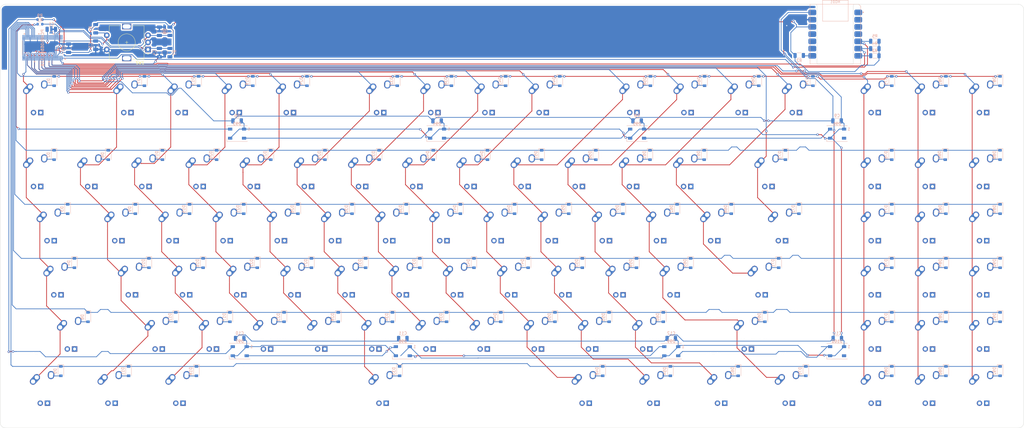
<source format=kicad_pcb>
(kicad_pcb (version 20171130) (host pcbnew "(5.1.10)-1")
  (layers (0 F.Cu signal) (31 B.Cu signal) (34 B.Paste user) (35 F.Paste user) (36 B.SilkS user) (37 F.SilkS user) (38 B.Mask user) (39 F.Mask user) (44 Edge.Cuts user))
  (net 0 "")
  (net 1 COL0)
  (net 2 "Net-(ALPS1-Pad2)")
  (net 3 "Net-(ALPS2-Pad2)")
  (net 4 "Net-(ALPS3-Pad2)")
  (net 5 "Net-(ALPS4-Pad2)")
  (net 6 "Net-(ALPS5-Pad2)")
  (net 7 "Net-(ALPS6-Pad2)")
  (net 8 COL1)
  (net 9 "Net-(ALPS7-Pad2)")
  (net 10 "Net-(ALPS8-Pad2)")
  (net 11 "Net-(ALPS9-Pad2)")
  (net 12 "Net-(ALPS10-Pad2)")
  (net 13 "Net-(ALPS11-Pad2)")
  (net 14 "Net-(ALPS12-Pad2)")
  (net 15 COL2)
  (net 16 "Net-(ALPS13-Pad2)")
  (net 17 "Net-(ALPS14-Pad2)")
  (net 18 "Net-(ALPS15-Pad2)")
  (net 19 "Net-(ALPS16-Pad2)")
  (net 20 "Net-(ALPS17-Pad2)")
  (net 21 "Net-(ALPS18-Pad2)")
  (net 22 COL3)
  (net 23 "Net-(ALPS19-Pad2)")
  (net 24 "Net-(ALPS20-Pad2)")
  (net 25 "Net-(ALPS21-Pad2)")
  (net 26 "Net-(ALPS22-Pad2)")
  (net 27 "Net-(ALPS23-Pad2)")
  (net 28 COL4)
  (net 29 "Net-(ALPS24-Pad2)")
  (net 30 "Net-(ALPS25-Pad2)")
  (net 31 "Net-(ALPS26-Pad2)")
  (net 32 "Net-(ALPS27-Pad2)")
  (net 33 "Net-(ALPS28-Pad2)")
  (net 34 COL5)
  (net 35 "Net-(ALPS29-Pad2)")
  (net 36 "Net-(ALPS30-Pad2)")
  (net 37 "Net-(ALPS31-Pad2)")
  (net 38 "Net-(ALPS32-Pad2)")
  (net 39 "Net-(ALPS33-Pad2)")
  (net 40 "Net-(ALPS34-Pad2)")
  (net 41 COL6)
  (net 42 "Net-(ALPS35-Pad2)")
  (net 43 "Net-(ALPS36-Pad2)")
  (net 44 "Net-(ALPS37-Pad2)")
  (net 45 "Net-(ALPS38-Pad2)")
  (net 46 "Net-(ALPS39-Pad2)")
  (net 47 COL7)
  (net 48 "Net-(ALPS40-Pad2)")
  (net 49 "Net-(ALPS41-Pad2)")
  (net 50 "Net-(ALPS42-Pad2)")
  (net 51 "Net-(ALPS43-Pad2)")
  (net 52 "Net-(ALPS44-Pad2)")
  (net 53 COL8)
  (net 54 "Net-(ALPS45-Pad2)")
  (net 55 "Net-(ALPS46-Pad2)")
  (net 56 "Net-(ALPS47-Pad2)")
  (net 57 "Net-(ALPS48-Pad2)")
  (net 58 "Net-(ALPS49-Pad2)")
  (net 59 "Net-(ALPS50-Pad2)")
  (net 60 COL9)
  (net 61 "Net-(ALPS51-Pad2)")
  (net 62 "Net-(ALPS52-Pad2)")
  (net 63 "Net-(ALPS53-Pad2)")
  (net 64 "Net-(ALPS54-Pad2)")
  (net 65 "Net-(ALPS55-Pad2)")
  (net 66 COL10)
  (net 67 "Net-(ALPS56-Pad2)")
  (net 68 "Net-(ALPS57-Pad2)")
  (net 69 "Net-(ALPS58-Pad2)")
  (net 70 "Net-(ALPS59-Pad2)")
  (net 71 "Net-(ALPS60-Pad2)")
  (net 72 COL11)
  (net 73 "Net-(ALPS61-Pad2)")
  (net 74 "Net-(ALPS62-Pad2)")
  (net 75 "Net-(ALPS63-Pad2)")
  (net 76 "Net-(ALPS64-Pad2)")
  (net 77 "Net-(ALPS65-Pad2)")
  (net 78 COL12)
  (net 79 "Net-(ALPS66-Pad2)")
  (net 80 "Net-(ALPS67-Pad2)")
  (net 81 "Net-(ALPS68-Pad2)")
  (net 82 "Net-(ALPS69-Pad2)")
  (net 83 "Net-(ALPS70-Pad2)")
  (net 84 "Net-(ALPS71-Pad2)")
  (net 85 COL13)
  (net 86 "Net-(ALPS72-Pad2)")
  (net 87 "Net-(ALPS73-Pad2)")
  (net 88 "Net-(ALPS74-Pad2)")
  (net 89 COL14)
  (net 90 "Net-(ALPS75-Pad2)")
  (net 91 "Net-(ALPS76-Pad2)")
  (net 92 "Net-(ALPS77-Pad2)")
  (net 93 "Net-(ALPS78-Pad2)")
  (net 94 "Net-(ALPS79-Pad2)")
  (net 95 "Net-(ALPS80-Pad2)")
  (net 96 COL15)
  (net 97 "Net-(ALPS81-Pad2)")
  (net 98 "Net-(ALPS82-Pad2)")
  (net 99 "Net-(ALPS83-Pad2)")
  (net 100 "Net-(ALPS84-Pad2)")
  (net 101 "Net-(ALPS85-Pad2)")
  (net 102 "Net-(ALPS86-Pad2)")
  (net 103 COL16)
  (net 104 "Net-(ALPS87-Pad2)")
  (net 105 "Net-(ALPS88-Pad2)")
  (net 106 "Net-(ALPS89-Pad2)")
  (net 107 "Net-(ALPS90-Pad2)")
  (net 108 "Net-(ALPS91-Pad2)")
  (net 109 "Net-(ALPS92-Pad2)")
  (net 110 ROW0)
  (net 111 ROW1)
  (net 112 ROW2)
  (net 113 ROW3)
  (net 114 ROW5)
  (net 115 ROW4)
  (net 116 +5V)
  (net 117 "Net-(D93-Pad2)")
  (net 118 "Net-(D93-Pad4)")
  (net 119 "Net-(D94-Pad2)")
  (net 120 GND)
  (net 121 +3V3)
  (net 122 D10)
  (net 123 D9)
  (net 124 D8)
  (net 125 SCL2)
  (net 126 D0)
  (net 127 D1)
  (net 128 D2)
  (net 129 D3)
  (net 130 SDA)
  (net 131 SCL)
  (net 132 SDA2)
  (net 133 RESET)
  (net 134 INTERRUPT)
  (net 135 "Net-(IC1-Pad50)")
  (net 136 "Net-(IC1-Pad49)")
  (net 137 "Net-(IC1-Pad48)")
  (net 138 "Net-(IC1-Pad47)")
  (net 139 "Net-(IC1-Pad45)")
  (net 140 "Net-(IC1-Pad44)")
  (net 141 "Net-(IC1-Pad43)")
  (net 142 "Net-(IC1-Pad42)")
  (net 143 "Net-(IC1-Pad41)")
  (net 144 "Net-(IC1-Pad40)")
  (net 145 "Net-(IC1-Pad38)")
  (net 146 B)
  (net 147 R2)
  (net 148 R1)
  (net 149 "Net-(D95-Pad2)")
  (net 150 "Net-(D96-Pad2)")
  (net 151 "Net-(D97-Pad2)")
  (net 152 "Net-(D97-Pad4)")
  (net 153 "Net-(D98-Pad2)")
  (net 154 "Net-(D100-Pad4)")
  (net 155 "Net-(D100-Pad2)")
  (net 156 RGB2)
  (net 157 RGB1)
  (net 158 "Net-(IC1-Pad3)")
  (module MX_Alps_Hybrid:MX-1U (layer F.Cu) (at 157.06098 83.14492)
    (fp_text reference ALPS44)
    (fp_text value ALPS-NoLED)
    (pad "" np_thru_hole circle (at 5.08 0 48.0996) (size 1.75 1.75) (drill 1.75) (layers *.Cu *.Mask))
    (pad "" np_thru_hole circle (at -5.08 0 48.0996) (size 1.75 1.75) (drill 1.75) (layers *.Cu *.Mask))
    (pad 4 thru_hole rect (at 1.27 5.08) (size 1.905 1.905) (drill 1.04) (layers *.Cu B.Mask))
    (pad 3 thru_hole circle (at -1.27 5.08) (size 1.905 1.905) (drill 1.04) (layers *.Cu B.Mask))
    (pad 1 thru_hole circle (at -2.5 -4) (size 2.25 2.25) (drill 1.47) (layers *.Cu B.Mask) (net 47 COL7))
    (pad "" np_thru_hole circle (at 0 0) (size 3.9878 3.9878) (drill 3.9878) (layers *.Cu *.Mask))
    (pad 1 thru_hole oval (at -3.81 -2.54 48.0996) (size 4.211556 2.25) (drill 1.47 (offset 0.980778 0)) (layers *.Cu B.Mask) (net 47 COL7))
    (pad 2 thru_hole circle (at 2.54 -5.08) (size 2.25 2.25) (drill 1.47) (layers *.Cu B.Mask) (net 52 "Net-(ALPS44-Pad2)"))
    (pad 2 thru_hole oval (at 2.5 -4.5 86.0548) (size 2.831378 2.25) (drill 1.47 (offset 0.290689 0)) (layers *.Cu B.Mask) (net 52 "Net-(ALPS44-Pad2)"))
  )
  (module MX_Alps_Hybrid:MX-1U (layer F.Cu) (at 31.75 0)
    (fp_text reference ALPS7)
    (fp_text value ALPS-NoLED)
    (pad "" np_thru_hole circle (at 5.08 0 48.0996) (size 1.75 1.75) (drill 1.75) (layers *.Cu *.Mask))
    (pad "" np_thru_hole circle (at -5.08 0 48.0996) (size 1.75 1.75) (drill 1.75) (layers *.Cu *.Mask))
    (pad 4 thru_hole rect (at 1.27 5.08) (size 1.905 1.905) (drill 1.04) (layers *.Cu B.Mask))
    (pad 3 thru_hole circle (at -1.27 5.08) (size 1.905 1.905) (drill 1.04) (layers *.Cu B.Mask))
    (pad 1 thru_hole circle (at -2.5 -4) (size 2.25 2.25) (drill 1.47) (layers *.Cu B.Mask) (net 8 COL1))
    (pad "" np_thru_hole circle (at 0 0) (size 3.9878 3.9878) (drill 3.9878) (layers *.Cu *.Mask))
    (pad 1 thru_hole oval (at -3.81 -2.54 48.0996) (size 4.211556 2.25) (drill 1.47 (offset 0.980778 0)) (layers *.Cu B.Mask) (net 8 COL1))
    (pad 2 thru_hole circle (at 2.54 -5.08) (size 2.25 2.25) (drill 1.47) (layers *.Cu B.Mask) (net 9 "Net-(ALPS7-Pad2)"))
    (pad 2 thru_hole oval (at 2.5 -4.5 86.0548) (size 2.831378 2.25) (drill 1.47 (offset 0.290689 0)) (layers *.Cu B.Mask) (net 9 "Net-(ALPS7-Pad2)"))
  )
  (module "Seeeduino XIAO:MOUDLE14P-2.54-21X17.8MM" (layer B.Cu) (at 289.6 -12 180)
    (fp_text reference MOD1 (at 7.112 21.336) (layer B.SilkS) (effects (font (size 0.84455 0.84455) (thickness 0.10668)) (justify left bottom mirror)))
    (fp_text value SEEEDUINO-XIAO)
    (pad 14 smd roundrect (at 17 18.12 180) (size 2.75 2) (layers B.Cu B.Paste B.Mask) (net 116 +5V))
    (pad 13 smd roundrect (at 17 15.58 180) (size 2.75 2) (layers B.Cu B.Paste B.Mask) (net 120 GND))
    (pad 12 smd roundrect (at 17 13.04 180) (size 2.75 2) (layers B.Cu B.Paste B.Mask) (net 121 +3V3))
    (pad 11 smd roundrect (at 17 10.5 180) (size 2.75 2) (layers B.Cu B.Paste B.Mask) (net 122 D10))
    (pad 10 smd roundrect (at 17 7.96 180) (size 2.75 2) (layers B.Cu B.Paste B.Mask) (net 123 D9))
    (pad 9 smd roundrect (at 17 5.42 180) (size 2.75 2) (layers B.Cu B.Paste B.Mask) (net 124 D8))
    (pad 8 smd roundrect (at 17 2.88 180) (size 2.75 2) (layers B.Cu B.Paste B.Mask) (net 125 SCL2))
    (pad 1 smd roundrect (at 0.835 18.12 180) (size 2.75 2) (layers B.Cu B.Paste B.Mask) (net 126 D0))
    (pad 2 smd roundrect (at 0.835 15.58 180) (size 2.75 2) (layers B.Cu B.Paste B.Mask) (net 127 D1))
    (pad 3 smd roundrect (at 0.835 13.04 180) (size 2.75 2) (layers B.Cu B.Paste B.Mask) (net 128 D2))
    (pad 4 smd roundrect (at 0.835 10.5 180) (size 2.75 2) (layers B.Cu B.Paste B.Mask) (net 129 D3))
    (pad 5 smd roundrect (at 0.835 7.96 180) (size 2.75 2) (layers B.Cu B.Paste B.Mask) (net 130 SDA))
    (pad 6 smd roundrect (at 0.835 5.42 180) (size 2.75 2) (layers B.Cu B.Paste B.Mask) (net 131 SCL))
    (pad 7 smd roundrect (at 0.835 2.88 180) (size 2.75 2) (layers B.Cu B.Paste B.Mask) (net 132 SDA2))
  )
  (module Resistor_SMD:R_0603_1608Metric (layer B.Cu) (at 1 -27.6 180)
    (fp_text reference R9 (at 0 1.43) (layer B.SilkS) (effects (justify mirror)))
    (fp_text value 330)
    (pad 2 smd roundrect (at 0.825 0 180) (size 0.8 0.95) (layers B.Cu B.Paste B.Mask) (net 152 "Net-(D97-Pad4)"))
    (pad 1 smd roundrect (at -0.825 0 180) (size 0.8 0.95) (layers B.Cu B.Paste B.Mask) (net 156 RGB2))
  )
  (module LED_SMD:LED_WS2812B_PLCC4_5.0x5.0mm_P3.2mm (layer B.Cu) (at 281.32 89 180)
    (fp_text reference D100 (at 0 3.5) (layer B.SilkS) (effects (justify mirror)))
    (fp_text value WS2812B)
    (fp_text user 1 (at -4.15 1.6) (layer B.SilkS) (effects (justify mirror)))
    (pad 1 smd rect (at -2.45 1.6 180) (size 1.5 1) (layers B.Cu B.Paste B.Mask) (net 116 +5V))
    (pad 2 smd rect (at -2.45 -1.6 180) (size 1.5 1) (layers B.Cu B.Paste B.Mask) (net 155 "Net-(D100-Pad2)"))
    (pad 4 smd rect (at 2.45 1.6 180) (size 1.5 1) (layers B.Cu B.Paste B.Mask) (net 154 "Net-(D100-Pad4)"))
    (pad 3 smd rect (at 2.45 -1.6 180) (size 1.5 1) (layers B.Cu B.Paste B.Mask) (net 116 +5V))
  )
  (module LED_SMD:LED_WS2812B_PLCC4_5.0x5.0mm_P3.2mm (layer B.Cu) (at 223 89 180)
    (fp_text reference D99 (at 0 3.5) (layer B.SilkS) (effects (justify mirror)))
    (fp_text value WS2812B)
    (fp_text user 1 (at -4.15 1.6) (layer B.SilkS) (effects (justify mirror)))
    (pad 1 smd rect (at -2.45 1.6 180) (size 1.5 1) (layers B.Cu B.Paste B.Mask) (net 116 +5V))
    (pad 2 smd rect (at -2.45 -1.6 180) (size 1.5 1) (layers B.Cu B.Paste B.Mask) (net 154 "Net-(D100-Pad4)"))
    (pad 4 smd rect (at 2.45 1.6 180) (size 1.5 1) (layers B.Cu B.Paste B.Mask) (net 153 "Net-(D98-Pad2)"))
    (pad 3 smd rect (at 2.45 -1.6 180) (size 1.5 1) (layers B.Cu B.Paste B.Mask) (net 116 +5V))
  )
  (module LED_SMD:LED_WS2812B_PLCC4_5.0x5.0mm_P3.2mm (layer B.Cu) (at 128.6 89 180)
    (fp_text reference D98 (at 0 3.5) (layer B.SilkS) (effects (justify mirror)))
    (fp_text value WS2812B)
    (fp_text user 1 (at -4.15 1.6) (layer B.SilkS) (effects (justify mirror)))
    (pad 1 smd rect (at -2.45 1.6 180) (size 1.5 1) (layers B.Cu B.Paste B.Mask) (net 116 +5V))
    (pad 2 smd rect (at -2.45 -1.6 180) (size 1.5 1) (layers B.Cu B.Paste B.Mask) (net 153 "Net-(D98-Pad2)"))
    (pad 4 smd rect (at 2.45 1.6 180) (size 1.5 1) (layers B.Cu B.Paste B.Mask) (net 151 "Net-(D97-Pad2)"))
    (pad 3 smd rect (at 2.45 -1.6 180) (size 1.5 1) (layers B.Cu B.Paste B.Mask) (net 116 +5V))
  )
  (module LED_SMD:LED_WS2812B_PLCC4_5.0x5.0mm_P3.2mm (layer B.Cu) (at 71.25 89 180)
    (fp_text reference D97 (at 0 3.5) (layer B.SilkS) (effects (justify mirror)))
    (fp_text value WS2812B)
    (fp_text user 1 (at -4.15 1.6) (layer B.SilkS) (effects (justify mirror)))
    (pad 1 smd rect (at -2.45 1.6 180) (size 1.5 1) (layers B.Cu B.Paste B.Mask) (net 116 +5V))
    (pad 2 smd rect (at -2.45 -1.6 180) (size 1.5 1) (layers B.Cu B.Paste B.Mask) (net 151 "Net-(D97-Pad2)"))
    (pad 4 smd rect (at 2.45 1.6 180) (size 1.5 1) (layers B.Cu B.Paste B.Mask) (net 152 "Net-(D97-Pad4)"))
    (pad 3 smd rect (at 2.45 -1.6 180) (size 1.5 1) (layers B.Cu B.Paste B.Mask) (net 116 +5V))
  )
  (module LED_SMD:LED_WS2812B_PLCC4_5.0x5.0mm_P3.2mm (layer B.Cu) (at 281.32 12.5 180)
    (fp_text reference D96 (at 0 3.5) (layer B.SilkS) (effects (justify mirror)))
    (fp_text value WS2812B)
    (fp_text user 1 (at -4.15 1.6) (layer B.SilkS) (effects (justify mirror)))
    (pad 1 smd rect (at -2.45 1.6 180) (size 1.5 1) (layers B.Cu B.Paste B.Mask) (net 116 +5V))
    (pad 2 smd rect (at -2.45 -1.6 180) (size 1.5 1) (layers B.Cu B.Paste B.Mask) (net 150 "Net-(D96-Pad2)"))
    (pad 4 smd rect (at 2.45 1.6 180) (size 1.5 1) (layers B.Cu B.Paste B.Mask) (net 149 "Net-(D95-Pad2)"))
    (pad 3 smd rect (at 2.45 -1.6 180) (size 1.5 1) (layers B.Cu B.Paste B.Mask) (net 116 +5V))
  )
  (module LED_SMD:LED_WS2812B_PLCC4_5.0x5.0mm_P3.2mm (layer B.Cu) (at 211 12.5 180)
    (fp_text reference D95 (at 0 3.5) (layer B.SilkS) (effects (justify mirror)))
    (fp_text value WS2812B)
    (fp_text user 1 (at -4.15 1.6) (layer B.SilkS) (effects (justify mirror)))
    (pad 1 smd rect (at -2.45 1.6 180) (size 1.5 1) (layers B.Cu B.Paste B.Mask) (net 116 +5V))
    (pad 2 smd rect (at -2.45 -1.6 180) (size 1.5 1) (layers B.Cu B.Paste B.Mask) (net 149 "Net-(D95-Pad2)"))
    (pad 4 smd rect (at 2.45 1.6 180) (size 1.5 1) (layers B.Cu B.Paste B.Mask) (net 119 "Net-(D94-Pad2)"))
    (pad 3 smd rect (at 2.45 -1.6 180) (size 1.5 1) (layers B.Cu B.Paste B.Mask) (net 116 +5V))
  )
  (module Diode_SMD:D_SOD-123 (layer B.Cu) (at 145.7 -6 270)
    (fp_text reference D38 (at 0 2 90) (layer B.SilkS) (effects (justify mirror)))
    (fp_text value D_Small)
    (pad 2 smd rect (at 1.65 0 270) (size 0.9 1.2) (layers B.Cu B.Paste B.Mask) (net 45 "Net-(ALPS38-Pad2)"))
    (pad 1 smd rect (at -1.65 0 270) (size 0.9 1.2) (layers B.Cu B.Paste B.Mask) (net 110 ROW0))
  )
  (module Capacitor_SMD:C_1206_3216Metric (layer B.Cu) (at 281.4 84.5 180)
    (fp_text reference C13 (at 0 1.85) (layer B.SilkS) (effects (justify mirror)))
    (fp_text value 0.1uF)
    (pad 2 smd roundrect (at 1.475 0 180) (size 1.15 1.8) (layers B.Cu B.Paste B.Mask) (roundrect_rratio 0.217391) (net 120 GND))
    (pad 1 smd roundrect (at -1.475 0 180) (size 1.15 1.8) (layers B.Cu B.Paste B.Mask) (roundrect_rratio 0.217391) (net 116 +5V))
  )
  (module Capacitor_SMD:C_1206_3216Metric (layer B.Cu) (at 223 84.5 180)
    (fp_text reference C12 (at 0 1.85) (layer B.SilkS) (effects (justify mirror)))
    (fp_text value 0.1uF)
    (pad 2 smd roundrect (at 1.475 0 180) (size 1.15 1.8) (layers B.Cu B.Paste B.Mask) (roundrect_rratio 0.217391) (net 120 GND))
    (pad 1 smd roundrect (at -1.475 0 180) (size 1.15 1.8) (layers B.Cu B.Paste B.Mask) (roundrect_rratio 0.217391) (net 116 +5V))
  )
  (module Capacitor_SMD:C_1206_3216Metric (layer B.Cu) (at 128.6 84.5 180)
    (fp_text reference C11 (at 0 1.85) (layer B.SilkS) (effects (justify mirror)))
    (fp_text value 0.1uF)
    (pad 2 smd roundrect (at 1.475 0 180) (size 1.15 1.8) (layers B.Cu B.Paste B.Mask) (roundrect_rratio 0.217391) (net 120 GND))
    (pad 1 smd roundrect (at -1.475 0 180) (size 1.15 1.8) (layers B.Cu B.Paste B.Mask) (roundrect_rratio 0.217391) (net 116 +5V))
  )
  (module Capacitor_SMD:C_1206_3216Metric (layer B.Cu) (at 71.25 84.5 180)
    (fp_text reference C10 (at 0 1.85) (layer B.SilkS) (effects (justify mirror)))
    (fp_text value 0.1uF)
    (pad 2 smd roundrect (at 1.475 0 180) (size 1.15 1.8) (layers B.Cu B.Paste B.Mask) (roundrect_rratio 0.217391) (net 120 GND))
    (pad 1 smd roundrect (at -1.475 0 180) (size 1.15 1.8) (layers B.Cu B.Paste B.Mask) (roundrect_rratio 0.217391) (net 116 +5V))
  )
  (module Capacitor_SMD:C_1206_3216Metric (layer B.Cu) (at 281.32 8 180)
    (fp_text reference C9 (at 0 1.85) (layer B.SilkS) (effects (justify mirror)))
    (fp_text value 0.1uF)
    (pad 2 smd roundrect (at 1.475 0 180) (size 1.15 1.8) (layers B.Cu B.Paste B.Mask) (roundrect_rratio 0.217391) (net 120 GND))
    (pad 1 smd roundrect (at -1.475 0 180) (size 1.15 1.8) (layers B.Cu B.Paste B.Mask) (roundrect_rratio 0.217391) (net 116 +5V))
  )
  (module Capacitor_SMD:C_1206_3216Metric (layer B.Cu) (at 211 8 180)
    (fp_text reference C8 (at 0 1.85) (layer B.SilkS) (effects (justify mirror)))
    (fp_text value 0.1uF)
    (pad 2 smd roundrect (at 1.475 0 180) (size 1.15 1.8) (layers B.Cu B.Paste B.Mask) (roundrect_rratio 0.217391) (net 120 GND))
    (pad 1 smd roundrect (at -1.475 0 180) (size 1.15 1.8) (layers B.Cu B.Paste B.Mask) (roundrect_rratio 0.217391) (net 116 +5V))
  )
  (module Capacitor_SMD:C_1206_3216Metric (layer B.Cu) (at 140.66 8 180)
    (fp_text reference C7 (at 0 1.85) (layer B.SilkS) (effects (justify mirror)))
    (fp_text value 0.1uF)
    (pad 2 smd roundrect (at 1.475 0 180) (size 1.15 1.8) (layers B.Cu B.Paste B.Mask) (roundrect_rratio 0.217391) (net 120 GND))
    (pad 1 smd roundrect (at -1.475 0 180) (size 1.15 1.8) (layers B.Cu B.Paste B.Mask) (roundrect_rratio 0.217391) (net 116 +5V))
  )
  (module Capacitor_SMD:C_1206_3216Metric (layer B.Cu) (at 70.33 8 180)
    (fp_text reference C6 (at 0 1.85) (layer B.SilkS) (effects (justify mirror)))
    (fp_text value 0.1uF)
    (pad 2 smd roundrect (at 1.475 0 180) (size 1.15 1.8) (layers B.Cu B.Paste B.Mask) (roundrect_rratio 0.217391) (net 120 GND))
    (pad 1 smd roundrect (at -1.475 0 180) (size 1.15 1.8) (layers B.Cu B.Paste B.Mask) (roundrect_rratio 0.217391) (net 116 +5V))
  )
  (module MX_Alps_Hybrid:MX-1U (layer F.Cu) (at 228.6 26)
    (fp_text reference ALPS67)
    (fp_text value ALPS-NoLED)
    (pad "" np_thru_hole circle (at 5.08 0 48.0996) (size 1.75 1.75) (drill 1.75) (layers *.Cu *.Mask))
    (pad "" np_thru_hole circle (at -5.08 0 48.0996) (size 1.75 1.75) (drill 1.75) (layers *.Cu *.Mask))
    (pad 4 thru_hole rect (at 1.27 5.08) (size 1.905 1.905) (drill 1.04) (layers *.Cu B.Mask))
    (pad 3 thru_hole circle (at -1.27 5.08) (size 1.905 1.905) (drill 1.04) (layers *.Cu B.Mask))
    (pad 1 thru_hole circle (at -2.5 -4) (size 2.25 2.25) (drill 1.47) (layers *.Cu B.Mask) (net 78 COL12))
    (pad "" np_thru_hole circle (at 0 0) (size 3.9878 3.9878) (drill 3.9878) (layers *.Cu *.Mask))
    (pad 1 thru_hole oval (at -3.81 -2.54 48.0996) (size 4.211556 2.25) (drill 1.47 (offset 0.980778 0)) (layers *.Cu B.Mask) (net 78 COL12))
    (pad 2 thru_hole circle (at 2.54 -5.08) (size 2.25 2.25) (drill 1.47) (layers *.Cu B.Mask) (net 80 "Net-(ALPS67-Pad2)"))
    (pad 2 thru_hole oval (at 2.5 -4.5 86.0548) (size 2.831378 2.25) (drill 1.47 (offset 0.290689 0)) (layers *.Cu B.Mask) (net 80 "Net-(ALPS67-Pad2)"))
  )
  (module MX_Alps_Hybrid:MX-1U (layer F.Cu) (at 266.83 0)
    (fp_text reference ALPS74)
    (fp_text value ALPS-NoLED)
    (pad "" np_thru_hole circle (at 5.08 0 48.0996) (size 1.75 1.75) (drill 1.75) (layers *.Cu *.Mask))
    (pad "" np_thru_hole circle (at -5.08 0 48.0996) (size 1.75 1.75) (drill 1.75) (layers *.Cu *.Mask))
    (pad 4 thru_hole rect (at 1.27 5.08) (size 1.905 1.905) (drill 1.04) (layers *.Cu B.Mask))
    (pad 3 thru_hole circle (at -1.27 5.08) (size 1.905 1.905) (drill 1.04) (layers *.Cu B.Mask))
    (pad 1 thru_hole circle (at -2.5 -4) (size 2.25 2.25) (drill 1.47) (layers *.Cu B.Mask) (net 78 COL12))
    (pad "" np_thru_hole circle (at 0 0) (size 3.9878 3.9878) (drill 3.9878) (layers *.Cu *.Mask))
    (pad 1 thru_hole oval (at -3.81 -2.54 48.0996) (size 4.211556 2.25) (drill 1.47 (offset 0.980778 0)) (layers *.Cu B.Mask) (net 78 COL12))
    (pad 2 thru_hole circle (at 2.54 -5.08) (size 2.25 2.25) (drill 1.47) (layers *.Cu B.Mask) (net 88 "Net-(ALPS74-Pad2)"))
    (pad 2 thru_hole oval (at 2.5 -4.5 86.0548) (size 2.831378 2.25) (drill 1.47 (offset 0.290689 0)) (layers *.Cu B.Mask) (net 88 "Net-(ALPS74-Pad2)"))
  )
  (module Rotary_Encoder:RotaryEncoder_Alps_EC11E-Switch_Vertical_H20mm (layer F.Cu) (at 39 -17.1 180)
    (fp_text reference SW1 (at 2.8 -4.7) (layer F.SilkS))
    (fp_text value Rotary_Encoder_Switch)
    (pad A thru_hole rect (at 0 0 180) (size 2 2) (drill 1) (layers *.Cu *.Mask) (net 147 R2))
    (pad C thru_hole circle (at 0 2.5 180) (size 2 2) (drill 1) (layers *.Cu *.Mask) (net 120 GND))
    (pad B thru_hole circle (at 0 5 180) (size 2 2) (drill 1) (layers *.Cu *.Mask) (net 148 R1))
    (pad MP thru_hole rect (at 7.5 -3.1 180) (size 3.2 2) (drill oval 2.8 1.5) (layers *.Cu *.Mask))
    (pad MP thru_hole rect (at 7.5 8.1 180) (size 3.2 2) (drill oval 2.8 1.5) (layers *.Cu *.Mask))
    (pad S2 thru_hole circle (at 14.5 0 180) (size 2 2) (drill 1) (layers *.Cu *.Mask) (net 120 GND))
    (pad S1 thru_hole circle (at 14.5 5 180) (size 2 2) (drill 1) (layers *.Cu *.Mask) (net 146 B))
  )
  (module Resistor_SMD:R_1206_3216Metric (layer B.Cu) (at 46.7 -23.5 270)
    (fp_text reference R8 (at 0 1.82 90) (layer B.SilkS) (effects (justify mirror)))
    (fp_text value 10k)
    (pad 2 smd roundrect (at 1.4625 0 270) (size 1.125 1.75) (layers B.Cu B.Paste B.Mask) (roundrect_rratio 0.222222) (net 148 R1))
    (pad 1 smd roundrect (at -1.4625 0 270) (size 1.125 1.75) (layers B.Cu B.Paste B.Mask) (roundrect_rratio 0.222222) (net 121 +3V3))
  )
  (module Resistor_SMD:R_1206_3216Metric (layer B.Cu) (at 46.7 -16 90)
    (fp_text reference R7 (at 0 1.82 90) (layer B.SilkS) (effects (justify mirror)))
    (fp_text value 10k)
    (pad 2 smd roundrect (at 1.4625 0 90) (size 1.125 1.75) (layers B.Cu B.Paste B.Mask) (roundrect_rratio 0.222222) (net 147 R2))
    (pad 1 smd roundrect (at -1.4625 0 90) (size 1.125 1.75) (layers B.Cu B.Paste B.Mask) (roundrect_rratio 0.222222) (net 121 +3V3))
  )
  (module Resistor_SMD:R_1206_3216Metric (layer B.Cu) (at 20.6 -24.4 270)
    (fp_text reference R6 (at 0 1.82 90) (layer B.SilkS) (effects (justify mirror)))
    (fp_text value 10k)
    (pad 2 smd roundrect (at 1.4625 0 270) (size 1.125 1.75) (layers B.Cu B.Paste B.Mask) (roundrect_rratio 0.222222) (net 146 B))
    (pad 1 smd roundrect (at -1.4625 0 270) (size 1.125 1.75) (layers B.Cu B.Paste B.Mask) (roundrect_rratio 0.222222) (net 121 +3V3))
  )
  (module Capacitor_SMD:C_1206_3216Metric (layer B.Cu) (at 43 -23.5 90)
    (fp_text reference C5 (at 0 1.85 90) (layer B.SilkS) (effects (justify mirror)))
    (fp_text value 0.1uF)
    (pad 2 smd roundrect (at 1.475 0 90) (size 1.15 1.8) (layers B.Cu B.Paste B.Mask) (roundrect_rratio 0.217391) (net 120 GND))
    (pad 1 smd roundrect (at -1.475 0 90) (size 1.15 1.8) (layers B.Cu B.Paste B.Mask) (roundrect_rratio 0.217391) (net 148 R1))
  )
  (module Capacitor_SMD:C_1206_3216Metric (layer B.Cu) (at 43 -16 270)
    (fp_text reference C4 (at 0 1.85 90) (layer B.SilkS) (effects (justify mirror)))
    (fp_text value 0.1uF)
    (pad 2 smd roundrect (at 1.475 0 270) (size 1.15 1.8) (layers B.Cu B.Paste B.Mask) (roundrect_rratio 0.217391) (net 120 GND))
    (pad 1 smd roundrect (at -1.475 0 270) (size 1.15 1.8) (layers B.Cu B.Paste B.Mask) (roundrect_rratio 0.217391) (net 147 R2))
  )
  (module Capacitor_SMD:C_1206_3216Metric (layer B.Cu) (at 20.6 -18.6 270)
    (fp_text reference C3 (at 0 1.85 90) (layer B.SilkS) (effects (justify mirror)))
    (fp_text value 0.1uF)
    (pad 2 smd roundrect (at 1.475 0 270) (size 1.15 1.8) (layers B.Cu B.Paste B.Mask) (roundrect_rratio 0.217391) (net 120 GND))
    (pad 1 smd roundrect (at -1.475 0 270) (size 1.15 1.8) (layers B.Cu B.Paste B.Mask) (roundrect_rratio 0.217391) (net 146 B))
  )
  (module footprints:PCA9505DGG (layer B.Cu) (at 1.9 -17.7 90)
    (fp_text reference IC1 (at 0 0 90) (layer B.SilkS) (effects (justify mirror)))
    (fp_text value PCA9505DGG,118 (at 0 0 90) (layer B.SilkS) (effects (justify mirror)))
    (fp_text user * (at -3.9116 8.2804 90) (layer B.SilkS) (effects (justify mirror)))
    (fp_text user * (at -3.9116 8.2804 90) (layer B.SilkS) (effects (justify mirror)))
    (pad 56 smd rect (at 3.6576 6.858 90) (size 1.7018 0.2794) (layers B.Cu B.Paste B.Mask) (net 133 RESET))
    (pad 55 smd rect (at 3.6576 6.35 90) (size 1.7018 0.2794) (layers B.Cu B.Paste B.Mask) (net 134 INTERRUPT))
    (pad 54 smd rect (at 3.6576 5.842 90) (size 1.7018 0.2794) (layers B.Cu B.Paste B.Mask) (net 146 B))
    (pad 53 smd rect (at 3.6576 5.334 90) (size 1.7018 0.2794) (layers B.Cu B.Paste B.Mask) (net 147 R2))
    (pad 52 smd rect (at 3.6576 4.826 90) (size 1.7018 0.2794) (layers B.Cu B.Paste B.Mask) (net 148 R1))
    (pad 51 smd rect (at 3.6576 4.318 90) (size 1.7018 0.2794) (layers B.Cu B.Paste B.Mask) (net 120 GND))
    (pad 50 smd rect (at 3.6576 3.81 90) (size 1.7018 0.2794) (layers B.Cu B.Paste B.Mask) (net 135 "Net-(IC1-Pad50)"))
    (pad 49 smd rect (at 3.6576 3.302 90) (size 1.7018 0.2794) (layers B.Cu B.Paste B.Mask) (net 136 "Net-(IC1-Pad49)"))
    (pad 48 smd rect (at 3.6576 2.794 90) (size 1.7018 0.2794) (layers B.Cu B.Paste B.Mask) (net 137 "Net-(IC1-Pad48)"))
    (pad 47 smd rect (at 3.6576 2.286 90) (size 1.7018 0.2794) (layers B.Cu B.Paste B.Mask) (net 138 "Net-(IC1-Pad47)"))
    (pad 46 smd rect (at 3.6576 1.778 90) (size 1.7018 0.2794) (layers B.Cu B.Paste B.Mask) (net 121 +3V3))
    (pad 45 smd rect (at 3.6576 1.27 90) (size 1.7018 0.2794) (layers B.Cu B.Paste B.Mask) (net 139 "Net-(IC1-Pad45)"))
    (pad 44 smd rect (at 3.6576 0.762 90) (size 1.7018 0.2794) (layers B.Cu B.Paste B.Mask) (net 140 "Net-(IC1-Pad44)"))
    (pad 43 smd rect (at 3.6576 0.254 90) (size 1.7018 0.2794) (layers B.Cu B.Paste B.Mask) (net 141 "Net-(IC1-Pad43)"))
    (pad 42 smd rect (at 3.6576 -0.254 90) (size 1.7018 0.2794) (layers B.Cu B.Paste B.Mask) (net 142 "Net-(IC1-Pad42)"))
    (pad 41 smd rect (at 3.6576 -0.762 90) (size 1.7018 0.2794) (layers B.Cu B.Paste B.Mask) (net 143 "Net-(IC1-Pad41)"))
    (pad 40 smd rect (at 3.6576 -1.27 90) (size 1.7018 0.2794) (layers B.Cu B.Paste B.Mask) (net 144 "Net-(IC1-Pad40)"))
    (pad 39 smd rect (at 3.6576 -1.778 90) (size 1.7018 0.2794) (layers B.Cu B.Paste B.Mask) (net 120 GND))
    (pad 38 smd rect (at 3.6576 -2.286 90) (size 1.7018 0.2794) (layers B.Cu B.Paste B.Mask) (net 145 "Net-(IC1-Pad38)"))
    (pad 37 smd rect (at 3.6576 -2.794 90) (size 1.7018 0.2794) (layers B.Cu B.Paste B.Mask) (net 114 ROW5))
    (pad 36 smd rect (at 3.6576 -3.302 90) (size 1.7018 0.2794) (layers B.Cu B.Paste B.Mask) (net 115 ROW4))
    (pad 35 smd rect (at 3.6576 -3.81 90) (size 1.7018 0.2794) (layers B.Cu B.Paste B.Mask) (net 113 ROW3))
    (pad 34 smd rect (at 3.6576 -4.318 90) (size 1.7018 0.2794) (layers B.Cu B.Paste B.Mask) (net 120 GND))
    (pad 33 smd rect (at 3.6576 -4.826 90) (size 1.7018 0.2794) (layers B.Cu B.Paste B.Mask) (net 112 ROW2))
    (pad 32 smd rect (at 3.6576 -5.334 90) (size 1.7018 0.2794) (layers B.Cu B.Paste B.Mask) (net 111 ROW1))
    (pad 31 smd rect (at 3.6576 -5.842 90) (size 1.7018 0.2794) (layers B.Cu B.Paste B.Mask) (net 110 ROW0))
    (pad 30 smd rect (at 3.6576 -6.35 90) (size 1.7018 0.2794) (layers B.Cu B.Paste B.Mask) (net 120 GND))
    (pad 29 smd rect (at 3.6576 -6.858 90) (size 1.7018 0.2794) (layers B.Cu B.Paste B.Mask) (net 121 +3V3))
    (pad 28 smd rect (at -3.6576 -6.858 90) (size 1.7018 0.2794) (layers B.Cu B.Paste B.Mask) (net 121 +3V3))
    (pad 27 smd rect (at -3.6576 -6.35 90) (size 1.7018 0.2794) (layers B.Cu B.Paste B.Mask) (net 121 +3V3))
    (pad 26 smd rect (at -3.6576 -5.842 90) (size 1.7018 0.2794) (layers B.Cu B.Paste B.Mask) (net 1 COL0))
    (pad 25 smd rect (at -3.6576 -5.334 90) (size 1.7018 0.2794) (layers B.Cu B.Paste B.Mask) (net 8 COL1))
    (pad 24 smd rect (at -3.6576 -4.826 90) (size 1.7018 0.2794) (layers B.Cu B.Paste B.Mask) (net 15 COL2))
    (pad 23 smd rect (at -3.6576 -4.318 90) (size 1.7018 0.2794) (layers B.Cu B.Paste B.Mask) (net 120 GND))
    (pad 22 smd rect (at -3.6576 -3.81 90) (size 1.7018 0.2794) (layers B.Cu B.Paste B.Mask) (net 22 COL3))
    (pad 21 smd rect (at -3.6576 -3.302 90) (size 1.7018 0.2794) (layers B.Cu B.Paste B.Mask) (net 28 COL4))
    (pad 20 smd rect (at -3.6576 -2.794 90) (size 1.7018 0.2794) (layers B.Cu B.Paste B.Mask) (net 34 COL5))
    (pad 19 smd rect (at -3.6576 -2.286 90) (size 1.7018 0.2794) (layers B.Cu B.Paste B.Mask) (net 41 COL6))
    (pad 18 smd rect (at -3.6576 -1.778 90) (size 1.7018 0.2794) (layers B.Cu B.Paste B.Mask) (net 121 +3V3))
    (pad 17 smd rect (at -3.6576 -1.27 90) (size 1.7018 0.2794) (layers B.Cu B.Paste B.Mask) (net 47 COL7))
    (pad 16 smd rect (at -3.6576 -0.762 90) (size 1.7018 0.2794) (layers B.Cu B.Paste B.Mask) (net 53 COL8))
    (pad 15 smd rect (at -3.6576 -0.254 90) (size 1.7018 0.2794) (layers B.Cu B.Paste B.Mask) (net 60 COL9))
    (pad 14 smd rect (at -3.6576 0.254 90) (size 1.7018 0.2794) (layers B.Cu B.Paste B.Mask) (net 66 COL10))
    (pad 13 smd rect (at -3.6576 0.762 90) (size 1.7018 0.2794) (layers B.Cu B.Paste B.Mask) (net 72 COL11))
    (pad 12 smd rect (at -3.6576 1.27 90) (size 1.7018 0.2794) (layers B.Cu B.Paste B.Mask) (net 78 COL12))
    (pad 11 smd rect (at -3.6576 1.778 90) (size 1.7018 0.2794) (layers B.Cu B.Paste B.Mask) (net 120 GND))
    (pad 10 smd rect (at -3.6576 2.286 90) (size 1.7018 0.2794) (layers B.Cu B.Paste B.Mask) (net 85 COL13))
    (pad 9 smd rect (at -3.6576 2.794 90) (size 1.7018 0.2794) (layers B.Cu B.Paste B.Mask) (net 89 COL14))
    (pad 8 smd rect (at -3.6576 3.302 90) (size 1.7018 0.2794) (layers B.Cu B.Paste B.Mask) (net 96 COL15))
    (pad 7 smd rect (at -3.6576 3.81 90) (size 1.7018 0.2794) (layers B.Cu B.Paste B.Mask) (net 103 COL16))
    (pad 6 smd rect (at -3.6576 4.318 90) (size 1.7018 0.2794) (layers B.Cu B.Paste B.Mask) (net 120 GND))
    (pad 5 smd rect (at -3.6576 4.826 90) (size 1.7018 0.2794) (layers B.Cu B.Paste B.Mask) (net 156 RGB2))
    (pad 4 smd rect (at -3.6576 5.334 90) (size 1.7018 0.2794) (layers B.Cu B.Paste B.Mask) (net 157 RGB1))
    (pad 3 smd rect (at -3.6576 5.842 90) (size 1.7018 0.2794) (layers B.Cu B.Paste B.Mask) (net 158 "Net-(IC1-Pad3)"))
    (pad 2 smd rect (at -3.6576 6.35 90) (size 1.7018 0.2794) (layers B.Cu B.Paste B.Mask) (net 131 SCL))
    (pad 1 smd rect (at -3.6576 6.858 90) (size 1.7018 0.2794) (layers B.Cu B.Paste B.Mask) (net 130 SDA))
  )
  (module Resistor_SMD:R_1206_3216Metric (layer B.Cu) (at 294.6 -20 180)
    (fp_text reference R5 (at 0 1.82) (layer B.SilkS) (effects (justify mirror)))
    (fp_text value 4.7k)
    (pad 2 smd roundrect (at 1.4625 0 180) (size 1.125 1.75) (layers B.Cu B.Paste B.Mask) (roundrect_rratio 0.222222) (net 130 SDA))
    (pad 1 smd roundrect (at -1.4625 0 180) (size 1.125 1.75) (layers B.Cu B.Paste B.Mask) (roundrect_rratio 0.222222) (net 121 +3V3))
  )
  (module Resistor_SMD:R_1206_3216Metric (layer B.Cu) (at 294.6 -17.4 180)
    (fp_text reference R4 (at 0 1.82) (layer B.SilkS) (effects (justify mirror)))
    (fp_text value 4.7k)
    (pad 2 smd roundrect (at 1.4625 0 180) (size 1.125 1.75) (layers B.Cu B.Paste B.Mask) (roundrect_rratio 0.222222) (net 131 SCL))
    (pad 1 smd roundrect (at -1.4625 0 180) (size 1.125 1.75) (layers B.Cu B.Paste B.Mask) (roundrect_rratio 0.222222) (net 121 +3V3))
  )
  (module Resistor_SMD:R_1206_3216Metric (layer B.Cu) (at 294.6 -14.9 180)
    (fp_text reference R3 (at 0 1.82) (layer B.SilkS) (effects (justify mirror)))
    (fp_text value 4.7k)
    (pad 2 smd roundrect (at 1.4625 0 180) (size 1.125 1.75) (layers B.Cu B.Paste B.Mask) (roundrect_rratio 0.222222) (net 132 SDA2))
    (pad 1 smd roundrect (at -1.4625 0 180) (size 1.125 1.75) (layers B.Cu B.Paste B.Mask) (roundrect_rratio 0.222222) (net 121 +3V3))
  )
  (module Resistor_SMD:R_1206_3216Metric (layer B.Cu) (at 268 -15)
    (fp_text reference R2 (at 0 1.82) (layer B.SilkS) (effects (justify mirror)))
    (fp_text value 4.7k)
    (pad 2 smd roundrect (at 1.4625 0) (size 1.125 1.75) (layers B.Cu B.Paste B.Mask) (roundrect_rratio 0.222222) (net 125 SCL2))
    (pad 1 smd roundrect (at -1.4625 0) (size 1.125 1.75) (layers B.Cu B.Paste B.Mask) (roundrect_rratio 0.222222) (net 121 +3V3))
  )
  (module Capacitor_SMD:C_1206_3216Metric (layer B.Cu) (at 11.05 -17.55 270)
    (fp_text reference C2 (at 0 1.85 90) (layer B.SilkS) (effects (justify mirror)))
    (fp_text value 0.1uF)
    (pad 2 smd roundrect (at 1.475 0 270) (size 1.15 1.8) (layers B.Cu B.Paste B.Mask) (roundrect_rratio 0.217391) (net 121 +3V3))
    (pad 1 smd roundrect (at -1.475 0 270) (size 1.15 1.8) (layers B.Cu B.Paste B.Mask) (roundrect_rratio 0.217391) (net 120 GND))
  )
  (module Capacitor_SMD:C_1206_3216Metric (layer B.Cu) (at 5 -24.2 180)
    (fp_text reference C1 (at 0 1.85 180) (layer B.SilkS) (effects (justify mirror)))
    (fp_text value 0.1uF)
    (pad 2 smd roundrect (at 1.475 0 180) (size 1.15 1.8) (layers B.Cu B.Paste B.Mask) (roundrect_rratio 0.217391) (net 121 +3V3))
    (pad 1 smd roundrect (at -1.475 0 180) (size 1.15 1.8) (layers B.Cu B.Paste B.Mask) (roundrect_rratio 0.217391) (net 120 GND))
  )
  (module MX_Alps_Hybrid:MX-2.25U (layer F.Cu) (at 254.79752 64.1)
    (fp_text reference ALPS71)
    (fp_text value ALPS-NoLED)
    (pad "" np_thru_hole circle (at 11.938 8.255) (size 3.9878 3.9878) (drill 3.9878) (layers *.Cu *.Mask))
    (pad "" np_thru_hole circle (at -11.938 8.255) (size 3.9878 3.9878) (drill 3.9878) (layers *.Cu *.Mask))
    (pad "" np_thru_hole circle (at 11.938 -6.985) (size 3.048 3.048) (drill 3.048) (layers *.Cu *.Mask))
    (pad "" np_thru_hole circle (at -11.938 -6.985) (size 3.048 3.048) (drill 3.048) (layers *.Cu *.Mask))
    (pad "" np_thru_hole circle (at 5.08 0 48.0996) (size 1.75 1.75) (drill 1.75) (layers *.Cu *.Mask))
    (pad "" np_thru_hole circle (at -5.08 0 48.0996) (size 1.75 1.75) (drill 1.75) (layers *.Cu *.Mask))
    (pad 4 thru_hole rect (at 1.27 5.08) (size 1.905 1.905) (drill 1.04) (layers *.Cu B.Mask))
    (pad 3 thru_hole circle (at -1.27 5.08) (size 1.905 1.905) (drill 1.04) (layers *.Cu B.Mask))
    (pad 1 thru_hole circle (at -2.5 -4) (size 2.25 2.25) (drill 1.47) (layers *.Cu B.Mask) (net 78 COL12))
    (pad "" np_thru_hole circle (at 0 0) (size 3.9878 3.9878) (drill 3.9878) (layers *.Cu *.Mask))
    (pad 1 thru_hole oval (at -3.81 -2.54 48.0996) (size 4.211556 2.25) (drill 1.47 (offset 0.980778 0)) (layers *.Cu B.Mask) (net 78 COL12))
    (pad 2 thru_hole circle (at 2.54 -5.08) (size 2.25 2.25) (drill 1.47) (layers *.Cu B.Mask) (net 84 "Net-(ALPS71-Pad2)"))
    (pad 2 thru_hole oval (at 2.5 -4.5 86.0548) (size 2.831378 2.25) (drill 1.47 (offset 0.290689 0)) (layers *.Cu B.Mask) (net 84 "Net-(ALPS71-Pad2)"))
  )
  (module Resistor_SMD:R_0603_1608Metric (layer B.Cu) (at 1 -26 180)
    (fp_text reference R1 (at 0 1.43) (layer B.SilkS) (effects (justify mirror)))
    (fp_text value 330)
    (pad 2 smd roundrect (at 0.825 0 180) (size 0.8 0.95) (layers B.Cu B.Paste B.Mask) (net 118 "Net-(D93-Pad4)"))
    (pad 1 smd roundrect (at -0.825 0 180) (size 0.8 0.95) (layers B.Cu B.Paste B.Mask) (net 157 RGB1))
  )
  (module LED_SMD:LED_WS2812B_PLCC4_5.0x5.0mm_P3.2mm (layer B.Cu) (at 140.66 12.5 180)
    (fp_text reference D94 (at 0 3.5) (layer B.SilkS) (effects (justify mirror)))
    (fp_text value WS2812B)
    (fp_text user 1 (at -4.15 1.6) (layer B.SilkS) (effects (justify mirror)))
    (pad 1 smd rect (at -2.45 1.6 180) (size 1.5 1) (layers B.Cu B.Paste B.Mask) (net 116 +5V))
    (pad 2 smd rect (at -2.45 -1.6 180) (size 1.5 1) (layers B.Cu B.Paste B.Mask) (net 119 "Net-(D94-Pad2)"))
    (pad 4 smd rect (at 2.45 1.6 180) (size 1.5 1) (layers B.Cu B.Paste B.Mask) (net 117 "Net-(D93-Pad2)"))
    (pad 3 smd rect (at 2.45 -1.6 180) (size 1.5 1) (layers B.Cu B.Paste B.Mask) (net 116 +5V))
  )
  (module LED_SMD:LED_WS2812B_PLCC4_5.0x5.0mm_P3.2mm (layer B.Cu) (at 70.33 12.5 180)
    (fp_text reference D93 (at 0 3.5) (layer B.SilkS) (effects (justify mirror)))
    (fp_text value WS2812B)
    (fp_text user 1 (at -4.15 1.6) (layer B.SilkS) (effects (justify mirror)))
    (pad 1 smd rect (at -2.45 1.6 180) (size 1.5 1) (layers B.Cu B.Paste B.Mask) (net 116 +5V))
    (pad 2 smd rect (at -2.45 -1.6 180) (size 1.5 1) (layers B.Cu B.Paste B.Mask) (net 117 "Net-(D93-Pad2)"))
    (pad 4 smd rect (at 2.45 1.6 180) (size 1.5 1) (layers B.Cu B.Paste B.Mask) (net 118 "Net-(D93-Pad4)"))
    (pad 3 smd rect (at 2.45 -1.6 180) (size 1.5 1) (layers B.Cu B.Paste B.Mask) (net 116 +5V))
  )
  (module Diode_SMD:D_SOD-123 (layer B.Cu) (at 338.65 96 270)
    (fp_text reference D92 (at 0 2 270) (layer B.SilkS) (effects (justify mirror)))
    (fp_text value D_Small)
    (pad 2 smd rect (at 1.65 0 270) (size 0.9 1.2) (layers B.Cu B.Paste B.Mask) (net 109 "Net-(ALPS92-Pad2)"))
    (pad 1 smd rect (at -1.65 0 270) (size 0.9 1.2) (layers B.Cu B.Paste B.Mask) (net 114 ROW5))
  )
  (module Diode_SMD:D_SOD-123 (layer B.Cu) (at 338.65 77 270)
    (fp_text reference D91 (at 0 2 270) (layer B.SilkS) (effects (justify mirror)))
    (fp_text value D_Small)
    (pad 2 smd rect (at 1.65 0 270) (size 0.9 1.2) (layers B.Cu B.Paste B.Mask) (net 108 "Net-(ALPS91-Pad2)"))
    (pad 1 smd rect (at -1.65 0 270) (size 0.9 1.2) (layers B.Cu B.Paste B.Mask) (net 115 ROW4))
  )
  (module Diode_SMD:D_SOD-123 (layer B.Cu) (at 338.65 58 270)
    (fp_text reference D90 (at 0 2 270) (layer B.SilkS) (effects (justify mirror)))
    (fp_text value D_Small)
    (pad 2 smd rect (at 1.65 0 270) (size 0.9 1.2) (layers B.Cu B.Paste B.Mask) (net 107 "Net-(ALPS90-Pad2)"))
    (pad 1 smd rect (at -1.65 0 270) (size 0.9 1.2) (layers B.Cu B.Paste B.Mask) (net 113 ROW3))
  )
  (module Diode_SMD:D_SOD-123 (layer B.Cu) (at 338.65 39 270)
    (fp_text reference D89 (at 0 2 270) (layer B.SilkS) (effects (justify mirror)))
    (fp_text value D_Small)
    (pad 2 smd rect (at 1.65 0 270) (size 0.9 1.2) (layers B.Cu B.Paste B.Mask) (net 106 "Net-(ALPS89-Pad2)"))
    (pad 1 smd rect (at -1.65 0 270) (size 0.9 1.2) (layers B.Cu B.Paste B.Mask) (net 112 ROW2))
  )
  (module Diode_SMD:D_SOD-123 (layer B.Cu) (at 338.625 20 270)
    (fp_text reference D88 (at 0 2 270) (layer B.SilkS) (effects (justify mirror)))
    (fp_text value D_Small)
    (pad 2 smd rect (at 1.65 0 270) (size 0.9 1.2) (layers B.Cu B.Paste B.Mask) (net 105 "Net-(ALPS88-Pad2)"))
    (pad 1 smd rect (at -1.65 0 270) (size 0.9 1.2) (layers B.Cu B.Paste B.Mask) (net 111 ROW1))
  )
  (module Diode_SMD:D_SOD-123 (layer B.Cu) (at 338.625 -6 270)
    (fp_text reference D87 (at 0 2 270) (layer B.SilkS) (effects (justify mirror)))
    (fp_text value D_Small)
    (pad 2 smd rect (at 1.65 0 270) (size 0.9 1.2) (layers B.Cu B.Paste B.Mask) (net 104 "Net-(ALPS87-Pad2)"))
    (pad 1 smd rect (at -1.65 0 270) (size 0.9 1.2) (layers B.Cu B.Paste B.Mask) (net 110 ROW0))
  )
  (module Diode_SMD:D_SOD-123 (layer B.Cu) (at 319.6 96 270)
    (fp_text reference D86 (at 0 2 270) (layer B.SilkS) (effects (justify mirror)))
    (fp_text value D_Small)
    (pad 2 smd rect (at 1.65 0 270) (size 0.9 1.2) (layers B.Cu B.Paste B.Mask) (net 102 "Net-(ALPS86-Pad2)"))
    (pad 1 smd rect (at -1.65 0 270) (size 0.9 1.2) (layers B.Cu B.Paste B.Mask) (net 114 ROW5))
  )
  (module Diode_SMD:D_SOD-123 (layer B.Cu) (at 319.6 77 270)
    (fp_text reference D85 (at 0 2 270) (layer B.SilkS) (effects (justify mirror)))
    (fp_text value D_Small)
    (pad 2 smd rect (at 1.65 0 270) (size 0.9 1.2) (layers B.Cu B.Paste B.Mask) (net 101 "Net-(ALPS85-Pad2)"))
    (pad 1 smd rect (at -1.65 0 270) (size 0.9 1.2) (layers B.Cu B.Paste B.Mask) (net 115 ROW4))
  )
  (module Diode_SMD:D_SOD-123 (layer B.Cu) (at 319.6 58 270)
    (fp_text reference D84 (at 0 2 270) (layer B.SilkS) (effects (justify mirror)))
    (fp_text value D_Small)
    (pad 2 smd rect (at 1.65 0 270) (size 0.9 1.2) (layers B.Cu B.Paste B.Mask) (net 100 "Net-(ALPS84-Pad2)"))
    (pad 1 smd rect (at -1.65 0 270) (size 0.9 1.2) (layers B.Cu B.Paste B.Mask) (net 113 ROW3))
  )
  (module Diode_SMD:D_SOD-123 (layer B.Cu) (at 319.575 39 270)
    (fp_text reference D83 (at 0 2 270) (layer B.SilkS) (effects (justify mirror)))
    (fp_text value D_Small)
    (pad 2 smd rect (at 1.65 0 270) (size 0.9 1.2) (layers B.Cu B.Paste B.Mask) (net 99 "Net-(ALPS83-Pad2)"))
    (pad 1 smd rect (at -1.65 0 270) (size 0.9 1.2) (layers B.Cu B.Paste B.Mask) (net 112 ROW2))
  )
  (module Diode_SMD:D_SOD-123 (layer B.Cu) (at 319.35 20 270)
    (fp_text reference D82 (at 0 2 270) (layer B.SilkS) (effects (justify mirror)))
    (fp_text value D_Small)
    (pad 2 smd rect (at 1.65 0 270) (size 0.9 1.2) (layers B.Cu B.Paste B.Mask) (net 98 "Net-(ALPS82-Pad2)"))
    (pad 1 smd rect (at -1.65 0 270) (size 0.9 1.2) (layers B.Cu B.Paste B.Mask) (net 111 ROW1))
  )
  (module Diode_SMD:D_SOD-123 (layer B.Cu) (at 319.575 -6 270)
    (fp_text reference D81 (at 0 2 270) (layer B.SilkS) (effects (justify mirror)))
    (fp_text value D_Small)
    (pad 2 smd rect (at 1.65 0 270) (size 0.9 1.2) (layers B.Cu B.Paste B.Mask) (net 97 "Net-(ALPS81-Pad2)"))
    (pad 1 smd rect (at -1.65 0 270) (size 0.9 1.2) (layers B.Cu B.Paste B.Mask) (net 110 ROW0))
  )
  (module Diode_SMD:D_SOD-123 (layer B.Cu) (at 300.55 96 270)
    (fp_text reference D80 (at 0 2 270) (layer B.SilkS) (effects (justify mirror)))
    (fp_text value D_Small)
    (pad 2 smd rect (at 1.65 0 270) (size 0.9 1.2) (layers B.Cu B.Paste B.Mask) (net 95 "Net-(ALPS80-Pad2)"))
    (pad 1 smd rect (at -1.65 0 270) (size 0.9 1.2) (layers B.Cu B.Paste B.Mask) (net 114 ROW5))
  )
  (module Diode_SMD:D_SOD-123 (layer B.Cu) (at 300.55 77 270)
    (fp_text reference D79 (at 0 2 270) (layer B.SilkS) (effects (justify mirror)))
    (fp_text value D_Small)
    (pad 2 smd rect (at 1.65 0 270) (size 0.9 1.2) (layers B.Cu B.Paste B.Mask) (net 94 "Net-(ALPS79-Pad2)"))
    (pad 1 smd rect (at -1.65 0 270) (size 0.9 1.2) (layers B.Cu B.Paste B.Mask) (net 115 ROW4))
  )
  (module Diode_SMD:D_SOD-123 (layer B.Cu) (at 300.55 58 270)
    (fp_text reference D78 (at 0 2 270) (layer B.SilkS) (effects (justify mirror)))
    (fp_text value D_Small)
    (pad 2 smd rect (at 1.65 0 270) (size 0.9 1.2) (layers B.Cu B.Paste B.Mask) (net 93 "Net-(ALPS78-Pad2)"))
    (pad 1 smd rect (at -1.65 0 270) (size 0.9 1.2) (layers B.Cu B.Paste B.Mask) (net 113 ROW3))
  )
  (module Diode_SMD:D_SOD-123 (layer B.Cu) (at 300.55 39 270)
    (fp_text reference D77 (at 0 2 270) (layer B.SilkS) (effects (justify mirror)))
    (fp_text value D_Small)
    (pad 2 smd rect (at 1.65 0 270) (size 0.9 1.2) (layers B.Cu B.Paste B.Mask) (net 92 "Net-(ALPS77-Pad2)"))
    (pad 1 smd rect (at -1.65 0 270) (size 0.9 1.2) (layers B.Cu B.Paste B.Mask) (net 112 ROW2))
  )
  (module Diode_SMD:D_SOD-123 (layer B.Cu) (at 300.525 20 270)
    (fp_text reference D76 (at 0 2 270) (layer B.SilkS) (effects (justify mirror)))
    (fp_text value D_Small)
    (pad 2 smd rect (at 1.65 0 270) (size 0.9 1.2) (layers B.Cu B.Paste B.Mask) (net 91 "Net-(ALPS76-Pad2)"))
    (pad 1 smd rect (at -1.65 0 270) (size 0.9 1.2) (layers B.Cu B.Paste B.Mask) (net 111 ROW1))
  )
  (module Diode_SMD:D_SOD-123 (layer B.Cu) (at 300.55 -6 270)
    (fp_text reference D75 (at 0 2 270) (layer B.SilkS) (effects (justify mirror)))
    (fp_text value D_Small)
    (pad 2 smd rect (at 1.65 0 270) (size 0.9 1.2) (layers B.Cu B.Paste B.Mask) (net 90 "Net-(ALPS75-Pad2)"))
    (pad 1 smd rect (at -1.65 0 270) (size 0.9 1.2) (layers B.Cu B.Paste B.Mask) (net 110 ROW0))
  )
  (module Diode_SMD:D_SOD-123 (layer B.Cu) (at 272.825 -6 270)
    (fp_text reference D74 (at 0 2 270) (layer B.SilkS) (effects (justify mirror)))
    (fp_text value D_Small)
    (pad 2 smd rect (at 1.65 0 270) (size 0.9 1.2) (layers B.Cu B.Paste B.Mask) (net 88 "Net-(ALPS74-Pad2)"))
    (pad 1 smd rect (at -1.65 0 270) (size 0.9 1.2) (layers B.Cu B.Paste B.Mask) (net 110 ROW0))
  )
  (module Diode_SMD:D_SOD-123 (layer B.Cu) (at 263.15 20 270)
    (fp_text reference D73 (at 0 2 270) (layer B.SilkS) (effects (justify mirror)))
    (fp_text value D_Small)
    (pad 2 smd rect (at 1.65 0 270) (size 0.9 1.2) (layers B.Cu B.Paste B.Mask) (net 87 "Net-(ALPS73-Pad2)"))
    (pad 1 smd rect (at -1.65 0 270) (size 0.9 1.2) (layers B.Cu B.Paste B.Mask) (net 111 ROW1))
  )
  (module Diode_SMD:D_SOD-123 (layer B.Cu) (at 267.9 39 270)
    (fp_text reference D72 (at 0 2 270) (layer B.SilkS) (effects (justify mirror)))
    (fp_text value D_Small)
    (pad 2 smd rect (at 1.65 0 270) (size 0.9 1.2) (layers B.Cu B.Paste B.Mask) (net 86 "Net-(ALPS72-Pad2)"))
    (pad 1 smd rect (at -1.65 0 270) (size 0.9 1.2) (layers B.Cu B.Paste B.Mask) (net 112 ROW2))
  )
  (module Diode_SMD:D_SOD-123 (layer B.Cu) (at 260.775 58 270)
    (fp_text reference D71 (at 0 2 270) (layer B.SilkS) (effects (justify mirror)))
    (fp_text value D_Small)
    (pad 2 smd rect (at 1.65 0 270) (size 0.9 1.2) (layers B.Cu B.Paste B.Mask) (net 84 "Net-(ALPS71-Pad2)"))
    (pad 1 smd rect (at -1.65 0 270) (size 0.9 1.2) (layers B.Cu B.Paste B.Mask) (net 113 ROW3))
  )
  (module Diode_SMD:D_SOD-123 (layer B.Cu) (at 270.325 96 270)
    (fp_text reference D70 (at 0 2 270) (layer B.SilkS) (effects (justify mirror)))
    (fp_text value D_Small)
    (pad 2 smd rect (at 1.65 0 270) (size 0.9 1.2) (layers B.Cu B.Paste B.Mask) (net 83 "Net-(ALPS70-Pad2)"))
    (pad 1 smd rect (at -1.65 0 270) (size 0.9 1.2) (layers B.Cu B.Paste B.Mask) (net 114 ROW5))
  )
  (module Diode_SMD:D_SOD-123 (layer B.Cu) (at 255.925 77 270)
    (fp_text reference D69 (at 0 2 270) (layer B.SilkS) (effects (justify mirror)))
    (fp_text value D_Small)
    (pad 2 smd rect (at 1.65 0 270) (size 0.9 1.2) (layers B.Cu B.Paste B.Mask) (net 82 "Net-(ALPS69-Pad2)"))
    (pad 1 smd rect (at -1.65 0 270) (size 0.9 1.2) (layers B.Cu B.Paste B.Mask) (net 115 ROW4))
  )
  (module Diode_SMD:D_SOD-123 (layer B.Cu) (at 253.775 -6 270)
    (fp_text reference D68 (at 0 2 270) (layer B.SilkS) (effects (justify mirror)))
    (fp_text value D_Small)
    (pad 2 smd rect (at 1.65 0 270) (size 0.9 1.2) (layers B.Cu B.Paste B.Mask) (net 81 "Net-(ALPS68-Pad2)"))
    (pad 1 smd rect (at -1.65 0 270) (size 0.9 1.2) (layers B.Cu B.Paste B.Mask) (net 110 ROW0))
  )
  (module Diode_SMD:D_SOD-123 (layer B.Cu) (at 234.575 20 270)
    (fp_text reference D67 (at 0 2 270) (layer B.SilkS) (effects (justify mirror)))
    (fp_text value D_Small)
    (pad 2 smd rect (at 1.65 0 270) (size 0.9 1.2) (layers B.Cu B.Paste B.Mask) (net 80 "Net-(ALPS67-Pad2)"))
    (pad 1 smd rect (at -1.65 0 270) (size 0.9 1.2) (layers B.Cu B.Paste B.Mask) (net 111 ROW1))
  )
  (module Diode_SMD:D_SOD-123 (layer B.Cu) (at 244.1 39 270)
    (fp_text reference D66 (at 0 2 270) (layer B.SilkS) (effects (justify mirror)))
    (fp_text value D_Small)
    (pad 2 smd rect (at 1.65 0 270) (size 0.9 1.2) (layers B.Cu B.Paste B.Mask) (net 79 "Net-(ALPS66-Pad2)"))
    (pad 1 smd rect (at -1.65 0 270) (size 0.9 1.2) (layers B.Cu B.Paste B.Mask) (net 112 ROW2))
  )
  (module Diode_SMD:D_SOD-123 (layer B.Cu) (at 229.825 58 270)
    (fp_text reference D65 (at 0 2 270) (layer B.SilkS) (effects (justify mirror)))
    (fp_text value D_Small)
    (pad 2 smd rect (at 1.65 0 270) (size 0.9 1.2) (layers B.Cu B.Paste B.Mask) (net 77 "Net-(ALPS65-Pad2)"))
    (pad 1 smd rect (at -1.65 0 270) (size 0.9 1.2) (layers B.Cu B.Paste B.Mask) (net 113 ROW3))
  )
  (module Diode_SMD:D_SOD-123 (layer B.Cu) (at 234.725 -6 270)
    (fp_text reference D64 (at 0 2 270) (layer B.SilkS) (effects (justify mirror)))
    (fp_text value D_Small)
    (pad 2 smd rect (at 1.65 0 270) (size 0.9 1.2) (layers B.Cu B.Paste B.Mask) (net 76 "Net-(ALPS64-Pad2)"))
    (pad 1 smd rect (at -1.65 0 270) (size 0.9 1.2) (layers B.Cu B.Paste B.Mask) (net 110 ROW0))
  )
  (module Diode_SMD:D_SOD-123 (layer B.Cu) (at 246.525 96 270)
    (fp_text reference D63 (at 0 2 270) (layer B.SilkS) (effects (justify mirror)))
    (fp_text value D_Small)
    (pad 2 smd rect (at 1.65 0 270) (size 0.9 1.2) (layers B.Cu B.Paste B.Mask) (net 75 "Net-(ALPS63-Pad2)"))
    (pad 1 smd rect (at -1.65 0 270) (size 0.9 1.2) (layers B.Cu B.Paste B.Mask) (net 114 ROW5))
  )
  (module Diode_SMD:D_SOD-123 (layer B.Cu) (at 225.05 39 270)
    (fp_text reference D62 (at 0 2 270) (layer B.SilkS) (effects (justify mirror)))
    (fp_text value D_Small)
    (pad 2 smd rect (at 1.65 0 270) (size 0.9 1.2) (layers B.Cu B.Paste B.Mask) (net 74 "Net-(ALPS62-Pad2)"))
    (pad 1 smd rect (at -1.65 0 270) (size 0.9 1.2) (layers B.Cu B.Paste B.Mask) (net 112 ROW2))
  )
  (module Diode_SMD:D_SOD-123 (layer B.Cu) (at 215.525 20 270)
    (fp_text reference D61 (at 0 2 270) (layer B.SilkS) (effects (justify mirror)))
    (fp_text value D_Small)
    (pad 2 smd rect (at 1.65 0 270) (size 0.9 1.2) (layers B.Cu B.Paste B.Mask) (net 73 "Net-(ALPS61-Pad2)"))
    (pad 1 smd rect (at -1.65 0 270) (size 0.9 1.2) (layers B.Cu B.Paste B.Mask) (net 111 ROW1))
  )
  (module Diode_SMD:D_SOD-123 (layer B.Cu) (at 220.2 77 270)
    (fp_text reference D60 (at 0 2 270) (layer B.SilkS) (effects (justify mirror)))
    (fp_text value D_Small)
    (pad 2 smd rect (at 1.65 0 270) (size 0.9 1.2) (layers B.Cu B.Paste B.Mask) (net 71 "Net-(ALPS60-Pad2)"))
    (pad 1 smd rect (at -1.65 0 270) (size 0.9 1.2) (layers B.Cu B.Paste B.Mask) (net 115 ROW4))
  )
  (module Diode_SMD:D_SOD-123 (layer B.Cu) (at 210.775 58 270)
    (fp_text reference D59 (at 0 2 270) (layer B.SilkS) (effects (justify mirror)))
    (fp_text value D_Small)
    (pad 2 smd rect (at 1.65 0 270) (size 0.9 1.2) (layers B.Cu B.Paste B.Mask) (net 70 "Net-(ALPS59-Pad2)"))
    (pad 1 smd rect (at -1.65 0 270) (size 0.9 1.2) (layers B.Cu B.Paste B.Mask) (net 113 ROW3))
  )
  (module Diode_SMD:D_SOD-123 (layer B.Cu) (at 215.675 -6 270)
    (fp_text reference D58 (at 0 2 270) (layer B.SilkS) (effects (justify mirror)))
    (fp_text value D_Small)
    (pad 2 smd rect (at 1.65 0 270) (size 0.9 1.2) (layers B.Cu B.Paste B.Mask) (net 69 "Net-(ALPS58-Pad2)"))
    (pad 1 smd rect (at -1.65 0 270) (size 0.9 1.2) (layers B.Cu B.Paste B.Mask) (net 110 ROW0))
  )
  (module Diode_SMD:D_SOD-123 (layer B.Cu) (at 206 39 270)
    (fp_text reference D57 (at 0 2 270) (layer B.SilkS) (effects (justify mirror)))
    (fp_text value D_Small)
    (pad 2 smd rect (at 1.65 0 270) (size 0.9 1.2) (layers B.Cu B.Paste B.Mask) (net 68 "Net-(ALPS57-Pad2)"))
    (pad 1 smd rect (at -1.65 0 270) (size 0.9 1.2) (layers B.Cu B.Paste B.Mask) (net 112 ROW2))
  )
  (module Diode_SMD:D_SOD-123 (layer B.Cu) (at 196.475 20 270)
    (fp_text reference D56 (at 0 2 270) (layer B.SilkS) (effects (justify mirror)))
    (fp_text value D_Small)
    (pad 2 smd rect (at 1.65 0 270) (size 0.9 1.2) (layers B.Cu B.Paste B.Mask) (net 67 "Net-(ALPS56-Pad2)"))
    (pad 1 smd rect (at -1.65 0 270) (size 0.9 1.2) (layers B.Cu B.Paste B.Mask) (net 111 ROW1))
  )
  (module Diode_SMD:D_SOD-123 (layer B.Cu) (at 201.15 77 270)
    (fp_text reference D55 (at 0 2 270) (layer B.SilkS) (effects (justify mirror)))
    (fp_text value D_Small)
    (pad 2 smd rect (at 1.65 0 270) (size 0.9 1.2) (layers B.Cu B.Paste B.Mask) (net 65 "Net-(ALPS55-Pad2)"))
    (pad 1 smd rect (at -1.65 0 270) (size 0.9 1.2) (layers B.Cu B.Paste B.Mask) (net 115 ROW4))
  )
  (module Diode_SMD:D_SOD-123 (layer B.Cu) (at 222.7 96 270)
    (fp_text reference D54 (at 0 2 270) (layer B.SilkS) (effects (justify mirror)))
    (fp_text value D_Small)
    (pad 2 smd rect (at 1.65 0 270) (size 0.9 1.2) (layers B.Cu B.Paste B.Mask) (net 64 "Net-(ALPS54-Pad2)"))
    (pad 1 smd rect (at -1.65 0 270) (size 0.9 1.2) (layers B.Cu B.Paste B.Mask) (net 114 ROW5))
  )
  (module Diode_SMD:D_SOD-123 (layer B.Cu) (at 191.725 58 270)
    (fp_text reference D53 (at 0 2 270) (layer B.SilkS) (effects (justify mirror)))
    (fp_text value D_Small)
    (pad 2 smd rect (at 1.65 0 270) (size 0.9 1.2) (layers B.Cu B.Paste B.Mask) (net 63 "Net-(ALPS53-Pad2)"))
    (pad 1 smd rect (at -1.65 0 270) (size 0.9 1.2) (layers B.Cu B.Paste B.Mask) (net 113 ROW3))
  )
  (module Diode_SMD:D_SOD-123 (layer B.Cu) (at 186.95 39 270)
    (fp_text reference D52 (at 0 2 270) (layer B.SilkS) (effects (justify mirror)))
    (fp_text value D_Small)
    (pad 2 smd rect (at 1.65 0 270) (size 0.9 1.2) (layers B.Cu B.Paste B.Mask) (net 62 "Net-(ALPS52-Pad2)"))
    (pad 1 smd rect (at -1.65 0 270) (size 0.9 1.2) (layers B.Cu B.Paste B.Mask) (net 112 ROW2))
  )
  (module Diode_SMD:D_SOD-123 (layer B.Cu) (at 177.425 20 270)
    (fp_text reference D51 (at 0 2 270) (layer B.SilkS) (effects (justify mirror)))
    (fp_text value D_Small)
    (pad 2 smd rect (at 1.65 0 270) (size 0.9 1.2) (layers B.Cu B.Paste B.Mask) (net 61 "Net-(ALPS51-Pad2)"))
    (pad 1 smd rect (at -1.65 0 270) (size 0.9 1.2) (layers B.Cu B.Paste B.Mask) (net 111 ROW1))
  )
  (module Diode_SMD:D_SOD-123 (layer B.Cu) (at 182.1 77 270)
    (fp_text reference D50 (at 0 2 270) (layer B.SilkS) (effects (justify mirror)))
    (fp_text value D_Small)
    (pad 2 smd rect (at 1.65 0 270) (size 0.9 1.2) (layers B.Cu B.Paste B.Mask) (net 59 "Net-(ALPS50-Pad2)"))
    (pad 1 smd rect (at -1.65 0 270) (size 0.9 1.2) (layers B.Cu B.Paste B.Mask) (net 115 ROW4))
  )
  (module Diode_SMD:D_SOD-123 (layer B.Cu) (at 183.8 -6 270)
    (fp_text reference D49 (at 0 2 270) (layer B.SilkS) (effects (justify mirror)))
    (fp_text value D_Small)
    (pad 2 smd rect (at 1.65 0 270) (size 0.9 1.2) (layers B.Cu B.Paste B.Mask) (net 58 "Net-(ALPS49-Pad2)"))
    (pad 1 smd rect (at -1.65 0 270) (size 0.9 1.2) (layers B.Cu B.Paste B.Mask) (net 110 ROW0))
  )
  (module Diode_SMD:D_SOD-123 (layer B.Cu) (at 198.9 96 270)
    (fp_text reference D48 (at 0 2 270) (layer B.SilkS) (effects (justify mirror)))
    (fp_text value D_Small)
    (pad 2 smd rect (at 1.65 0 270) (size 0.9 1.2) (layers B.Cu B.Paste B.Mask) (net 57 "Net-(ALPS48-Pad2)"))
    (pad 1 smd rect (at -1.65 0 270) (size 0.9 1.2) (layers B.Cu B.Paste B.Mask) (net 114 ROW5))
  )
  (module Diode_SMD:D_SOD-123 (layer B.Cu) (at 172.675 58 270)
    (fp_text reference D47 (at 0 2 270) (layer B.SilkS) (effects (justify mirror)))
    (fp_text value D_Small)
    (pad 2 smd rect (at 1.65 0 270) (size 0.9 1.2) (layers B.Cu B.Paste B.Mask) (net 56 "Net-(ALPS47-Pad2)"))
    (pad 1 smd rect (at -1.65 0 270) (size 0.9 1.2) (layers B.Cu B.Paste B.Mask) (net 113 ROW3))
  )
  (module Diode_SMD:D_SOD-123 (layer B.Cu) (at 167.9 39 270)
    (fp_text reference D46 (at 0 2 270) (layer B.SilkS) (effects (justify mirror)))
    (fp_text value D_Small)
    (pad 2 smd rect (at 1.65 0 270) (size 0.9 1.2) (layers B.Cu B.Paste B.Mask) (net 55 "Net-(ALPS46-Pad2)"))
    (pad 1 smd rect (at -1.65 0 270) (size 0.9 1.2) (layers B.Cu B.Paste B.Mask) (net 112 ROW2))
  )
  (module Diode_SMD:D_SOD-123 (layer B.Cu) (at 158.375 20 270)
    (fp_text reference D45 (at 0 2 270) (layer B.SilkS) (effects (justify mirror)))
    (fp_text value D_Small)
    (pad 2 smd rect (at 1.65 0 270) (size 0.9 1.2) (layers B.Cu B.Paste B.Mask) (net 54 "Net-(ALPS45-Pad2)"))
    (pad 1 smd rect (at -1.65 0 270) (size 0.9 1.2) (layers B.Cu B.Paste B.Mask) (net 111 ROW1))
  )
  (module Diode_SMD:D_SOD-123 (layer B.Cu) (at 163.05 77 270)
    (fp_text reference D44 (at 0 2 270) (layer B.SilkS) (effects (justify mirror)))
    (fp_text value D_Small)
    (pad 2 smd rect (at 1.65 0 270) (size 0.9 1.2) (layers B.Cu B.Paste B.Mask) (net 52 "Net-(ALPS44-Pad2)"))
    (pad 1 smd rect (at -1.65 0 270) (size 0.9 1.2) (layers B.Cu B.Paste B.Mask) (net 115 ROW4))
  )
  (module Diode_SMD:D_SOD-123 (layer B.Cu) (at 164.75 -6 270)
    (fp_text reference D43 (at 0 2 270) (layer B.SilkS) (effects (justify mirror)))
    (fp_text value D_Small)
    (pad 2 smd rect (at 1.65 0 270) (size 0.9 1.2) (layers B.Cu B.Paste B.Mask) (net 51 "Net-(ALPS43-Pad2)"))
    (pad 1 smd rect (at -1.65 0 270) (size 0.9 1.2) (layers B.Cu B.Paste B.Mask) (net 110 ROW0))
  )
  (module Diode_SMD:D_SOD-123 (layer B.Cu) (at 153.625 58 270)
    (fp_text reference D42 (at 0 2 270) (layer B.SilkS) (effects (justify mirror)))
    (fp_text value D_Small)
    (pad 2 smd rect (at 1.65 0 270) (size 0.9 1.2) (layers B.Cu B.Paste B.Mask) (net 50 "Net-(ALPS42-Pad2)"))
    (pad 1 smd rect (at -1.65 0 270) (size 0.9 1.2) (layers B.Cu B.Paste B.Mask) (net 113 ROW3))
  )
  (module Diode_SMD:D_SOD-123 (layer B.Cu) (at 148.85 39 270)
    (fp_text reference D41 (at 0 2 270) (layer B.SilkS) (effects (justify mirror)))
    (fp_text value D_Small)
    (pad 2 smd rect (at 1.65 0 270) (size 0.9 1.2) (layers B.Cu B.Paste B.Mask) (net 49 "Net-(ALPS41-Pad2)"))
    (pad 1 smd rect (at -1.65 0 270) (size 0.9 1.2) (layers B.Cu B.Paste B.Mask) (net 112 ROW2))
  )
  (module Diode_SMD:D_SOD-123 (layer B.Cu) (at 139.32 20 270)
    (fp_text reference D40 (at 0 2 270) (layer B.SilkS) (effects (justify mirror)))
    (fp_text value D_Small)
    (pad 2 smd rect (at 1.65 0 270) (size 0.9 1.2) (layers B.Cu B.Paste B.Mask) (net 48 "Net-(ALPS40-Pad2)"))
    (pad 1 smd rect (at -1.65 0 270) (size 0.9 1.2) (layers B.Cu B.Paste B.Mask) (net 111 ROW1))
  )
  (module Diode_SMD:D_SOD-123 (layer B.Cu) (at 144 77 270)
    (fp_text reference D39 (at 0 2 270) (layer B.SilkS) (effects (justify mirror)))
    (fp_text value D_Small)
    (pad 2 smd rect (at 1.65 0 270) (size 0.9 1.2) (layers B.Cu B.Paste B.Mask) (net 46 "Net-(ALPS39-Pad2)"))
    (pad 1 smd rect (at -1.65 0 270) (size 0.9 1.2) (layers B.Cu B.Paste B.Mask) (net 115 ROW4))
  )
  (module Diode_SMD:D_SOD-123 (layer B.Cu) (at 134.575 58 270)
    (fp_text reference D37 (at 0 2 270) (layer B.SilkS) (effects (justify mirror)))
    (fp_text value D_Small)
    (pad 2 smd rect (at 1.65 0 270) (size 0.9 1.2) (layers B.Cu B.Paste B.Mask) (net 44 "Net-(ALPS37-Pad2)"))
    (pad 1 smd rect (at -1.65 0 270) (size 0.9 1.2) (layers B.Cu B.Paste B.Mask) (net 113 ROW3))
  )
  (module Diode_SMD:D_SOD-123 (layer B.Cu) (at 129.8 39 270)
    (fp_text reference D36 (at 0 2 270) (layer B.SilkS) (effects (justify mirror)))
    (fp_text value D_Small)
    (pad 2 smd rect (at 1.65 0 270) (size 0.9 1.2) (layers B.Cu B.Paste B.Mask) (net 43 "Net-(ALPS36-Pad2)"))
    (pad 1 smd rect (at -1.65 0 270) (size 0.9 1.2) (layers B.Cu B.Paste B.Mask) (net 112 ROW2))
  )
  (module Diode_SMD:D_SOD-123 (layer B.Cu) (at 120.275 20 270)
    (fp_text reference D35 (at 0 2 270) (layer B.SilkS) (effects (justify mirror)))
    (fp_text value D_Small)
    (pad 2 smd rect (at 1.65 0 270) (size 0.9 1.2) (layers B.Cu B.Paste B.Mask) (net 42 "Net-(ALPS35-Pad2)"))
    (pad 1 smd rect (at -1.65 0 270) (size 0.9 1.2) (layers B.Cu B.Paste B.Mask) (net 111 ROW1))
  )
  (module Diode_SMD:D_SOD-123 (layer B.Cu) (at 124.95 77 270)
    (fp_text reference D34 (at 0 2 270) (layer B.SilkS) (effects (justify mirror)))
    (fp_text value D_Small)
    (pad 2 smd rect (at 1.65 0 270) (size 0.9 1.2) (layers B.Cu B.Paste B.Mask) (net 40 "Net-(ALPS34-Pad2)"))
    (pad 1 smd rect (at -1.65 0 270) (size 0.9 1.2) (layers B.Cu B.Paste B.Mask) (net 115 ROW4))
  )
  (module Diode_SMD:D_SOD-123 (layer B.Cu) (at 127.475 96 270)
    (fp_text reference D33 (at 0 2 270) (layer B.SilkS) (effects (justify mirror)))
    (fp_text value D_Small)
    (pad 2 smd rect (at 1.65 0 270) (size 0.9 1.2) (layers B.Cu B.Paste B.Mask) (net 39 "Net-(ALPS33-Pad2)"))
    (pad 1 smd rect (at -1.65 0 270) (size 0.9 1.2) (layers B.Cu B.Paste B.Mask) (net 114 ROW5))
  )
  (module Diode_SMD:D_SOD-123 (layer B.Cu) (at 126.65 -6 270)
    (fp_text reference D32 (at 0 2 270) (layer B.SilkS) (effects (justify mirror)))
    (fp_text value D_Small)
    (pad 2 smd rect (at 1.65 0 270) (size 0.9 1.2) (layers B.Cu B.Paste B.Mask) (net 38 "Net-(ALPS32-Pad2)"))
    (pad 1 smd rect (at -1.65 0 270) (size 0.9 1.2) (layers B.Cu B.Paste B.Mask) (net 110 ROW0))
  )
  (module Diode_SMD:D_SOD-123 (layer B.Cu) (at 115.525 58 270)
    (fp_text reference D31 (at 0 2 270) (layer B.SilkS) (effects (justify mirror)))
    (fp_text value D_Small)
    (pad 2 smd rect (at 1.65 0 270) (size 0.9 1.2) (layers B.Cu B.Paste B.Mask) (net 37 "Net-(ALPS31-Pad2)"))
    (pad 1 smd rect (at -1.65 0 270) (size 0.9 1.2) (layers B.Cu B.Paste B.Mask) (net 113 ROW3))
  )
  (module Diode_SMD:D_SOD-123 (layer B.Cu) (at 110.75 39 270)
    (fp_text reference D30 (at 0 2 270) (layer B.SilkS) (effects (justify mirror)))
    (fp_text value D_Small)
    (pad 2 smd rect (at 1.65 0 270) (size 0.9 1.2) (layers B.Cu B.Paste B.Mask) (net 36 "Net-(ALPS30-Pad2)"))
    (pad 1 smd rect (at -1.65 0 270) (size 0.9 1.2) (layers B.Cu B.Paste B.Mask) (net 112 ROW2))
  )
  (module Diode_SMD:D_SOD-123 (layer B.Cu) (at 101.225 20 270)
    (fp_text reference D29 (at 0 2 270) (layer B.SilkS) (effects (justify mirror)))
    (fp_text value D_Small)
    (pad 2 smd rect (at 1.65 0 270) (size 0.9 1.2) (layers B.Cu B.Paste B.Mask) (net 35 "Net-(ALPS29-Pad2)"))
    (pad 1 smd rect (at -1.65 0 270) (size 0.9 1.2) (layers B.Cu B.Paste B.Mask) (net 111 ROW1))
  )
  (module Diode_SMD:D_SOD-123 (layer B.Cu) (at 105.9 77 270)
    (fp_text reference D28 (at 0 2 270) (layer B.SilkS) (effects (justify mirror)))
    (fp_text value D_Small)
    (pad 2 smd rect (at 1.65 0 270) (size 0.9 1.2) (layers B.Cu B.Paste B.Mask) (net 33 "Net-(ALPS28-Pad2)"))
    (pad 1 smd rect (at -1.65 0 270) (size 0.9 1.2) (layers B.Cu B.Paste B.Mask) (net 115 ROW4))
  )
  (module Diode_SMD:D_SOD-123 (layer B.Cu) (at 96.475 58 270)
    (fp_text reference D27 (at 0 2 270) (layer B.SilkS) (effects (justify mirror)))
    (fp_text value D_Small)
    (pad 2 smd rect (at 1.65 0 270) (size 0.9 1.2) (layers B.Cu B.Paste B.Mask) (net 32 "Net-(ALPS27-Pad2)"))
    (pad 1 smd rect (at -1.65 0 270) (size 0.9 1.2) (layers B.Cu B.Paste B.Mask) (net 113 ROW3))
  )
  (module Diode_SMD:D_SOD-123 (layer B.Cu) (at 91.7 39 270)
    (fp_text reference D26 (at 0 2 270) (layer B.SilkS) (effects (justify mirror)))
    (fp_text value D_Small)
    (pad 2 smd rect (at 1.65 0 270) (size 0.9 1.2) (layers B.Cu B.Paste B.Mask) (net 31 "Net-(ALPS26-Pad2)"))
    (pad 1 smd rect (at -1.65 0 270) (size 0.9 1.2) (layers B.Cu B.Paste B.Mask) (net 112 ROW2))
  )
  (module Diode_SMD:D_SOD-123 (layer B.Cu) (at 82.175 20 270)
    (fp_text reference D25 (at 0 2 270) (layer B.SilkS) (effects (justify mirror)))
    (fp_text value D_Small)
    (pad 2 smd rect (at 1.65 0 270) (size 0.9 1.2) (layers B.Cu B.Paste B.Mask) (net 30 "Net-(ALPS25-Pad2)"))
    (pad 1 smd rect (at -1.65 0 270) (size 0.9 1.2) (layers B.Cu B.Paste B.Mask) (net 111 ROW1))
  )
  (module Diode_SMD:D_SOD-123 (layer B.Cu) (at 94.9 -6 270)
    (fp_text reference D24 (at 0 2 270) (layer B.SilkS) (effects (justify mirror)))
    (fp_text value D_Small)
    (pad 2 smd rect (at 1.65 0 270) (size 0.9 1.2) (layers B.Cu B.Paste B.Mask) (net 29 "Net-(ALPS24-Pad2)"))
    (pad 1 smd rect (at -1.65 0 270) (size 0.9 1.2) (layers B.Cu B.Paste B.Mask) (net 110 ROW0))
  )
  (module Diode_SMD:D_SOD-123 (layer B.Cu) (at 86.85 77 270)
    (fp_text reference D23 (at 0 2 270) (layer B.SilkS) (effects (justify mirror)))
    (fp_text value D_Small)
    (pad 2 smd rect (at 1.65 0 270) (size 0.9 1.2) (layers B.Cu B.Paste B.Mask) (net 27 "Net-(ALPS23-Pad2)"))
    (pad 1 smd rect (at -1.65 0 270) (size 0.9 1.2) (layers B.Cu B.Paste B.Mask) (net 115 ROW4))
  )
  (module Diode_SMD:D_SOD-123 (layer B.Cu) (at 77.425 58 270)
    (fp_text reference D22 (at 0 2 270) (layer B.SilkS) (effects (justify mirror)))
    (fp_text value D_Small)
    (pad 2 smd rect (at 1.65 0 270) (size 0.9 1.2) (layers B.Cu B.Paste B.Mask) (net 26 "Net-(ALPS22-Pad2)"))
    (pad 1 smd rect (at -1.65 0 270) (size 0.9 1.2) (layers B.Cu B.Paste B.Mask) (net 113 ROW3))
  )
  (module Diode_SMD:D_SOD-123 (layer B.Cu) (at 72.65 39 270)
    (fp_text reference D21 (at 0 2 270) (layer B.SilkS) (effects (justify mirror)))
    (fp_text value D_Small)
    (pad 2 smd rect (at 1.65 0 270) (size 0.9 1.2) (layers B.Cu B.Paste B.Mask) (net 25 "Net-(ALPS21-Pad2)"))
    (pad 1 smd rect (at -1.65 0 270) (size 0.9 1.2) (layers B.Cu B.Paste B.Mask) (net 112 ROW2))
  )
  (module Diode_SMD:D_SOD-123 (layer B.Cu) (at 63.125 20 270)
    (fp_text reference D20 (at 0 2 270) (layer B.SilkS) (effects (justify mirror)))
    (fp_text value D_Small)
    (pad 2 smd rect (at 1.65 0 270) (size 0.9 1.2) (layers B.Cu B.Paste B.Mask) (net 24 "Net-(ALPS20-Pad2)"))
    (pad 1 smd rect (at -1.65 0 270) (size 0.9 1.2) (layers B.Cu B.Paste B.Mask) (net 111 ROW1))
  )
  (module Diode_SMD:D_SOD-123 (layer B.Cu) (at 75.85 -6 270)
    (fp_text reference D19 (at 0 2 270) (layer B.SilkS) (effects (justify mirror)))
    (fp_text value D_Small)
    (pad 2 smd rect (at 1.65 0 270) (size 0.9 1.2) (layers B.Cu B.Paste B.Mask) (net 23 "Net-(ALPS19-Pad2)"))
    (pad 1 smd rect (at -1.65 0 270) (size 0.9 1.2) (layers B.Cu B.Paste B.Mask) (net 110 ROW0))
  )
  (module Diode_SMD:D_SOD-123 (layer B.Cu) (at 56.025 96 270)
    (fp_text reference D18 (at 0 2 270) (layer B.SilkS) (effects (justify mirror)))
    (fp_text value D_Small)
    (pad 2 smd rect (at 1.65 0 270) (size 0.9 1.2) (layers B.Cu B.Paste B.Mask) (net 21 "Net-(ALPS18-Pad2)"))
    (pad 1 smd rect (at -1.65 0 270) (size 0.9 1.2) (layers B.Cu B.Paste B.Mask) (net 114 ROW5))
  )
  (module Diode_SMD:D_SOD-123 (layer B.Cu) (at 67.8 77 270)
    (fp_text reference D17 (at 0 2 270) (layer B.SilkS) (effects (justify mirror)))
    (fp_text value D_Small)
    (pad 2 smd rect (at 1.65 0 270) (size 0.9 1.2) (layers B.Cu B.Paste B.Mask) (net 20 "Net-(ALPS17-Pad2)"))
    (pad 1 smd rect (at -1.65 0 270) (size 0.9 1.2) (layers B.Cu B.Paste B.Mask) (net 115 ROW4))
  )
  (module Diode_SMD:D_SOD-123 (layer B.Cu) (at 58.375 58 270)
    (fp_text reference D16 (at 0 2 270) (layer B.SilkS) (effects (justify mirror)))
    (fp_text value D_Small)
    (pad 2 smd rect (at 1.65 0 270) (size 0.9 1.2) (layers B.Cu B.Paste B.Mask) (net 19 "Net-(ALPS16-Pad2)"))
    (pad 1 smd rect (at -1.65 0 270) (size 0.9 1.2) (layers B.Cu B.Paste B.Mask) (net 113 ROW3))
  )
  (module Diode_SMD:D_SOD-123 (layer B.Cu) (at 53.6 39 270)
    (fp_text reference D15 (at 0 2 270) (layer B.SilkS) (effects (justify mirror)))
    (fp_text value D_Small)
    (pad 2 smd rect (at 1.65 0 270) (size 0.9 1.2) (layers B.Cu B.Paste B.Mask) (net 18 "Net-(ALPS15-Pad2)"))
    (pad 1 smd rect (at -1.65 0 270) (size 0.9 1.2) (layers B.Cu B.Paste B.Mask) (net 112 ROW2))
  )
  (module Diode_SMD:D_SOD-123 (layer B.Cu) (at 44.075 20 270)
    (fp_text reference D14 (at 0 2 270) (layer B.SilkS) (effects (justify mirror)))
    (fp_text value D_Small)
    (pad 2 smd rect (at 1.65 0 270) (size 0.9 1.2) (layers B.Cu B.Paste B.Mask) (net 17 "Net-(ALPS14-Pad2)"))
    (pad 1 smd rect (at -1.65 0 270) (size 0.9 1.2) (layers B.Cu B.Paste B.Mask) (net 111 ROW1))
  )
  (module Diode_SMD:D_SOD-123 (layer B.Cu) (at 56.8 -6 270)
    (fp_text reference D13 (at 0 2 270) (layer B.SilkS) (effects (justify mirror)))
    (fp_text value D_Small)
    (pad 2 smd rect (at 1.65 0 270) (size 0.9 1.2) (layers B.Cu B.Paste B.Mask) (net 16 "Net-(ALPS13-Pad2)"))
    (pad 1 smd rect (at -1.65 0 270) (size 0.9 1.2) (layers B.Cu B.Paste B.Mask) (net 110 ROW0))
  )
  (module Diode_SMD:D_SOD-123 (layer B.Cu) (at 48.75 77 270)
    (fp_text reference D12 (at 0 2 270) (layer B.SilkS) (effects (justify mirror)))
    (fp_text value D_Small)
    (pad 2 smd rect (at 1.65 0 270) (size 0.9 1.2) (layers B.Cu B.Paste B.Mask) (net 14 "Net-(ALPS12-Pad2)"))
    (pad 1 smd rect (at -1.65 0 270) (size 0.9 1.2) (layers B.Cu B.Paste B.Mask) (net 115 ROW4))
  )
  (module Diode_SMD:D_SOD-123 (layer B.Cu) (at 32.175 96 270)
    (fp_text reference D11 (at 0 2 270) (layer B.SilkS) (effects (justify mirror)))
    (fp_text value D_Small)
    (pad 2 smd rect (at 1.65 0 270) (size 0.9 1.2) (layers B.Cu B.Paste B.Mask) (net 13 "Net-(ALPS11-Pad2)"))
    (pad 1 smd rect (at -1.65 0 270) (size 0.9 1.2) (layers B.Cu B.Paste B.Mask) (net 114 ROW5))
  )
  (module Diode_SMD:D_SOD-123 (layer B.Cu) (at 39.325 58 270)
    (fp_text reference D10 (at 0 2 270) (layer B.SilkS) (effects (justify mirror)))
    (fp_text value D_Small)
    (pad 2 smd rect (at 1.65 0 270) (size 0.9 1.2) (layers B.Cu B.Paste B.Mask) (net 12 "Net-(ALPS10-Pad2)"))
    (pad 1 smd rect (at -1.65 0 270) (size 0.9 1.2) (layers B.Cu B.Paste B.Mask) (net 113 ROW3))
  )
  (module Diode_SMD:D_SOD-123 (layer B.Cu) (at 34.55 39 270)
    (fp_text reference D9 (at 0 2 270) (layer B.SilkS) (effects (justify mirror)))
    (fp_text value D_Small)
    (pad 2 smd rect (at 1.65 0 270) (size 0.9 1.2) (layers B.Cu B.Paste B.Mask) (net 11 "Net-(ALPS9-Pad2)"))
    (pad 1 smd rect (at -1.65 0 270) (size 0.9 1.2) (layers B.Cu B.Paste B.Mask) (net 112 ROW2))
  )
  (module Diode_SMD:D_SOD-123 (layer B.Cu) (at 25.025 20 270)
    (fp_text reference D8 (at 0 2 270) (layer B.SilkS) (effects (justify mirror)))
    (fp_text value D_Small)
    (pad 2 smd rect (at 1.65 0 270) (size 0.9 1.2) (layers B.Cu B.Paste B.Mask) (net 10 "Net-(ALPS8-Pad2)"))
    (pad 1 smd rect (at -1.65 0 270) (size 0.9 1.2) (layers B.Cu B.Paste B.Mask) (net 111 ROW1))
  )
  (module Diode_SMD:D_SOD-123 (layer B.Cu) (at 37.75 -6 270)
    (fp_text reference D7 (at 0 2 270) (layer B.SilkS) (effects (justify mirror)))
    (fp_text value D_Small)
    (pad 2 smd rect (at 1.65 0 270) (size 0.9 1.2) (layers B.Cu B.Paste B.Mask) (net 9 "Net-(ALPS7-Pad2)"))
    (pad 1 smd rect (at -1.65 0 270) (size 0.9 1.2) (layers B.Cu B.Paste B.Mask) (net 110 ROW0))
  )
  (module Diode_SMD:D_SOD-123 (layer B.Cu) (at 17.9 77 270)
    (fp_text reference D6 (at 0 2 270) (layer B.SilkS) (effects (justify mirror)))
    (fp_text value D_Small)
    (pad 2 smd rect (at 1.65 0 270) (size 0.9 1.2) (layers B.Cu B.Paste B.Mask) (net 7 "Net-(ALPS6-Pad2)"))
    (pad 1 smd rect (at -1.65 0 270) (size 0.9 1.2) (layers B.Cu B.Paste B.Mask) (net 115 ROW4))
  )
  (module Diode_SMD:D_SOD-123 (layer B.Cu) (at 8.35 96 270)
    (fp_text reference D5 (at 0 2 270) (layer B.SilkS) (effects (justify mirror)))
    (fp_text value D_Small)
    (pad 2 smd rect (at 1.65 0 270) (size 0.9 1.2) (layers B.Cu B.Paste B.Mask) (net 6 "Net-(ALPS5-Pad2)"))
    (pad 1 smd rect (at -1.65 0 270) (size 0.9 1.2) (layers B.Cu B.Paste B.Mask) (net 114 ROW5))
  )
  (module Diode_SMD:D_SOD-123 (layer B.Cu) (at 13.125 58 270)
    (fp_text reference D4 (at 0 2 270) (layer B.SilkS) (effects (justify mirror)))
    (fp_text value D_Small)
    (pad 2 smd rect (at 1.65 0 270) (size 0.9 1.2) (layers B.Cu B.Paste B.Mask) (net 5 "Net-(ALPS4-Pad2)"))
    (pad 1 smd rect (at -1.65 0 270) (size 0.9 1.2) (layers B.Cu B.Paste B.Mask) (net 113 ROW3))
  )
  (module Diode_SMD:D_SOD-123 (layer B.Cu) (at 10.75 39 270)
    (fp_text reference D3 (at 0 2 270) (layer B.SilkS) (effects (justify mirror)))
    (fp_text value D_Small)
    (pad 2 smd rect (at 1.65 0 270) (size 0.9 1.2) (layers B.Cu B.Paste B.Mask) (net 4 "Net-(ALPS3-Pad2)"))
    (pad 1 smd rect (at -1.65 0 270) (size 0.9 1.2) (layers B.Cu B.Paste B.Mask) (net 112 ROW2))
  )
  (module Diode_SMD:D_SOD-123 (layer B.Cu) (at 5.975 20 270)
    (fp_text reference D2 (at 0 2 270) (layer B.SilkS) (effects (justify mirror)))
    (fp_text value D_Small)
    (pad 2 smd rect (at 1.65 0 270) (size 0.9 1.2) (layers B.Cu B.Paste B.Mask) (net 3 "Net-(ALPS2-Pad2)"))
    (pad 1 smd rect (at -1.65 0 270) (size 0.9 1.2) (layers B.Cu B.Paste B.Mask) (net 111 ROW1))
  )
  (module Diode_SMD:D_SOD-123 (layer B.Cu) (at 6 -6 270)
    (fp_text reference D1 (at 0 2 270) (layer B.SilkS) (effects (justify mirror)))
    (fp_text value D_Small)
    (pad 2 smd rect (at 1.65 0 270) (size 0.9 1.2) (layers B.Cu B.Paste B.Mask) (net 2 "Net-(ALPS1-Pad2)"))
    (pad 1 smd rect (at -1.65 0 270) (size 0.9 1.2) (layers B.Cu B.Paste B.Mask) (net 110 ROW0))
  )
  (module MX_Alps_Hybrid:MX-1U (layer F.Cu) (at 332.6643 102.2)
    (fp_text reference ALPS92)
    (fp_text value ALPS-NoLED)
    (pad "" np_thru_hole circle (at 5.08 0 48.0996) (size 1.75 1.75) (drill 1.75) (layers *.Cu *.Mask))
    (pad "" np_thru_hole circle (at -5.08 0 48.0996) (size 1.75 1.75) (drill 1.75) (layers *.Cu *.Mask))
    (pad 4 thru_hole rect (at 1.27 5.08) (size 1.905 1.905) (drill 1.04) (layers *.Cu B.Mask))
    (pad 3 thru_hole circle (at -1.27 5.08) (size 1.905 1.905) (drill 1.04) (layers *.Cu B.Mask))
    (pad 1 thru_hole circle (at -2.5 -4) (size 2.25 2.25) (drill 1.47) (layers *.Cu B.Mask) (net 103 COL16))
    (pad "" np_thru_hole circle (at 0 0) (size 3.9878 3.9878) (drill 3.9878) (layers *.Cu *.Mask))
    (pad 1 thru_hole oval (at -3.81 -2.54 48.0996) (size 4.211556 2.25) (drill 1.47 (offset 0.980778 0)) (layers *.Cu B.Mask) (net 103 COL16))
    (pad 2 thru_hole circle (at 2.54 -5.08) (size 2.25 2.25) (drill 1.47) (layers *.Cu B.Mask) (net 109 "Net-(ALPS92-Pad2)"))
    (pad 2 thru_hole oval (at 2.5 -4.5 86.0548) (size 2.831378 2.25) (drill 1.47 (offset 0.290689 0)) (layers *.Cu B.Mask) (net 109 "Net-(ALPS92-Pad2)"))
  )
  (module MX_Alps_Hybrid:MX-1U (layer F.Cu) (at 332.6643 83.15)
    (fp_text reference ALPS91)
    (fp_text value ALPS-NoLED)
    (pad "" np_thru_hole circle (at 5.08 0 48.0996) (size 1.75 1.75) (drill 1.75) (layers *.Cu *.Mask))
    (pad "" np_thru_hole circle (at -5.08 0 48.0996) (size 1.75 1.75) (drill 1.75) (layers *.Cu *.Mask))
    (pad 4 thru_hole rect (at 1.27 5.08) (size 1.905 1.905) (drill 1.04) (layers *.Cu B.Mask))
    (pad 3 thru_hole circle (at -1.27 5.08) (size 1.905 1.905) (drill 1.04) (layers *.Cu B.Mask))
    (pad 1 thru_hole circle (at -2.5 -4) (size 2.25 2.25) (drill 1.47) (layers *.Cu B.Mask) (net 103 COL16))
    (pad "" np_thru_hole circle (at 0 0) (size 3.9878 3.9878) (drill 3.9878) (layers *.Cu *.Mask))
    (pad 1 thru_hole oval (at -3.81 -2.54 48.0996) (size 4.211556 2.25) (drill 1.47 (offset 0.980778 0)) (layers *.Cu B.Mask) (net 103 COL16))
    (pad 2 thru_hole circle (at 2.54 -5.08) (size 2.25 2.25) (drill 1.47) (layers *.Cu B.Mask) (net 108 "Net-(ALPS91-Pad2)"))
    (pad 2 thru_hole oval (at 2.5 -4.5 86.0548) (size 2.831378 2.25) (drill 1.47 (offset 0.290689 0)) (layers *.Cu B.Mask) (net 108 "Net-(ALPS91-Pad2)"))
  )
  (module MX_Alps_Hybrid:MX-1U (layer F.Cu) (at 332.6643 64.1)
    (fp_text reference ALPS90)
    (fp_text value ALPS-NoLED)
    (pad "" np_thru_hole circle (at 5.08 0 48.0996) (size 1.75 1.75) (drill 1.75) (layers *.Cu *.Mask))
    (pad "" np_thru_hole circle (at -5.08 0 48.0996) (size 1.75 1.75) (drill 1.75) (layers *.Cu *.Mask))
    (pad 4 thru_hole rect (at 1.27 5.08) (size 1.905 1.905) (drill 1.04) (layers *.Cu B.Mask))
    (pad 3 thru_hole circle (at -1.27 5.08) (size 1.905 1.905) (drill 1.04) (layers *.Cu B.Mask))
    (pad 1 thru_hole circle (at -2.5 -4) (size 2.25 2.25) (drill 1.47) (layers *.Cu B.Mask) (net 103 COL16))
    (pad "" np_thru_hole circle (at 0 0) (size 3.9878 3.9878) (drill 3.9878) (layers *.Cu *.Mask))
    (pad 1 thru_hole oval (at -3.81 -2.54 48.0996) (size 4.211556 2.25) (drill 1.47 (offset 0.980778 0)) (layers *.Cu B.Mask) (net 103 COL16))
    (pad 2 thru_hole circle (at 2.54 -5.08) (size 2.25 2.25) (drill 1.47) (layers *.Cu B.Mask) (net 107 "Net-(ALPS90-Pad2)"))
    (pad 2 thru_hole oval (at 2.5 -4.5 86.0548) (size 2.831378 2.25) (drill 1.47 (offset 0.290689 0)) (layers *.Cu B.Mask) (net 107 "Net-(ALPS90-Pad2)"))
  )
  (module MX_Alps_Hybrid:MX-1U (layer F.Cu) (at 332.6643 45.05)
    (fp_text reference ALPS89)
    (fp_text value ALPS-NoLED)
    (pad "" np_thru_hole circle (at 5.08 0 48.0996) (size 1.75 1.75) (drill 1.75) (layers *.Cu *.Mask))
    (pad "" np_thru_hole circle (at -5.08 0 48.0996) (size 1.75 1.75) (drill 1.75) (layers *.Cu *.Mask))
    (pad 4 thru_hole rect (at 1.27 5.08) (size 1.905 1.905) (drill 1.04) (layers *.Cu B.Mask))
    (pad 3 thru_hole circle (at -1.27 5.08) (size 1.905 1.905) (drill 1.04) (layers *.Cu B.Mask))
    (pad 1 thru_hole circle (at -2.5 -4) (size 2.25 2.25) (drill 1.47) (layers *.Cu B.Mask) (net 103 COL16))
    (pad "" np_thru_hole circle (at 0 0) (size 3.9878 3.9878) (drill 3.9878) (layers *.Cu *.Mask))
    (pad 1 thru_hole oval (at -3.81 -2.54 48.0996) (size 4.211556 2.25) (drill 1.47 (offset 0.980778 0)) (layers *.Cu B.Mask) (net 103 COL16))
    (pad 2 thru_hole circle (at 2.54 -5.08) (size 2.25 2.25) (drill 1.47) (layers *.Cu B.Mask) (net 106 "Net-(ALPS89-Pad2)"))
    (pad 2 thru_hole oval (at 2.5 -4.5 86.0548) (size 2.831378 2.25) (drill 1.47 (offset 0.290689 0)) (layers *.Cu B.Mask) (net 106 "Net-(ALPS89-Pad2)"))
  )
  (module MX_Alps_Hybrid:MX-1U (layer F.Cu) (at 332.64 26)
    (fp_text reference ALPS88)
    (fp_text value ALPS-NoLED)
    (pad "" np_thru_hole circle (at 5.08 0 48.0996) (size 1.75 1.75) (drill 1.75) (layers *.Cu *.Mask))
    (pad "" np_thru_hole circle (at -5.08 0 48.0996) (size 1.75 1.75) (drill 1.75) (layers *.Cu *.Mask))
    (pad 4 thru_hole rect (at 1.27 5.08) (size 1.905 1.905) (drill 1.04) (layers *.Cu B.Mask))
    (pad 3 thru_hole circle (at -1.27 5.08) (size 1.905 1.905) (drill 1.04) (layers *.Cu B.Mask))
    (pad 1 thru_hole circle (at -2.5 -4) (size 2.25 2.25) (drill 1.47) (layers *.Cu B.Mask) (net 103 COL16))
    (pad "" np_thru_hole circle (at 0 0) (size 3.9878 3.9878) (drill 3.9878) (layers *.Cu *.Mask))
    (pad 1 thru_hole oval (at -3.81 -2.54 48.0996) (size 4.211556 2.25) (drill 1.47 (offset 0.980778 0)) (layers *.Cu B.Mask) (net 103 COL16))
    (pad 2 thru_hole circle (at 2.54 -5.08) (size 2.25 2.25) (drill 1.47) (layers *.Cu B.Mask) (net 105 "Net-(ALPS88-Pad2)"))
    (pad 2 thru_hole oval (at 2.5 -4.5 86.0548) (size 2.831378 2.25) (drill 1.47 (offset 0.290689 0)) (layers *.Cu B.Mask) (net 105 "Net-(ALPS88-Pad2)"))
  )
  (module MX_Alps_Hybrid:MX-1U (layer F.Cu) (at 332.64 0)
    (fp_text reference ALPS87)
    (fp_text value ALPS-NoLED)
    (pad "" np_thru_hole circle (at 5.08 0 48.0996) (size 1.75 1.75) (drill 1.75) (layers *.Cu *.Mask))
    (pad "" np_thru_hole circle (at -5.08 0 48.0996) (size 1.75 1.75) (drill 1.75) (layers *.Cu *.Mask))
    (pad 4 thru_hole rect (at 1.27 5.08) (size 1.905 1.905) (drill 1.04) (layers *.Cu B.Mask))
    (pad 3 thru_hole circle (at -1.27 5.08) (size 1.905 1.905) (drill 1.04) (layers *.Cu B.Mask))
    (pad 1 thru_hole circle (at -2.5 -4) (size 2.25 2.25) (drill 1.47) (layers *.Cu B.Mask) (net 103 COL16))
    (pad "" np_thru_hole circle (at 0 0) (size 3.9878 3.9878) (drill 3.9878) (layers *.Cu *.Mask))
    (pad 1 thru_hole oval (at -3.81 -2.54 48.0996) (size 4.211556 2.25) (drill 1.47 (offset 0.980778 0)) (layers *.Cu B.Mask) (net 103 COL16))
    (pad 2 thru_hole circle (at 2.54 -5.08) (size 2.25 2.25) (drill 1.47) (layers *.Cu B.Mask) (net 104 "Net-(ALPS87-Pad2)"))
    (pad 2 thru_hole oval (at 2.5 -4.5 86.0548) (size 2.831378 2.25) (drill 1.47 (offset 0.290689 0)) (layers *.Cu B.Mask) (net 104 "Net-(ALPS87-Pad2)"))
  )
  (module MX_Alps_Hybrid:MX-1U (layer F.Cu) (at 313.6143 102.2)
    (fp_text reference ALPS86)
    (fp_text value ALPS-NoLED)
    (pad "" np_thru_hole circle (at 5.08 0 48.0996) (size 1.75 1.75) (drill 1.75) (layers *.Cu *.Mask))
    (pad "" np_thru_hole circle (at -5.08 0 48.0996) (size 1.75 1.75) (drill 1.75) (layers *.Cu *.Mask))
    (pad 4 thru_hole rect (at 1.27 5.08) (size 1.905 1.905) (drill 1.04) (layers *.Cu B.Mask))
    (pad 3 thru_hole circle (at -1.27 5.08) (size 1.905 1.905) (drill 1.04) (layers *.Cu B.Mask))
    (pad 1 thru_hole circle (at -2.5 -4) (size 2.25 2.25) (drill 1.47) (layers *.Cu B.Mask) (net 96 COL15))
    (pad "" np_thru_hole circle (at 0 0) (size 3.9878 3.9878) (drill 3.9878) (layers *.Cu *.Mask))
    (pad 1 thru_hole oval (at -3.81 -2.54 48.0996) (size 4.211556 2.25) (drill 1.47 (offset 0.980778 0)) (layers *.Cu B.Mask) (net 96 COL15))
    (pad 2 thru_hole circle (at 2.54 -5.08) (size 2.25 2.25) (drill 1.47) (layers *.Cu B.Mask) (net 102 "Net-(ALPS86-Pad2)"))
    (pad 2 thru_hole oval (at 2.5 -4.5 86.0548) (size 2.831378 2.25) (drill 1.47 (offset 0.290689 0)) (layers *.Cu B.Mask) (net 102 "Net-(ALPS86-Pad2)"))
  )
  (module MX_Alps_Hybrid:MX-1U (layer F.Cu) (at 313.6143 83.15)
    (fp_text reference ALPS85)
    (fp_text value ALPS-NoLED)
    (pad "" np_thru_hole circle (at 5.08 0 48.0996) (size 1.75 1.75) (drill 1.75) (layers *.Cu *.Mask))
    (pad "" np_thru_hole circle (at -5.08 0 48.0996) (size 1.75 1.75) (drill 1.75) (layers *.Cu *.Mask))
    (pad 4 thru_hole rect (at 1.27 5.08) (size 1.905 1.905) (drill 1.04) (layers *.Cu B.Mask))
    (pad 3 thru_hole circle (at -1.27 5.08) (size 1.905 1.905) (drill 1.04) (layers *.Cu B.Mask))
    (pad 1 thru_hole circle (at -2.5 -4) (size 2.25 2.25) (drill 1.47) (layers *.Cu B.Mask) (net 96 COL15))
    (pad "" np_thru_hole circle (at 0 0) (size 3.9878 3.9878) (drill 3.9878) (layers *.Cu *.Mask))
    (pad 1 thru_hole oval (at -3.81 -2.54 48.0996) (size 4.211556 2.25) (drill 1.47 (offset 0.980778 0)) (layers *.Cu B.Mask) (net 96 COL15))
    (pad 2 thru_hole circle (at 2.54 -5.08) (size 2.25 2.25) (drill 1.47) (layers *.Cu B.Mask) (net 101 "Net-(ALPS85-Pad2)"))
    (pad 2 thru_hole oval (at 2.5 -4.5 86.0548) (size 2.831378 2.25) (drill 1.47 (offset 0.290689 0)) (layers *.Cu B.Mask) (net 101 "Net-(ALPS85-Pad2)"))
  )
  (module MX_Alps_Hybrid:MX-1U (layer F.Cu) (at 313.6143 64.1)
    (fp_text reference ALPS84)
    (fp_text value ALPS-NoLED)
    (pad "" np_thru_hole circle (at 5.08 0 48.0996) (size 1.75 1.75) (drill 1.75) (layers *.Cu *.Mask))
    (pad "" np_thru_hole circle (at -5.08 0 48.0996) (size 1.75 1.75) (drill 1.75) (layers *.Cu *.Mask))
    (pad 4 thru_hole rect (at 1.27 5.08) (size 1.905 1.905) (drill 1.04) (layers *.Cu B.Mask))
    (pad 3 thru_hole circle (at -1.27 5.08) (size 1.905 1.905) (drill 1.04) (layers *.Cu B.Mask))
    (pad 1 thru_hole circle (at -2.5 -4) (size 2.25 2.25) (drill 1.47) (layers *.Cu B.Mask) (net 96 COL15))
    (pad "" np_thru_hole circle (at 0 0) (size 3.9878 3.9878) (drill 3.9878) (layers *.Cu *.Mask))
    (pad 1 thru_hole oval (at -3.81 -2.54 48.0996) (size 4.211556 2.25) (drill 1.47 (offset 0.980778 0)) (layers *.Cu B.Mask) (net 96 COL15))
    (pad 2 thru_hole circle (at 2.54 -5.08) (size 2.25 2.25) (drill 1.47) (layers *.Cu B.Mask) (net 100 "Net-(ALPS84-Pad2)"))
    (pad 2 thru_hole oval (at 2.5 -4.5 86.0548) (size 2.831378 2.25) (drill 1.47 (offset 0.290689 0)) (layers *.Cu B.Mask) (net 100 "Net-(ALPS84-Pad2)"))
  )
  (module MX_Alps_Hybrid:MX-1U (layer F.Cu) (at 313.6143 45.05)
    (fp_text reference ALPS83)
    (fp_text value ALPS-NoLED)
    (pad "" np_thru_hole circle (at 5.08 0 48.0996) (size 1.75 1.75) (drill 1.75) (layers *.Cu *.Mask))
    (pad "" np_thru_hole circle (at -5.08 0 48.0996) (size 1.75 1.75) (drill 1.75) (layers *.Cu *.Mask))
    (pad 4 thru_hole rect (at 1.27 5.08) (size 1.905 1.905) (drill 1.04) (layers *.Cu B.Mask))
    (pad 3 thru_hole circle (at -1.27 5.08) (size 1.905 1.905) (drill 1.04) (layers *.Cu B.Mask))
    (pad 1 thru_hole circle (at -2.5 -4) (size 2.25 2.25) (drill 1.47) (layers *.Cu B.Mask) (net 96 COL15))
    (pad "" np_thru_hole circle (at 0 0) (size 3.9878 3.9878) (drill 3.9878) (layers *.Cu *.Mask))
    (pad 1 thru_hole oval (at -3.81 -2.54 48.0996) (size 4.211556 2.25) (drill 1.47 (offset 0.980778 0)) (layers *.Cu B.Mask) (net 96 COL15))
    (pad 2 thru_hole circle (at 2.54 -5.08) (size 2.25 2.25) (drill 1.47) (layers *.Cu B.Mask) (net 99 "Net-(ALPS83-Pad2)"))
    (pad 2 thru_hole oval (at 2.5 -4.5 86.0548) (size 2.831378 2.25) (drill 1.47 (offset 0.290689 0)) (layers *.Cu B.Mask) (net 99 "Net-(ALPS83-Pad2)"))
  )
  (module MX_Alps_Hybrid:MX-1U (layer F.Cu) (at 313.59 26)
    (fp_text reference ALPS82)
    (fp_text value ALPS-NoLED)
    (pad "" np_thru_hole circle (at 5.08 0 48.0996) (size 1.75 1.75) (drill 1.75) (layers *.Cu *.Mask))
    (pad "" np_thru_hole circle (at -5.08 0 48.0996) (size 1.75 1.75) (drill 1.75) (layers *.Cu *.Mask))
    (pad 4 thru_hole rect (at 1.27 5.08) (size 1.905 1.905) (drill 1.04) (layers *.Cu B.Mask))
    (pad 3 thru_hole circle (at -1.27 5.08) (size 1.905 1.905) (drill 1.04) (layers *.Cu B.Mask))
    (pad 1 thru_hole circle (at -2.5 -4) (size 2.25 2.25) (drill 1.47) (layers *.Cu B.Mask) (net 96 COL15))
    (pad "" np_thru_hole circle (at 0 0) (size 3.9878 3.9878) (drill 3.9878) (layers *.Cu *.Mask))
    (pad 1 thru_hole oval (at -3.81 -2.54 48.0996) (size 4.211556 2.25) (drill 1.47 (offset 0.980778 0)) (layers *.Cu B.Mask) (net 96 COL15))
    (pad 2 thru_hole circle (at 2.54 -5.08) (size 2.25 2.25) (drill 1.47) (layers *.Cu B.Mask) (net 98 "Net-(ALPS82-Pad2)"))
    (pad 2 thru_hole oval (at 2.5 -4.5 86.0548) (size 2.831378 2.25) (drill 1.47 (offset 0.290689 0)) (layers *.Cu B.Mask) (net 98 "Net-(ALPS82-Pad2)"))
  )
  (module MX_Alps_Hybrid:MX-1U (layer F.Cu) (at 313.59 0)
    (fp_text reference ALPS81)
    (fp_text value ALPS-NoLED)
    (pad "" np_thru_hole circle (at 5.08 0 48.0996) (size 1.75 1.75) (drill 1.75) (layers *.Cu *.Mask))
    (pad "" np_thru_hole circle (at -5.08 0 48.0996) (size 1.75 1.75) (drill 1.75) (layers *.Cu *.Mask))
    (pad 4 thru_hole rect (at 1.27 5.08) (size 1.905 1.905) (drill 1.04) (layers *.Cu B.Mask))
    (pad 3 thru_hole circle (at -1.27 5.08) (size 1.905 1.905) (drill 1.04) (layers *.Cu B.Mask))
    (pad 1 thru_hole circle (at -2.5 -4) (size 2.25 2.25) (drill 1.47) (layers *.Cu B.Mask) (net 96 COL15))
    (pad "" np_thru_hole circle (at 0 0) (size 3.9878 3.9878) (drill 3.9878) (layers *.Cu *.Mask))
    (pad 1 thru_hole oval (at -3.81 -2.54 48.0996) (size 4.211556 2.25) (drill 1.47 (offset 0.980778 0)) (layers *.Cu B.Mask) (net 96 COL15))
    (pad 2 thru_hole circle (at 2.54 -5.08) (size 2.25 2.25) (drill 1.47) (layers *.Cu B.Mask) (net 97 "Net-(ALPS81-Pad2)"))
    (pad 2 thru_hole oval (at 2.5 -4.5 86.0548) (size 2.831378 2.25) (drill 1.47 (offset 0.290689 0)) (layers *.Cu B.Mask) (net 97 "Net-(ALPS81-Pad2)"))
  )
  (module MX_Alps_Hybrid:MX-1U (layer F.Cu) (at 294.5643 102.2)
    (fp_text reference ALPS80)
    (fp_text value ALPS-NoLED)
    (pad "" np_thru_hole circle (at 5.08 0 48.0996) (size 1.75 1.75) (drill 1.75) (layers *.Cu *.Mask))
    (pad "" np_thru_hole circle (at -5.08 0 48.0996) (size 1.75 1.75) (drill 1.75) (layers *.Cu *.Mask))
    (pad 4 thru_hole rect (at 1.27 5.08) (size 1.905 1.905) (drill 1.04) (layers *.Cu B.Mask))
    (pad 3 thru_hole circle (at -1.27 5.08) (size 1.905 1.905) (drill 1.04) (layers *.Cu B.Mask))
    (pad 1 thru_hole circle (at -2.5 -4) (size 2.25 2.25) (drill 1.47) (layers *.Cu B.Mask) (net 89 COL14))
    (pad "" np_thru_hole circle (at 0 0) (size 3.9878 3.9878) (drill 3.9878) (layers *.Cu *.Mask))
    (pad 1 thru_hole oval (at -3.81 -2.54 48.0996) (size 4.211556 2.25) (drill 1.47 (offset 0.980778 0)) (layers *.Cu B.Mask) (net 89 COL14))
    (pad 2 thru_hole circle (at 2.54 -5.08) (size 2.25 2.25) (drill 1.47) (layers *.Cu B.Mask) (net 95 "Net-(ALPS80-Pad2)"))
    (pad 2 thru_hole oval (at 2.5 -4.5 86.0548) (size 2.831378 2.25) (drill 1.47 (offset 0.290689 0)) (layers *.Cu B.Mask) (net 95 "Net-(ALPS80-Pad2)"))
  )
  (module MX_Alps_Hybrid:MX-1U (layer F.Cu) (at 294.5643 83.15)
    (fp_text reference ALPS79)
    (fp_text value ALPS-NoLED)
    (pad "" np_thru_hole circle (at 5.08 0 48.0996) (size 1.75 1.75) (drill 1.75) (layers *.Cu *.Mask))
    (pad "" np_thru_hole circle (at -5.08 0 48.0996) (size 1.75 1.75) (drill 1.75) (layers *.Cu *.Mask))
    (pad 4 thru_hole rect (at 1.27 5.08) (size 1.905 1.905) (drill 1.04) (layers *.Cu B.Mask))
    (pad 3 thru_hole circle (at -1.27 5.08) (size 1.905 1.905) (drill 1.04) (layers *.Cu B.Mask))
    (pad 1 thru_hole circle (at -2.5 -4) (size 2.25 2.25) (drill 1.47) (layers *.Cu B.Mask) (net 89 COL14))
    (pad "" np_thru_hole circle (at 0 0) (size 3.9878 3.9878) (drill 3.9878) (layers *.Cu *.Mask))
    (pad 1 thru_hole oval (at -3.81 -2.54 48.0996) (size 4.211556 2.25) (drill 1.47 (offset 0.980778 0)) (layers *.Cu B.Mask) (net 89 COL14))
    (pad 2 thru_hole circle (at 2.54 -5.08) (size 2.25 2.25) (drill 1.47) (layers *.Cu B.Mask) (net 94 "Net-(ALPS79-Pad2)"))
    (pad 2 thru_hole oval (at 2.5 -4.5 86.0548) (size 2.831378 2.25) (drill 1.47 (offset 0.290689 0)) (layers *.Cu B.Mask) (net 94 "Net-(ALPS79-Pad2)"))
  )
  (module MX_Alps_Hybrid:MX-1U (layer F.Cu) (at 294.5643 64.1)
    (fp_text reference ALPS78)
    (fp_text value ALPS-NoLED)
    (pad "" np_thru_hole circle (at 5.08 0 48.0996) (size 1.75 1.75) (drill 1.75) (layers *.Cu *.Mask))
    (pad "" np_thru_hole circle (at -5.08 0 48.0996) (size 1.75 1.75) (drill 1.75) (layers *.Cu *.Mask))
    (pad 4 thru_hole rect (at 1.27 5.08) (size 1.905 1.905) (drill 1.04) (layers *.Cu B.Mask))
    (pad 3 thru_hole circle (at -1.27 5.08) (size 1.905 1.905) (drill 1.04) (layers *.Cu B.Mask))
    (pad 1 thru_hole circle (at -2.5 -4) (size 2.25 2.25) (drill 1.47) (layers *.Cu B.Mask) (net 89 COL14))
    (pad "" np_thru_hole circle (at 0 0) (size 3.9878 3.9878) (drill 3.9878) (layers *.Cu *.Mask))
    (pad 1 thru_hole oval (at -3.81 -2.54 48.0996) (size 4.211556 2.25) (drill 1.47 (offset 0.980778 0)) (layers *.Cu B.Mask) (net 89 COL14))
    (pad 2 thru_hole circle (at 2.54 -5.08) (size 2.25 2.25) (drill 1.47) (layers *.Cu B.Mask) (net 93 "Net-(ALPS78-Pad2)"))
    (pad 2 thru_hole oval (at 2.5 -4.5 86.0548) (size 2.831378 2.25) (drill 1.47 (offset 0.290689 0)) (layers *.Cu B.Mask) (net 93 "Net-(ALPS78-Pad2)"))
  )
  (module MX_Alps_Hybrid:MX-1U (layer F.Cu) (at 294.5643 45.05)
    (fp_text reference ALPS77)
    (fp_text value ALPS-NoLED)
    (pad "" np_thru_hole circle (at 5.08 0 48.0996) (size 1.75 1.75) (drill 1.75) (layers *.Cu *.Mask))
    (pad "" np_thru_hole circle (at -5.08 0 48.0996) (size 1.75 1.75) (drill 1.75) (layers *.Cu *.Mask))
    (pad 4 thru_hole rect (at 1.27 5.08) (size 1.905 1.905) (drill 1.04) (layers *.Cu B.Mask))
    (pad 3 thru_hole circle (at -1.27 5.08) (size 1.905 1.905) (drill 1.04) (layers *.Cu B.Mask))
    (pad 1 thru_hole circle (at -2.5 -4) (size 2.25 2.25) (drill 1.47) (layers *.Cu B.Mask) (net 89 COL14))
    (pad "" np_thru_hole circle (at 0 0) (size 3.9878 3.9878) (drill 3.9878) (layers *.Cu *.Mask))
    (pad 1 thru_hole oval (at -3.81 -2.54 48.0996) (size 4.211556 2.25) (drill 1.47 (offset 0.980778 0)) (layers *.Cu B.Mask) (net 89 COL14))
    (pad 2 thru_hole circle (at 2.54 -5.08) (size 2.25 2.25) (drill 1.47) (layers *.Cu B.Mask) (net 92 "Net-(ALPS77-Pad2)"))
    (pad 2 thru_hole oval (at 2.5 -4.5 86.0548) (size 2.831378 2.25) (drill 1.47 (offset 0.290689 0)) (layers *.Cu B.Mask) (net 92 "Net-(ALPS77-Pad2)"))
  )
  (module MX_Alps_Hybrid:MX-1U (layer F.Cu) (at 294.54 26)
    (fp_text reference ALPS76)
    (fp_text value ALPS-NoLED)
    (pad "" np_thru_hole circle (at 5.08 0 48.0996) (size 1.75 1.75) (drill 1.75) (layers *.Cu *.Mask))
    (pad "" np_thru_hole circle (at -5.08 0 48.0996) (size 1.75 1.75) (drill 1.75) (layers *.Cu *.Mask))
    (pad 4 thru_hole rect (at 1.27 5.08) (size 1.905 1.905) (drill 1.04) (layers *.Cu B.Mask))
    (pad 3 thru_hole circle (at -1.27 5.08) (size 1.905 1.905) (drill 1.04) (layers *.Cu B.Mask))
    (pad 1 thru_hole circle (at -2.5 -4) (size 2.25 2.25) (drill 1.47) (layers *.Cu B.Mask) (net 89 COL14))
    (pad "" np_thru_hole circle (at 0 0) (size 3.9878 3.9878) (drill 3.9878) (layers *.Cu *.Mask))
    (pad 1 thru_hole oval (at -3.81 -2.54 48.0996) (size 4.211556 2.25) (drill 1.47 (offset 0.980778 0)) (layers *.Cu B.Mask) (net 89 COL14))
    (pad 2 thru_hole circle (at 2.54 -5.08) (size 2.25 2.25) (drill 1.47) (layers *.Cu B.Mask) (net 91 "Net-(ALPS76-Pad2)"))
    (pad 2 thru_hole oval (at 2.5 -4.5 86.0548) (size 2.831378 2.25) (drill 1.47 (offset 0.290689 0)) (layers *.Cu B.Mask) (net 91 "Net-(ALPS76-Pad2)"))
  )
  (module MX_Alps_Hybrid:MX-1U (layer F.Cu) (at 294.54 0)
    (fp_text reference ALPS75)
    (fp_text value ALPS-NoLED)
    (pad "" np_thru_hole circle (at 5.08 0 48.0996) (size 1.75 1.75) (drill 1.75) (layers *.Cu *.Mask))
    (pad "" np_thru_hole circle (at -5.08 0 48.0996) (size 1.75 1.75) (drill 1.75) (layers *.Cu *.Mask))
    (pad 4 thru_hole rect (at 1.27 5.08) (size 1.905 1.905) (drill 1.04) (layers *.Cu B.Mask))
    (pad 3 thru_hole circle (at -1.27 5.08) (size 1.905 1.905) (drill 1.04) (layers *.Cu B.Mask))
    (pad 1 thru_hole circle (at -2.5 -4) (size 2.25 2.25) (drill 1.47) (layers *.Cu B.Mask) (net 89 COL14))
    (pad "" np_thru_hole circle (at 0 0) (size 3.9878 3.9878) (drill 3.9878) (layers *.Cu *.Mask))
    (pad 1 thru_hole oval (at -3.81 -2.54 48.0996) (size 4.211556 2.25) (drill 1.47 (offset 0.980778 0)) (layers *.Cu B.Mask) (net 89 COL14))
    (pad 2 thru_hole circle (at 2.54 -5.08) (size 2.25 2.25) (drill 1.47) (layers *.Cu B.Mask) (net 90 "Net-(ALPS75-Pad2)"))
    (pad 2 thru_hole oval (at 2.5 -4.5 86.0548) (size 2.831378 2.25) (drill 1.47 (offset 0.290689 0)) (layers *.Cu B.Mask) (net 90 "Net-(ALPS75-Pad2)"))
  )
  (module MX_Alps_Hybrid:MX-2U (layer F.Cu) (at 257.175 26)
    (fp_text reference ALPS73)
    (fp_text value ALPS-NoLED)
    (pad "" np_thru_hole circle (at 11.938 8.255) (size 3.9878 3.9878) (drill 3.9878) (layers *.Cu *.Mask))
    (pad "" np_thru_hole circle (at -11.938 8.255) (size 3.9878 3.9878) (drill 3.9878) (layers *.Cu *.Mask))
    (pad "" np_thru_hole circle (at 11.938 -6.985) (size 3.048 3.048) (drill 3.048) (layers *.Cu *.Mask))
    (pad "" np_thru_hole circle (at -11.938 -6.985) (size 3.048 3.048) (drill 3.048) (layers *.Cu *.Mask))
    (pad "" np_thru_hole circle (at 5.08 0 48.0996) (size 1.75 1.75) (drill 1.75) (layers *.Cu *.Mask))
    (pad "" np_thru_hole circle (at -5.08 0 48.0996) (size 1.75 1.75) (drill 1.75) (layers *.Cu *.Mask))
    (pad 4 thru_hole rect (at 1.27 5.08) (size 1.905 1.905) (drill 1.04) (layers *.Cu B.Mask))
    (pad 3 thru_hole circle (at -1.27 5.08) (size 1.905 1.905) (drill 1.04) (layers *.Cu B.Mask))
    (pad 1 thru_hole circle (at -2.5 -4) (size 2.25 2.25) (drill 1.47) (layers *.Cu B.Mask) (net 85 COL13))
    (pad "" np_thru_hole circle (at 0 0) (size 3.9878 3.9878) (drill 3.9878) (layers *.Cu *.Mask))
    (pad 1 thru_hole oval (at -3.81 -2.54 48.0996) (size 4.211556 2.25) (drill 1.47 (offset 0.980778 0)) (layers *.Cu B.Mask) (net 85 COL13))
    (pad 2 thru_hole circle (at 2.54 -5.08) (size 2.25 2.25) (drill 1.47) (layers *.Cu B.Mask) (net 87 "Net-(ALPS73-Pad2)"))
    (pad 2 thru_hole oval (at 2.5 -4.5 86.0548) (size 2.831378 2.25) (drill 1.47 (offset 0.290689 0)) (layers *.Cu B.Mask) (net 87 "Net-(ALPS73-Pad2)"))
  )
  (module MX_Alps_Hybrid:MX-1.5U (layer F.Cu) (at 261.9325 45.05)
    (fp_text reference ALPS72)
    (fp_text value ALPS-NoLED)
    (pad "" np_thru_hole circle (at 5.08 0 48.0996) (size 1.75 1.75) (drill 1.75) (layers *.Cu *.Mask))
    (pad "" np_thru_hole circle (at -5.08 0 48.0996) (size 1.75 1.75) (drill 1.75) (layers *.Cu *.Mask))
    (pad 4 thru_hole rect (at 1.27 5.08) (size 1.905 1.905) (drill 1.04) (layers *.Cu B.Mask))
    (pad 3 thru_hole circle (at -1.27 5.08) (size 1.905 1.905) (drill 1.04) (layers *.Cu B.Mask))
    (pad 1 thru_hole circle (at -2.5 -4) (size 2.25 2.25) (drill 1.47) (layers *.Cu B.Mask) (net 85 COL13))
    (pad "" np_thru_hole circle (at 0 0) (size 3.9878 3.9878) (drill 3.9878) (layers *.Cu *.Mask))
    (pad 1 thru_hole oval (at -3.81 -2.54 48.0996) (size 4.211556 2.25) (drill 1.47 (offset 0.980778 0)) (layers *.Cu B.Mask) (net 85 COL13))
    (pad 2 thru_hole circle (at 2.54 -5.08) (size 2.25 2.25) (drill 1.47) (layers *.Cu B.Mask) (net 86 "Net-(ALPS72-Pad2)"))
    (pad 2 thru_hole oval (at 2.5 -4.5 86.0548) (size 2.831378 2.25) (drill 1.47 (offset 0.290689 0)) (layers *.Cu B.Mask) (net 86 "Net-(ALPS72-Pad2)"))
  )
  (module MX_Alps_Hybrid:MX-1.25U (layer F.Cu) (at 264.34297 102.2)
    (fp_text reference ALPS70)
    (fp_text value ALPS-NoLED)
    (pad "" np_thru_hole circle (at 5.08 0 48.0996) (size 1.75 1.75) (drill 1.75) (layers *.Cu *.Mask))
    (pad "" np_thru_hole circle (at -5.08 0 48.0996) (size 1.75 1.75) (drill 1.75) (layers *.Cu *.Mask))
    (pad 4 thru_hole rect (at 1.27 5.08) (size 1.905 1.905) (drill 1.04) (layers *.Cu B.Mask))
    (pad 3 thru_hole circle (at -1.27 5.08) (size 1.905 1.905) (drill 1.04) (layers *.Cu B.Mask))
    (pad 1 thru_hole circle (at -2.5 -4) (size 2.25 2.25) (drill 1.47) (layers *.Cu B.Mask) (net 72 COL11))
    (pad "" np_thru_hole circle (at 0 0) (size 3.9878 3.9878) (drill 3.9878) (layers *.Cu *.Mask))
    (pad 1 thru_hole oval (at -3.81 -2.54 48.0996) (size 4.211556 2.25) (drill 1.47 (offset 0.980778 0)) (layers *.Cu B.Mask) (net 72 COL11))
    (pad 2 thru_hole circle (at 2.54 -5.08) (size 2.25 2.25) (drill 1.47) (layers *.Cu B.Mask) (net 83 "Net-(ALPS70-Pad2)"))
    (pad 2 thru_hole oval (at 2.5 -4.5 86.0548) (size 2.831378 2.25) (drill 1.47 (offset 0.290689 0)) (layers *.Cu B.Mask) (net 83 "Net-(ALPS70-Pad2)"))
  )
  (module MX_Alps_Hybrid:MX-2.75U (layer F.Cu) (at 249.93608 83.15)
    (fp_text reference ALPS69)
    (fp_text value ALPS-NoLED)
    (pad "" np_thru_hole circle (at 11.938 8.255) (size 3.9878 3.9878) (drill 3.9878) (layers *.Cu *.Mask))
    (pad "" np_thru_hole circle (at -11.938 8.255) (size 3.9878 3.9878) (drill 3.9878) (layers *.Cu *.Mask))
    (pad "" np_thru_hole circle (at 11.938 -6.985) (size 3.048 3.048) (drill 3.048) (layers *.Cu *.Mask))
    (pad "" np_thru_hole circle (at -11.938 -6.985) (size 3.048 3.048) (drill 3.048) (layers *.Cu *.Mask))
    (pad "" np_thru_hole circle (at 5.08 0 48.0996) (size 1.75 1.75) (drill 1.75) (layers *.Cu *.Mask))
    (pad "" np_thru_hole circle (at -5.08 0 48.0996) (size 1.75 1.75) (drill 1.75) (layers *.Cu *.Mask))
    (pad 4 thru_hole rect (at 1.27 5.08) (size 1.905 1.905) (drill 1.04) (layers *.Cu B.Mask))
    (pad 3 thru_hole circle (at -1.27 5.08) (size 1.905 1.905) (drill 1.04) (layers *.Cu B.Mask))
    (pad 1 thru_hole circle (at -2.5 -4) (size 2.25 2.25) (drill 1.47) (layers *.Cu B.Mask) (net 72 COL11))
    (pad "" np_thru_hole circle (at 0 0) (size 3.9878 3.9878) (drill 3.9878) (layers *.Cu *.Mask))
    (pad 1 thru_hole oval (at -3.81 -2.54 48.0996) (size 4.211556 2.25) (drill 1.47 (offset 0.980778 0)) (layers *.Cu B.Mask) (net 72 COL11))
    (pad 2 thru_hole circle (at 2.54 -5.08) (size 2.25 2.25) (drill 1.47) (layers *.Cu B.Mask) (net 82 "Net-(ALPS69-Pad2)"))
    (pad 2 thru_hole oval (at 2.5 -4.5 86.0548) (size 2.831378 2.25) (drill 1.47 (offset 0.290689 0)) (layers *.Cu B.Mask) (net 82 "Net-(ALPS69-Pad2)"))
  )
  (module MX_Alps_Hybrid:MX-1U (layer F.Cu) (at 247.78 0)
    (fp_text reference ALPS68)
    (fp_text value ALPS-NoLED)
    (pad "" np_thru_hole circle (at 5.08 0 48.0996) (size 1.75 1.75) (drill 1.75) (layers *.Cu *.Mask))
    (pad "" np_thru_hole circle (at -5.08 0 48.0996) (size 1.75 1.75) (drill 1.75) (layers *.Cu *.Mask))
    (pad 4 thru_hole rect (at 1.27 5.08) (size 1.905 1.905) (drill 1.04) (layers *.Cu B.Mask))
    (pad 3 thru_hole circle (at -1.27 5.08) (size 1.905 1.905) (drill 1.04) (layers *.Cu B.Mask))
    (pad 1 thru_hole circle (at -2.5 -4) (size 2.25 2.25) (drill 1.47) (layers *.Cu B.Mask) (net 72 COL11))
    (pad "" np_thru_hole circle (at 0 0) (size 3.9878 3.9878) (drill 3.9878) (layers *.Cu *.Mask))
    (pad 1 thru_hole oval (at -3.81 -2.54 48.0996) (size 4.211556 2.25) (drill 1.47 (offset 0.980778 0)) (layers *.Cu B.Mask) (net 72 COL11))
    (pad 2 thru_hole circle (at 2.54 -5.08) (size 2.25 2.25) (drill 1.47) (layers *.Cu B.Mask) (net 81 "Net-(ALPS68-Pad2)"))
    (pad 2 thru_hole oval (at 2.5 -4.5 86.0548) (size 2.831378 2.25) (drill 1.47 (offset 0.290689 0)) (layers *.Cu B.Mask) (net 81 "Net-(ALPS68-Pad2)"))
  )
  (module MX_Alps_Hybrid:MX-1U (layer F.Cu) (at 238.12 45.05)
    (fp_text reference ALPS66)
    (fp_text value ALPS-NoLED)
    (pad "" np_thru_hole circle (at 5.08 0 48.0996) (size 1.75 1.75) (drill 1.75) (layers *.Cu *.Mask))
    (pad "" np_thru_hole circle (at -5.08 0 48.0996) (size 1.75 1.75) (drill 1.75) (layers *.Cu *.Mask))
    (pad 4 thru_hole rect (at 1.27 5.08) (size 1.905 1.905) (drill 1.04) (layers *.Cu B.Mask))
    (pad 3 thru_hole circle (at -1.27 5.08) (size 1.905 1.905) (drill 1.04) (layers *.Cu B.Mask))
    (pad 1 thru_hole circle (at -2.5 -4) (size 2.25 2.25) (drill 1.47) (layers *.Cu B.Mask) (net 78 COL12))
    (pad "" np_thru_hole circle (at 0 0) (size 3.9878 3.9878) (drill 3.9878) (layers *.Cu *.Mask))
    (pad 1 thru_hole oval (at -3.81 -2.54 48.0996) (size 4.211556 2.25) (drill 1.47 (offset 0.980778 0)) (layers *.Cu B.Mask) (net 78 COL12))
    (pad 2 thru_hole circle (at 2.54 -5.08) (size 2.25 2.25) (drill 1.47) (layers *.Cu B.Mask) (net 79 "Net-(ALPS66-Pad2)"))
    (pad 2 thru_hole oval (at 2.5 -4.5 86.0548) (size 2.831378 2.25) (drill 1.47 (offset 0.290689 0)) (layers *.Cu B.Mask) (net 79 "Net-(ALPS66-Pad2)"))
  )
  (module MX_Alps_Hybrid:MX-1U (layer F.Cu) (at 223.83746 64.1)
    (fp_text reference ALPS65)
    (fp_text value ALPS-NoLED)
    (pad "" np_thru_hole circle (at 5.08 0 48.0996) (size 1.75 1.75) (drill 1.75) (layers *.Cu *.Mask))
    (pad "" np_thru_hole circle (at -5.08 0 48.0996) (size 1.75 1.75) (drill 1.75) (layers *.Cu *.Mask))
    (pad 4 thru_hole rect (at 1.27 5.08) (size 1.905 1.905) (drill 1.04) (layers *.Cu B.Mask))
    (pad 3 thru_hole circle (at -1.27 5.08) (size 1.905 1.905) (drill 1.04) (layers *.Cu B.Mask))
    (pad 1 thru_hole circle (at -2.5 -4) (size 2.25 2.25) (drill 1.47) (layers *.Cu B.Mask) (net 72 COL11))
    (pad "" np_thru_hole circle (at 0 0) (size 3.9878 3.9878) (drill 3.9878) (layers *.Cu *.Mask))
    (pad 1 thru_hole oval (at -3.81 -2.54 48.0996) (size 4.211556 2.25) (drill 1.47 (offset 0.980778 0)) (layers *.Cu B.Mask) (net 72 COL11))
    (pad 2 thru_hole circle (at 2.54 -5.08) (size 2.25 2.25) (drill 1.47) (layers *.Cu B.Mask) (net 77 "Net-(ALPS65-Pad2)"))
    (pad 2 thru_hole oval (at 2.5 -4.5 86.0548) (size 2.831378 2.25) (drill 1.47 (offset 0.290689 0)) (layers *.Cu B.Mask) (net 77 "Net-(ALPS65-Pad2)"))
  )
  (module MX_Alps_Hybrid:MX-1U (layer F.Cu) (at 228.73 0)
    (fp_text reference ALPS64)
    (fp_text value ALPS-NoLED)
    (pad "" np_thru_hole circle (at 5.08 0 48.0996) (size 1.75 1.75) (drill 1.75) (layers *.Cu *.Mask))
    (pad "" np_thru_hole circle (at -5.08 0 48.0996) (size 1.75 1.75) (drill 1.75) (layers *.Cu *.Mask))
    (pad 4 thru_hole rect (at 1.27 5.08) (size 1.905 1.905) (drill 1.04) (layers *.Cu B.Mask))
    (pad 3 thru_hole circle (at -1.27 5.08) (size 1.905 1.905) (drill 1.04) (layers *.Cu B.Mask))
    (pad 1 thru_hole circle (at -2.5 -4) (size 2.25 2.25) (drill 1.47) (layers *.Cu B.Mask) (net 66 COL10))
    (pad "" np_thru_hole circle (at 0 0) (size 3.9878 3.9878) (drill 3.9878) (layers *.Cu *.Mask))
    (pad 1 thru_hole oval (at -3.81 -2.54 48.0996) (size 4.211556 2.25) (drill 1.47 (offset 0.980778 0)) (layers *.Cu B.Mask) (net 66 COL10))
    (pad 2 thru_hole circle (at 2.54 -5.08) (size 2.25 2.25) (drill 1.47) (layers *.Cu B.Mask) (net 76 "Net-(ALPS64-Pad2)"))
    (pad 2 thru_hole oval (at 2.5 -4.5 86.0548) (size 2.831378 2.25) (drill 1.47 (offset 0.290689 0)) (layers *.Cu B.Mask) (net 76 "Net-(ALPS64-Pad2)"))
  )
  (module MX_Alps_Hybrid:MX-1.25U (layer F.Cu) (at 240.53297 102.2)
    (fp_text reference ALPS63)
    (fp_text value ALPS-NoLED)
    (pad "" np_thru_hole circle (at 5.08 0 48.0996) (size 1.75 1.75) (drill 1.75) (layers *.Cu *.Mask))
    (pad "" np_thru_hole circle (at -5.08 0 48.0996) (size 1.75 1.75) (drill 1.75) (layers *.Cu *.Mask))
    (pad 4 thru_hole rect (at 1.27 5.08) (size 1.905 1.905) (drill 1.04) (layers *.Cu B.Mask))
    (pad 3 thru_hole circle (at -1.27 5.08) (size 1.905 1.905) (drill 1.04) (layers *.Cu B.Mask))
    (pad 1 thru_hole circle (at -2.5 -4) (size 2.25 2.25) (drill 1.47) (layers *.Cu B.Mask) (net 66 COL10))
    (pad "" np_thru_hole circle (at 0 0) (size 3.9878 3.9878) (drill 3.9878) (layers *.Cu *.Mask))
    (pad 1 thru_hole oval (at -3.81 -2.54 48.0996) (size 4.211556 2.25) (drill 1.47 (offset 0.980778 0)) (layers *.Cu B.Mask) (net 66 COL10))
    (pad 2 thru_hole circle (at 2.54 -5.08) (size 2.25 2.25) (drill 1.47) (layers *.Cu B.Mask) (net 75 "Net-(ALPS63-Pad2)"))
    (pad 2 thru_hole oval (at 2.5 -4.5 86.0548) (size 2.831378 2.25) (drill 1.47 (offset 0.290689 0)) (layers *.Cu B.Mask) (net 75 "Net-(ALPS63-Pad2)"))
  )
  (module MX_Alps_Hybrid:MX-1U (layer F.Cu) (at 219.07 45.05)
    (fp_text reference ALPS62)
    (fp_text value ALPS-NoLED)
    (pad "" np_thru_hole circle (at 5.08 0 48.0996) (size 1.75 1.75) (drill 1.75) (layers *.Cu *.Mask))
    (pad "" np_thru_hole circle (at -5.08 0 48.0996) (size 1.75 1.75) (drill 1.75) (layers *.Cu *.Mask))
    (pad 4 thru_hole rect (at 1.27 5.08) (size 1.905 1.905) (drill 1.04) (layers *.Cu B.Mask))
    (pad 3 thru_hole circle (at -1.27 5.08) (size 1.905 1.905) (drill 1.04) (layers *.Cu B.Mask))
    (pad 1 thru_hole circle (at -2.5 -4) (size 2.25 2.25) (drill 1.47) (layers *.Cu B.Mask) (net 72 COL11))
    (pad "" np_thru_hole circle (at 0 0) (size 3.9878 3.9878) (drill 3.9878) (layers *.Cu *.Mask))
    (pad 1 thru_hole oval (at -3.81 -2.54 48.0996) (size 4.211556 2.25) (drill 1.47 (offset 0.980778 0)) (layers *.Cu B.Mask) (net 72 COL11))
    (pad 2 thru_hole circle (at 2.54 -5.08) (size 2.25 2.25) (drill 1.47) (layers *.Cu B.Mask) (net 74 "Net-(ALPS62-Pad2)"))
    (pad 2 thru_hole oval (at 2.5 -4.5 86.0548) (size 2.831378 2.25) (drill 1.47 (offset 0.290689 0)) (layers *.Cu B.Mask) (net 74 "Net-(ALPS62-Pad2)"))
  )
  (module MX_Alps_Hybrid:MX-1U (layer F.Cu) (at 209.55 26)
    (fp_text reference ALPS61)
    (fp_text value ALPS-NoLED)
    (pad "" np_thru_hole circle (at 5.08 0 48.0996) (size 1.75 1.75) (drill 1.75) (layers *.Cu *.Mask))
    (pad "" np_thru_hole circle (at -5.08 0 48.0996) (size 1.75 1.75) (drill 1.75) (layers *.Cu *.Mask))
    (pad 4 thru_hole rect (at 1.27 5.08) (size 1.905 1.905) (drill 1.04) (layers *.Cu B.Mask))
    (pad 3 thru_hole circle (at -1.27 5.08) (size 1.905 1.905) (drill 1.04) (layers *.Cu B.Mask))
    (pad 1 thru_hole circle (at -2.5 -4) (size 2.25 2.25) (drill 1.47) (layers *.Cu B.Mask) (net 72 COL11))
    (pad "" np_thru_hole circle (at 0 0) (size 3.9878 3.9878) (drill 3.9878) (layers *.Cu *.Mask))
    (pad 1 thru_hole oval (at -3.81 -2.54 48.0996) (size 4.211556 2.25) (drill 1.47 (offset 0.980778 0)) (layers *.Cu B.Mask) (net 72 COL11))
    (pad 2 thru_hole circle (at 2.54 -5.08) (size 2.25 2.25) (drill 1.47) (layers *.Cu B.Mask) (net 73 "Net-(ALPS61-Pad2)"))
    (pad 2 thru_hole oval (at 2.5 -4.5 86.0548) (size 2.831378 2.25) (drill 1.47 (offset 0.290689 0)) (layers *.Cu B.Mask) (net 73 "Net-(ALPS61-Pad2)"))
  )
  (module MX_Alps_Hybrid:MX-1U (layer F.Cu) (at 214.21606 83.15)
    (fp_text reference ALPS60)
    (fp_text value ALPS-NoLED)
    (pad "" np_thru_hole circle (at 5.08 0 48.0996) (size 1.75 1.75) (drill 1.75) (layers *.Cu *.Mask))
    (pad "" np_thru_hole circle (at -5.08 0 48.0996) (size 1.75 1.75) (drill 1.75) (layers *.Cu *.Mask))
    (pad 4 thru_hole rect (at 1.27 5.08) (size 1.905 1.905) (drill 1.04) (layers *.Cu B.Mask))
    (pad 3 thru_hole circle (at -1.27 5.08) (size 1.905 1.905) (drill 1.04) (layers *.Cu B.Mask))
    (pad 1 thru_hole circle (at -2.5 -4) (size 2.25 2.25) (drill 1.47) (layers *.Cu B.Mask) (net 66 COL10))
    (pad "" np_thru_hole circle (at 0 0) (size 3.9878 3.9878) (drill 3.9878) (layers *.Cu *.Mask))
    (pad 1 thru_hole oval (at -3.81 -2.54 48.0996) (size 4.211556 2.25) (drill 1.47 (offset 0.980778 0)) (layers *.Cu B.Mask) (net 66 COL10))
    (pad 2 thru_hole circle (at 2.54 -5.08) (size 2.25 2.25) (drill 1.47) (layers *.Cu B.Mask) (net 71 "Net-(ALPS60-Pad2)"))
    (pad 2 thru_hole oval (at 2.5 -4.5 86.0548) (size 2.831378 2.25) (drill 1.47 (offset 0.290689 0)) (layers *.Cu B.Mask) (net 71 "Net-(ALPS60-Pad2)"))
  )
  (module MX_Alps_Hybrid:MX-1U (layer F.Cu) (at 204.78746 64.1)
    (fp_text reference ALPS59)
    (fp_text value ALPS-NoLED)
    (pad "" np_thru_hole circle (at 5.08 0 48.0996) (size 1.75 1.75) (drill 1.75) (layers *.Cu *.Mask))
    (pad "" np_thru_hole circle (at -5.08 0 48.0996) (size 1.75 1.75) (drill 1.75) (layers *.Cu *.Mask))
    (pad 4 thru_hole rect (at 1.27 5.08) (size 1.905 1.905) (drill 1.04) (layers *.Cu B.Mask))
    (pad 3 thru_hole circle (at -1.27 5.08) (size 1.905 1.905) (drill 1.04) (layers *.Cu B.Mask))
    (pad 1 thru_hole circle (at -2.5 -4) (size 2.25 2.25) (drill 1.47) (layers *.Cu B.Mask) (net 66 COL10))
    (pad "" np_thru_hole circle (at 0 0) (size 3.9878 3.9878) (drill 3.9878) (layers *.Cu *.Mask))
    (pad 1 thru_hole oval (at -3.81 -2.54 48.0996) (size 4.211556 2.25) (drill 1.47 (offset 0.980778 0)) (layers *.Cu B.Mask) (net 66 COL10))
    (pad 2 thru_hole circle (at 2.54 -5.08) (size 2.25 2.25) (drill 1.47) (layers *.Cu B.Mask) (net 70 "Net-(ALPS59-Pad2)"))
    (pad 2 thru_hole oval (at 2.5 -4.5 86.0548) (size 2.831378 2.25) (drill 1.47 (offset 0.290689 0)) (layers *.Cu B.Mask) (net 70 "Net-(ALPS59-Pad2)"))
  )
  (module MX_Alps_Hybrid:MX-1U (layer F.Cu) (at 209.68 0)
    (fp_text reference ALPS58)
    (fp_text value ALPS-NoLED)
    (pad "" np_thru_hole circle (at 5.08 0 48.0996) (size 1.75 1.75) (drill 1.75) (layers *.Cu *.Mask))
    (pad "" np_thru_hole circle (at -5.08 0 48.0996) (size 1.75 1.75) (drill 1.75) (layers *.Cu *.Mask))
    (pad 4 thru_hole rect (at 1.27 5.08) (size 1.905 1.905) (drill 1.04) (layers *.Cu B.Mask))
    (pad 3 thru_hole circle (at -1.27 5.08) (size 1.905 1.905) (drill 1.04) (layers *.Cu B.Mask))
    (pad 1 thru_hole circle (at -2.5 -4) (size 2.25 2.25) (drill 1.47) (layers *.Cu B.Mask) (net 60 COL9))
    (pad "" np_thru_hole circle (at 0 0) (size 3.9878 3.9878) (drill 3.9878) (layers *.Cu *.Mask))
    (pad 1 thru_hole oval (at -3.81 -2.54 48.0996) (size 4.211556 2.25) (drill 1.47 (offset 0.980778 0)) (layers *.Cu B.Mask) (net 60 COL9))
    (pad 2 thru_hole circle (at 2.54 -5.08) (size 2.25 2.25) (drill 1.47) (layers *.Cu B.Mask) (net 69 "Net-(ALPS58-Pad2)"))
    (pad 2 thru_hole oval (at 2.5 -4.5 86.0548) (size 2.831378 2.25) (drill 1.47 (offset 0.290689 0)) (layers *.Cu B.Mask) (net 69 "Net-(ALPS58-Pad2)"))
  )
  (module MX_Alps_Hybrid:MX-1U (layer F.Cu) (at 200.02 45.05)
    (fp_text reference ALPS57)
    (fp_text value ALPS-NoLED)
    (pad "" np_thru_hole circle (at 5.08 0 48.0996) (size 1.75 1.75) (drill 1.75) (layers *.Cu *.Mask))
    (pad "" np_thru_hole circle (at -5.08 0 48.0996) (size 1.75 1.75) (drill 1.75) (layers *.Cu *.Mask))
    (pad 4 thru_hole rect (at 1.27 5.08) (size 1.905 1.905) (drill 1.04) (layers *.Cu B.Mask))
    (pad 3 thru_hole circle (at -1.27 5.08) (size 1.905 1.905) (drill 1.04) (layers *.Cu B.Mask))
    (pad 1 thru_hole circle (at -2.5 -4) (size 2.25 2.25) (drill 1.47) (layers *.Cu B.Mask) (net 66 COL10))
    (pad "" np_thru_hole circle (at 0 0) (size 3.9878 3.9878) (drill 3.9878) (layers *.Cu *.Mask))
    (pad 1 thru_hole oval (at -3.81 -2.54 48.0996) (size 4.211556 2.25) (drill 1.47 (offset 0.980778 0)) (layers *.Cu B.Mask) (net 66 COL10))
    (pad 2 thru_hole circle (at 2.54 -5.08) (size 2.25 2.25) (drill 1.47) (layers *.Cu B.Mask) (net 68 "Net-(ALPS57-Pad2)"))
    (pad 2 thru_hole oval (at 2.5 -4.5 86.0548) (size 2.831378 2.25) (drill 1.47 (offset 0.290689 0)) (layers *.Cu B.Mask) (net 68 "Net-(ALPS57-Pad2)"))
  )
  (module MX_Alps_Hybrid:MX-1U (layer F.Cu) (at 190.5 26)
    (fp_text reference ALPS56)
    (fp_text value ALPS-NoLED)
    (pad "" np_thru_hole circle (at 5.08 0 48.0996) (size 1.75 1.75) (drill 1.75) (layers *.Cu *.Mask))
    (pad "" np_thru_hole circle (at -5.08 0 48.0996) (size 1.75 1.75) (drill 1.75) (layers *.Cu *.Mask))
    (pad 4 thru_hole rect (at 1.27 5.08) (size 1.905 1.905) (drill 1.04) (layers *.Cu B.Mask))
    (pad 3 thru_hole circle (at -1.27 5.08) (size 1.905 1.905) (drill 1.04) (layers *.Cu B.Mask))
    (pad 1 thru_hole circle (at -2.5 -4) (size 2.25 2.25) (drill 1.47) (layers *.Cu B.Mask) (net 66 COL10))
    (pad "" np_thru_hole circle (at 0 0) (size 3.9878 3.9878) (drill 3.9878) (layers *.Cu *.Mask))
    (pad 1 thru_hole oval (at -3.81 -2.54 48.0996) (size 4.211556 2.25) (drill 1.47 (offset 0.980778 0)) (layers *.Cu B.Mask) (net 66 COL10))
    (pad 2 thru_hole circle (at 2.54 -5.08) (size 2.25 2.25) (drill 1.47) (layers *.Cu B.Mask) (net 67 "Net-(ALPS56-Pad2)"))
    (pad 2 thru_hole oval (at 2.5 -4.5 86.0548) (size 2.831378 2.25) (drill 1.47 (offset 0.290689 0)) (layers *.Cu B.Mask) (net 67 "Net-(ALPS56-Pad2)"))
  )
  (module MX_Alps_Hybrid:MX-1U (layer F.Cu) (at 195.16606 83.15)
    (fp_text reference ALPS55)
    (fp_text value ALPS-NoLED)
    (pad "" np_thru_hole circle (at 5.08 0 48.0996) (size 1.75 1.75) (drill 1.75) (layers *.Cu *.Mask))
    (pad "" np_thru_hole circle (at -5.08 0 48.0996) (size 1.75 1.75) (drill 1.75) (layers *.Cu *.Mask))
    (pad 4 thru_hole rect (at 1.27 5.08) (size 1.905 1.905) (drill 1.04) (layers *.Cu B.Mask))
    (pad 3 thru_hole circle (at -1.27 5.08) (size 1.905 1.905) (drill 1.04) (layers *.Cu B.Mask))
    (pad 1 thru_hole circle (at -2.5 -4) (size 2.25 2.25) (drill 1.47) (layers *.Cu B.Mask) (net 60 COL9))
    (pad "" np_thru_hole circle (at 0 0) (size 3.9878 3.9878) (drill 3.9878) (layers *.Cu *.Mask))
    (pad 1 thru_hole oval (at -3.81 -2.54 48.0996) (size 4.211556 2.25) (drill 1.47 (offset 0.980778 0)) (layers *.Cu B.Mask) (net 60 COL9))
    (pad 2 thru_hole circle (at 2.54 -5.08) (size 2.25 2.25) (drill 1.47) (layers *.Cu B.Mask) (net 65 "Net-(ALPS55-Pad2)"))
    (pad 2 thru_hole oval (at 2.5 -4.5 86.0548) (size 2.831378 2.25) (drill 1.47 (offset 0.290689 0)) (layers *.Cu B.Mask) (net 65 "Net-(ALPS55-Pad2)"))
  )
  (module MX_Alps_Hybrid:MX-1.25U (layer F.Cu) (at 216.72297 102.2)
    (fp_text reference ALPS54)
    (fp_text value ALPS-NoLED)
    (pad "" np_thru_hole circle (at 5.08 0 48.0996) (size 1.75 1.75) (drill 1.75) (layers *.Cu *.Mask))
    (pad "" np_thru_hole circle (at -5.08 0 48.0996) (size 1.75 1.75) (drill 1.75) (layers *.Cu *.Mask))
    (pad 4 thru_hole rect (at 1.27 5.08) (size 1.905 1.905) (drill 1.04) (layers *.Cu B.Mask))
    (pad 3 thru_hole circle (at -1.27 5.08) (size 1.905 1.905) (drill 1.04) (layers *.Cu B.Mask))
    (pad 1 thru_hole circle (at -2.5 -4) (size 2.25 2.25) (drill 1.47) (layers *.Cu B.Mask) (net 60 COL9))
    (pad "" np_thru_hole circle (at 0 0) (size 3.9878 3.9878) (drill 3.9878) (layers *.Cu *.Mask))
    (pad 1 thru_hole oval (at -3.81 -2.54 48.0996) (size 4.211556 2.25) (drill 1.47 (offset 0.980778 0)) (layers *.Cu B.Mask) (net 60 COL9))
    (pad 2 thru_hole circle (at 2.54 -5.08) (size 2.25 2.25) (drill 1.47) (layers *.Cu B.Mask) (net 64 "Net-(ALPS54-Pad2)"))
    (pad 2 thru_hole oval (at 2.5 -4.5 86.0548) (size 2.831378 2.25) (drill 1.47 (offset 0.290689 0)) (layers *.Cu B.Mask) (net 64 "Net-(ALPS54-Pad2)"))
  )
  (module MX_Alps_Hybrid:MX-1U (layer F.Cu) (at 185.74 64.1)
    (fp_text reference ALPS53)
    (fp_text value ALPS-NoLED)
    (pad "" np_thru_hole circle (at 5.08 0 48.0996) (size 1.75 1.75) (drill 1.75) (layers *.Cu *.Mask))
    (pad "" np_thru_hole circle (at -5.08 0 48.0996) (size 1.75 1.75) (drill 1.75) (layers *.Cu *.Mask))
    (pad 4 thru_hole rect (at 1.27 5.08) (size 1.905 1.905) (drill 1.04) (layers *.Cu B.Mask))
    (pad 3 thru_hole circle (at -1.27 5.08) (size 1.905 1.905) (drill 1.04) (layers *.Cu B.Mask))
    (pad 1 thru_hole circle (at -2.5 -4) (size 2.25 2.25) (drill 1.47) (layers *.Cu B.Mask) (net 60 COL9))
    (pad "" np_thru_hole circle (at 0 0) (size 3.9878 3.9878) (drill 3.9878) (layers *.Cu *.Mask))
    (pad 1 thru_hole oval (at -3.81 -2.54 48.0996) (size 4.211556 2.25) (drill 1.47 (offset 0.980778 0)) (layers *.Cu B.Mask) (net 60 COL9))
    (pad 2 thru_hole circle (at 2.54 -5.08) (size 2.25 2.25) (drill 1.47) (layers *.Cu B.Mask) (net 63 "Net-(ALPS53-Pad2)"))
    (pad 2 thru_hole oval (at 2.5 -4.5 86.0548) (size 2.831378 2.25) (drill 1.47 (offset 0.290689 0)) (layers *.Cu B.Mask) (net 63 "Net-(ALPS53-Pad2)"))
  )
  (module MX_Alps_Hybrid:MX-1U (layer F.Cu) (at 180.97 45.05)
    (fp_text reference ALPS52)
    (fp_text value ALPS-NoLED)
    (pad "" np_thru_hole circle (at 5.08 0 48.0996) (size 1.75 1.75) (drill 1.75) (layers *.Cu *.Mask))
    (pad "" np_thru_hole circle (at -5.08 0 48.0996) (size 1.75 1.75) (drill 1.75) (layers *.Cu *.Mask))
    (pad 4 thru_hole rect (at 1.27 5.08) (size 1.905 1.905) (drill 1.04) (layers *.Cu B.Mask))
    (pad 3 thru_hole circle (at -1.27 5.08) (size 1.905 1.905) (drill 1.04) (layers *.Cu B.Mask))
    (pad 1 thru_hole circle (at -2.5 -4) (size 2.25 2.25) (drill 1.47) (layers *.Cu B.Mask) (net 60 COL9))
    (pad "" np_thru_hole circle (at 0 0) (size 3.9878 3.9878) (drill 3.9878) (layers *.Cu *.Mask))
    (pad 1 thru_hole oval (at -3.81 -2.54 48.0996) (size 4.211556 2.25) (drill 1.47 (offset 0.980778 0)) (layers *.Cu B.Mask) (net 60 COL9))
    (pad 2 thru_hole circle (at 2.54 -5.08) (size 2.25 2.25) (drill 1.47) (layers *.Cu B.Mask) (net 62 "Net-(ALPS52-Pad2)"))
    (pad 2 thru_hole oval (at 2.5 -4.5 86.0548) (size 2.831378 2.25) (drill 1.47 (offset 0.290689 0)) (layers *.Cu B.Mask) (net 62 "Net-(ALPS52-Pad2)"))
  )
  (module MX_Alps_Hybrid:MX-1U (layer F.Cu) (at 171.45 26)
    (fp_text reference ALPS51)
    (fp_text value ALPS-NoLED)
    (pad "" np_thru_hole circle (at 5.08 0 48.0996) (size 1.75 1.75) (drill 1.75) (layers *.Cu *.Mask))
    (pad "" np_thru_hole circle (at -5.08 0 48.0996) (size 1.75 1.75) (drill 1.75) (layers *.Cu *.Mask))
    (pad 4 thru_hole rect (at 1.27 5.08) (size 1.905 1.905) (drill 1.04) (layers *.Cu B.Mask))
    (pad 3 thru_hole circle (at -1.27 5.08) (size 1.905 1.905) (drill 1.04) (layers *.Cu B.Mask))
    (pad 1 thru_hole circle (at -2.5 -4) (size 2.25 2.25) (drill 1.47) (layers *.Cu B.Mask) (net 60 COL9))
    (pad "" np_thru_hole circle (at 0 0) (size 3.9878 3.9878) (drill 3.9878) (layers *.Cu *.Mask))
    (pad 1 thru_hole oval (at -3.81 -2.54 48.0996) (size 4.211556 2.25) (drill 1.47 (offset 0.980778 0)) (layers *.Cu B.Mask) (net 60 COL9))
    (pad 2 thru_hole circle (at 2.54 -5.08) (size 2.25 2.25) (drill 1.47) (layers *.Cu B.Mask) (net 61 "Net-(ALPS51-Pad2)"))
    (pad 2 thru_hole oval (at 2.5 -4.5 86.0548) (size 2.831378 2.25) (drill 1.47 (offset 0.290689 0)) (layers *.Cu B.Mask) (net 61 "Net-(ALPS51-Pad2)"))
  )
  (module MX_Alps_Hybrid:MX-1U (layer F.Cu) (at 176.10844 83.15)
    (fp_text reference ALPS50)
    (fp_text value ALPS-NoLED)
    (pad "" np_thru_hole circle (at 5.08 0 48.0996) (size 1.75 1.75) (drill 1.75) (layers *.Cu *.Mask))
    (pad "" np_thru_hole circle (at -5.08 0 48.0996) (size 1.75 1.75) (drill 1.75) (layers *.Cu *.Mask))
    (pad 4 thru_hole rect (at 1.27 5.08) (size 1.905 1.905) (drill 1.04) (layers *.Cu B.Mask))
    (pad 3 thru_hole circle (at -1.27 5.08) (size 1.905 1.905) (drill 1.04) (layers *.Cu B.Mask))
    (pad 1 thru_hole circle (at -2.5 -4) (size 2.25 2.25) (drill 1.47) (layers *.Cu B.Mask) (net 53 COL8))
    (pad "" np_thru_hole circle (at 0 0) (size 3.9878 3.9878) (drill 3.9878) (layers *.Cu *.Mask))
    (pad 1 thru_hole oval (at -3.81 -2.54 48.0996) (size 4.211556 2.25) (drill 1.47 (offset 0.980778 0)) (layers *.Cu B.Mask) (net 53 COL8))
    (pad 2 thru_hole circle (at 2.54 -5.08) (size 2.25 2.25) (drill 1.47) (layers *.Cu B.Mask) (net 59 "Net-(ALPS50-Pad2)"))
    (pad 2 thru_hole oval (at 2.5 -4.5 86.0548) (size 2.831378 2.25) (drill 1.47 (offset 0.290689 0)) (layers *.Cu B.Mask) (net 59 "Net-(ALPS50-Pad2)"))
  )
  (module MX_Alps_Hybrid:MX-1U (layer F.Cu) (at 177.8 0)
    (fp_text reference ALPS49)
    (fp_text value ALPS-NoLED)
    (pad "" np_thru_hole circle (at 5.08 0 48.0996) (size 1.75 1.75) (drill 1.75) (layers *.Cu *.Mask))
    (pad "" np_thru_hole circle (at -5.08 0 48.0996) (size 1.75 1.75) (drill 1.75) (layers *.Cu *.Mask))
    (pad 4 thru_hole rect (at 1.27 5.08) (size 1.905 1.905) (drill 1.04) (layers *.Cu B.Mask))
    (pad 3 thru_hole circle (at -1.27 5.08) (size 1.905 1.905) (drill 1.04) (layers *.Cu B.Mask))
    (pad 1 thru_hole circle (at -2.5 -4) (size 2.25 2.25) (drill 1.47) (layers *.Cu B.Mask) (net 53 COL8))
    (pad "" np_thru_hole circle (at 0 0) (size 3.9878 3.9878) (drill 3.9878) (layers *.Cu *.Mask))
    (pad 1 thru_hole oval (at -3.81 -2.54 48.0996) (size 4.211556 2.25) (drill 1.47 (offset 0.980778 0)) (layers *.Cu B.Mask) (net 53 COL8))
    (pad 2 thru_hole circle (at 2.54 -5.08) (size 2.25 2.25) (drill 1.47) (layers *.Cu B.Mask) (net 58 "Net-(ALPS49-Pad2)"))
    (pad 2 thru_hole oval (at 2.5 -4.5 86.0548) (size 2.831378 2.25) (drill 1.47 (offset 0.290689 0)) (layers *.Cu B.Mask) (net 58 "Net-(ALPS49-Pad2)"))
  )
  (module MX_Alps_Hybrid:MX-1.25U (layer F.Cu) (at 192.91297 102.2)
    (fp_text reference ALPS48)
    (fp_text value ALPS-NoLED)
    (pad "" np_thru_hole circle (at 5.08 0 48.0996) (size 1.75 1.75) (drill 1.75) (layers *.Cu *.Mask))
    (pad "" np_thru_hole circle (at -5.08 0 48.0996) (size 1.75 1.75) (drill 1.75) (layers *.Cu *.Mask))
    (pad 4 thru_hole rect (at 1.27 5.08) (size 1.905 1.905) (drill 1.04) (layers *.Cu B.Mask))
    (pad 3 thru_hole circle (at -1.27 5.08) (size 1.905 1.905) (drill 1.04) (layers *.Cu B.Mask))
    (pad 1 thru_hole circle (at -2.5 -4) (size 2.25 2.25) (drill 1.47) (layers *.Cu B.Mask) (net 53 COL8))
    (pad "" np_thru_hole circle (at 0 0) (size 3.9878 3.9878) (drill 3.9878) (layers *.Cu *.Mask))
    (pad 1 thru_hole oval (at -3.81 -2.54 48.0996) (size 4.211556 2.25) (drill 1.47 (offset 0.980778 0)) (layers *.Cu B.Mask) (net 53 COL8))
    (pad 2 thru_hole circle (at 2.54 -5.08) (size 2.25 2.25) (drill 1.47) (layers *.Cu B.Mask) (net 57 "Net-(ALPS48-Pad2)"))
    (pad 2 thru_hole oval (at 2.5 -4.5 86.0548) (size 2.831378 2.25) (drill 1.47 (offset 0.290689 0)) (layers *.Cu B.Mask) (net 57 "Net-(ALPS48-Pad2)"))
  )
  (module MX_Alps_Hybrid:MX-1U (layer F.Cu) (at 166.69 64.1)
    (fp_text reference ALPS47)
    (fp_text value ALPS-NoLED)
    (pad "" np_thru_hole circle (at 5.08 0 48.0996) (size 1.75 1.75) (drill 1.75) (layers *.Cu *.Mask))
    (pad "" np_thru_hole circle (at -5.08 0 48.0996) (size 1.75 1.75) (drill 1.75) (layers *.Cu *.Mask))
    (pad 4 thru_hole rect (at 1.27 5.08) (size 1.905 1.905) (drill 1.04) (layers *.Cu B.Mask))
    (pad 3 thru_hole circle (at -1.27 5.08) (size 1.905 1.905) (drill 1.04) (layers *.Cu B.Mask))
    (pad 1 thru_hole circle (at -2.5 -4) (size 2.25 2.25) (drill 1.47) (layers *.Cu B.Mask) (net 53 COL8))
    (pad "" np_thru_hole circle (at 0 0) (size 3.9878 3.9878) (drill 3.9878) (layers *.Cu *.Mask))
    (pad 1 thru_hole oval (at -3.81 -2.54 48.0996) (size 4.211556 2.25) (drill 1.47 (offset 0.980778 0)) (layers *.Cu B.Mask) (net 53 COL8))
    (pad 2 thru_hole circle (at 2.54 -5.08) (size 2.25 2.25) (drill 1.47) (layers *.Cu B.Mask) (net 56 "Net-(ALPS47-Pad2)"))
    (pad 2 thru_hole oval (at 2.5 -4.5 86.0548) (size 2.831378 2.25) (drill 1.47 (offset 0.290689 0)) (layers *.Cu B.Mask) (net 56 "Net-(ALPS47-Pad2)"))
  )
  (module MX_Alps_Hybrid:MX-1U (layer F.Cu) (at 161.92 45.05)
    (fp_text reference ALPS46)
    (fp_text value ALPS-NoLED)
    (pad "" np_thru_hole circle (at 5.08 0 48.0996) (size 1.75 1.75) (drill 1.75) (layers *.Cu *.Mask))
    (pad "" np_thru_hole circle (at -5.08 0 48.0996) (size 1.75 1.75) (drill 1.75) (layers *.Cu *.Mask))
    (pad 4 thru_hole rect (at 1.27 5.08) (size 1.905 1.905) (drill 1.04) (layers *.Cu B.Mask))
    (pad 3 thru_hole circle (at -1.27 5.08) (size 1.905 1.905) (drill 1.04) (layers *.Cu B.Mask))
    (pad 1 thru_hole circle (at -2.5 -4) (size 2.25 2.25) (drill 1.47) (layers *.Cu B.Mask) (net 53 COL8))
    (pad "" np_thru_hole circle (at 0 0) (size 3.9878 3.9878) (drill 3.9878) (layers *.Cu *.Mask))
    (pad 1 thru_hole oval (at -3.81 -2.54 48.0996) (size 4.211556 2.25) (drill 1.47 (offset 0.980778 0)) (layers *.Cu B.Mask) (net 53 COL8))
    (pad 2 thru_hole circle (at 2.54 -5.08) (size 2.25 2.25) (drill 1.47) (layers *.Cu B.Mask) (net 55 "Net-(ALPS46-Pad2)"))
    (pad 2 thru_hole oval (at 2.5 -4.5 86.0548) (size 2.831378 2.25) (drill 1.47 (offset 0.290689 0)) (layers *.Cu B.Mask) (net 55 "Net-(ALPS46-Pad2)"))
  )
  (module MX_Alps_Hybrid:MX-1U (layer F.Cu) (at 152.4 26)
    (fp_text reference ALPS45)
    (fp_text value ALPS-NoLED)
    (pad "" np_thru_hole circle (at 5.08 0 48.0996) (size 1.75 1.75) (drill 1.75) (layers *.Cu *.Mask))
    (pad "" np_thru_hole circle (at -5.08 0 48.0996) (size 1.75 1.75) (drill 1.75) (layers *.Cu *.Mask))
    (pad 4 thru_hole rect (at 1.27 5.08) (size 1.905 1.905) (drill 1.04) (layers *.Cu B.Mask))
    (pad 3 thru_hole circle (at -1.27 5.08) (size 1.905 1.905) (drill 1.04) (layers *.Cu B.Mask))
    (pad 1 thru_hole circle (at -2.5 -4) (size 2.25 2.25) (drill 1.47) (layers *.Cu B.Mask) (net 53 COL8))
    (pad "" np_thru_hole circle (at 0 0) (size 3.9878 3.9878) (drill 3.9878) (layers *.Cu *.Mask))
    (pad 1 thru_hole oval (at -3.81 -2.54 48.0996) (size 4.211556 2.25) (drill 1.47 (offset 0.980778 0)) (layers *.Cu B.Mask) (net 53 COL8))
    (pad 2 thru_hole circle (at 2.54 -5.08) (size 2.25 2.25) (drill 1.47) (layers *.Cu B.Mask) (net 54 "Net-(ALPS45-Pad2)"))
    (pad 2 thru_hole oval (at 2.5 -4.5 86.0548) (size 2.831378 2.25) (drill 1.47 (offset 0.290689 0)) (layers *.Cu B.Mask) (net 54 "Net-(ALPS45-Pad2)"))
  )
  (module MX_Alps_Hybrid:MX-1U (layer F.Cu) (at 158.75 0)
    (fp_text reference ALPS43)
    (fp_text value ALPS-NoLED)
    (pad "" np_thru_hole circle (at 5.08 0 48.0996) (size 1.75 1.75) (drill 1.75) (layers *.Cu *.Mask))
    (pad "" np_thru_hole circle (at -5.08 0 48.0996) (size 1.75 1.75) (drill 1.75) (layers *.Cu *.Mask))
    (pad 4 thru_hole rect (at 1.27 5.08) (size 1.905 1.905) (drill 1.04) (layers *.Cu B.Mask))
    (pad 3 thru_hole circle (at -1.27 5.08) (size 1.905 1.905) (drill 1.04) (layers *.Cu B.Mask))
    (pad 1 thru_hole circle (at -2.5 -4) (size 2.25 2.25) (drill 1.47) (layers *.Cu B.Mask) (net 47 COL7))
    (pad "" np_thru_hole circle (at 0 0) (size 3.9878 3.9878) (drill 3.9878) (layers *.Cu *.Mask))
    (pad 1 thru_hole oval (at -3.81 -2.54 48.0996) (size 4.211556 2.25) (drill 1.47 (offset 0.980778 0)) (layers *.Cu B.Mask) (net 47 COL7))
    (pad 2 thru_hole circle (at 2.54 -5.08) (size 2.25 2.25) (drill 1.47) (layers *.Cu B.Mask) (net 51 "Net-(ALPS43-Pad2)"))
    (pad 2 thru_hole oval (at 2.5 -4.5 86.0548) (size 2.831378 2.25) (drill 1.47 (offset 0.290689 0)) (layers *.Cu B.Mask) (net 51 "Net-(ALPS43-Pad2)"))
  )
  (module MX_Alps_Hybrid:MX-1U (layer F.Cu) (at 147.64 64.09746)
    (fp_text reference ALPS42)
    (fp_text value ALPS-NoLED)
    (pad "" np_thru_hole circle (at 5.08 0 48.0996) (size 1.75 1.75) (drill 1.75) (layers *.Cu *.Mask))
    (pad "" np_thru_hole circle (at -5.08 0 48.0996) (size 1.75 1.75) (drill 1.75) (layers *.Cu *.Mask))
    (pad 4 thru_hole rect (at 1.27 5.08) (size 1.905 1.905) (drill 1.04) (layers *.Cu B.Mask))
    (pad 3 thru_hole circle (at -1.27 5.08) (size 1.905 1.905) (drill 1.04) (layers *.Cu B.Mask))
    (pad 1 thru_hole circle (at -2.5 -4) (size 2.25 2.25) (drill 1.47) (layers *.Cu B.Mask) (net 47 COL7))
    (pad "" np_thru_hole circle (at 0 0) (size 3.9878 3.9878) (drill 3.9878) (layers *.Cu *.Mask))
    (pad 1 thru_hole oval (at -3.81 -2.54 48.0996) (size 4.211556 2.25) (drill 1.47 (offset 0.980778 0)) (layers *.Cu B.Mask) (net 47 COL7))
    (pad 2 thru_hole circle (at 2.54 -5.08) (size 2.25 2.25) (drill 1.47) (layers *.Cu B.Mask) (net 50 "Net-(ALPS42-Pad2)"))
    (pad 2 thru_hole oval (at 2.5 -4.5 86.0548) (size 2.831378 2.25) (drill 1.47 (offset 0.290689 0)) (layers *.Cu B.Mask) (net 50 "Net-(ALPS42-Pad2)"))
  )
  (module MX_Alps_Hybrid:MX-1U (layer F.Cu) (at 142.87 45.05)
    (fp_text reference ALPS41)
    (fp_text value ALPS-NoLED)
    (pad "" np_thru_hole circle (at 5.08 0 48.0996) (size 1.75 1.75) (drill 1.75) (layers *.Cu *.Mask))
    (pad "" np_thru_hole circle (at -5.08 0 48.0996) (size 1.75 1.75) (drill 1.75) (layers *.Cu *.Mask))
    (pad 4 thru_hole rect (at 1.27 5.08) (size 1.905 1.905) (drill 1.04) (layers *.Cu B.Mask))
    (pad 3 thru_hole circle (at -1.27 5.08) (size 1.905 1.905) (drill 1.04) (layers *.Cu B.Mask))
    (pad 1 thru_hole circle (at -2.5 -4) (size 2.25 2.25) (drill 1.47) (layers *.Cu B.Mask) (net 47 COL7))
    (pad "" np_thru_hole circle (at 0 0) (size 3.9878 3.9878) (drill 3.9878) (layers *.Cu *.Mask))
    (pad 1 thru_hole oval (at -3.81 -2.54 48.0996) (size 4.211556 2.25) (drill 1.47 (offset 0.980778 0)) (layers *.Cu B.Mask) (net 47 COL7))
    (pad 2 thru_hole circle (at 2.54 -5.08) (size 2.25 2.25) (drill 1.47) (layers *.Cu B.Mask) (net 49 "Net-(ALPS41-Pad2)"))
    (pad 2 thru_hole oval (at 2.5 -4.5 86.0548) (size 2.831378 2.25) (drill 1.47 (offset 0.290689 0)) (layers *.Cu B.Mask) (net 49 "Net-(ALPS41-Pad2)"))
  )
  (module MX_Alps_Hybrid:MX-1U (layer F.Cu) (at 133.35 26)
    (fp_text reference ALPS40)
    (fp_text value ALPS-NoLED)
    (pad "" np_thru_hole circle (at 5.08 0 48.0996) (size 1.75 1.75) (drill 1.75) (layers *.Cu *.Mask))
    (pad "" np_thru_hole circle (at -5.08 0 48.0996) (size 1.75 1.75) (drill 1.75) (layers *.Cu *.Mask))
    (pad 4 thru_hole rect (at 1.27 5.08) (size 1.905 1.905) (drill 1.04) (layers *.Cu B.Mask))
    (pad 3 thru_hole circle (at -1.27 5.08) (size 1.905 1.905) (drill 1.04) (layers *.Cu B.Mask))
    (pad 1 thru_hole circle (at -2.5 -4) (size 2.25 2.25) (drill 1.47) (layers *.Cu B.Mask) (net 47 COL7))
    (pad "" np_thru_hole circle (at 0 0) (size 3.9878 3.9878) (drill 3.9878) (layers *.Cu *.Mask))
    (pad 1 thru_hole oval (at -3.81 -2.54 48.0996) (size 4.211556 2.25) (drill 1.47 (offset 0.980778 0)) (layers *.Cu B.Mask) (net 47 COL7))
    (pad 2 thru_hole circle (at 2.54 -5.08) (size 2.25 2.25) (drill 1.47) (layers *.Cu B.Mask) (net 48 "Net-(ALPS40-Pad2)"))
    (pad 2 thru_hole oval (at 2.5 -4.5 86.0548) (size 2.831378 2.25) (drill 1.47 (offset 0.290689 0)) (layers *.Cu B.Mask) (net 48 "Net-(ALPS40-Pad2)"))
  )
  (module MX_Alps_Hybrid:MX-1U (layer F.Cu) (at 138.01098 83.15)
    (fp_text reference ALPS39)
    (fp_text value ALPS-NoLED)
    (pad "" np_thru_hole circle (at 5.08 0 48.0996) (size 1.75 1.75) (drill 1.75) (layers *.Cu *.Mask))
    (pad "" np_thru_hole circle (at -5.08 0 48.0996) (size 1.75 1.75) (drill 1.75) (layers *.Cu *.Mask))
    (pad 4 thru_hole rect (at 1.27 5.08) (size 1.905 1.905) (drill 1.04) (layers *.Cu B.Mask))
    (pad 3 thru_hole circle (at -1.27 5.08) (size 1.905 1.905) (drill 1.04) (layers *.Cu B.Mask))
    (pad 1 thru_hole circle (at -2.5 -4) (size 2.25 2.25) (drill 1.47) (layers *.Cu B.Mask) (net 41 COL6))
    (pad "" np_thru_hole circle (at 0 0) (size 3.9878 3.9878) (drill 3.9878) (layers *.Cu *.Mask))
    (pad 1 thru_hole oval (at -3.81 -2.54 48.0996) (size 4.211556 2.25) (drill 1.47 (offset 0.980778 0)) (layers *.Cu B.Mask) (net 41 COL6))
    (pad 2 thru_hole circle (at 2.54 -5.08) (size 2.25 2.25) (drill 1.47) (layers *.Cu B.Mask) (net 46 "Net-(ALPS39-Pad2)"))
    (pad 2 thru_hole oval (at 2.5 -4.5 86.0548) (size 2.831378 2.25) (drill 1.47 (offset 0.290689 0)) (layers *.Cu B.Mask) (net 46 "Net-(ALPS39-Pad2)"))
  )
  (module MX_Alps_Hybrid:MX-1U (layer F.Cu) (at 139.7 0)
    (fp_text reference ALPS38)
    (fp_text value ALPS-NoLED)
    (pad "" np_thru_hole circle (at 5.08 0 48.0996) (size 1.75 1.75) (drill 1.75) (layers *.Cu *.Mask))
    (pad "" np_thru_hole circle (at -5.08 0 48.0996) (size 1.75 1.75) (drill 1.75) (layers *.Cu *.Mask))
    (pad 4 thru_hole rect (at 1.27 5.08) (size 1.905 1.905) (drill 1.04) (layers *.Cu B.Mask))
    (pad 3 thru_hole circle (at -1.27 5.08) (size 1.905 1.905) (drill 1.04) (layers *.Cu B.Mask))
    (pad 1 thru_hole circle (at -2.5 -4) (size 2.25 2.25) (drill 1.47) (layers *.Cu B.Mask) (net 41 COL6))
    (pad "" np_thru_hole circle (at 0 0) (size 3.9878 3.9878) (drill 3.9878) (layers *.Cu *.Mask))
    (pad 1 thru_hole oval (at -3.81 -2.54 48.0996) (size 4.211556 2.25) (drill 1.47 (offset 0.980778 0)) (layers *.Cu B.Mask) (net 41 COL6))
    (pad 2 thru_hole circle (at 2.54 -5.08) (size 2.25 2.25) (drill 1.47) (layers *.Cu B.Mask) (net 45 "Net-(ALPS38-Pad2)"))
    (pad 2 thru_hole oval (at 2.5 -4.5 86.0548) (size 2.831378 2.25) (drill 1.47 (offset 0.290689 0)) (layers *.Cu B.Mask) (net 45 "Net-(ALPS38-Pad2)"))
  )
  (module MX_Alps_Hybrid:MX-1U (layer F.Cu) (at 128.59 64.1)
    (fp_text reference ALPS37)
    (fp_text value ALPS-NoLED)
    (pad "" np_thru_hole circle (at 5.08 0 48.0996) (size 1.75 1.75) (drill 1.75) (layers *.Cu *.Mask))
    (pad "" np_thru_hole circle (at -5.08 0 48.0996) (size 1.75 1.75) (drill 1.75) (layers *.Cu *.Mask))
    (pad 4 thru_hole rect (at 1.27 5.08) (size 1.905 1.905) (drill 1.04) (layers *.Cu B.Mask))
    (pad 3 thru_hole circle (at -1.27 5.08) (size 1.905 1.905) (drill 1.04) (layers *.Cu B.Mask))
    (pad 1 thru_hole circle (at -2.5 -4) (size 2.25 2.25) (drill 1.47) (layers *.Cu B.Mask) (net 41 COL6))
    (pad "" np_thru_hole circle (at 0 0) (size 3.9878 3.9878) (drill 3.9878) (layers *.Cu *.Mask))
    (pad 1 thru_hole oval (at -3.81 -2.54 48.0996) (size 4.211556 2.25) (drill 1.47 (offset 0.980778 0)) (layers *.Cu B.Mask) (net 41 COL6))
    (pad 2 thru_hole circle (at 2.54 -5.08) (size 2.25 2.25) (drill 1.47) (layers *.Cu B.Mask) (net 44 "Net-(ALPS37-Pad2)"))
    (pad 2 thru_hole oval (at 2.5 -4.5 86.0548) (size 2.831378 2.25) (drill 1.47 (offset 0.290689 0)) (layers *.Cu B.Mask) (net 44 "Net-(ALPS37-Pad2)"))
  )
  (module MX_Alps_Hybrid:MX-1U (layer F.Cu) (at 123.81746 45.05)
    (fp_text reference ALPS36)
    (fp_text value ALPS-NoLED)
    (pad "" np_thru_hole circle (at 5.08 0 48.0996) (size 1.75 1.75) (drill 1.75) (layers *.Cu *.Mask))
    (pad "" np_thru_hole circle (at -5.08 0 48.0996) (size 1.75 1.75) (drill 1.75) (layers *.Cu *.Mask))
    (pad 4 thru_hole rect (at 1.27 5.08) (size 1.905 1.905) (drill 1.04) (layers *.Cu B.Mask))
    (pad 3 thru_hole circle (at -1.27 5.08) (size 1.905 1.905) (drill 1.04) (layers *.Cu B.Mask))
    (pad 1 thru_hole circle (at -2.5 -4) (size 2.25 2.25) (drill 1.47) (layers *.Cu B.Mask) (net 41 COL6))
    (pad "" np_thru_hole circle (at 0 0) (size 3.9878 3.9878) (drill 3.9878) (layers *.Cu *.Mask))
    (pad 1 thru_hole oval (at -3.81 -2.54 48.0996) (size 4.211556 2.25) (drill 1.47 (offset 0.980778 0)) (layers *.Cu B.Mask) (net 41 COL6))
    (pad 2 thru_hole circle (at 2.54 -5.08) (size 2.25 2.25) (drill 1.47) (layers *.Cu B.Mask) (net 43 "Net-(ALPS36-Pad2)"))
    (pad 2 thru_hole oval (at 2.5 -4.5 86.0548) (size 2.831378 2.25) (drill 1.47 (offset 0.290689 0)) (layers *.Cu B.Mask) (net 43 "Net-(ALPS36-Pad2)"))
  )
  (module MX_Alps_Hybrid:MX-1U (layer F.Cu) (at 114.3 26)
    (fp_text reference ALPS35)
    (fp_text value ALPS-NoLED)
    (pad "" np_thru_hole circle (at 5.08 0 48.0996) (size 1.75 1.75) (drill 1.75) (layers *.Cu *.Mask))
    (pad "" np_thru_hole circle (at -5.08 0 48.0996) (size 1.75 1.75) (drill 1.75) (layers *.Cu *.Mask))
    (pad 4 thru_hole rect (at 1.27 5.08) (size 1.905 1.905) (drill 1.04) (layers *.Cu B.Mask))
    (pad 3 thru_hole circle (at -1.27 5.08) (size 1.905 1.905) (drill 1.04) (layers *.Cu B.Mask))
    (pad 1 thru_hole circle (at -2.5 -4) (size 2.25 2.25) (drill 1.47) (layers *.Cu B.Mask) (net 41 COL6))
    (pad "" np_thru_hole circle (at 0 0) (size 3.9878 3.9878) (drill 3.9878) (layers *.Cu *.Mask))
    (pad 1 thru_hole oval (at -3.81 -2.54 48.0996) (size 4.211556 2.25) (drill 1.47 (offset 0.980778 0)) (layers *.Cu B.Mask) (net 41 COL6))
    (pad 2 thru_hole circle (at 2.54 -5.08) (size 2.25 2.25) (drill 1.47) (layers *.Cu B.Mask) (net 42 "Net-(ALPS35-Pad2)"))
    (pad 2 thru_hole oval (at 2.5 -4.5 86.0548) (size 2.831378 2.25) (drill 1.47 (offset 0.290689 0)) (layers *.Cu B.Mask) (net 42 "Net-(ALPS35-Pad2)"))
  )
  (module MX_Alps_Hybrid:MX-1U (layer F.Cu) (at 118.96098 83.15)
    (fp_text reference ALPS34)
    (fp_text value ALPS-NoLED)
    (pad "" np_thru_hole circle (at 5.08 0 48.0996) (size 1.75 1.75) (drill 1.75) (layers *.Cu *.Mask))
    (pad "" np_thru_hole circle (at -5.08 0 48.0996) (size 1.75 1.75) (drill 1.75) (layers *.Cu *.Mask))
    (pad 4 thru_hole rect (at 1.27 5.08) (size 1.905 1.905) (drill 1.04) (layers *.Cu B.Mask))
    (pad 3 thru_hole circle (at -1.27 5.08) (size 1.905 1.905) (drill 1.04) (layers *.Cu B.Mask))
    (pad 1 thru_hole circle (at -2.5 -4) (size 2.25 2.25) (drill 1.47) (layers *.Cu B.Mask) (net 34 COL5))
    (pad "" np_thru_hole circle (at 0 0) (size 3.9878 3.9878) (drill 3.9878) (layers *.Cu *.Mask))
    (pad 1 thru_hole oval (at -3.81 -2.54 48.0996) (size 4.211556 2.25) (drill 1.47 (offset 0.980778 0)) (layers *.Cu B.Mask) (net 34 COL5))
    (pad 2 thru_hole circle (at 2.54 -5.08) (size 2.25 2.25) (drill 1.47) (layers *.Cu B.Mask) (net 40 "Net-(ALPS34-Pad2)"))
    (pad 2 thru_hole oval (at 2.5 -4.5 86.0548) (size 2.831378 2.25) (drill 1.47 (offset 0.290689 0)) (layers *.Cu B.Mask) (net 40 "Net-(ALPS34-Pad2)"))
  )
  (module MX_Alps_Hybrid:MX-6.25U (layer F.Cu) (at 121.48297 102.2)
    (fp_text reference ALPS33)
    (fp_text value ALPS-NoLED)
    (pad "" np_thru_hole circle (at 49.9999 8.255) (size 3.9878 3.9878) (drill 3.9878) (layers *.Cu *.Mask))
    (pad "" np_thru_hole circle (at -49.9999 8.255) (size 3.9878 3.9878) (drill 3.9878) (layers *.Cu *.Mask))
    (pad "" np_thru_hole circle (at 49.9999 -6.985) (size 3.048 3.048) (drill 3.048) (layers *.Cu *.Mask))
    (pad "" np_thru_hole circle (at -49.9999 -6.985) (size 3.048 3.048) (drill 3.048) (layers *.Cu *.Mask))
    (pad "" np_thru_hole circle (at 5.08 0 48.0996) (size 1.75 1.75) (drill 1.75) (layers *.Cu *.Mask))
    (pad "" np_thru_hole circle (at -5.08 0 48.0996) (size 1.75 1.75) (drill 1.75) (layers *.Cu *.Mask))
    (pad 4 thru_hole rect (at 1.27 5.08) (size 1.905 1.905) (drill 1.04) (layers *.Cu B.Mask))
    (pad 3 thru_hole circle (at -1.27 5.08) (size 1.905 1.905) (drill 1.04) (layers *.Cu B.Mask))
    (pad 1 thru_hole circle (at -2.5 -4) (size 2.25 2.25) (drill 1.47) (layers *.Cu B.Mask) (net 34 COL5))
    (pad "" np_thru_hole circle (at 0 0) (size 3.9878 3.9878) (drill 3.9878) (layers *.Cu *.Mask))
    (pad 1 thru_hole oval (at -3.81 -2.54 48.0996) (size 4.211556 2.25) (drill 1.47 (offset 0.980778 0)) (layers *.Cu B.Mask) (net 34 COL5))
    (pad 2 thru_hole circle (at 2.54 -5.08) (size 2.25 2.25) (drill 1.47) (layers *.Cu B.Mask) (net 39 "Net-(ALPS33-Pad2)"))
    (pad 2 thru_hole oval (at 2.5 -4.5 86.0548) (size 2.831378 2.25) (drill 1.47 (offset 0.290689 0)) (layers *.Cu B.Mask) (net 39 "Net-(ALPS33-Pad2)"))
  )
  (module MX_Alps_Hybrid:MX-1U (layer F.Cu) (at 120.65 0)
    (fp_text reference ALPS32)
    (fp_text value ALPS-NoLED)
    (pad "" np_thru_hole circle (at 5.08 0 48.0996) (size 1.75 1.75) (drill 1.75) (layers *.Cu *.Mask))
    (pad "" np_thru_hole circle (at -5.08 0 48.0996) (size 1.75 1.75) (drill 1.75) (layers *.Cu *.Mask))
    (pad 4 thru_hole rect (at 1.27 5.08) (size 1.905 1.905) (drill 1.04) (layers *.Cu B.Mask))
    (pad 3 thru_hole circle (at -1.27 5.08) (size 1.905 1.905) (drill 1.04) (layers *.Cu B.Mask))
    (pad 1 thru_hole circle (at -2.5 -4) (size 2.25 2.25) (drill 1.47) (layers *.Cu B.Mask) (net 34 COL5))
    (pad "" np_thru_hole circle (at 0 0) (size 3.9878 3.9878) (drill 3.9878) (layers *.Cu *.Mask))
    (pad 1 thru_hole oval (at -3.81 -2.54 48.0996) (size 4.211556 2.25) (drill 1.47 (offset 0.980778 0)) (layers *.Cu B.Mask) (net 34 COL5))
    (pad 2 thru_hole circle (at 2.54 -5.08) (size 2.25 2.25) (drill 1.47) (layers *.Cu B.Mask) (net 38 "Net-(ALPS32-Pad2)"))
    (pad 2 thru_hole oval (at 2.5 -4.5 86.0548) (size 2.831378 2.25) (drill 1.47 (offset 0.290689 0)) (layers *.Cu B.Mask) (net 38 "Net-(ALPS32-Pad2)"))
  )
  (module MX_Alps_Hybrid:MX-1U (layer F.Cu) (at 109.54 64.1)
    (fp_text reference ALPS31)
    (fp_text value ALPS-NoLED)
    (pad "" np_thru_hole circle (at 5.08 0 48.0996) (size 1.75 1.75) (drill 1.75) (layers *.Cu *.Mask))
    (pad "" np_thru_hole circle (at -5.08 0 48.0996) (size 1.75 1.75) (drill 1.75) (layers *.Cu *.Mask))
    (pad 4 thru_hole rect (at 1.27 5.08) (size 1.905 1.905) (drill 1.04) (layers *.Cu B.Mask))
    (pad 3 thru_hole circle (at -1.27 5.08) (size 1.905 1.905) (drill 1.04) (layers *.Cu B.Mask))
    (pad 1 thru_hole circle (at -2.5 -4) (size 2.25 2.25) (drill 1.47) (layers *.Cu B.Mask) (net 34 COL5))
    (pad "" np_thru_hole circle (at 0 0) (size 3.9878 3.9878) (drill 3.9878) (layers *.Cu *.Mask))
    (pad 1 thru_hole oval (at -3.81 -2.54 48.0996) (size 4.211556 2.25) (drill 1.47 (offset 0.980778 0)) (layers *.Cu B.Mask) (net 34 COL5))
    (pad 2 thru_hole circle (at 2.54 -5.08) (size 2.25 2.25) (drill 1.47) (layers *.Cu B.Mask) (net 37 "Net-(ALPS31-Pad2)"))
    (pad 2 thru_hole oval (at 2.5 -4.5 86.0548) (size 2.831378 2.25) (drill 1.47 (offset 0.290689 0)) (layers *.Cu B.Mask) (net 37 "Net-(ALPS31-Pad2)"))
  )
  (module MX_Alps_Hybrid:MX-1U (layer F.Cu) (at 104.76746 45.05)
    (fp_text reference ALPS30)
    (fp_text value ALPS-NoLED)
    (pad "" np_thru_hole circle (at 5.08 0 48.0996) (size 1.75 1.75) (drill 1.75) (layers *.Cu *.Mask))
    (pad "" np_thru_hole circle (at -5.08 0 48.0996) (size 1.75 1.75) (drill 1.75) (layers *.Cu *.Mask))
    (pad 4 thru_hole rect (at 1.27 5.08) (size 1.905 1.905) (drill 1.04) (layers *.Cu B.Mask))
    (pad 3 thru_hole circle (at -1.27 5.08) (size 1.905 1.905) (drill 1.04) (layers *.Cu B.Mask))
    (pad 1 thru_hole circle (at -2.5 -4) (size 2.25 2.25) (drill 1.47) (layers *.Cu B.Mask) (net 34 COL5))
    (pad "" np_thru_hole circle (at 0 0) (size 3.9878 3.9878) (drill 3.9878) (layers *.Cu *.Mask))
    (pad 1 thru_hole oval (at -3.81 -2.54 48.0996) (size 4.211556 2.25) (drill 1.47 (offset 0.980778 0)) (layers *.Cu B.Mask) (net 34 COL5))
    (pad 2 thru_hole circle (at 2.54 -5.08) (size 2.25 2.25) (drill 1.47) (layers *.Cu B.Mask) (net 36 "Net-(ALPS30-Pad2)"))
    (pad 2 thru_hole oval (at 2.5 -4.5 86.0548) (size 2.831378 2.25) (drill 1.47 (offset 0.290689 0)) (layers *.Cu B.Mask) (net 36 "Net-(ALPS30-Pad2)"))
  )
  (module MX_Alps_Hybrid:MX-1U (layer F.Cu) (at 95.25 26)
    (fp_text reference ALPS29)
    (fp_text value ALPS-NoLED)
    (pad "" np_thru_hole circle (at 5.08 0 48.0996) (size 1.75 1.75) (drill 1.75) (layers *.Cu *.Mask))
    (pad "" np_thru_hole circle (at -5.08 0 48.0996) (size 1.75 1.75) (drill 1.75) (layers *.Cu *.Mask))
    (pad 4 thru_hole rect (at 1.27 5.08) (size 1.905 1.905) (drill 1.04) (layers *.Cu B.Mask))
    (pad 3 thru_hole circle (at -1.27 5.08) (size 1.905 1.905) (drill 1.04) (layers *.Cu B.Mask))
    (pad 1 thru_hole circle (at -2.5 -4) (size 2.25 2.25) (drill 1.47) (layers *.Cu B.Mask) (net 34 COL5))
    (pad "" np_thru_hole circle (at 0 0) (size 3.9878 3.9878) (drill 3.9878) (layers *.Cu *.Mask))
    (pad 1 thru_hole oval (at -3.81 -2.54 48.0996) (size 4.211556 2.25) (drill 1.47 (offset 0.980778 0)) (layers *.Cu B.Mask) (net 34 COL5))
    (pad 2 thru_hole circle (at 2.54 -5.08) (size 2.25 2.25) (drill 1.47) (layers *.Cu B.Mask) (net 35 "Net-(ALPS29-Pad2)"))
    (pad 2 thru_hole oval (at 2.5 -4.5 86.0548) (size 2.831378 2.25) (drill 1.47 (offset 0.290689 0)) (layers *.Cu B.Mask) (net 35 "Net-(ALPS29-Pad2)"))
  )
  (module MX_Alps_Hybrid:MX-1U (layer F.Cu) (at 99.91098 83.15)
    (fp_text reference ALPS28)
    (fp_text value ALPS-NoLED)
    (pad "" np_thru_hole circle (at 5.08 0 48.0996) (size 1.75 1.75) (drill 1.75) (layers *.Cu *.Mask))
    (pad "" np_thru_hole circle (at -5.08 0 48.0996) (size 1.75 1.75) (drill 1.75) (layers *.Cu *.Mask))
    (pad 4 thru_hole rect (at 1.27 5.08) (size 1.905 1.905) (drill 1.04) (layers *.Cu B.Mask))
    (pad 3 thru_hole circle (at -1.27 5.08) (size 1.905 1.905) (drill 1.04) (layers *.Cu B.Mask))
    (pad 1 thru_hole circle (at -2.5 -4) (size 2.25 2.25) (drill 1.47) (layers *.Cu B.Mask) (net 28 COL4))
    (pad "" np_thru_hole circle (at 0 0) (size 3.9878 3.9878) (drill 3.9878) (layers *.Cu *.Mask))
    (pad 1 thru_hole oval (at -3.81 -2.54 48.0996) (size 4.211556 2.25) (drill 1.47 (offset 0.980778 0)) (layers *.Cu B.Mask) (net 28 COL4))
    (pad 2 thru_hole circle (at 2.54 -5.08) (size 2.25 2.25) (drill 1.47) (layers *.Cu B.Mask) (net 33 "Net-(ALPS28-Pad2)"))
    (pad 2 thru_hole oval (at 2.5 -4.5 86.0548) (size 2.831378 2.25) (drill 1.47 (offset 0.290689 0)) (layers *.Cu B.Mask) (net 33 "Net-(ALPS28-Pad2)"))
  )
  (module MX_Alps_Hybrid:MX-1U (layer F.Cu) (at 90.49 64.1)
    (fp_text reference ALPS27)
    (fp_text value ALPS-NoLED)
    (pad "" np_thru_hole circle (at 5.08 0 48.0996) (size 1.75 1.75) (drill 1.75) (layers *.Cu *.Mask))
    (pad "" np_thru_hole circle (at -5.08 0 48.0996) (size 1.75 1.75) (drill 1.75) (layers *.Cu *.Mask))
    (pad 4 thru_hole rect (at 1.27 5.08) (size 1.905 1.905) (drill 1.04) (layers *.Cu B.Mask))
    (pad 3 thru_hole circle (at -1.27 5.08) (size 1.905 1.905) (drill 1.04) (layers *.Cu B.Mask))
    (pad 1 thru_hole circle (at -2.5 -4) (size 2.25 2.25) (drill 1.47) (layers *.Cu B.Mask) (net 28 COL4))
    (pad "" np_thru_hole circle (at 0 0) (size 3.9878 3.9878) (drill 3.9878) (layers *.Cu *.Mask))
    (pad 1 thru_hole oval (at -3.81 -2.54 48.0996) (size 4.211556 2.25) (drill 1.47 (offset 0.980778 0)) (layers *.Cu B.Mask) (net 28 COL4))
    (pad 2 thru_hole circle (at 2.54 -5.08) (size 2.25 2.25) (drill 1.47) (layers *.Cu B.Mask) (net 32 "Net-(ALPS27-Pad2)"))
    (pad 2 thru_hole oval (at 2.5 -4.5 86.0548) (size 2.831378 2.25) (drill 1.47 (offset 0.290689 0)) (layers *.Cu B.Mask) (net 32 "Net-(ALPS27-Pad2)"))
  )
  (module MX_Alps_Hybrid:MX-1U (layer F.Cu) (at 85.71746 45.05)
    (fp_text reference ALPS26)
    (fp_text value ALPS-NoLED)
    (pad "" np_thru_hole circle (at 5.08 0 48.0996) (size 1.75 1.75) (drill 1.75) (layers *.Cu *.Mask))
    (pad "" np_thru_hole circle (at -5.08 0 48.0996) (size 1.75 1.75) (drill 1.75) (layers *.Cu *.Mask))
    (pad 4 thru_hole rect (at 1.27 5.08) (size 1.905 1.905) (drill 1.04) (layers *.Cu B.Mask))
    (pad 3 thru_hole circle (at -1.27 5.08) (size 1.905 1.905) (drill 1.04) (layers *.Cu B.Mask))
    (pad 1 thru_hole circle (at -2.5 -4) (size 2.25 2.25) (drill 1.47) (layers *.Cu B.Mask) (net 28 COL4))
    (pad "" np_thru_hole circle (at 0 0) (size 3.9878 3.9878) (drill 3.9878) (layers *.Cu *.Mask))
    (pad 1 thru_hole oval (at -3.81 -2.54 48.0996) (size 4.211556 2.25) (drill 1.47 (offset 0.980778 0)) (layers *.Cu B.Mask) (net 28 COL4))
    (pad 2 thru_hole circle (at 2.54 -5.08) (size 2.25 2.25) (drill 1.47) (layers *.Cu B.Mask) (net 31 "Net-(ALPS26-Pad2)"))
    (pad 2 thru_hole oval (at 2.5 -4.5 86.0548) (size 2.831378 2.25) (drill 1.47 (offset 0.290689 0)) (layers *.Cu B.Mask) (net 31 "Net-(ALPS26-Pad2)"))
  )
  (module MX_Alps_Hybrid:MX-1U (layer F.Cu) (at 76.2 26)
    (fp_text reference ALPS25)
    (fp_text value ALPS-NoLED)
    (pad "" np_thru_hole circle (at 5.08 0 48.0996) (size 1.75 1.75) (drill 1.75) (layers *.Cu *.Mask))
    (pad "" np_thru_hole circle (at -5.08 0 48.0996) (size 1.75 1.75) (drill 1.75) (layers *.Cu *.Mask))
    (pad 4 thru_hole rect (at 1.27 5.08) (size 1.905 1.905) (drill 1.04) (layers *.Cu B.Mask))
    (pad 3 thru_hole circle (at -1.27 5.08) (size 1.905 1.905) (drill 1.04) (layers *.Cu B.Mask))
    (pad 1 thru_hole circle (at -2.5 -4) (size 2.25 2.25) (drill 1.47) (layers *.Cu B.Mask) (net 28 COL4))
    (pad "" np_thru_hole circle (at 0 0) (size 3.9878 3.9878) (drill 3.9878) (layers *.Cu *.Mask))
    (pad 1 thru_hole oval (at -3.81 -2.54 48.0996) (size 4.211556 2.25) (drill 1.47 (offset 0.980778 0)) (layers *.Cu B.Mask) (net 28 COL4))
    (pad 2 thru_hole circle (at 2.54 -5.08) (size 2.25 2.25) (drill 1.47) (layers *.Cu B.Mask) (net 30 "Net-(ALPS25-Pad2)"))
    (pad 2 thru_hole oval (at 2.5 -4.5 86.0548) (size 2.831378 2.25) (drill 1.47 (offset 0.290689 0)) (layers *.Cu B.Mask) (net 30 "Net-(ALPS25-Pad2)"))
  )
  (module MX_Alps_Hybrid:MX-1U (layer F.Cu) (at 88.9 0)
    (fp_text reference ALPS24)
    (fp_text value ALPS-NoLED)
    (pad "" np_thru_hole circle (at 5.08 0 48.0996) (size 1.75 1.75) (drill 1.75) (layers *.Cu *.Mask))
    (pad "" np_thru_hole circle (at -5.08 0 48.0996) (size 1.75 1.75) (drill 1.75) (layers *.Cu *.Mask))
    (pad 4 thru_hole rect (at 1.27 5.08) (size 1.905 1.905) (drill 1.04) (layers *.Cu B.Mask))
    (pad 3 thru_hole circle (at -1.27 5.08) (size 1.905 1.905) (drill 1.04) (layers *.Cu B.Mask))
    (pad 1 thru_hole circle (at -2.5 -4) (size 2.25 2.25) (drill 1.47) (layers *.Cu B.Mask) (net 28 COL4))
    (pad "" np_thru_hole circle (at 0 0) (size 3.9878 3.9878) (drill 3.9878) (layers *.Cu *.Mask))
    (pad 1 thru_hole oval (at -3.81 -2.54 48.0996) (size 4.211556 2.25) (drill 1.47 (offset 0.980778 0)) (layers *.Cu B.Mask) (net 28 COL4))
    (pad 2 thru_hole circle (at 2.54 -5.08) (size 2.25 2.25) (drill 1.47) (layers *.Cu B.Mask) (net 29 "Net-(ALPS24-Pad2)"))
    (pad 2 thru_hole oval (at 2.5 -4.5 86.0548) (size 2.831378 2.25) (drill 1.47 (offset 0.290689 0)) (layers *.Cu B.Mask) (net 29 "Net-(ALPS24-Pad2)"))
  )
  (module MX_Alps_Hybrid:MX-1U (layer F.Cu) (at 80.86098 83.15)
    (fp_text reference ALPS23)
    (fp_text value ALPS-NoLED)
    (pad "" np_thru_hole circle (at 5.08 0 48.0996) (size 1.75 1.75) (drill 1.75) (layers *.Cu *.Mask))
    (pad "" np_thru_hole circle (at -5.08 0 48.0996) (size 1.75 1.75) (drill 1.75) (layers *.Cu *.Mask))
    (pad 4 thru_hole rect (at 1.27 5.08) (size 1.905 1.905) (drill 1.04) (layers *.Cu B.Mask))
    (pad 3 thru_hole circle (at -1.27 5.08) (size 1.905 1.905) (drill 1.04) (layers *.Cu B.Mask))
    (pad 1 thru_hole circle (at -2.5 -4) (size 2.25 2.25) (drill 1.47) (layers *.Cu B.Mask) (net 22 COL3))
    (pad "" np_thru_hole circle (at 0 0) (size 3.9878 3.9878) (drill 3.9878) (layers *.Cu *.Mask))
    (pad 1 thru_hole oval (at -3.81 -2.54 48.0996) (size 4.211556 2.25) (drill 1.47 (offset 0.980778 0)) (layers *.Cu B.Mask) (net 22 COL3))
    (pad 2 thru_hole circle (at 2.54 -5.08) (size 2.25 2.25) (drill 1.47) (layers *.Cu B.Mask) (net 27 "Net-(ALPS23-Pad2)"))
    (pad 2 thru_hole oval (at 2.5 -4.5 86.0548) (size 2.831378 2.25) (drill 1.47 (offset 0.290689 0)) (layers *.Cu B.Mask) (net 27 "Net-(ALPS23-Pad2)"))
  )
  (module MX_Alps_Hybrid:MX-1U (layer F.Cu) (at 71.44 64.1)
    (fp_text reference ALPS22)
    (fp_text value ALPS-NoLED)
    (pad "" np_thru_hole circle (at 5.08 0 48.0996) (size 1.75 1.75) (drill 1.75) (layers *.Cu *.Mask))
    (pad "" np_thru_hole circle (at -5.08 0 48.0996) (size 1.75 1.75) (drill 1.75) (layers *.Cu *.Mask))
    (pad 4 thru_hole rect (at 1.27 5.08) (size 1.905 1.905) (drill 1.04) (layers *.Cu B.Mask))
    (pad 3 thru_hole circle (at -1.27 5.08) (size 1.905 1.905) (drill 1.04) (layers *.Cu B.Mask))
    (pad 1 thru_hole circle (at -2.5 -4) (size 2.25 2.25) (drill 1.47) (layers *.Cu B.Mask) (net 22 COL3))
    (pad "" np_thru_hole circle (at 0 0) (size 3.9878 3.9878) (drill 3.9878) (layers *.Cu *.Mask))
    (pad 1 thru_hole oval (at -3.81 -2.54 48.0996) (size 4.211556 2.25) (drill 1.47 (offset 0.980778 0)) (layers *.Cu B.Mask) (net 22 COL3))
    (pad 2 thru_hole circle (at 2.54 -5.08) (size 2.25 2.25) (drill 1.47) (layers *.Cu B.Mask) (net 26 "Net-(ALPS22-Pad2)"))
    (pad 2 thru_hole oval (at 2.5 -4.5 86.0548) (size 2.831378 2.25) (drill 1.47 (offset 0.290689 0)) (layers *.Cu B.Mask) (net 26 "Net-(ALPS22-Pad2)"))
  )
  (module MX_Alps_Hybrid:MX-1U (layer F.Cu) (at 66.66746 45.05)
    (fp_text reference ALPS21)
    (fp_text value ALPS-NoLED)
    (pad "" np_thru_hole circle (at 5.08 0 48.0996) (size 1.75 1.75) (drill 1.75) (layers *.Cu *.Mask))
    (pad "" np_thru_hole circle (at -5.08 0 48.0996) (size 1.75 1.75) (drill 1.75) (layers *.Cu *.Mask))
    (pad 4 thru_hole rect (at 1.27 5.08) (size 1.905 1.905) (drill 1.04) (layers *.Cu B.Mask))
    (pad 3 thru_hole circle (at -1.27 5.08) (size 1.905 1.905) (drill 1.04) (layers *.Cu B.Mask))
    (pad 1 thru_hole circle (at -2.5 -4) (size 2.25 2.25) (drill 1.47) (layers *.Cu B.Mask) (net 22 COL3))
    (pad "" np_thru_hole circle (at 0 0) (size 3.9878 3.9878) (drill 3.9878) (layers *.Cu *.Mask))
    (pad 1 thru_hole oval (at -3.81 -2.54 48.0996) (size 4.211556 2.25) (drill 1.47 (offset 0.980778 0)) (layers *.Cu B.Mask) (net 22 COL3))
    (pad 2 thru_hole circle (at 2.54 -5.08) (size 2.25 2.25) (drill 1.47) (layers *.Cu B.Mask) (net 25 "Net-(ALPS21-Pad2)"))
    (pad 2 thru_hole oval (at 2.5 -4.5 86.0548) (size 2.831378 2.25) (drill 1.47 (offset 0.290689 0)) (layers *.Cu B.Mask) (net 25 "Net-(ALPS21-Pad2)"))
  )
  (module MX_Alps_Hybrid:MX-1U (layer F.Cu) (at 57.15 26)
    (fp_text reference ALPS20)
    (fp_text value ALPS-NoLED)
    (pad "" np_thru_hole circle (at 5.08 0 48.0996) (size 1.75 1.75) (drill 1.75) (layers *.Cu *.Mask))
    (pad "" np_thru_hole circle (at -5.08 0 48.0996) (size 1.75 1.75) (drill 1.75) (layers *.Cu *.Mask))
    (pad 4 thru_hole rect (at 1.27 5.08) (size 1.905 1.905) (drill 1.04) (layers *.Cu B.Mask))
    (pad 3 thru_hole circle (at -1.27 5.08) (size 1.905 1.905) (drill 1.04) (layers *.Cu B.Mask))
    (pad 1 thru_hole circle (at -2.5 -4) (size 2.25 2.25) (drill 1.47) (layers *.Cu B.Mask) (net 22 COL3))
    (pad "" np_thru_hole circle (at 0 0) (size 3.9878 3.9878) (drill 3.9878) (layers *.Cu *.Mask))
    (pad 1 thru_hole oval (at -3.81 -2.54 48.0996) (size 4.211556 2.25) (drill 1.47 (offset 0.980778 0)) (layers *.Cu B.Mask) (net 22 COL3))
    (pad 2 thru_hole circle (at 2.54 -5.08) (size 2.25 2.25) (drill 1.47) (layers *.Cu B.Mask) (net 24 "Net-(ALPS20-Pad2)"))
    (pad 2 thru_hole oval (at 2.5 -4.5 86.0548) (size 2.831378 2.25) (drill 1.47 (offset 0.290689 0)) (layers *.Cu B.Mask) (net 24 "Net-(ALPS20-Pad2)"))
  )
  (module MX_Alps_Hybrid:MX-1U (layer F.Cu) (at 69.85 0)
    (fp_text reference ALPS19)
    (fp_text value ALPS-NoLED)
    (pad "" np_thru_hole circle (at 5.08 0 48.0996) (size 1.75 1.75) (drill 1.75) (layers *.Cu *.Mask))
    (pad "" np_thru_hole circle (at -5.08 0 48.0996) (size 1.75 1.75) (drill 1.75) (layers *.Cu *.Mask))
    (pad 4 thru_hole rect (at 1.27 5.08) (size 1.905 1.905) (drill 1.04) (layers *.Cu B.Mask))
    (pad 3 thru_hole circle (at -1.27 5.08) (size 1.905 1.905) (drill 1.04) (layers *.Cu B.Mask))
    (pad 1 thru_hole circle (at -2.5 -4) (size 2.25 2.25) (drill 1.47) (layers *.Cu B.Mask) (net 22 COL3))
    (pad "" np_thru_hole circle (at 0 0) (size 3.9878 3.9878) (drill 3.9878) (layers *.Cu *.Mask))
    (pad 1 thru_hole oval (at -3.81 -2.54 48.0996) (size 4.211556 2.25) (drill 1.47 (offset 0.980778 0)) (layers *.Cu B.Mask) (net 22 COL3))
    (pad 2 thru_hole circle (at 2.54 -5.08) (size 2.25 2.25) (drill 1.47) (layers *.Cu B.Mask) (net 23 "Net-(ALPS19-Pad2)"))
    (pad 2 thru_hole oval (at 2.5 -4.5 86.0548) (size 2.831378 2.25) (drill 1.47 (offset 0.290689 0)) (layers *.Cu B.Mask) (net 23 "Net-(ALPS19-Pad2)"))
  )
  (module MX_Alps_Hybrid:MX-1.25U (layer F.Cu) (at 50.04297 102.2)
    (fp_text reference ALPS18)
    (fp_text value ALPS-NoLED)
    (pad "" np_thru_hole circle (at 5.08 0 48.0996) (size 1.75 1.75) (drill 1.75) (layers *.Cu *.Mask))
    (pad "" np_thru_hole circle (at -5.08 0 48.0996) (size 1.75 1.75) (drill 1.75) (layers *.Cu *.Mask))
    (pad 4 thru_hole rect (at 1.27 5.08) (size 1.905 1.905) (drill 1.04) (layers *.Cu B.Mask))
    (pad 3 thru_hole circle (at -1.27 5.08) (size 1.905 1.905) (drill 1.04) (layers *.Cu B.Mask))
    (pad 1 thru_hole circle (at -2.5 -4) (size 2.25 2.25) (drill 1.47) (layers *.Cu B.Mask) (net 15 COL2))
    (pad "" np_thru_hole circle (at 0 0) (size 3.9878 3.9878) (drill 3.9878) (layers *.Cu *.Mask))
    (pad 1 thru_hole oval (at -3.81 -2.54 48.0996) (size 4.211556 2.25) (drill 1.47 (offset 0.980778 0)) (layers *.Cu B.Mask) (net 15 COL2))
    (pad 2 thru_hole circle (at 2.54 -5.08) (size 2.25 2.25) (drill 1.47) (layers *.Cu B.Mask) (net 21 "Net-(ALPS18-Pad2)"))
    (pad 2 thru_hole oval (at 2.5 -4.5 86.0548) (size 2.831378 2.25) (drill 1.47 (offset 0.290689 0)) (layers *.Cu B.Mask) (net 21 "Net-(ALPS18-Pad2)"))
  )
  (module MX_Alps_Hybrid:MX-1U (layer F.Cu) (at 61.81098 83.15)
    (fp_text reference ALPS17)
    (fp_text value ALPS-NoLED)
    (pad "" np_thru_hole circle (at 5.08 0 48.0996) (size 1.75 1.75) (drill 1.75) (layers *.Cu *.Mask))
    (pad "" np_thru_hole circle (at -5.08 0 48.0996) (size 1.75 1.75) (drill 1.75) (layers *.Cu *.Mask))
    (pad 4 thru_hole rect (at 1.27 5.08) (size 1.905 1.905) (drill 1.04) (layers *.Cu B.Mask))
    (pad 3 thru_hole circle (at -1.27 5.08) (size 1.905 1.905) (drill 1.04) (layers *.Cu B.Mask))
    (pad 1 thru_hole circle (at -2.5 -4) (size 2.25 2.25) (drill 1.47) (layers *.Cu B.Mask) (net 15 COL2))
    (pad "" np_thru_hole circle (at 0 0) (size 3.9878 3.9878) (drill 3.9878) (layers *.Cu *.Mask))
    (pad 1 thru_hole oval (at -3.81 -2.54 48.0996) (size 4.211556 2.25) (drill 1.47 (offset 0.980778 0)) (layers *.Cu B.Mask) (net 15 COL2))
    (pad 2 thru_hole circle (at 2.54 -5.08) (size 2.25 2.25) (drill 1.47) (layers *.Cu B.Mask) (net 20 "Net-(ALPS17-Pad2)"))
    (pad 2 thru_hole oval (at 2.5 -4.5 86.0548) (size 2.831378 2.25) (drill 1.47 (offset 0.290689 0)) (layers *.Cu B.Mask) (net 20 "Net-(ALPS17-Pad2)"))
  )
  (module MX_Alps_Hybrid:MX-1U (layer F.Cu) (at 52.39 64.1)
    (fp_text reference ALPS16)
    (fp_text value ALPS-NoLED)
    (pad "" np_thru_hole circle (at 5.08 0 48.0996) (size 1.75 1.75) (drill 1.75) (layers *.Cu *.Mask))
    (pad "" np_thru_hole circle (at -5.08 0 48.0996) (size 1.75 1.75) (drill 1.75) (layers *.Cu *.Mask))
    (pad 4 thru_hole rect (at 1.27 5.08) (size 1.905 1.905) (drill 1.04) (layers *.Cu B.Mask))
    (pad 3 thru_hole circle (at -1.27 5.08) (size 1.905 1.905) (drill 1.04) (layers *.Cu B.Mask))
    (pad 1 thru_hole circle (at -2.5 -4) (size 2.25 2.25) (drill 1.47) (layers *.Cu B.Mask) (net 15 COL2))
    (pad "" np_thru_hole circle (at 0 0) (size 3.9878 3.9878) (drill 3.9878) (layers *.Cu *.Mask))
    (pad 1 thru_hole oval (at -3.81 -2.54 48.0996) (size 4.211556 2.25) (drill 1.47 (offset 0.980778 0)) (layers *.Cu B.Mask) (net 15 COL2))
    (pad 2 thru_hole circle (at 2.54 -5.08) (size 2.25 2.25) (drill 1.47) (layers *.Cu B.Mask) (net 19 "Net-(ALPS16-Pad2)"))
    (pad 2 thru_hole oval (at 2.5 -4.5 86.0548) (size 2.831378 2.25) (drill 1.47 (offset 0.290689 0)) (layers *.Cu B.Mask) (net 19 "Net-(ALPS16-Pad2)"))
  )
  (module MX_Alps_Hybrid:MX-1U (layer F.Cu) (at 47.62 45.05)
    (fp_text reference ALPS15)
    (fp_text value ALPS-NoLED)
    (pad "" np_thru_hole circle (at 5.08 0 48.0996) (size 1.75 1.75) (drill 1.75) (layers *.Cu *.Mask))
    (pad "" np_thru_hole circle (at -5.08 0 48.0996) (size 1.75 1.75) (drill 1.75) (layers *.Cu *.Mask))
    (pad 4 thru_hole rect (at 1.27 5.08) (size 1.905 1.905) (drill 1.04) (layers *.Cu B.Mask))
    (pad 3 thru_hole circle (at -1.27 5.08) (size 1.905 1.905) (drill 1.04) (layers *.Cu B.Mask))
    (pad 1 thru_hole circle (at -2.5 -4) (size 2.25 2.25) (drill 1.47) (layers *.Cu B.Mask) (net 15 COL2))
    (pad "" np_thru_hole circle (at 0 0) (size 3.9878 3.9878) (drill 3.9878) (layers *.Cu *.Mask))
    (pad 1 thru_hole oval (at -3.81 -2.54 48.0996) (size 4.211556 2.25) (drill 1.47 (offset 0.980778 0)) (layers *.Cu B.Mask) (net 15 COL2))
    (pad 2 thru_hole circle (at 2.54 -5.08) (size 2.25 2.25) (drill 1.47) (layers *.Cu B.Mask) (net 18 "Net-(ALPS15-Pad2)"))
    (pad 2 thru_hole oval (at 2.5 -4.5 86.0548) (size 2.831378 2.25) (drill 1.47 (offset 0.290689 0)) (layers *.Cu B.Mask) (net 18 "Net-(ALPS15-Pad2)"))
  )
  (module MX_Alps_Hybrid:MX-1U (layer F.Cu) (at 38.1 26)
    (fp_text reference ALPS14)
    (fp_text value ALPS-NoLED)
    (pad "" np_thru_hole circle (at 5.08 0 48.0996) (size 1.75 1.75) (drill 1.75) (layers *.Cu *.Mask))
    (pad "" np_thru_hole circle (at -5.08 0 48.0996) (size 1.75 1.75) (drill 1.75) (layers *.Cu *.Mask))
    (pad 4 thru_hole rect (at 1.27 5.08) (size 1.905 1.905) (drill 1.04) (layers *.Cu B.Mask))
    (pad 3 thru_hole circle (at -1.27 5.08) (size 1.905 1.905) (drill 1.04) (layers *.Cu B.Mask))
    (pad 1 thru_hole circle (at -2.5 -4) (size 2.25 2.25) (drill 1.47) (layers *.Cu B.Mask) (net 15 COL2))
    (pad "" np_thru_hole circle (at 0 0) (size 3.9878 3.9878) (drill 3.9878) (layers *.Cu *.Mask))
    (pad 1 thru_hole oval (at -3.81 -2.54 48.0996) (size 4.211556 2.25) (drill 1.47 (offset 0.980778 0)) (layers *.Cu B.Mask) (net 15 COL2))
    (pad 2 thru_hole circle (at 2.54 -5.08) (size 2.25 2.25) (drill 1.47) (layers *.Cu B.Mask) (net 17 "Net-(ALPS14-Pad2)"))
    (pad 2 thru_hole oval (at 2.5 -4.5 86.0548) (size 2.831378 2.25) (drill 1.47 (offset 0.290689 0)) (layers *.Cu B.Mask) (net 17 "Net-(ALPS14-Pad2)"))
  )
  (module MX_Alps_Hybrid:MX-1U (layer F.Cu) (at 50.8 0)
    (fp_text reference ALPS13)
    (fp_text value ALPS-NoLED)
    (pad "" np_thru_hole circle (at 5.08 0 48.0996) (size 1.75 1.75) (drill 1.75) (layers *.Cu *.Mask))
    (pad "" np_thru_hole circle (at -5.08 0 48.0996) (size 1.75 1.75) (drill 1.75) (layers *.Cu *.Mask))
    (pad 4 thru_hole rect (at 1.27 5.08) (size 1.905 1.905) (drill 1.04) (layers *.Cu B.Mask))
    (pad 3 thru_hole circle (at -1.27 5.08) (size 1.905 1.905) (drill 1.04) (layers *.Cu B.Mask))
    (pad 1 thru_hole circle (at -2.5 -4) (size 2.25 2.25) (drill 1.47) (layers *.Cu B.Mask) (net 15 COL2))
    (pad "" np_thru_hole circle (at 0 0) (size 3.9878 3.9878) (drill 3.9878) (layers *.Cu *.Mask))
    (pad 1 thru_hole oval (at -3.81 -2.54 48.0996) (size 4.211556 2.25) (drill 1.47 (offset 0.980778 0)) (layers *.Cu B.Mask) (net 15 COL2))
    (pad 2 thru_hole circle (at 2.54 -5.08) (size 2.25 2.25) (drill 1.47) (layers *.Cu B.Mask) (net 16 "Net-(ALPS13-Pad2)"))
    (pad 2 thru_hole oval (at 2.5 -4.5 86.0548) (size 2.831378 2.25) (drill 1.47 (offset 0.290689 0)) (layers *.Cu B.Mask) (net 16 "Net-(ALPS13-Pad2)"))
  )
  (module MX_Alps_Hybrid:MX-1U (layer F.Cu) (at 42.76098 83.15)
    (fp_text reference ALPS12)
    (fp_text value ALPS-NoLED)
    (pad "" np_thru_hole circle (at 5.08 0 48.0996) (size 1.75 1.75) (drill 1.75) (layers *.Cu *.Mask))
    (pad "" np_thru_hole circle (at -5.08 0 48.0996) (size 1.75 1.75) (drill 1.75) (layers *.Cu *.Mask))
    (pad 4 thru_hole rect (at 1.27 5.08) (size 1.905 1.905) (drill 1.04) (layers *.Cu B.Mask))
    (pad 3 thru_hole circle (at -1.27 5.08) (size 1.905 1.905) (drill 1.04) (layers *.Cu B.Mask))
    (pad 1 thru_hole circle (at -2.5 -4) (size 2.25 2.25) (drill 1.47) (layers *.Cu B.Mask) (net 8 COL1))
    (pad "" np_thru_hole circle (at 0 0) (size 3.9878 3.9878) (drill 3.9878) (layers *.Cu *.Mask))
    (pad 1 thru_hole oval (at -3.81 -2.54 48.0996) (size 4.211556 2.25) (drill 1.47 (offset 0.980778 0)) (layers *.Cu B.Mask) (net 8 COL1))
    (pad 2 thru_hole circle (at 2.54 -5.08) (size 2.25 2.25) (drill 1.47) (layers *.Cu B.Mask) (net 14 "Net-(ALPS12-Pad2)"))
    (pad 2 thru_hole oval (at 2.5 -4.5 86.0548) (size 2.831378 2.25) (drill 1.47 (offset 0.290689 0)) (layers *.Cu B.Mask) (net 14 "Net-(ALPS12-Pad2)"))
  )
  (module MX_Alps_Hybrid:MX-1.25U (layer F.Cu) (at 26.190215 102.2)
    (fp_text reference ALPS11)
    (fp_text value ALPS-NoLED)
    (pad "" np_thru_hole circle (at 5.08 0 48.0996) (size 1.75 1.75) (drill 1.75) (layers *.Cu *.Mask))
    (pad "" np_thru_hole circle (at -5.08 0 48.0996) (size 1.75 1.75) (drill 1.75) (layers *.Cu *.Mask))
    (pad 4 thru_hole rect (at 1.27 5.08) (size 1.905 1.905) (drill 1.04) (layers *.Cu B.Mask))
    (pad 3 thru_hole circle (at -1.27 5.08) (size 1.905 1.905) (drill 1.04) (layers *.Cu B.Mask))
    (pad 1 thru_hole circle (at -2.5 -4) (size 2.25 2.25) (drill 1.47) (layers *.Cu B.Mask) (net 8 COL1))
    (pad "" np_thru_hole circle (at 0 0) (size 3.9878 3.9878) (drill 3.9878) (layers *.Cu *.Mask))
    (pad 1 thru_hole oval (at -3.81 -2.54 48.0996) (size 4.211556 2.25) (drill 1.47 (offset 0.980778 0)) (layers *.Cu B.Mask) (net 8 COL1))
    (pad 2 thru_hole circle (at 2.54 -5.08) (size 2.25 2.25) (drill 1.47) (layers *.Cu B.Mask) (net 13 "Net-(ALPS11-Pad2)"))
    (pad 2 thru_hole oval (at 2.5 -4.5 86.0548) (size 2.831378 2.25) (drill 1.47 (offset 0.290689 0)) (layers *.Cu B.Mask) (net 13 "Net-(ALPS11-Pad2)"))
  )
  (module MX_Alps_Hybrid:MX-1U (layer F.Cu) (at 33.34 64.1)
    (fp_text reference ALPS10)
    (fp_text value ALPS-NoLED)
    (pad "" np_thru_hole circle (at 5.08 0 48.0996) (size 1.75 1.75) (drill 1.75) (layers *.Cu *.Mask))
    (pad "" np_thru_hole circle (at -5.08 0 48.0996) (size 1.75 1.75) (drill 1.75) (layers *.Cu *.Mask))
    (pad 4 thru_hole rect (at 1.27 5.08) (size 1.905 1.905) (drill 1.04) (layers *.Cu B.Mask))
    (pad 3 thru_hole circle (at -1.27 5.08) (size 1.905 1.905) (drill 1.04) (layers *.Cu B.Mask))
    (pad 1 thru_hole circle (at -2.5 -4) (size 2.25 2.25) (drill 1.47) (layers *.Cu B.Mask) (net 8 COL1))
    (pad "" np_thru_hole circle (at 0 0) (size 3.9878 3.9878) (drill 3.9878) (layers *.Cu *.Mask))
    (pad 1 thru_hole oval (at -3.81 -2.54 48.0996) (size 4.211556 2.25) (drill 1.47 (offset 0.980778 0)) (layers *.Cu B.Mask) (net 8 COL1))
    (pad 2 thru_hole circle (at 2.54 -5.08) (size 2.25 2.25) (drill 1.47) (layers *.Cu B.Mask) (net 12 "Net-(ALPS10-Pad2)"))
    (pad 2 thru_hole oval (at 2.5 -4.5 86.0548) (size 2.831378 2.25) (drill 1.47 (offset 0.290689 0)) (layers *.Cu B.Mask) (net 12 "Net-(ALPS10-Pad2)"))
  )
  (module MX_Alps_Hybrid:MX-1U (layer F.Cu) (at 28.57 45.05)
    (fp_text reference ALPS9)
    (fp_text value ALPS-NoLED)
    (pad "" np_thru_hole circle (at 5.08 0 48.0996) (size 1.75 1.75) (drill 1.75) (layers *.Cu *.Mask))
    (pad "" np_thru_hole circle (at -5.08 0 48.0996) (size 1.75 1.75) (drill 1.75) (layers *.Cu *.Mask))
    (pad 4 thru_hole rect (at 1.27 5.08) (size 1.905 1.905) (drill 1.04) (layers *.Cu B.Mask))
    (pad 3 thru_hole circle (at -1.27 5.08) (size 1.905 1.905) (drill 1.04) (layers *.Cu B.Mask))
    (pad 1 thru_hole circle (at -2.5 -4) (size 2.25 2.25) (drill 1.47) (layers *.Cu B.Mask) (net 8 COL1))
    (pad "" np_thru_hole circle (at 0 0) (size 3.9878 3.9878) (drill 3.9878) (layers *.Cu *.Mask))
    (pad 1 thru_hole oval (at -3.81 -2.54 48.0996) (size 4.211556 2.25) (drill 1.47 (offset 0.980778 0)) (layers *.Cu B.Mask) (net 8 COL1))
    (pad 2 thru_hole circle (at 2.54 -5.08) (size 2.25 2.25) (drill 1.47) (layers *.Cu B.Mask) (net 11 "Net-(ALPS9-Pad2)"))
    (pad 2 thru_hole oval (at 2.5 -4.5 86.0548) (size 2.831378 2.25) (drill 1.47 (offset 0.290689 0)) (layers *.Cu B.Mask) (net 11 "Net-(ALPS9-Pad2)"))
  )
  (module MX_Alps_Hybrid:MX-1U (layer F.Cu) (at 19.05 26)
    (fp_text reference ALPS8)
    (fp_text value ALPS-NoLED)
    (pad "" np_thru_hole circle (at 5.08 0 48.0996) (size 1.75 1.75) (drill 1.75) (layers *.Cu *.Mask))
    (pad "" np_thru_hole circle (at -5.08 0 48.0996) (size 1.75 1.75) (drill 1.75) (layers *.Cu *.Mask))
    (pad 4 thru_hole rect (at 1.27 5.08) (size 1.905 1.905) (drill 1.04) (layers *.Cu B.Mask))
    (pad 3 thru_hole circle (at -1.27 5.08) (size 1.905 1.905) (drill 1.04) (layers *.Cu B.Mask))
    (pad 1 thru_hole circle (at -2.5 -4) (size 2.25 2.25) (drill 1.47) (layers *.Cu B.Mask) (net 8 COL1))
    (pad "" np_thru_hole circle (at 0 0) (size 3.9878 3.9878) (drill 3.9878) (layers *.Cu *.Mask))
    (pad 1 thru_hole oval (at -3.81 -2.54 48.0996) (size 4.211556 2.25) (drill 1.47 (offset 0.980778 0)) (layers *.Cu B.Mask) (net 8 COL1))
    (pad 2 thru_hole circle (at 2.54 -5.08) (size 2.25 2.25) (drill 1.47) (layers *.Cu B.Mask) (net 10 "Net-(ALPS8-Pad2)"))
    (pad 2 thru_hole oval (at 2.5 -4.5 86.0548) (size 2.831378 2.25) (drill 1.47 (offset 0.290689 0)) (layers *.Cu B.Mask) (net 10 "Net-(ALPS8-Pad2)"))
  )
  (module MX_Alps_Hybrid:MX-2.25U (layer F.Cu) (at 11.905 83.15)
    (fp_text reference ALPS6)
    (fp_text value ALPS-NoLED)
    (pad "" np_thru_hole circle (at 11.938 8.255) (size 3.9878 3.9878) (drill 3.9878) (layers *.Cu *.Mask))
    (pad "" np_thru_hole circle (at -11.938 8.255) (size 3.9878 3.9878) (drill 3.9878) (layers *.Cu *.Mask))
    (pad "" np_thru_hole circle (at 11.938 -6.985) (size 3.048 3.048) (drill 3.048) (layers *.Cu *.Mask))
    (pad "" np_thru_hole circle (at -11.938 -6.985) (size 3.048 3.048) (drill 3.048) (layers *.Cu *.Mask))
    (pad "" np_thru_hole circle (at 5.08 0 48.0996) (size 1.75 1.75) (drill 1.75) (layers *.Cu *.Mask))
    (pad "" np_thru_hole circle (at -5.08 0 48.0996) (size 1.75 1.75) (drill 1.75) (layers *.Cu *.Mask))
    (pad 4 thru_hole rect (at 1.27 5.08) (size 1.905 1.905) (drill 1.04) (layers *.Cu B.Mask))
    (pad 3 thru_hole circle (at -1.27 5.08) (size 1.905 1.905) (drill 1.04) (layers *.Cu B.Mask))
    (pad 1 thru_hole circle (at -2.5 -4) (size 2.25 2.25) (drill 1.47) (layers *.Cu B.Mask) (net 1 COL0))
    (pad "" np_thru_hole circle (at 0 0) (size 3.9878 3.9878) (drill 3.9878) (layers *.Cu *.Mask))
    (pad 1 thru_hole oval (at -3.81 -2.54 48.0996) (size 4.211556 2.25) (drill 1.47 (offset 0.980778 0)) (layers *.Cu B.Mask) (net 1 COL0))
    (pad 2 thru_hole circle (at 2.54 -5.08) (size 2.25 2.25) (drill 1.47) (layers *.Cu B.Mask) (net 7 "Net-(ALPS6-Pad2)"))
    (pad 2 thru_hole oval (at 2.5 -4.5 86.0548) (size 2.831378 2.25) (drill 1.47 (offset 0.290689 0)) (layers *.Cu B.Mask) (net 7 "Net-(ALPS6-Pad2)"))
  )
  (module MX_Alps_Hybrid:MX-1.25U (layer F.Cu) (at 2.38 102.2)
    (fp_text reference ALPS5)
    (fp_text value ALPS-NoLED)
    (pad "" np_thru_hole circle (at 5.08 0 48.0996) (size 1.75 1.75) (drill 1.75) (layers *.Cu *.Mask))
    (pad "" np_thru_hole circle (at -5.08 0 48.0996) (size 1.75 1.75) (drill 1.75) (layers *.Cu *.Mask))
    (pad 4 thru_hole rect (at 1.27 5.08) (size 1.905 1.905) (drill 1.04) (layers *.Cu B.Mask))
    (pad 3 thru_hole circle (at -1.27 5.08) (size 1.905 1.905) (drill 1.04) (layers *.Cu B.Mask))
    (pad 1 thru_hole circle (at -2.5 -4) (size 2.25 2.25) (drill 1.47) (layers *.Cu B.Mask) (net 1 COL0))
    (pad "" np_thru_hole circle (at 0 0) (size 3.9878 3.9878) (drill 3.9878) (layers *.Cu *.Mask))
    (pad 1 thru_hole oval (at -3.81 -2.54 48.0996) (size 4.211556 2.25) (drill 1.47 (offset 0.980778 0)) (layers *.Cu B.Mask) (net 1 COL0))
    (pad 2 thru_hole circle (at 2.54 -5.08) (size 2.25 2.25) (drill 1.47) (layers *.Cu B.Mask) (net 6 "Net-(ALPS5-Pad2)"))
    (pad 2 thru_hole oval (at 2.5 -4.5 86.0548) (size 2.831378 2.25) (drill 1.47 (offset 0.290689 0)) (layers *.Cu B.Mask) (net 6 "Net-(ALPS5-Pad2)"))
  )
  (module MX_Alps_Hybrid:MX-1.75U (layer F.Cu) (at 7.145 64.1)
    (fp_text reference ALPS4)
    (fp_text value ALPS-NoLED)
    (pad "" np_thru_hole circle (at 5.08 0 48.0996) (size 1.75 1.75) (drill 1.75) (layers *.Cu *.Mask))
    (pad "" np_thru_hole circle (at -5.08 0 48.0996) (size 1.75 1.75) (drill 1.75) (layers *.Cu *.Mask))
    (pad 4 thru_hole rect (at 1.27 5.08) (size 1.905 1.905) (drill 1.04) (layers *.Cu B.Mask))
    (pad 3 thru_hole circle (at -1.27 5.08) (size 1.905 1.905) (drill 1.04) (layers *.Cu B.Mask))
    (pad 1 thru_hole circle (at -2.5 -4) (size 2.25 2.25) (drill 1.47) (layers *.Cu B.Mask) (net 1 COL0))
    (pad "" np_thru_hole circle (at 0 0) (size 3.9878 3.9878) (drill 3.9878) (layers *.Cu *.Mask))
    (pad 1 thru_hole oval (at -3.81 -2.54 48.0996) (size 4.211556 2.25) (drill 1.47 (offset 0.980778 0)) (layers *.Cu B.Mask) (net 1 COL0))
    (pad 2 thru_hole circle (at 2.54 -5.08) (size 2.25 2.25) (drill 1.47) (layers *.Cu B.Mask) (net 5 "Net-(ALPS4-Pad2)"))
    (pad 2 thru_hole oval (at 2.5 -4.5 86.0548) (size 2.831378 2.25) (drill 1.47 (offset 0.290689 0)) (layers *.Cu B.Mask) (net 5 "Net-(ALPS4-Pad2)"))
  )
  (module MX_Alps_Hybrid:MX-1.5U (layer F.Cu) (at 4.76 45.05)
    (fp_text reference ALPS3)
    (fp_text value ALPS-NoLED)
    (pad "" np_thru_hole circle (at 5.08 0 48.0996) (size 1.75 1.75) (drill 1.75) (layers *.Cu *.Mask))
    (pad "" np_thru_hole circle (at -5.08 0 48.0996) (size 1.75 1.75) (drill 1.75) (layers *.Cu *.Mask))
    (pad 4 thru_hole rect (at 1.27 5.08) (size 1.905 1.905) (drill 1.04) (layers *.Cu B.Mask))
    (pad 3 thru_hole circle (at -1.27 5.08) (size 1.905 1.905) (drill 1.04) (layers *.Cu B.Mask))
    (pad 1 thru_hole circle (at -2.5 -4) (size 2.25 2.25) (drill 1.47) (layers *.Cu B.Mask) (net 1 COL0))
    (pad "" np_thru_hole circle (at 0 0) (size 3.9878 3.9878) (drill 3.9878) (layers *.Cu *.Mask))
    (pad 1 thru_hole oval (at -3.81 -2.54 48.0996) (size 4.211556 2.25) (drill 1.47 (offset 0.980778 0)) (layers *.Cu B.Mask) (net 1 COL0))
    (pad 2 thru_hole circle (at 2.54 -5.08) (size 2.25 2.25) (drill 1.47) (layers *.Cu B.Mask) (net 4 "Net-(ALPS3-Pad2)"))
    (pad 2 thru_hole oval (at 2.5 -4.5 86.0548) (size 2.831378 2.25) (drill 1.47 (offset 0.290689 0)) (layers *.Cu B.Mask) (net 4 "Net-(ALPS3-Pad2)"))
  )
  (module MX_Alps_Hybrid:MX-1U (layer F.Cu) (at 0 26)
    (fp_text reference ALPS2)
    (fp_text value ALPS-NoLED)
    (pad "" np_thru_hole circle (at 5.08 0 48.0996) (size 1.75 1.75) (drill 1.75) (layers *.Cu *.Mask))
    (pad "" np_thru_hole circle (at -5.08 0 48.0996) (size 1.75 1.75) (drill 1.75) (layers *.Cu *.Mask))
    (pad 4 thru_hole rect (at 1.27 5.08) (size 1.905 1.905) (drill 1.04) (layers *.Cu B.Mask))
    (pad 3 thru_hole circle (at -1.27 5.08) (size 1.905 1.905) (drill 1.04) (layers *.Cu B.Mask))
    (pad 1 thru_hole circle (at -2.5 -4) (size 2.25 2.25) (drill 1.47) (layers *.Cu B.Mask) (net 1 COL0))
    (pad "" np_thru_hole circle (at 0 0) (size 3.9878 3.9878) (drill 3.9878) (layers *.Cu *.Mask))
    (pad 1 thru_hole oval (at -3.81 -2.54 48.0996) (size 4.211556 2.25) (drill 1.47 (offset 0.980778 0)) (layers *.Cu B.Mask) (net 1 COL0))
    (pad 2 thru_hole circle (at 2.54 -5.08) (size 2.25 2.25) (drill 1.47) (layers *.Cu B.Mask) (net 3 "Net-(ALPS2-Pad2)"))
    (pad 2 thru_hole oval (at 2.5 -4.5 86.0548) (size 2.831378 2.25) (drill 1.47 (offset 0.290689 0)) (layers *.Cu B.Mask) (net 3 "Net-(ALPS2-Pad2)"))
  )
  (module MX_Alps_Hybrid:MX-1U (layer F.Cu) (at 0 0)
    (fp_text reference ALPS1)
    (fp_text value ALPS-NoLED)
    (pad "" np_thru_hole circle (at 5.08 0 48.0996) (size 1.75 1.75) (drill 1.75) (layers *.Cu *.Mask))
    (pad "" np_thru_hole circle (at -5.08 0 48.0996) (size 1.75 1.75) (drill 1.75) (layers *.Cu *.Mask))
    (pad 4 thru_hole rect (at 1.27 5.08) (size 1.905 1.905) (drill 1.04) (layers *.Cu B.Mask))
    (pad 3 thru_hole circle (at -1.27 5.08) (size 1.905 1.905) (drill 1.04) (layers *.Cu B.Mask))
    (pad 1 thru_hole circle (at -2.5 -4) (size 2.25 2.25) (drill 1.47) (layers *.Cu B.Mask) (net 1 COL0))
    (pad "" np_thru_hole circle (at 0 0) (size 3.9878 3.9878) (drill 3.9878) (layers *.Cu *.Mask))
    (pad 1 thru_hole oval (at -3.81 -2.54 48.0996) (size 4.211556 2.25) (drill 1.47 (offset 0.980778 0)) (layers *.Cu B.Mask) (net 1 COL0))
    (pad 2 thru_hole circle (at 2.54 -5.08) (size 2.25 2.25) (drill 1.47) (layers *.Cu B.Mask) (net 2 "Net-(ALPS1-Pad2)"))
    (pad 2 thru_hole oval (at 2.5 -4.5 86.0548) (size 2.831378 2.25) (drill 1.47 (offset 0.290689 0)) (layers *.Cu B.Mask) (net 2 "Net-(ALPS1-Pad2)"))
  )
  (gr_line (start 274.25 -32.5) (end 274.25 -12.25) (layer Edge.Cuts) (width 0.1))
  (gr_line (start 345 -33) (end 287.5 -33) (layer Edge.Cuts) (width 0.1))
  (gr_arc (start 345 -31) (end 347 -31) (angle -90) (layer Edge.Cuts) (width 0.1))
  (gr_line (start 286.75 -12) (end 274.5 -12) (layer Edge.Cuts) (width 0.1))
  (gr_arc (start 286.75 -12.25) (end 286.75 -12) (angle -90) (layer Edge.Cuts) (width 0.1))
  (gr_arc (start 274.5 -12.25) (end 274.25 -12.25) (angle -90) (layer Edge.Cuts) (width 0.1))
  (gr_line (start 273.75 -33) (end -11 -33) (layer Edge.Cuts) (width 0.1))
  (gr_line (start 287 -12.25) (end 287 -32.5) (layer Edge.Cuts) (width 0.1))
  (gr_arc (start 287.5 -32.5) (end 287.5 -33) (angle -90) (layer Edge.Cuts) (width 0.1))
  (gr_arc (start 273.75 -32.5) (end 274.25 -32.5) (angle -90) (layer Edge.Cuts) (width 0.1))
  (gr_line (start 345 116) (end -11 116) (layer Edge.Cuts) (width 0.1))
  (gr_line (start 347 -31) (end 347 114) (layer Edge.Cuts) (width 0.1))
  (gr_line (start -13 114) (end -13 -31) (layer Edge.Cuts) (width 0.1))
  (gr_arc (start -11 114) (end -13 114) (angle -90) (layer Edge.Cuts) (width 0.1))
  (gr_arc (start 345 114) (end 345 116) (angle -90) (layer Edge.Cuts) (width 0.1))
  (gr_arc (start -11 -31) (end -11 -33) (angle -90) (layer Edge.Cuts) (width 0.1))
  (segment (start -3.81 -2.54) (end -3.81 23.46) (width 0.25) (layer F.Cu) (net 1))
  (segment (start -3.81 34.98) (end 2.26 41.05) (width 0.25) (layer F.Cu) (net 1))
  (segment (start -3.81 23.46) (end -3.81 34.98) (width 0.25) (layer F.Cu) (net 1))
  (segment (start 0.95 56.405) (end 4.645 60.1) (width 0.25) (layer F.Cu) (net 1))
  (segment (start 0.95 42.51) (end 0.95 56.405) (width 0.25) (layer F.Cu) (net 1))
  (segment (start 3.335 73.08) (end 9.405 79.15) (width 0.25) (layer F.Cu) (net 1))
  (segment (start 3.335 61.56) (end 3.335 73.08) (width 0.25) (layer F.Cu) (net 1))
  (segment (start 8.095 89.985) (end -0.12 98.2) (width 0.25) (layer F.Cu) (net 1))
  (segment (start 8.095 80.61) (end 8.095 89.985) (width 0.25) (layer F.Cu) (net 1))
  (segment (start -3.942 -11.642) (end -3.942 -14.0424) (width 0.25) (layer B.Cu) (net 1))
  (via (at -4.8 -8.375) (size 0.8) (drill 0.4) (layers F.Cu B.Cu) (net 1))
  (segment (start -3.942 -9.233) (end -4.8 -8.375) (width 0.25) (layer B.Cu) (net 1))
  (segment (start -3.942 -11.642) (end -3.942 -9.233) (width 0.25) (layer B.Cu) (net 1))
  (segment (start -4.8 -8.375) (end -4.8 -5.9) (width 0.25) (layer F.Cu) (net 1))
  (segment (start -2.9 -4) (end -2.5 -4) (width 0.25) (layer F.Cu) (net 1))
  (segment (start -4.8 -5.9) (end -2.9 -4) (width 0.25) (layer F.Cu) (net 1))
  (segment (start 5.85 -4.5) (end 6 -4.35) (width 0.25) (layer B.Cu) (net 2))
  (segment (start 2.5 -4.5) (end 5.85 -4.5) (width 0.25) (layer B.Cu) (net 2))
  (segment (start 5.825 21.5) (end 5.975 21.65) (width 0.25) (layer B.Cu) (net 3))
  (segment (start 2.5 21.5) (end 5.825 21.5) (width 0.25) (layer B.Cu) (net 3))
  (segment (start 10.65 40.55) (end 10.75 40.65) (width 0.25) (layer B.Cu) (net 4))
  (segment (start 7.26 40.55) (end 10.65 40.55) (width 0.25) (layer B.Cu) (net 4))
  (segment (start 13.075 59.6) (end 13.125 59.65) (width 0.25) (layer B.Cu) (net 5))
  (segment (start 9.645 59.6) (end 13.075 59.6) (width 0.25) (layer B.Cu) (net 5))
  (segment (start 8.3 97.7) (end 8.35 97.65) (width 0.25) (layer B.Cu) (net 6))
  (segment (start 4.88 97.7) (end 8.3 97.7) (width 0.25) (layer B.Cu) (net 6))
  (segment (start 14.405 78.65) (end 17.9 78.65) (width 0.25) (layer B.Cu) (net 7))
  (segment (start 21.694202 23.46) (end 15.24 23.46) (width 0.25) (layer F.Cu) (net 8))
  (segment (start 27.94 17.214202) (end 21.694202 23.46) (width 0.25) (layer F.Cu) (net 8))
  (segment (start 27.94 -2.54) (end 27.94 17.214202) (width 0.25) (layer F.Cu) (net 8))
  (segment (start 38.95098 83.656002) (end 38.95098 80.61) (width 0.25) (layer F.Cu) (net 8))
  (segment (start 26.728668 95.878314) (end 38.95098 83.656002) (width 0.25) (layer F.Cu) (net 8))
  (segment (start 26.161901 95.878314) (end 26.728668 95.878314) (width 0.25) (layer F.Cu) (net 8))
  (segment (start 22.380215 99.66) (end 26.161901 95.878314) (width 0.25) (layer F.Cu) (net 8))
  (segment (start 38.95098 80.46) (end 40.26098 79.15) (width 0.25) (layer F.Cu) (net 8))
  (segment (start 38.95098 80.61) (end 38.95098 80.46) (width 0.25) (layer F.Cu) (net 8))
  (segment (start 29.53 61.56) (end 29.53 71.18902) (width 0.25) (layer F.Cu) (net 8))
  (segment (start 29.53 71.18902) (end 31.02049 72.67951) (width 0.25) (layer F.Cu) (net 8))
  (segment (start 38.95098 80.61) (end 31.02049 72.67951) (width 0.25) (layer F.Cu) (net 8))
  (segment (start 24.76 56.79) (end 24.76 42.51) (width 0.25) (layer F.Cu) (net 8))
  (segment (start 29.53 61.56) (end 24.76 56.79) (width 0.25) (layer F.Cu) (net 8))
  (segment (start 25.859298 41.05) (end 26.07 41.05) (width 0.25) (layer F.Cu) (net 8))
  (segment (start 15.24 30.430702) (end 25.859298 41.05) (width 0.25) (layer F.Cu) (net 8))
  (segment (start 15.24 23.46) (end 15.24 30.430702) (width 0.25) (layer F.Cu) (net 8))
  (segment (start 29.2 -4.05) (end 29.25 -4) (width 0.25) (layer F.Cu) (net 8))
  (segment (start -3.434 -11.59116) (end -0.267841 -8.425001) (width 0.25) (layer B.Cu) (net 8))
  (segment (start -3.434 -14.0424) (end -3.434 -11.59116) (width 0.25) (layer B.Cu) (net 8))
  (via (at 11 -2) (size 0.8) (drill 0.4) (layers F.Cu B.Cu) (net 8))
  (segment (start 10.425001 -2.574999) (end 11 -2) (width 0.25) (layer B.Cu) (net 8))
  (segment (start 10.425001 -8.425001) (end 10.425001 -2.574999) (width 0.25) (layer B.Cu) (net 8))
  (segment (start -0.267841 -8.425001) (end 10.425001 -8.425001) (width 0.25) (layer B.Cu) (net 8))
  (segment (start 27.4 -2) (end 27.94 -2.54) (width 0.25) (layer F.Cu) (net 8))
  (segment (start 11 -2) (end 27.4 -2) (width 0.25) (layer F.Cu) (net 8))
  (segment (start 37.6 -4.5) (end 37.75 -4.35) (width 0.25) (layer B.Cu) (net 9))
  (segment (start 34.25 -4.5) (end 37.6 -4.5) (width 0.25) (layer B.Cu) (net 9))
  (segment (start 24.875 21.5) (end 25.025 21.65) (width 0.25) (layer B.Cu) (net 10))
  (segment (start 21.55 21.5) (end 24.875 21.5) (width 0.25) (layer B.Cu) (net 10))
  (segment (start 34.45 40.55) (end 34.55 40.65) (width 0.25) (layer B.Cu) (net 11))
  (segment (start 31.07 40.55) (end 34.45 40.55) (width 0.25) (layer B.Cu) (net 11))
  (segment (start 39.275 59.6) (end 39.325 59.65) (width 0.25) (layer B.Cu) (net 12))
  (segment (start 35.84 59.6) (end 39.275 59.6) (width 0.25) (layer B.Cu) (net 12))
  (segment (start 32.125 97.7) (end 32.175 97.65) (width 0.25) (layer B.Cu) (net 13))
  (segment (start 28.690215 97.7) (end 32.125 97.7) (width 0.25) (layer B.Cu) (net 13))
  (segment (start 45.26098 78.65) (end 48.75 78.65) (width 0.25) (layer B.Cu) (net 14))
  (segment (start 46.99 -2.54) (end 46.99 17.214202) (width 0.25) (layer F.Cu) (net 15))
  (segment (start 36.587896 22.987896) (end 35.6 22) (width 0.25) (layer F.Cu) (net 15))
  (segment (start 41.216306 22.987896) (end 36.587896 22.987896) (width 0.25) (layer F.Cu) (net 15))
  (segment (start 46.99 17.214202) (end 41.216306 22.987896) (width 0.25) (layer F.Cu) (net 15))
  (segment (start 44.909298 41.05) (end 45.12 41.05) (width 0.25) (layer F.Cu) (net 15))
  (segment (start 34.29 30.430702) (end 44.909298 41.05) (width 0.25) (layer F.Cu) (net 15))
  (segment (start 34.29 23.46) (end 34.29 30.430702) (width 0.25) (layer F.Cu) (net 15))
  (segment (start 43.81 54.02) (end 49.89 60.1) (width 0.25) (layer F.Cu) (net 15))
  (segment (start 43.81 42.51) (end 43.81 54.02) (width 0.25) (layer F.Cu) (net 15))
  (segment (start 59.199298 79.15) (end 59.31098 79.15) (width 0.25) (layer F.Cu) (net 15))
  (segment (start 48.58 68.530702) (end 59.199298 79.15) (width 0.25) (layer F.Cu) (net 15))
  (segment (start 48.58 61.56) (end 48.58 68.530702) (width 0.25) (layer F.Cu) (net 15))
  (segment (start 58.00098 87.74199) (end 47.54297 98.2) (width 0.25) (layer F.Cu) (net 15))
  (segment (start 58.00098 80.61) (end 58.00098 87.74199) (width 0.25) (layer F.Cu) (net 15))
  (segment (start -2.926 -14.0424) (end -2.926 -15.1433) (width 0.25) (layer B.Cu) (net 15))
  (segment (start -0.225 -8.375) (end 44.075 -8.375) (width 0.25) (layer F.Cu) (net 15))
  (via (at 44.075 -8.375) (size 0.8) (drill 0.4) (layers F.Cu B.Cu) (net 15))
  (segment (start -3.45 -11.6) (end -0.225 -8.375) (width 0.25) (layer F.Cu) (net 15))
  (segment (start 48.3 -4.15) (end 48.3 -4) (width 0.25) (layer B.Cu) (net 15))
  (segment (start 44.075 -8.375) (end 48.3 -4.15) (width 0.25) (layer B.Cu) (net 15))
  (via (at -3.173678 -15.481052) (size 0.8) (drill 0.4) (layers F.Cu B.Cu) (net 15))
  (segment (start -2.926 -15.233374) (end -3.173678 -15.481052) (width 0.25) (layer B.Cu) (net 15))
  (segment (start -2.926 -15.1433) (end -2.926 -15.233374) (width 0.25) (layer B.Cu) (net 15))
  (segment (start -3.45 -15.20473) (end -3.45 -14.9) (width 0.25) (layer F.Cu) (net 15))
  (segment (start -3.173678 -15.481052) (end -3.45 -15.20473) (width 0.25) (layer F.Cu) (net 15))
  (segment (start -3.45 -14.9) (end -3.45 -11.6) (width 0.25) (layer F.Cu) (net 15))
  (segment (start 56.65 -4.5) (end 56.8 -4.35) (width 0.25) (layer B.Cu) (net 16))
  (segment (start 53.3 -4.5) (end 56.65 -4.5) (width 0.25) (layer B.Cu) (net 16))
  (segment (start 43.925 21.5) (end 44.075 21.65) (width 0.25) (layer B.Cu) (net 17))
  (segment (start 40.6 21.5) (end 43.925 21.5) (width 0.25) (layer B.Cu) (net 17))
  (segment (start 53.5 40.55) (end 53.6 40.65) (width 0.25) (layer B.Cu) (net 18))
  (segment (start 50.12 40.55) (end 53.5 40.55) (width 0.25) (layer B.Cu) (net 18))
  (segment (start 54.89 59.06) (end 54.93 59.02) (width 0.25) (layer B.Cu) (net 19))
  (segment (start 54.89 59.6) (end 54.89 59.06) (width 0.25) (layer B.Cu) (net 19))
  (segment (start 58.325 59.6) (end 58.375 59.65) (width 0.25) (layer B.Cu) (net 19))
  (segment (start 54.89 59.6) (end 58.325 59.6) (width 0.25) (layer B.Cu) (net 19))
  (segment (start 64.31098 78.65) (end 67.8 78.65) (width 0.25) (layer B.Cu) (net 20))
  (segment (start 55.975 97.7) (end 56.025 97.65) (width 0.25) (layer B.Cu) (net 21))
  (segment (start 52.54297 97.7) (end 55.975 97.7) (width 0.25) (layer B.Cu) (net 21))
  (segment (start 66.04 17.214202) (end 59.794202 23.46) (width 0.25) (layer F.Cu) (net 22))
  (segment (start 59.794202 23.46) (end 53.34 23.46) (width 0.25) (layer F.Cu) (net 22))
  (segment (start 66.04 -2.54) (end 66.04 17.214202) (width 0.25) (layer F.Cu) (net 22))
  (segment (start 63.959298 41.05) (end 64.16746 41.05) (width 0.25) (layer F.Cu) (net 22))
  (segment (start 53.34 30.430702) (end 63.959298 41.05) (width 0.25) (layer F.Cu) (net 22))
  (segment (start 53.34 23.46) (end 53.34 30.430702) (width 0.25) (layer F.Cu) (net 22))
  (segment (start 62.85746 54.01746) (end 68.94 60.1) (width 0.25) (layer F.Cu) (net 22))
  (segment (start 62.85746 42.51) (end 62.85746 54.01746) (width 0.25) (layer F.Cu) (net 22))
  (segment (start 78.249298 79.15) (end 78.36098 79.15) (width 0.25) (layer F.Cu) (net 22))
  (segment (start 67.63 68.530702) (end 78.249298 79.15) (width 0.25) (layer F.Cu) (net 22))
  (segment (start 67.63 61.56) (end 67.63 68.530702) (width 0.25) (layer F.Cu) (net 22))
  (segment (start 67.3 -4.05) (end 67.35 -4) (width 0.25) (layer F.Cu) (net 22))
  (segment (start 62.626999 -8.723001) (end 63.05 -8.3) (width 0.25) (layer B.Cu) (net 22))
  (segment (start 44.800001 -8.723001) (end 62.626999 -8.723001) (width 0.25) (layer B.Cu) (net 22))
  (segment (start 44.423001 -9.100001) (end 44.800001 -8.723001) (width 0.25) (layer B.Cu) (net 22))
  (segment (start 43.502009 -8.875011) (end 43.726999 -9.100001) (width 0.25) (layer B.Cu) (net 22))
  (segment (start -1.91 -10.70357) (end -0.081441 -8.875011) (width 0.25) (layer B.Cu) (net 22))
  (segment (start 43.726999 -9.100001) (end 44.423001 -9.100001) (width 0.25) (layer B.Cu) (net 22))
  (segment (start -1.91 -14.0424) (end -1.91 -10.70357) (width 0.25) (layer B.Cu) (net 22))
  (segment (start 63.05 -8.3) (end 67.35 -4) (width 0.25) (layer B.Cu) (net 22))
  (segment (start 10.875011 -8.875011) (end 10.875011 -3.124989) (width 0.25) (layer B.Cu) (net 22))
  (segment (start -0.081441 -8.875011) (end 10.875011 -8.875011) (width 0.25) (layer B.Cu) (net 22))
  (via (at 11.150001 -3) (size 0.8) (drill 0.4) (layers F.Cu B.Cu) (net 22))
  (segment (start 11 -3) (end 11.150001 -3) (width 0.25) (layer B.Cu) (net 22))
  (segment (start 10.875011 -3.124989) (end 11 -3) (width 0.25) (layer B.Cu) (net 22))
  (via (at 30 -6.925) (size 0.8) (drill 0.4) (layers F.Cu B.Cu) (net 22))
  (segment (start 26.075 -3) (end 30 -6.925) (width 0.25) (layer F.Cu) (net 22))
  (segment (start 11.150001 -3) (end 26.075 -3) (width 0.25) (layer F.Cu) (net 22))
  (segment (start 30 -8.750022) (end 30.124989 -8.875011) (width 0.25) (layer B.Cu) (net 22))
  (segment (start 30 -6.925) (end 30 -8.750022) (width 0.25) (layer B.Cu) (net 22))
  (segment (start 30.124989 -8.875011) (end 43.502009 -8.875011) (width 0.25) (layer B.Cu) (net 22))
  (segment (start 75.7 -4.5) (end 75.85 -4.35) (width 0.25) (layer B.Cu) (net 23))
  (segment (start 72.35 -4.5) (end 75.7 -4.5) (width 0.25) (layer B.Cu) (net 23))
  (segment (start 62.975 21.5) (end 63.125 21.65) (width 0.25) (layer B.Cu) (net 24))
  (segment (start 59.65 21.5) (end 62.975 21.5) (width 0.25) (layer B.Cu) (net 24))
  (segment (start 72.55 40.55) (end 72.65 40.65) (width 0.25) (layer B.Cu) (net 25))
  (segment (start 69.16746 40.55) (end 72.55 40.55) (width 0.25) (layer B.Cu) (net 25))
  (segment (start 77.375 59.6) (end 77.425 59.65) (width 0.25) (layer B.Cu) (net 26))
  (segment (start 73.94 59.6) (end 77.375 59.6) (width 0.25) (layer B.Cu) (net 26))
  (segment (start 83.36098 78.65) (end 86.85 78.65) (width 0.25) (layer B.Cu) (net 27))
  (segment (start 78.844202 23.46) (end 72.39 23.46) (width 0.25) (layer F.Cu) (net 28))
  (segment (start 85.09 17.214202) (end 78.844202 23.46) (width 0.25) (layer F.Cu) (net 28))
  (segment (start 85.09 -2.54) (end 85.09 17.214202) (width 0.25) (layer F.Cu) (net 28))
  (segment (start 72.39 26.09) (end 72.4 26.1) (width 0.25) (layer F.Cu) (net 28))
  (segment (start 72.39 23.46) (end 72.39 26.09) (width 0.25) (layer F.Cu) (net 28))
  (segment (start 83.009298 41.05) (end 83.21746 41.05) (width 0.25) (layer F.Cu) (net 28))
  (segment (start 72.4 30.440702) (end 83.009298 41.05) (width 0.25) (layer F.Cu) (net 28))
  (segment (start 72.4 26.1) (end 72.4 30.440702) (width 0.25) (layer F.Cu) (net 28))
  (segment (start 81.90746 54.01746) (end 87.99 60.1) (width 0.25) (layer F.Cu) (net 28))
  (segment (start 81.90746 42.51) (end 81.90746 54.01746) (width 0.25) (layer F.Cu) (net 28))
  (segment (start 97.299298 79.15) (end 97.41098 79.15) (width 0.25) (layer F.Cu) (net 28))
  (segment (start 86.68 68.530702) (end 97.299298 79.15) (width 0.25) (layer F.Cu) (net 28))
  (segment (start 86.68 61.56) (end 86.68 68.530702) (width 0.25) (layer F.Cu) (net 28))
  (segment (start -1.402 -14.0424) (end -1.402 -15.1433) (width 0.25) (layer B.Cu) (net 28))
  (segment (start -1.920034 -10.706444) (end -0.0386 -8.82501) (width 0.25) (layer F.Cu) (net 28))
  (segment (start 43.726999 -9.100001) (end 44.423001 -9.100001) (width 0.25) (layer F.Cu) (net 28))
  (segment (start 43.452008 -8.82501) (end 43.726999 -9.100001) (width 0.25) (layer F.Cu) (net 28))
  (segment (start -0.0386 -8.82501) (end 43.452008 -8.82501) (width 0.25) (layer F.Cu) (net 28))
  (segment (start 44.423001 -9.100001) (end 44.823002 -8.7) (width 0.25) (layer F.Cu) (net 28))
  (segment (start 81.75 -8.7) (end 82.075 -8.375) (width 0.25) (layer F.Cu) (net 28))
  (via (at 82.075 -8.375) (size 0.8) (drill 0.4) (layers F.Cu B.Cu) (net 28))
  (segment (start 44.823002 -8.7) (end 81.75 -8.7) (width 0.25) (layer F.Cu) (net 28))
  (segment (start 86.4 -4.05) (end 86.4 -4) (width 0.25) (layer B.Cu) (net 28))
  (segment (start 82.075 -8.375) (end 86.4 -4.05) (width 0.25) (layer B.Cu) (net 28))
  (via (at -1.649696 -15.481055) (size 0.8) (drill 0.4) (layers F.Cu B.Cu) (net 28))
  (segment (start -1.402 -15.233359) (end -1.649696 -15.481055) (width 0.25) (layer B.Cu) (net 28))
  (segment (start -1.402 -15.1433) (end -1.402 -15.233359) (width 0.25) (layer B.Cu) (net 28))
  (segment (start -1.920034 -15.210717) (end -1.920034 -14.779966) (width 0.25) (layer F.Cu) (net 28))
  (segment (start -1.649696 -15.481055) (end -1.920034 -15.210717) (width 0.25) (layer F.Cu) (net 28))
  (segment (start -1.920034 -14.779966) (end -1.920034 -10.706444) (width 0.25) (layer F.Cu) (net 28))
  (segment (start 94.75 -4.5) (end 94.9 -4.35) (width 0.25) (layer B.Cu) (net 29))
  (segment (start 91.4 -4.5) (end 94.75 -4.5) (width 0.25) (layer B.Cu) (net 29))
  (segment (start 82.025 21.5) (end 82.175 21.65) (width 0.25) (layer B.Cu) (net 30))
  (segment (start 78.7 21.5) (end 82.025 21.5) (width 0.25) (layer B.Cu) (net 30))
  (segment (start 91.6 40.55) (end 91.7 40.65) (width 0.25) (layer B.Cu) (net 31))
  (segment (start 88.21746 40.55) (end 91.6 40.55) (width 0.25) (layer B.Cu) (net 31))
  (segment (start 96.425 59.6) (end 96.475 59.65) (width 0.25) (layer B.Cu) (net 32))
  (segment (start 92.99 59.6) (end 96.425 59.6) (width 0.25) (layer B.Cu) (net 32))
  (segment (start 102.41098 78.65) (end 105.9 78.65) (width 0.25) (layer B.Cu) (net 33))
  (segment (start 97.894202 23.46) (end 91.44 23.46) (width 0.25) (layer F.Cu) (net 34))
  (segment (start 116.84 4.514202) (end 97.894202 23.46) (width 0.25) (layer F.Cu) (net 34))
  (segment (start 116.84 -2.54) (end 116.84 4.514202) (width 0.25) (layer F.Cu) (net 34))
  (segment (start 102.059298 41.05) (end 102.26746 41.05) (width 0.25) (layer F.Cu) (net 34))
  (segment (start 91.44 30.430702) (end 102.059298 41.05) (width 0.25) (layer F.Cu) (net 34))
  (segment (start 91.44 23.46) (end 91.44 30.430702) (width 0.25) (layer F.Cu) (net 34))
  (segment (start 100.95746 54.01746) (end 107.04 60.1) (width 0.25) (layer F.Cu) (net 34))
  (segment (start 100.95746 42.51) (end 100.95746 54.01746) (width 0.25) (layer F.Cu) (net 34))
  (segment (start 116.349298 79.15) (end 116.46098 79.15) (width 0.25) (layer F.Cu) (net 34))
  (segment (start 105.73 68.530702) (end 116.349298 79.15) (width 0.25) (layer F.Cu) (net 34))
  (segment (start 105.73 61.56) (end 105.73 68.530702) (width 0.25) (layer F.Cu) (net 34))
  (segment (start 115.15098 94.36801) (end 118.98297 98.2) (width 0.25) (layer F.Cu) (net 34))
  (segment (start 115.15098 80.61) (end 115.15098 94.36801) (width 0.25) (layer F.Cu) (net 34))
  (segment (start -0.894 -14.0424) (end -0.894 -10.32398) (width 0.25) (layer B.Cu) (net 34))
  (segment (start -0.894 -10.32398) (end 0.104959 -9.325021) (width 0.25) (layer B.Cu) (net 34))
  (segment (start 113 -9.15) (end 118.15 -4) (width 0.25) (layer B.Cu) (net 34))
  (segment (start 43.315609 -9.325021) (end 43.540598 -9.55001) (width 0.25) (layer B.Cu) (net 34))
  (segment (start 112.976989 -9.173011) (end 113 -9.15) (width 0.25) (layer B.Cu) (net 34))
  (segment (start 43.540598 -9.55001) (end 44.609402 -9.55001) (width 0.25) (layer B.Cu) (net 34))
  (segment (start 44.609402 -9.55001) (end 44.986401 -9.173011) (width 0.25) (layer B.Cu) (net 34))
  (segment (start 44.986401 -9.173011) (end 112.976989 -9.173011) (width 0.25) (layer B.Cu) (net 34))
  (via (at 11.600011 -4) (size 0.8) (drill 0.4) (layers F.Cu B.Cu) (net 34))
  (segment (start 11.325021 -4.27499) (end 11.600011 -4) (width 0.25) (layer B.Cu) (net 34))
  (segment (start 11.325021 -9.325021) (end 11.325021 -4.27499) (width 0.25) (layer B.Cu) (net 34))
  (segment (start 0.104959 -9.325021) (end 11.325021 -9.325021) (width 0.25) (layer B.Cu) (net 34))
  (segment (start 11.600011 -4) (end 12.150001 -3.45001) (width 0.25) (layer F.Cu) (net 34))
  (segment (start 12.150001 -3.45001) (end 25.8886 -3.45001) (width 0.25) (layer F.Cu) (net 34))
  (via (at 28.524847 -6.475153) (size 0.8) (drill 0.4) (layers F.Cu B.Cu) (net 34))
  (segment (start 25.8886 -3.838906) (end 28.524847 -6.475153) (width 0.25) (layer F.Cu) (net 34))
  (segment (start 25.8886 -3.45001) (end 25.8886 -3.838906) (width 0.25) (layer F.Cu) (net 34))
  (segment (start 29.325021 -7.275327) (end 29.325021 -9.325021) (width 0.25) (layer B.Cu) (net 34))
  (segment (start 28.524847 -6.475153) (end 29.325021 -7.275327) (width 0.25) (layer B.Cu) (net 34))
  (segment (start 29.325021 -9.325021) (end 43.315609 -9.325021) (width 0.25) (layer B.Cu) (net 34))
  (segment (start 101.075 21.5) (end 101.225 21.65) (width 0.25) (layer B.Cu) (net 35))
  (segment (start 97.75 21.5) (end 101.075 21.5) (width 0.25) (layer B.Cu) (net 35))
  (segment (start 110.65 40.55) (end 110.75 40.65) (width 0.25) (layer B.Cu) (net 36))
  (segment (start 107.26746 40.55) (end 110.65 40.55) (width 0.25) (layer B.Cu) (net 36))
  (segment (start 115.475 59.6) (end 115.525 59.65) (width 0.25) (layer B.Cu) (net 37))
  (segment (start 112.04 59.6) (end 115.475 59.6) (width 0.25) (layer B.Cu) (net 37))
  (segment (start 126.5 -4.5) (end 126.65 -4.35) (width 0.25) (layer B.Cu) (net 38))
  (segment (start 123.15 -4.5) (end 126.5 -4.5) (width 0.25) (layer B.Cu) (net 38))
  (segment (start 127.425 97.7) (end 127.475 97.65) (width 0.25) (layer B.Cu) (net 39))
  (segment (start 123.98297 97.7) (end 127.425 97.7) (width 0.25) (layer B.Cu) (net 39))
  (segment (start 121.46098 78.65) (end 124.95 78.65) (width 0.25) (layer B.Cu) (net 40))
  (segment (start 116.944202 23.46) (end 110.49 23.46) (width 0.25) (layer F.Cu) (net 41))
  (segment (start 135.89 4.514202) (end 116.944202 23.46) (width 0.25) (layer F.Cu) (net 41))
  (segment (start 135.89 -2.54) (end 135.89 4.514202) (width 0.25) (layer F.Cu) (net 41))
  (segment (start 121.109298 41.05) (end 121.31746 41.05) (width 0.25) (layer F.Cu) (net 41))
  (segment (start 110.49 30.430702) (end 121.109298 41.05) (width 0.25) (layer F.Cu) (net 41))
  (segment (start 110.49 23.46) (end 110.49 30.430702) (width 0.25) (layer F.Cu) (net 41))
  (segment (start 120.00746 54.01746) (end 126.09 60.1) (width 0.25) (layer F.Cu) (net 41))
  (segment (start 120.00746 42.51) (end 120.00746 54.01746) (width 0.25) (layer F.Cu) (net 41))
  (segment (start 135.399298 79.15) (end 135.51098 79.15) (width 0.25) (layer F.Cu) (net 41))
  (segment (start 124.78 68.530702) (end 135.399298 79.15) (width 0.25) (layer F.Cu) (net 41))
  (segment (start 124.78 61.56) (end 124.78 68.530702) (width 0.25) (layer F.Cu) (net 41))
  (segment (start -0.386 -14.0424) (end -0.386 -15.116771) (width 0.25) (layer B.Cu) (net 41))
  (segment (start 132.04999 -9.15001) (end 132.775 -8.425) (width 0.25) (layer F.Cu) (net 41))
  (segment (start 45.09999 -9.15001) (end 132.04999 -9.15001) (width 0.25) (layer F.Cu) (net 41))
  (segment (start 44.69999 -9.55001) (end 45.09999 -9.15001) (width 0.25) (layer F.Cu) (net 41))
  (segment (start 43.265608 -9.27502) (end 43.540599 -9.550011) (width 0.25) (layer F.Cu) (net 41))
  (segment (start 0.1478 -9.27502) (end 43.265608 -9.27502) (width 0.25) (layer F.Cu) (net 41))
  (segment (start 43.540599 -9.550011) (end 44.69999 -9.55001) (width 0.25) (layer F.Cu) (net 41))
  (via (at 132.775 -8.425) (size 0.8) (drill 0.4) (layers F.Cu B.Cu) (net 41))
  (segment (start 132.775 -8.425) (end 137.2 -4) (width 0.25) (layer B.Cu) (net 41))
  (segment (start -0.9 -10.32282) (end 0.1478 -9.27502) (width 0.25) (layer F.Cu) (net 41))
  (via (at -0.649699 -15.484114) (size 0.8) (drill 0.4) (layers F.Cu B.Cu) (net 41))
  (segment (start -0.386 -15.220415) (end -0.649699 -15.484114) (width 0.25) (layer B.Cu) (net 41))
  (segment (start -0.386 -15.116771) (end -0.386 -15.220415) (width 0.25) (layer B.Cu) (net 41))
  (segment (start -0.9 -15.233813) (end -0.9 -14.95) (width 0.25) (layer F.Cu) (net 41))
  (segment (start -0.649699 -15.484114) (end -0.9 -15.233813) (width 0.25) (layer F.Cu) (net 41))
  (segment (start -0.9 -14.95) (end -0.9 -10.32282) (width 0.25) (layer F.Cu) (net 41))
  (segment (start 120.125 21.5) (end 120.275 21.65) (width 0.25) (layer B.Cu) (net 42))
  (segment (start 116.8 21.5) (end 120.125 21.5) (width 0.25) (layer B.Cu) (net 42))
  (segment (start 129.7 40.55) (end 129.8 40.65) (width 0.25) (layer B.Cu) (net 43))
  (segment (start 126.31746 40.55) (end 129.7 40.55) (width 0.25) (layer B.Cu) (net 43))
  (segment (start 134.525 59.6) (end 134.575 59.65) (width 0.25) (layer B.Cu) (net 44))
  (segment (start 131.09 59.6) (end 134.525 59.6) (width 0.25) (layer B.Cu) (net 44))
  (segment (start 145.55 -4.5) (end 145.7 -4.35) (width 0.25) (layer B.Cu) (net 45))
  (segment (start 142.2 -4.5) (end 145.55 -4.5) (width 0.25) (layer B.Cu) (net 45))
  (segment (start 140.51098 78.65) (end 144 78.65) (width 0.25) (layer B.Cu) (net 46))
  (segment (start 135.994202 23.46) (end 129.54 23.46) (width 0.25) (layer F.Cu) (net 47))
  (segment (start 154.94 4.514202) (end 135.994202 23.46) (width 0.25) (layer F.Cu) (net 47))
  (segment (start 154.94 -2.54) (end 154.94 4.514202) (width 0.25) (layer F.Cu) (net 47))
  (segment (start 140.159298 41.05) (end 140.37 41.05) (width 0.25) (layer F.Cu) (net 47))
  (segment (start 129.54 30.430702) (end 140.159298 41.05) (width 0.25) (layer F.Cu) (net 47))
  (segment (start 129.54 23.46) (end 129.54 30.430702) (width 0.25) (layer F.Cu) (net 47))
  (segment (start 139.06 54.01746) (end 145.14 60.09746) (width 0.25) (layer F.Cu) (net 47))
  (segment (start 139.06 42.51) (end 139.06 54.01746) (width 0.25) (layer F.Cu) (net 47))
  (segment (start 154.446758 79.14492) (end 154.56098 79.14492) (width 0.25) (layer F.Cu) (net 47))
  (segment (start 143.83 68.528162) (end 154.446758 79.14492) (width 0.25) (layer F.Cu) (net 47))
  (segment (start 143.83 61.55746) (end 143.83 68.528162) (width 0.25) (layer F.Cu) (net 47))
  (segment (start 0.63 -14.0424) (end 0.63 -10.245031) (width 0.25) (layer B.Cu) (net 47))
  (segment (start 0.63 -10.245031) (end 1.1 -9.775031) (width 0.25) (layer B.Cu) (net 47))
  (segment (start 43.354198 -10.00002) (end 44.795803 -10.000019) (width 0.25) (layer B.Cu) (net 47))
  (segment (start 43.129209 -9.775031) (end 43.354198 -10.00002) (width 0.25) (layer B.Cu) (net 47))
  (segment (start 44.795803 -10.000019) (end 45.172801 -9.623021) (width 0.25) (layer B.Cu) (net 47))
  (segment (start 150.626979 -9.623021) (end 150.775 -9.475) (width 0.25) (layer B.Cu) (net 47))
  (segment (start 45.172801 -9.623021) (end 150.626979 -9.623021) (width 0.25) (layer B.Cu) (net 47))
  (segment (start 150.775 -9.475) (end 156.25 -4) (width 0.25) (layer B.Cu) (net 47))
  (via (at 12.050021 -5) (size 0.8) (drill 0.4) (layers F.Cu B.Cu) (net 47))
  (segment (start 11.775031 -5.27499) (end 12.050021 -5) (width 0.25) (layer B.Cu) (net 47))
  (segment (start 11.775031 -9.775031) (end 11.775031 -5.27499) (width 0.25) (layer B.Cu) (net 47))
  (segment (start 1.1 -9.775031) (end 11.775031 -9.775031) (width 0.25) (layer B.Cu) (net 47))
  (segment (start 12.050021 -5) (end 12.325012 -4.725009) (width 0.25) (layer F.Cu) (net 47))
  (segment (start 12.325012 -4.725009) (end 12.325012 -4.348001) (width 0.25) (layer F.Cu) (net 47))
  (segment (start 12.325012 -4.348001) (end 12.325012 -4) (width 0.25) (layer F.Cu) (net 47))
  (via (at 27.63174 -6.925) (size 0.8) (drill 0.4) (layers F.Cu B.Cu) (net 47))
  (segment (start 24.70674 -4) (end 27.63174 -6.925) (width 0.25) (layer F.Cu) (net 47))
  (segment (start 12.325012 -4) (end 24.70674 -4) (width 0.25) (layer F.Cu) (net 47))
  (segment (start 28.775031 -8.068291) (end 28.775031 -9.775031) (width 0.25) (layer B.Cu) (net 47))
  (segment (start 27.63174 -6.925) (end 28.775031 -8.068291) (width 0.25) (layer B.Cu) (net 47))
  (segment (start 28.775031 -9.775031) (end 43.129209 -9.775031) (width 0.25) (layer B.Cu) (net 47))
  (segment (start 139.17 21.5) (end 139.32 21.65) (width 0.25) (layer B.Cu) (net 48))
  (segment (start 135.85 21.5) (end 139.17 21.5) (width 0.25) (layer B.Cu) (net 48))
  (segment (start 148.75 40.55) (end 148.85 40.65) (width 0.25) (layer B.Cu) (net 49))
  (segment (start 145.37 40.55) (end 148.75 40.55) (width 0.25) (layer B.Cu) (net 49))
  (segment (start 153.57246 59.59746) (end 153.625 59.65) (width 0.25) (layer B.Cu) (net 50))
  (segment (start 150.14 59.59746) (end 153.57246 59.59746) (width 0.25) (layer B.Cu) (net 50))
  (segment (start 164.6 -4.5) (end 164.75 -4.35) (width 0.25) (layer B.Cu) (net 51))
  (segment (start 161.25 -4.5) (end 164.6 -4.5) (width 0.25) (layer B.Cu) (net 51))
  (segment (start 163.04492 78.64492) (end 163.05 78.65) (width 0.25) (layer B.Cu) (net 52))
  (segment (start 159.56098 78.64492) (end 163.04492 78.64492) (width 0.25) (layer B.Cu) (net 52))
  (segment (start 155.044202 23.46) (end 148.59 23.46) (width 0.25) (layer F.Cu) (net 53))
  (segment (start 173.99 4.514202) (end 155.044202 23.46) (width 0.25) (layer F.Cu) (net 53))
  (segment (start 173.99 -2.54) (end 173.99 4.514202) (width 0.25) (layer F.Cu) (net 53))
  (segment (start 159.209298 41.05) (end 159.42 41.05) (width 0.25) (layer F.Cu) (net 53))
  (segment (start 148.59 30.430702) (end 159.209298 41.05) (width 0.25) (layer F.Cu) (net 53))
  (segment (start 148.59 23.46) (end 148.59 30.430702) (width 0.25) (layer F.Cu) (net 53))
  (segment (start 158.11 54.02) (end 164.19 60.1) (width 0.25) (layer F.Cu) (net 53))
  (segment (start 158.11 42.51) (end 158.11 54.02) (width 0.25) (layer F.Cu) (net 53))
  (segment (start 173.499298 79.15) (end 173.60844 79.15) (width 0.25) (layer F.Cu) (net 53))
  (segment (start 162.88 68.530702) (end 173.499298 79.15) (width 0.25) (layer F.Cu) (net 53))
  (segment (start 162.88 61.56) (end 162.88 68.530702) (width 0.25) (layer F.Cu) (net 53))
  (segment (start 182.917738 98.2) (end 190.41297 98.2) (width 0.25) (layer F.Cu) (net 53))
  (segment (start 172.29844 87.580702) (end 182.917738 98.2) (width 0.25) (layer F.Cu) (net 53))
  (segment (start 172.29844 80.61) (end 172.29844 87.580702) (width 0.25) (layer F.Cu) (net 53))
  (via (at 0.921669 -15.473738) (size 0.8) (drill 0.4) (layers F.Cu B.Cu) (net 53))
  (segment (start 1.138 -15.257407) (end 0.921669 -15.473738) (width 0.25) (layer B.Cu) (net 53))
  (segment (start 1.138 -14.0424) (end 1.138 -15.257407) (width 0.25) (layer B.Cu) (net 53))
  (segment (start 0.65 -15.202069) (end 0.65 -15) (width 0.25) (layer F.Cu) (net 53))
  (segment (start 0.921669 -15.473738) (end 0.65 -15.202069) (width 0.25) (layer F.Cu) (net 53))
  (segment (start 0.65 -15.185962) (end 0.65 -15) (width 0.25) (layer F.Cu) (net 53))
  (segment (start 45.28639 -9.60002) (end 169.69998 -9.60002) (width 0.25) (layer F.Cu) (net 53))
  (segment (start 44.886391 -10.000019) (end 45.28639 -9.60002) (width 0.25) (layer F.Cu) (net 53))
  (segment (start 43.3542 -10.00002) (end 44.886391 -10.000019) (width 0.25) (layer F.Cu) (net 53))
  (segment (start 43.104178 -9.75) (end 43.3542 -10.00002) (width 0.25) (layer F.Cu) (net 53))
  (segment (start 1.15 -9.75) (end 43.104178 -9.75) (width 0.25) (layer F.Cu) (net 53))
  (segment (start 0.65 -10.25) (end 1.15 -9.75) (width 0.25) (layer F.Cu) (net 53))
  (segment (start 0.65 -15) (end 0.65 -10.25) (width 0.25) (layer F.Cu) (net 53))
  (via (at 170.925 -8.375) (size 0.8) (drill 0.4) (layers F.Cu B.Cu) (net 53))
  (segment (start 169.69998 -9.60002) (end 170.925 -8.375) (width 0.25) (layer F.Cu) (net 53))
  (segment (start 170.925 -8.375) (end 175.3 -4) (width 0.25) (layer B.Cu) (net 53))
  (segment (start 158.225 21.5) (end 158.375 21.65) (width 0.25) (layer B.Cu) (net 54))
  (segment (start 154.9 21.5) (end 158.225 21.5) (width 0.25) (layer B.Cu) (net 54))
  (segment (start 167.8 40.55) (end 167.9 40.65) (width 0.25) (layer B.Cu) (net 55))
  (segment (start 164.42 40.55) (end 167.8 40.55) (width 0.25) (layer B.Cu) (net 55))
  (segment (start 172.625 59.6) (end 172.675 59.65) (width 0.25) (layer B.Cu) (net 56))
  (segment (start 169.19 59.6) (end 172.625 59.6) (width 0.25) (layer B.Cu) (net 56))
  (segment (start 198.85 97.7) (end 198.9 97.65) (width 0.25) (layer B.Cu) (net 57))
  (segment (start 195.41297 97.7) (end 198.85 97.7) (width 0.25) (layer B.Cu) (net 57))
  (segment (start 183.65 -4.5) (end 183.8 -4.35) (width 0.25) (layer B.Cu) (net 58))
  (segment (start 180.3 -4.5) (end 183.65 -4.5) (width 0.25) (layer B.Cu) (net 58))
  (segment (start 178.60844 78.65) (end 182.1 78.65) (width 0.25) (layer B.Cu) (net 59))
  (segment (start 182.916002 23.46) (end 167.64 23.46) (width 0.25) (layer F.Cu) (net 60))
  (segment (start 205.87 0.506002) (end 182.916002 23.46) (width 0.25) (layer F.Cu) (net 60))
  (segment (start 205.87 -2.54) (end 205.87 0.506002) (width 0.25) (layer F.Cu) (net 60))
  (segment (start 178.259298 41.05) (end 178.47 41.05) (width 0.25) (layer F.Cu) (net 60))
  (segment (start 167.64 30.430702) (end 178.259298 41.05) (width 0.25) (layer F.Cu) (net 60))
  (segment (start 167.64 23.46) (end 167.64 30.430702) (width 0.25) (layer F.Cu) (net 60))
  (segment (start 177.16 54.02) (end 183.24 60.1) (width 0.25) (layer F.Cu) (net 60))
  (segment (start 177.16 42.51) (end 177.16 54.02) (width 0.25) (layer F.Cu) (net 60))
  (segment (start 181.93 68.530702) (end 192.549298 79.15) (width 0.25) (layer F.Cu) (net 60))
  (segment (start 192.549298 79.15) (end 192.66606 79.15) (width 0.25) (layer F.Cu) (net 60))
  (segment (start 181.93 61.56) (end 181.93 68.530702) (width 0.25) (layer F.Cu) (net 60))
  (segment (start 191.35606 87.580702) (end 195.575358 91.8) (width 0.25) (layer F.Cu) (net 60))
  (segment (start 191.35606 80.61) (end 191.35606 87.580702) (width 0.25) (layer F.Cu) (net 60))
  (segment (start 45.376969 -10.073031) (end 201.106969 -10.073031) (width 0.25) (layer B.Cu) (net 60))
  (segment (start 44.999971 -10.450029) (end 45.376969 -10.073031) (width 0.25) (layer B.Cu) (net 60))
  (segment (start 201.54 -9.64) (end 207.18 -4) (width 0.25) (layer B.Cu) (net 60))
  (segment (start 43.167799 -10.450029) (end 44.999971 -10.450029) (width 0.25) (layer B.Cu) (net 60))
  (segment (start 201.106969 -10.073031) (end 201.54 -9.64) (width 0.25) (layer B.Cu) (net 60))
  (segment (start 42.942809 -10.225041) (end 43.167799 -10.450029) (width 0.25) (layer B.Cu) (net 60))
  (segment (start 1.646 -10.754) (end 2.174959 -10.225041) (width 0.25) (layer B.Cu) (net 60))
  (segment (start 1.646 -14.0424) (end 1.646 -10.754) (width 0.25) (layer B.Cu) (net 60))
  (segment (start 195.575358 91.8) (end 207.82297 91.8) (width 0.25) (layer F.Cu) (net 60))
  (segment (start 207.82297 91.8) (end 214.22297 98.2) (width 0.25) (layer F.Cu) (net 60))
  (via (at 12.500031 -6) (size 0.8) (drill 0.4) (layers F.Cu B.Cu) (net 60))
  (segment (start 12.225041 -6.27499) (end 12.500031 -6) (width 0.25) (layer B.Cu) (net 60))
  (segment (start 12.225041 -10.225041) (end 12.225041 -6.27499) (width 0.25) (layer B.Cu) (net 60))
  (segment (start 2.174959 -10.225041) (end 12.225041 -10.225041) (width 0.25) (layer B.Cu) (net 60))
  (segment (start 12.500031 -6) (end 13 -5.500031) (width 0.25) (layer F.Cu) (net 60))
  (segment (start 13 -5.500031) (end 13 -5) (width 0.25) (layer F.Cu) (net 60))
  (segment (start 13 -5) (end 13 -4.45001) (width 0.25) (layer F.Cu) (net 60))
  (via (at 26.585546 -6.904112) (size 0.8) (drill 0.4) (layers F.Cu B.Cu) (net 60))
  (segment (start 26.797 -7.0485) (end 26.8605 -7.0485) (width 0.25) (layer F.Cu) (net 60))
  (segment (start 24.19851 -4.45001) (end 26.797 -7.0485) (width 0.25) (layer F.Cu) (net 60))
  (segment (start 13 -4.45001) (end 24.19851 -4.45001) (width 0.25) (layer F.Cu) (net 60))
  (segment (start 27.317238 -7.6835) (end 27.75383 -7.6835) (width 0.25) (layer B.Cu) (net 60))
  (segment (start 26.906739 -7.273001) (end 27.317238 -7.6835) (width 0.25) (layer B.Cu) (net 60))
  (segment (start 26.906739 -7.094739) (end 26.906739 -7.273001) (width 0.25) (layer B.Cu) (net 60))
  (segment (start 26.8605 -7.0485) (end 26.906739 -7.094739) (width 0.25) (layer B.Cu) (net 60))
  (segment (start 28.325021 -9.961431) (end 28.588631 -10.225041) (width 0.25) (layer B.Cu) (net 60))
  (segment (start 28.325021 -8.254691) (end 28.325021 -9.961431) (width 0.25) (layer B.Cu) (net 60))
  (segment (start 27.75383 -7.6835) (end 28.325021 -8.254691) (width 0.25) (layer B.Cu) (net 60))
  (segment (start 28.588631 -10.225041) (end 28.700459 -10.225041) (width 0.25) (layer B.Cu) (net 60))
  (segment (start 28.700459 -10.225041) (end 42.942809 -10.225041) (width 0.25) (layer B.Cu) (net 60))
  (segment (start 177.275 21.5) (end 177.425 21.65) (width 0.25) (layer B.Cu) (net 61))
  (segment (start 173.95 21.5) (end 177.275 21.5) (width 0.25) (layer B.Cu) (net 61))
  (segment (start 186.85 40.55) (end 186.95 40.65) (width 0.25) (layer B.Cu) (net 62))
  (segment (start 183.47 40.55) (end 186.85 40.55) (width 0.25) (layer B.Cu) (net 62))
  (segment (start 191.675 59.6) (end 191.725 59.65) (width 0.25) (layer B.Cu) (net 63))
  (segment (start 188.24 59.6) (end 191.675 59.6) (width 0.25) (layer B.Cu) (net 63))
  (segment (start 222.65 97.7) (end 222.7 97.65) (width 0.25) (layer B.Cu) (net 64))
  (segment (start 219.22297 97.7) (end 222.65 97.7) (width 0.25) (layer B.Cu) (net 64))
  (segment (start 197.66606 78.65) (end 201.15 78.65) (width 0.25) (layer B.Cu) (net 65))
  (segment (start 201.966002 23.46) (end 186.69 23.46) (width 0.25) (layer F.Cu) (net 66))
  (segment (start 224.92 0.506002) (end 201.966002 23.46) (width 0.25) (layer F.Cu) (net 66))
  (segment (start 224.92 -2.54) (end 224.92 0.506002) (width 0.25) (layer F.Cu) (net 66))
  (segment (start 197.309298 41.05) (end 197.52 41.05) (width 0.25) (layer F.Cu) (net 66))
  (segment (start 186.69 30.430702) (end 197.309298 41.05) (width 0.25) (layer F.Cu) (net 66))
  (segment (start 186.69 23.46) (end 186.69 30.430702) (width 0.25) (layer F.Cu) (net 66))
  (segment (start 196.21 54.02254) (end 202.28746 60.1) (width 0.25) (layer F.Cu) (net 66))
  (segment (start 196.21 42.51) (end 196.21 54.02254) (width 0.25) (layer F.Cu) (net 66))
  (segment (start 211.596758 79.15) (end 211.71606 79.15) (width 0.25) (layer F.Cu) (net 66))
  (segment (start 200.97746 68.530702) (end 211.596758 79.15) (width 0.25) (layer F.Cu) (net 66))
  (segment (start 200.97746 61.56) (end 200.97746 68.530702) (width 0.25) (layer F.Cu) (net 66))
  (segment (start 2.154 -15.272796) (end 1.959095 -15.467701) (width 0.25) (layer B.Cu) (net 66))
  (via (at 1.959095 -15.467701) (size 0.8) (drill 0.4) (layers F.Cu B.Cu) (net 66))
  (segment (start 2.154 -14.0424) (end 2.154 -15.272796) (width 0.25) (layer B.Cu) (net 66))
  (segment (start 1.959095 -15.467701) (end 1.65 -15.158606) (width 0.25) (layer F.Cu) (net 66))
  (segment (start 1.65 -10.75) (end 2.19999 -10.20001) (width 0.25) (layer F.Cu) (net 66))
  (segment (start 1.65 -15.158606) (end 1.65 -10.75) (width 0.25) (layer F.Cu) (net 66))
  (segment (start 43.167801 -10.450029) (end 45.072792 -10.450028) (width 0.25) (layer F.Cu) (net 66))
  (segment (start 42.91778 -10.20001) (end 43.167801 -10.450029) (width 0.25) (layer F.Cu) (net 66))
  (segment (start 2.19999 -10.20001) (end 42.91778 -10.20001) (width 0.25) (layer F.Cu) (net 66))
  (segment (start 45.072792 -10.450028) (end 45.47279 -10.05003) (width 0.25) (layer F.Cu) (net 66))
  (via (at 221.84 -8.39) (size 0.8) (drill 0.4) (layers F.Cu B.Cu) (net 66))
  (segment (start 220.17997 -10.05003) (end 221.84 -8.39) (width 0.25) (layer F.Cu) (net 66))
  (segment (start 45.47279 -10.05003) (end 220.17997 -10.05003) (width 0.25) (layer F.Cu) (net 66))
  (segment (start 221.84 -8.39) (end 226.23 -4) (width 0.25) (layer B.Cu) (net 66))
  (segment (start 214.325358 91.5) (end 214.4 91.5) (width 0.25) (layer F.Cu) (net 66))
  (segment (start 232.93297 93.1) (end 238.03297 98.2) (width 0.25) (layer F.Cu) (net 66))
  (segment (start 210.40606 80.61) (end 210.40606 87.580702) (width 0.25) (layer F.Cu) (net 66))
  (segment (start 216 93.1) (end 232.93297 93.1) (width 0.25) (layer F.Cu) (net 66))
  (segment (start 214.4 91.5) (end 216 93.1) (width 0.25) (layer F.Cu) (net 66))
  (segment (start 210.40606 87.580702) (end 214.325358 91.5) (width 0.25) (layer F.Cu) (net 66))
  (segment (start 196.325 21.5) (end 196.475 21.65) (width 0.25) (layer B.Cu) (net 67))
  (segment (start 193 21.5) (end 196.325 21.5) (width 0.25) (layer B.Cu) (net 67))
  (segment (start 205.9 40.55) (end 206 40.65) (width 0.25) (layer B.Cu) (net 68))
  (segment (start 202.52 40.55) (end 205.9 40.55) (width 0.25) (layer B.Cu) (net 68))
  (segment (start 215.525 -4.5) (end 215.675 -4.35) (width 0.25) (layer B.Cu) (net 69))
  (segment (start 212.18 -4.5) (end 215.525 -4.5) (width 0.25) (layer B.Cu) (net 69))
  (segment (start 210.725 59.6) (end 210.775 59.65) (width 0.25) (layer B.Cu) (net 70))
  (segment (start 207.28746 59.6) (end 210.725 59.6) (width 0.25) (layer B.Cu) (net 70))
  (segment (start 216.71606 78.65) (end 220.2 78.65) (width 0.25) (layer B.Cu) (net 71))
  (segment (start 221.016002 23.46) (end 205.74 23.46) (width 0.25) (layer F.Cu) (net 72))
  (segment (start 243.97 0.506002) (end 221.016002 23.46) (width 0.25) (layer F.Cu) (net 72))
  (segment (start 243.97 -2.54) (end 243.97 0.506002) (width 0.25) (layer F.Cu) (net 72))
  (segment (start 216.359298 41.05) (end 216.57 41.05) (width 0.25) (layer F.Cu) (net 72))
  (segment (start 205.74 30.430702) (end 216.359298 41.05) (width 0.25) (layer F.Cu) (net 72))
  (segment (start 205.74 23.46) (end 205.74 30.430702) (width 0.25) (layer F.Cu) (net 72))
  (segment (start 215.26 54.02254) (end 221.33746 60.1) (width 0.25) (layer F.Cu) (net 72))
  (segment (start 215.26 42.51) (end 215.26 54.02254) (width 0.25) (layer F.Cu) (net 72))
  (segment (start 220.02746 61.56) (end 220.02746 70.22746) (width 0.25) (layer F.Cu) (net 72))
  (segment (start 246.300081 78.014001) (end 247.43608 79.15) (width 0.25) (layer F.Cu) (net 72))
  (segment (start 227.814001 78.014001) (end 246.300081 78.014001) (width 0.25) (layer F.Cu) (net 72))
  (segment (start 220.02746 70.22746) (end 227.814001 78.014001) (width 0.25) (layer F.Cu) (net 72))
  (segment (start 246.12608 80.61) (end 246.12608 87.82608) (width 0.25) (layer F.Cu) (net 72))
  (segment (start 256.5 98.2) (end 261.84297 98.2) (width 0.25) (layer F.Cu) (net 72))
  (segment (start 246.12608 87.82608) (end 256.5 98.2) (width 0.25) (layer F.Cu) (net 72))
  (segment (start 245.3 -4.02) (end 245.28 -4) (width 0.25) (layer F.Cu) (net 72))
  (segment (start 2.662 -14.0424) (end 2.662 -10.963051) (width 0.25) (layer B.Cu) (net 72))
  (segment (start 2.662 -10.963051) (end 2.95 -10.675051) (width 0.25) (layer B.Cu) (net 72))
  (segment (start 42.981399 -10.900039) (end 45.186372 -10.900038) (width 0.25) (layer B.Cu) (net 72))
  (segment (start 42.756411 -10.675051) (end 42.981399 -10.900039) (width 0.25) (layer B.Cu) (net 72))
  (segment (start 45.186372 -10.900038) (end 45.563369 -10.523041) (width 0.25) (layer B.Cu) (net 72))
  (segment (start 238.756959 -10.523041) (end 245.28 -4) (width 0.25) (layer B.Cu) (net 72))
  (segment (start 45.563369 -10.523041) (end 238.756959 -10.523041) (width 0.25) (layer B.Cu) (net 72))
  (via (at 13.170995 -6.741493) (size 0.8) (drill 0.4) (layers F.Cu B.Cu) (net 72))
  (segment (start 13.170995 -10.147607) (end 13.170995 -6.741493) (width 0.25) (layer B.Cu) (net 72))
  (segment (start 12.643551 -10.675051) (end 13.170995 -10.147607) (width 0.25) (layer B.Cu) (net 72))
  (segment (start 2.95 -10.675051) (end 12.643551 -10.675051) (width 0.25) (layer B.Cu) (net 72))
  (segment (start 13.170995 -6.741493) (end 13.45001 -6.462478) (width 0.25) (layer F.Cu) (net 72))
  (segment (start 13.45001 -4.96499) (end 13.51498 -4.90002) (width 0.25) (layer F.Cu) (net 72))
  (segment (start 13.45001 -6.462478) (end 13.45001 -4.96499) (width 0.25) (layer F.Cu) (net 72))
  (segment (start 13.51498 -4.90002) (end 24.01211 -4.90002) (width 0.25) (layer F.Cu) (net 72))
  (via (at 25.585763 -6.925) (size 0.8) (drill 0.4) (layers F.Cu B.Cu) (net 72))
  (segment (start 25.585763 -6.473673) (end 25.585763 -6.925) (width 0.25) (layer F.Cu) (net 72))
  (segment (start 24.01211 -4.90002) (end 25.585763 -6.473673) (width 0.25) (layer F.Cu) (net 72))
  (segment (start 25.585763 -7.490685) (end 26.413578 -8.3185) (width 0.25) (layer B.Cu) (net 72))
  (segment (start 25.585763 -6.925) (end 25.585763 -7.490685) (width 0.25) (layer B.Cu) (net 72))
  (segment (start 27.875011 -8.571011) (end 27.875011 -10.222011) (width 0.25) (layer B.Cu) (net 72))
  (segment (start 26.413578 -8.3185) (end 27.6225 -8.3185) (width 0.25) (layer B.Cu) (net 72))
  (segment (start 28.328051 -10.675051) (end 42.756411 -10.675051) (width 0.25) (layer B.Cu) (net 72))
  (segment (start 27.875011 -10.222011) (end 28.328051 -10.675051) (width 0.25) (layer B.Cu) (net 72))
  (segment (start 27.6225 -8.3185) (end 27.875011 -8.571011) (width 0.25) (layer B.Cu) (net 72))
  (segment (start 215.375 21.5) (end 215.525 21.65) (width 0.25) (layer B.Cu) (net 73))
  (segment (start 212.05 21.5) (end 215.375 21.5) (width 0.25) (layer B.Cu) (net 73))
  (segment (start 224.95 40.55) (end 225.05 40.65) (width 0.25) (layer B.Cu) (net 74))
  (segment (start 221.57 40.55) (end 224.95 40.55) (width 0.25) (layer B.Cu) (net 74))
  (segment (start 246.475 97.7) (end 246.525 97.65) (width 0.25) (layer B.Cu) (net 75))
  (segment (start 243.03297 97.7) (end 246.475 97.7) (width 0.25) (layer B.Cu) (net 75))
  (segment (start 234.575 -4.5) (end 234.725 -4.35) (width 0.25) (layer B.Cu) (net 76))
  (segment (start 231.23 -4.5) (end 234.575 -4.5) (width 0.25) (layer B.Cu) (net 76))
  (segment (start 229.775 59.6) (end 229.825 59.65) (width 0.25) (layer B.Cu) (net 77))
  (segment (start 226.33746 59.6) (end 229.775 59.6) (width 0.25) (layer B.Cu) (net 77))
  (segment (start 235.409298 41.05) (end 235.62 41.05) (width 0.25) (layer F.Cu) (net 78))
  (segment (start 224.79 30.430702) (end 235.409298 41.05) (width 0.25) (layer F.Cu) (net 78))
  (segment (start 224.79 23.46) (end 224.79 30.430702) (width 0.25) (layer F.Cu) (net 78))
  (segment (start 244.567998 61.56) (end 250.98752 61.56) (width 0.25) (layer F.Cu) (net 78))
  (segment (start 234.31 51.302002) (end 244.567998 61.56) (width 0.25) (layer F.Cu) (net 78))
  (segment (start 234.31 42.51) (end 234.31 51.302002) (width 0.25) (layer F.Cu) (net 78))
  (segment (start 243.528522 23.46) (end 224.79 23.46) (width 0.25) (layer F.Cu) (net 78))
  (segment (start 263.02 3.968522) (end 243.528522 23.46) (width 0.25) (layer F.Cu) (net 78))
  (segment (start 263.02 -2.54) (end 263.02 3.968522) (width 0.25) (layer F.Cu) (net 78))
  (segment (start 263.02 -3.253002) (end 263.02 -2.54) (width 0.25) (layer F.Cu) (net 78))
  (via (at 260.45 -8.375) (size 0.8) (drill 0.4) (layers F.Cu B.Cu) (net 78))
  (segment (start 264.33 -4.495) (end 264.33 -4) (width 0.25) (layer B.Cu) (net 78))
  (segment (start 260.45 -8.375) (end 264.33 -4.495) (width 0.25) (layer B.Cu) (net 78))
  (via (at 2.96859 -15.469625) (size 0.8) (drill 0.4) (layers F.Cu B.Cu) (net 78))
  (segment (start 3.17 -15.268215) (end 2.96859 -15.469625) (width 0.25) (layer B.Cu) (net 78))
  (segment (start 3.17 -14.0424) (end 3.17 -15.268215) (width 0.25) (layer B.Cu) (net 78))
  (segment (start 45.65919 -10.50004) (end 258.32496 -10.50004) (width 0.25) (layer F.Cu) (net 78))
  (segment (start 45.259193 -10.900037) (end 45.65919 -10.50004) (width 0.25) (layer F.Cu) (net 78))
  (segment (start 42.981402 -10.900038) (end 45.259193 -10.900037) (width 0.25) (layer F.Cu) (net 78))
  (segment (start 42.731382 -10.65002) (end 42.981402 -10.900038) (width 0.25) (layer F.Cu) (net 78))
  (segment (start 2.94998 -10.65002) (end 42.731382 -10.65002) (width 0.25) (layer F.Cu) (net 78))
  (segment (start 258.32496 -10.50004) (end 260.45 -8.375) (width 0.25) (layer F.Cu) (net 78))
  (segment (start 2.65 -10.95) (end 2.94998 -10.65002) (width 0.25) (layer F.Cu) (net 78))
  (segment (start 2.65 -15.059744) (end 2.65 -10.95) (width 0.25) (layer F.Cu) (net 78))
  (segment (start 2.96859 -15.378334) (end 2.65 -15.059744) (width 0.25) (layer F.Cu) (net 78))
  (segment (start 2.96859 -15.469625) (end 2.96859 -15.378334) (width 0.25) (layer F.Cu) (net 78))
  (segment (start 244 40.55) (end 244.1 40.65) (width 0.25) (layer B.Cu) (net 79))
  (segment (start 240.62 40.55) (end 244 40.55) (width 0.25) (layer B.Cu) (net 79))
  (segment (start 234.425 21.5) (end 234.575 21.65) (width 0.25) (layer B.Cu) (net 80))
  (segment (start 231.1 21.5) (end 234.425 21.5) (width 0.25) (layer B.Cu) (net 80))
  (segment (start 253.625 -4.5) (end 253.775 -4.35) (width 0.25) (layer B.Cu) (net 81))
  (segment (start 250.28 -4.5) (end 253.625 -4.5) (width 0.25) (layer B.Cu) (net 81))
  (segment (start 252.43608 78.65) (end 255.925 78.65) (width 0.25) (layer B.Cu) (net 82))
  (segment (start 270.275 97.7) (end 270.325 97.65) (width 0.25) (layer B.Cu) (net 83))
  (segment (start 266.84297 97.7) (end 270.275 97.7) (width 0.25) (layer B.Cu) (net 83))
  (segment (start 260.725 59.6) (end 260.775 59.65) (width 0.25) (layer B.Cu) (net 84))
  (segment (start 257.29752 59.6) (end 260.725 59.6) (width 0.25) (layer B.Cu) (net 84))
  (segment (start 253.365 34.9825) (end 259.4325 41.05) (width 0.25) (layer F.Cu) (net 85))
  (segment (start 253.365 23.46) (end 253.365 34.9825) (width 0.25) (layer F.Cu) (net 85))
  (segment (start 4.186 -14.0424) (end 4.186 -11.339061) (width 0.25) (layer B.Cu) (net 85))
  (segment (start 4.186 -11.339061) (end 4.4 -11.125061) (width 0.25) (layer B.Cu) (net 85))
  (segment (start 42.570011 -11.125061) (end 42.795 -11.350048) (width 0.25) (layer B.Cu) (net 85))
  (segment (start 42.795 -11.350048) (end 45.372773 -11.350047) (width 0.25) (layer B.Cu) (net 85))
  (segment (start 45.372773 -11.350047) (end 45.749769 -10.973051) (width 0.25) (layer B.Cu) (net 85))
  (segment (start 256.4 -7.723002) (end 256.4 9.2) (width 0.25) (layer B.Cu) (net 85))
  (segment (start 253.149951 -10.973051) (end 256.4 -7.723002) (width 0.25) (layer B.Cu) (net 85))
  (segment (start 45.749769 -10.973051) (end 253.149951 -10.973051) (width 0.25) (layer B.Cu) (net 85))
  (via (at 256.45 11.65) (size 0.8) (drill 0.4) (layers F.Cu B.Cu) (net 85))
  (segment (start 256.4 11.6) (end 256.45 11.65) (width 0.25) (layer B.Cu) (net 85))
  (segment (start 256.4 10.25) (end 256.4 11.6) (width 0.25) (layer B.Cu) (net 85))
  (segment (start 256.4 9.2) (end 256.4 10.25) (width 0.25) (layer B.Cu) (net 85))
  (segment (start 256.4 11.7) (end 256.45 11.65) (width 0.25) (layer F.Cu) (net 85))
  (segment (start 256.4 20.425) (end 256.4 11.7) (width 0.25) (layer F.Cu) (net 85))
  (segment (start 253.365 23.46) (end 256.4 20.425) (width 0.25) (layer F.Cu) (net 85))
  (segment (start 14.154015 -9.975985) (end 14.154015 -6.925) (width 0.25) (layer B.Cu) (net 85))
  (via (at 14.154015 -6.925) (size 0.8) (drill 0.4) (layers F.Cu B.Cu) (net 85))
  (segment (start 13.004939 -11.125061) (end 14.154015 -9.975985) (width 0.25) (layer B.Cu) (net 85))
  (segment (start 4.4 -11.125061) (end 13.004939 -11.125061) (width 0.25) (layer B.Cu) (net 85))
  (segment (start 14.154015 -6.788015) (end 14.1605 -6.78153) (width 0.25) (layer F.Cu) (net 85))
  (segment (start 14.154015 -6.925) (end 14.154015 -6.788015) (width 0.25) (layer F.Cu) (net 85))
  (segment (start 14.1605 -5.588) (end 14.39847 -5.35003) (width 0.25) (layer F.Cu) (net 85))
  (segment (start 14.1605 -6.78153) (end 14.1605 -5.588) (width 0.25) (layer F.Cu) (net 85))
  (via (at 24.604298 -6.517514) (size 0.8) (drill 0.4) (layers F.Cu B.Cu) (net 85))
  (segment (start 23.436814 -5.35003) (end 24.604298 -6.517514) (width 0.25) (layer F.Cu) (net 85))
  (segment (start 14.39847 -5.35003) (end 23.436814 -5.35003) (width 0.25) (layer F.Cu) (net 85))
  (segment (start 28.141651 -11.125061) (end 28.435439 -11.125061) (width 0.25) (layer B.Cu) (net 85))
  (segment (start 24.604298 -7.587708) (end 28.141651 -11.125061) (width 0.25) (layer B.Cu) (net 85))
  (segment (start 24.604298 -6.517514) (end 24.604298 -7.587708) (width 0.25) (layer B.Cu) (net 85))
  (segment (start 28.435439 -11.125061) (end 42.570011 -11.125061) (width 0.25) (layer B.Cu) (net 85))
  (segment (start 267.8 40.55) (end 267.9 40.65) (width 0.25) (layer B.Cu) (net 86))
  (segment (start 264.4325 40.55) (end 267.8 40.55) (width 0.25) (layer B.Cu) (net 86))
  (segment (start 263 21.5) (end 263.15 21.65) (width 0.25) (layer B.Cu) (net 87))
  (segment (start 259.675 21.5) (end 263 21.5) (width 0.25) (layer B.Cu) (net 87))
  (segment (start 272.675 -4.5) (end 272.825 -4.35) (width 0.25) (layer B.Cu) (net 88))
  (segment (start 269.33 -4.5) (end 272.675 -4.5) (width 0.25) (layer B.Cu) (net 88))
  (segment (start 290.73 99.6357) (end 290.7543 99.66) (width 0.25) (layer F.Cu) (net 89))
  (segment (start 290.73 -2.54) (end 290.73 99.6357) (width 0.25) (layer F.Cu) (net 89))
  (segment (start 290.8 -2.61) (end 290.73 -2.54) (width 0.25) (layer F.Cu) (net 89))
  (segment (start 4.694 -15.223674) (end 4.434278 -15.483396) (width 0.25) (layer B.Cu) (net 89))
  (via (at 4.434278 -15.483396) (size 0.8) (drill 0.4) (layers F.Cu B.Cu) (net 89))
  (segment (start 4.694 -14.0424) (end 4.694 -15.223674) (width 0.25) (layer B.Cu) (net 89))
  (segment (start 292.04 -4.135) (end 292.04 -4) (width 0.25) (layer B.Cu) (net 89))
  (segment (start 258.99995 -10.95005) (end 261.575 -8.375) (width 0.25) (layer F.Cu) (net 89))
  (segment (start 45.84782 -10.95005) (end 258.99995 -10.95005) (width 0.25) (layer F.Cu) (net 89))
  (segment (start 4.49997 -11.10003) (end 42.544984 -11.10003) (width 0.25) (layer F.Cu) (net 89))
  (segment (start 42.544984 -11.10003) (end 42.795004 -11.350048) (width 0.25) (layer F.Cu) (net 89))
  (segment (start 4.2 -11.4) (end 4.49997 -11.10003) (width 0.25) (layer F.Cu) (net 89))
  (segment (start 45.447822 -11.350048) (end 45.84782 -10.95005) (width 0.25) (layer F.Cu) (net 89))
  (segment (start 42.795004 -11.350048) (end 45.447822 -11.350048) (width 0.25) (layer F.Cu) (net 89))
  (segment (start 4.2 -15.249118) (end 4.2 -11.4) (width 0.25) (layer F.Cu) (net 89))
  (segment (start 4.434278 -15.483396) (end 4.2 -15.249118) (width 0.25) (layer F.Cu) (net 89))
  (segment (start 274.798001 -8.375001) (end 275.723002 -7.45) (width 0.25) (layer F.Cu) (net 89))
  (segment (start 261.575 -8.375) (end 274.798001 -8.375001) (width 0.25) (layer F.Cu) (net 89))
  (via (at 290.8 -7.425) (size 0.8) (drill 0.4) (layers F.Cu B.Cu) (net 89))
  (segment (start 290.775 -7.45) (end 290.8 -7.425) (width 0.25) (layer F.Cu) (net 89))
  (segment (start 275.723002 -7.45) (end 290.775 -7.45) (width 0.25) (layer F.Cu) (net 89))
  (segment (start 292.04 -6.185) (end 292.04 -4) (width 0.25) (layer B.Cu) (net 89))
  (segment (start 290.8 -7.425) (end 292.04 -6.185) (width 0.25) (layer B.Cu) (net 89))
  (segment (start 300.4 -4.5) (end 300.55 -4.35) (width 0.25) (layer B.Cu) (net 90))
  (segment (start 297.04 -4.5) (end 300.4 -4.5) (width 0.25) (layer B.Cu) (net 90))
  (segment (start 300.375 21.5) (end 300.525 21.65) (width 0.25) (layer B.Cu) (net 91))
  (segment (start 297.04 21.5) (end 300.375 21.5) (width 0.25) (layer B.Cu) (net 91))
  (segment (start 300.45 40.55) (end 300.55 40.65) (width 0.25) (layer B.Cu) (net 92))
  (segment (start 297.0643 40.55) (end 300.45 40.55) (width 0.25) (layer B.Cu) (net 92))
  (segment (start 300.5 59.6) (end 300.55 59.65) (width 0.25) (layer B.Cu) (net 93))
  (segment (start 297.0643 59.6) (end 300.5 59.6) (width 0.25) (layer B.Cu) (net 93))
  (segment (start 297.0643 78.65) (end 300.55 78.65) (width 0.25) (layer B.Cu) (net 94))
  (segment (start 300.5 97.7) (end 300.55 97.65) (width 0.25) (layer B.Cu) (net 95))
  (segment (start 297.0643 97.7) (end 300.5 97.7) (width 0.25) (layer B.Cu) (net 95))
  (segment (start 309.78 99.6357) (end 309.8043 99.66) (width 0.25) (layer F.Cu) (net 96))
  (segment (start 309.78 -2.54) (end 309.78 99.6357) (width 0.25) (layer F.Cu) (net 96))
  (segment (start 309.6 -2.72) (end 309.78 -2.54) (width 0.25) (layer F.Cu) (net 96))
  (segment (start 5.245299 -13.999101) (end 5.202 -14.0424) (width 0.25) (layer B.Cu) (net 96))
  (segment (start 306.37 -8.72) (end 311.09 -4) (width 0.25) (layer B.Cu) (net 96))
  (segment (start 5.202 -14.0424) (end 5.202 -11.723071) (width 0.25) (layer B.Cu) (net 96))
  (segment (start 5.202 -11.723071) (end 5.35 -11.575071) (width 0.25) (layer B.Cu) (net 96))
  (segment (start 45.652618 -11.800058) (end 46.029615 -11.423061) (width 0.25) (layer B.Cu) (net 96))
  (segment (start 42.383613 -11.575071) (end 42.608602 -11.800058) (width 0.25) (layer B.Cu) (net 96))
  (segment (start 46.029615 -11.423061) (end 259.576939 -11.423061) (width 0.25) (layer B.Cu) (net 96))
  (segment (start 42.608602 -11.800058) (end 45.652618 -11.800058) (width 0.25) (layer B.Cu) (net 96))
  (via (at 305.65 -9.375) (size 0.8) (drill 0.4) (layers F.Cu B.Cu) (net 96))
  (segment (start 306.305 -8.72) (end 305.65 -9.375) (width 0.25) (layer B.Cu) (net 96))
  (segment (start 306.37 -8.72) (end 306.305 -8.72) (width 0.25) (layer B.Cu) (net 96))
  (segment (start 291.213601 -8.600011) (end 289.800011 -8.600011) (width 0.25) (layer F.Cu) (net 96))
  (segment (start 291.98859 -9.375) (end 291.213601 -8.600011) (width 0.25) (layer F.Cu) (net 96))
  (segment (start 305.65 -9.375) (end 291.98859 -9.375) (width 0.25) (layer F.Cu) (net 96))
  (segment (start 259.576939 -11.423061) (end 260.376939 -11.423061) (width 0.25) (layer B.Cu) (net 96))
  (via (at 267.05 -9.55001) (size 0.8) (drill 0.4) (layers F.Cu B.Cu) (net 96))
  (segment (start 262.24999 -9.55001) (end 267.05 -9.55001) (width 0.25) (layer B.Cu) (net 96))
  (segment (start 260.376939 -11.423061) (end 262.24999 -9.55001) (width 0.25) (layer B.Cu) (net 96))
  (via (at 269.869352 -9.569362) (size 0.8) (drill 0.4) (layers F.Cu B.Cu) (net 96))
  (segment (start 269.85 -9.55001) (end 269.869352 -9.569362) (width 0.25) (layer F.Cu) (net 96))
  (segment (start 267.05 -9.55001) (end 269.85 -9.55001) (width 0.25) (layer F.Cu) (net 96))
  (segment (start 269.869352 -9.569362) (end 270.563703 -8.875011) (width 0.25) (layer B.Cu) (net 96))
  (segment (start 274.274989 -8.825011) (end 274.984402 -8.82501) (width 0.25) (layer B.Cu) (net 96))
  (segment (start 274.224989 -8.875011) (end 274.274989 -8.825011) (width 0.25) (layer B.Cu) (net 96))
  (segment (start 270.563703 -8.875011) (end 274.224989 -8.875011) (width 0.25) (layer B.Cu) (net 96))
  (via (at 289.800011 -8.625) (size 0.8) (drill 0.4) (layers F.Cu B.Cu) (net 96))
  (segment (start 275.184412 -8.625) (end 289.800011 -8.625) (width 0.25) (layer B.Cu) (net 96))
  (segment (start 274.984402 -8.82501) (end 275.184412 -8.625) (width 0.25) (layer B.Cu) (net 96))
  (via (at 14.908653 -6.07503) (size 0.8) (drill 0.4) (layers F.Cu B.Cu) (net 96))
  (segment (start 14.908653 -10.400489) (end 14.908653 -6.07503) (width 0.25) (layer B.Cu) (net 96))
  (segment (start 13.734071 -11.575071) (end 14.908653 -10.400489) (width 0.25) (layer B.Cu) (net 96))
  (segment (start 5.35 -11.575071) (end 13.734071 -11.575071) (width 0.25) (layer B.Cu) (net 96))
  (via (at 23.691086 -6.925) (size 0.8) (drill 0.4) (layers F.Cu B.Cu) (net 96))
  (segment (start 22.841116 -6.07503) (end 23.691086 -6.925) (width 0.25) (layer F.Cu) (net 96))
  (segment (start 14.908653 -6.07503) (end 22.841116 -6.07503) (width 0.25) (layer F.Cu) (net 96))
  (segment (start 23.691086 -7.490685) (end 27.775472 -11.575071) (width 0.25) (layer B.Cu) (net 96))
  (segment (start 27.775472 -11.575071) (end 28.275571 -11.575071) (width 0.25) (layer B.Cu) (net 96))
  (segment (start 28.275571 -11.575071) (end 42.383613 -11.575071) (width 0.25) (layer B.Cu) (net 96))
  (segment (start 23.691086 -6.925) (end 23.691086 -7.490685) (width 0.25) (layer B.Cu) (net 96))
  (segment (start 319.425 -4.5) (end 319.575 -4.35) (width 0.25) (layer B.Cu) (net 97))
  (segment (start 316.09 -4.5) (end 319.425 -4.5) (width 0.25) (layer B.Cu) (net 97))
  (segment (start 319.2 21.5) (end 319.35 21.65) (width 0.25) (layer B.Cu) (net 98))
  (segment (start 316.09 21.5) (end 319.2 21.5) (width 0.25) (layer B.Cu) (net 98))
  (segment (start 319.475 40.55) (end 319.575 40.65) (width 0.25) (layer B.Cu) (net 99))
  (segment (start 316.1143 40.55) (end 319.475 40.55) (width 0.25) (layer B.Cu) (net 99))
  (segment (start 319.55 59.6) (end 319.6 59.65) (width 0.25) (layer B.Cu) (net 100))
  (segment (start 316.1143 59.6) (end 319.55 59.6) (width 0.25) (layer B.Cu) (net 100))
  (segment (start 316.1143 78.65) (end 319.6 78.65) (width 0.25) (layer B.Cu) (net 101))
  (segment (start 319.55 97.7) (end 319.6 97.65) (width 0.25) (layer B.Cu) (net 102))
  (segment (start 316.1143 97.7) (end 319.55 97.7) (width 0.25) (layer B.Cu) (net 102))
  (segment (start 328.83 99.6357) (end 328.8543 99.66) (width 0.25) (layer F.Cu) (net 103))
  (segment (start 328.83 -2.54) (end 328.83 99.6357) (width 0.25) (layer F.Cu) (net 103))
  (via (at 5.434274 -15.486763) (size 0.8) (drill 0.4) (layers F.Cu B.Cu) (net 103))
  (segment (start 5.71 -15.211037) (end 5.434274 -15.486763) (width 0.25) (layer B.Cu) (net 103))
  (segment (start 5.71 -14.0424) (end 5.71 -15.211037) (width 0.25) (layer B.Cu) (net 103))
  (via (at 326.3 -8.375) (size 0.8) (drill 0.4) (layers F.Cu B.Cu) (net 103))
  (segment (start 330.14 -4.535) (end 330.14 -4) (width 0.25) (layer B.Cu) (net 103))
  (segment (start 326.3 -8.375) (end 330.14 -4.535) (width 0.25) (layer B.Cu) (net 103))
  (segment (start 326.025 -8.65) (end 326.3 -8.375) (width 0.25) (layer F.Cu) (net 103))
  (segment (start 291.9 -8.65) (end 326.025 -8.65) (width 0.25) (layer F.Cu) (net 103))
  (segment (start 5.434274 -15.486763) (end 5.2 -15.252489) (width 0.25) (layer F.Cu) (net 103))
  (segment (start 46.03422 -11.40006) (end 259.39994 -11.40006) (width 0.25) (layer F.Cu) (net 103))
  (segment (start 5.2 -11.75) (end 5.39996 -11.55004) (width 0.25) (layer F.Cu) (net 103))
  (segment (start 42.358586 -11.55004) (end 42.608604 -11.800058) (width 0.25) (layer F.Cu) (net 103))
  (segment (start 42.608604 -11.800058) (end 45.634223 -11.800057) (width 0.25) (layer F.Cu) (net 103))
  (segment (start 259.39994 -11.40006) (end 261.97499 -8.82501) (width 0.25) (layer F.Cu) (net 103))
  (segment (start 5.2 -15.252489) (end 5.2 -11.75) (width 0.25) (layer F.Cu) (net 103))
  (segment (start 45.634223 -11.800057) (end 46.03422 -11.40006) (width 0.25) (layer F.Cu) (net 103))
  (segment (start 5.39996 -11.55004) (end 42.358586 -11.55004) (width 0.25) (layer F.Cu) (net 103))
  (segment (start 261.97499 -8.82501) (end 274.984402 -8.82501) (width 0.25) (layer F.Cu) (net 103))
  (segment (start 275.909412 -7.9) (end 290.201998 -7.9) (width 0.25) (layer F.Cu) (net 103))
  (segment (start 274.984402 -8.82501) (end 275.909412 -7.9) (width 0.25) (layer F.Cu) (net 103))
  (segment (start 291.400001 -8.150001) (end 291.9 -8.65) (width 0.25) (layer F.Cu) (net 103))
  (segment (start 290.451999 -8.150001) (end 291.400001 -8.150001) (width 0.25) (layer F.Cu) (net 103))
  (segment (start 290.201998 -7.9) (end 290.451999 -8.150001) (width 0.25) (layer F.Cu) (net 103))
  (segment (start 338.475 -4.5) (end 338.625 -4.35) (width 0.25) (layer B.Cu) (net 104))
  (segment (start 335.14 -4.5) (end 338.475 -4.5) (width 0.25) (layer B.Cu) (net 104))
  (segment (start 338.475 21.5) (end 338.625 21.65) (width 0.25) (layer B.Cu) (net 105))
  (segment (start 335.14 21.5) (end 338.475 21.5) (width 0.25) (layer B.Cu) (net 105))
  (segment (start 338.55 40.55) (end 338.65 40.65) (width 0.25) (layer B.Cu) (net 106))
  (segment (start 335.1643 40.55) (end 338.55 40.55) (width 0.25) (layer B.Cu) (net 106))
  (segment (start 338.6 59.6) (end 338.65 59.65) (width 0.25) (layer B.Cu) (net 107))
  (segment (start 335.1643 59.6) (end 338.6 59.6) (width 0.25) (layer B.Cu) (net 107))
  (segment (start 335.1643 78.65) (end 338.65 78.65) (width 0.25) (layer B.Cu) (net 108))
  (segment (start 338.6 97.7) (end 338.65 97.65) (width 0.25) (layer B.Cu) (net 109))
  (segment (start 335.1643 97.7) (end 338.6 97.7) (width 0.25) (layer B.Cu) (net 109))
  (via (at 7.65 -7.65) (size 0.8) (drill 0.4) (layers F.Cu B.Cu) (net 110))
  (segment (start 6 -7.65) (end 7.65 -7.65) (width 0.25) (layer B.Cu) (net 110))
  (via (at 36.15 -7.65) (size 0.8) (drill 0.4) (layers F.Cu B.Cu) (net 110))
  (segment (start 7.65 -7.65) (end 36.15 -7.65) (width 0.25) (layer F.Cu) (net 110))
  (segment (start 36.15 -7.65) (end 37.75 -7.65) (width 0.25) (layer B.Cu) (net 110))
  (via (at 39.35 -7.65) (size 0.8) (drill 0.4) (layers F.Cu B.Cu) (net 110))
  (segment (start 37.75 -7.65) (end 39.35 -7.65) (width 0.25) (layer B.Cu) (net 110))
  (via (at 55.2 -7.65) (size 0.8) (drill 0.4) (layers F.Cu B.Cu) (net 110))
  (segment (start 39.35 -7.65) (end 55.2 -7.65) (width 0.25) (layer F.Cu) (net 110))
  (segment (start 55.2 -7.65) (end 56.8 -7.65) (width 0.25) (layer B.Cu) (net 110))
  (via (at 58.4 -7.65) (size 0.8) (drill 0.4) (layers F.Cu B.Cu) (net 110))
  (segment (start 56.8 -7.65) (end 58.4 -7.65) (width 0.25) (layer B.Cu) (net 110))
  (via (at 74.25 -7.65) (size 0.8) (drill 0.4) (layers F.Cu B.Cu) (net 110))
  (segment (start 58.4 -7.65) (end 74.25 -7.65) (width 0.25) (layer F.Cu) (net 110))
  (segment (start 74.25 -7.65) (end 75.85 -7.65) (width 0.25) (layer B.Cu) (net 110))
  (via (at 77.45 -7.65) (size 0.8) (drill 0.4) (layers F.Cu B.Cu) (net 110))
  (segment (start 75.85 -7.65) (end 77.45 -7.65) (width 0.25) (layer B.Cu) (net 110))
  (via (at 93.3 -7.65) (size 0.8) (drill 0.4) (layers F.Cu B.Cu) (net 110))
  (segment (start 77.45 -7.65) (end 93.3 -7.65) (width 0.25) (layer F.Cu) (net 110))
  (segment (start 93.3 -7.65) (end 94.9 -7.65) (width 0.25) (layer B.Cu) (net 110))
  (via (at 96.5 -7.65) (size 0.8) (drill 0.4) (layers F.Cu B.Cu) (net 110))
  (segment (start 94.9 -7.65) (end 96.5 -7.65) (width 0.25) (layer B.Cu) (net 110))
  (via (at 125.05 -7.65) (size 0.8) (drill 0.4) (layers F.Cu B.Cu) (net 110))
  (segment (start 96.5 -7.65) (end 125.05 -7.65) (width 0.25) (layer F.Cu) (net 110))
  (segment (start 125.05 -7.65) (end 126.65 -7.65) (width 0.25) (layer B.Cu) (net 110))
  (via (at 128.25 -7.65) (size 0.8) (drill 0.4) (layers F.Cu B.Cu) (net 110))
  (segment (start 126.65 -7.65) (end 128.25 -7.65) (width 0.25) (layer B.Cu) (net 110))
  (via (at 144.1 -7.65) (size 0.8) (drill 0.4) (layers F.Cu B.Cu) (net 110))
  (segment (start 128.25 -7.65) (end 144.1 -7.65) (width 0.25) (layer F.Cu) (net 110))
  (segment (start 144.1 -7.65) (end 145.7 -7.65) (width 0.25) (layer B.Cu) (net 110))
  (via (at 147.3 -7.65) (size 0.8) (drill 0.4) (layers F.Cu B.Cu) (net 110))
  (segment (start 145.7 -7.65) (end 147.3 -7.65) (width 0.25) (layer B.Cu) (net 110))
  (via (at 163.15 -7.65) (size 0.8) (drill 0.4) (layers F.Cu B.Cu) (net 110))
  (segment (start 147.3 -7.65) (end 163.15 -7.65) (width 0.25) (layer F.Cu) (net 110))
  (segment (start 163.15 -7.65) (end 164.75 -7.65) (width 0.25) (layer B.Cu) (net 110))
  (via (at 166.35 -7.65) (size 0.8) (drill 0.4) (layers F.Cu B.Cu) (net 110))
  (segment (start 164.75 -7.65) (end 166.35 -7.65) (width 0.25) (layer B.Cu) (net 110))
  (via (at 182.2 -7.65) (size 0.8) (drill 0.4) (layers F.Cu B.Cu) (net 110))
  (segment (start 166.35 -7.65) (end 182.2 -7.65) (width 0.25) (layer F.Cu) (net 110))
  (segment (start 182.2 -7.65) (end 183.8 -7.65) (width 0.25) (layer B.Cu) (net 110))
  (via (at 185.4 -7.65) (size 0.8) (drill 0.4) (layers F.Cu B.Cu) (net 110))
  (segment (start 183.8 -7.65) (end 185.4 -7.65) (width 0.25) (layer B.Cu) (net 110))
  (via (at 214.05 -7.65) (size 0.8) (drill 0.4) (layers F.Cu B.Cu) (net 110))
  (segment (start 185.4 -7.65) (end 214.05 -7.65) (width 0.25) (layer F.Cu) (net 110))
  (segment (start 214.05 -7.65) (end 215.675 -7.65) (width 0.25) (layer B.Cu) (net 110))
  (via (at 217.3 -7.65) (size 0.8) (drill 0.4) (layers F.Cu B.Cu) (net 110))
  (segment (start 215.675 -7.65) (end 217.3 -7.65) (width 0.25) (layer B.Cu) (net 110))
  (via (at 233.1 -7.65) (size 0.8) (drill 0.4) (layers F.Cu B.Cu) (net 110))
  (segment (start 217.3 -7.65) (end 233.1 -7.65) (width 0.25) (layer F.Cu) (net 110))
  (segment (start 233.1 -7.65) (end 234.725 -7.65) (width 0.25) (layer B.Cu) (net 110))
  (via (at 236.35 -7.65) (size 0.8) (drill 0.4) (layers F.Cu B.Cu) (net 110))
  (segment (start 234.725 -7.65) (end 236.35 -7.65) (width 0.25) (layer B.Cu) (net 110))
  (via (at 252.15 -7.65) (size 0.8) (drill 0.4) (layers F.Cu B.Cu) (net 110))
  (segment (start 236.35 -7.65) (end 252.15 -7.65) (width 0.25) (layer F.Cu) (net 110))
  (segment (start 252.15 -7.65) (end 253.775 -7.65) (width 0.25) (layer B.Cu) (net 110))
  (via (at 255.4 -7.65) (size 0.8) (drill 0.4) (layers F.Cu B.Cu) (net 110))
  (segment (start 253.775 -7.65) (end 255.4 -7.65) (width 0.25) (layer B.Cu) (net 110))
  (via (at 271.2 -7.65) (size 0.8) (drill 0.4) (layers F.Cu B.Cu) (net 110))
  (segment (start 255.4 -7.65) (end 271.2 -7.65) (width 0.25) (layer F.Cu) (net 110))
  (segment (start 271.2 -7.65) (end 272.825 -7.65) (width 0.25) (layer B.Cu) (net 110))
  (via (at 274.45 -7.65) (size 0.8) (drill 0.4) (layers F.Cu B.Cu) (net 110))
  (segment (start 272.825 -7.65) (end 274.45 -7.65) (width 0.25) (layer B.Cu) (net 110))
  (via (at 298.95 -7.65) (size 0.8) (drill 0.4) (layers F.Cu B.Cu) (net 110))
  (segment (start 298.95 -7.65) (end 300.55 -7.65) (width 0.25) (layer B.Cu) (net 110))
  (via (at 302.15 -7.65) (size 0.8) (drill 0.4) (layers F.Cu B.Cu) (net 110))
  (segment (start 300.55 -7.65) (end 302.15 -7.65) (width 0.25) (layer B.Cu) (net 110))
  (via (at 317.95 -7.65) (size 0.8) (drill 0.4) (layers F.Cu B.Cu) (net 110))
  (segment (start 302.15 -7.65) (end 317.95 -7.65) (width 0.25) (layer F.Cu) (net 110))
  (segment (start 317.95 -7.65) (end 319.575 -7.65) (width 0.25) (layer B.Cu) (net 110))
  (via (at 321.2 -7.65) (size 0.8) (drill 0.4) (layers F.Cu B.Cu) (net 110))
  (segment (start 319.575 -7.65) (end 321.2 -7.65) (width 0.25) (layer B.Cu) (net 110))
  (via (at 337 -7.65) (size 0.8) (drill 0.4) (layers F.Cu B.Cu) (net 110))
  (segment (start 321.2 -7.65) (end 337 -7.65) (width 0.25) (layer F.Cu) (net 110))
  (segment (start 337 -7.65) (end 338.625 -7.65) (width 0.25) (layer B.Cu) (net 110))
  (segment (start -3.95 -7.65) (end 6 -7.65) (width 0.25) (layer B.Cu) (net 110))
  (segment (start -5.85 -7.65) (end -3.95 -7.65) (width 0.25) (layer B.Cu) (net 110))
  (segment (start -6.94995 -8.74995) (end -5.85 -7.65) (width 0.25) (layer B.Cu) (net 110))
  (segment (start -6.94995 -23.468) (end -6.94995 -8.74995) (width 0.25) (layer B.Cu) (net 110))
  (segment (start -6.068 -24.34995) (end -6.94995 -23.468) (width 0.25) (layer B.Cu) (net 110))
  (segment (start -3.942 -21.3576) (end -3.942 -24.308) (width 0.25) (layer B.Cu) (net 110))
  (segment (start -3.99995 -24.34995) (end -6.068 -24.34995) (width 0.25) (layer B.Cu) (net 110))
  (segment (start -3.958 -24.308) (end -3.99995 -24.34995) (width 0.25) (layer B.Cu) (net 110))
  (segment (start -3.942 -24.308) (end -3.958 -24.308) (width 0.25) (layer B.Cu) (net 110))
  (segment (start 274.45 -7.65) (end 275.4 -6.7) (width 0.25) (layer F.Cu) (net 110))
  (segment (start 298 -6.7) (end 298.95 -7.65) (width 0.25) (layer F.Cu) (net 110))
  (segment (start 275.4 -6.7) (end 298 -6.7) (width 0.25) (layer F.Cu) (net 110))
  (segment (start 338.625 18.35) (end 300.525 18.35) (width 0.25) (layer B.Cu) (net 111))
  (segment (start 300.525 18.35) (end 271.45 18.35) (width 0.25) (layer B.Cu) (net 111))
  (segment (start 270.265999 17.165999) (end 268.234001 17.165999) (width 0.25) (layer B.Cu) (net 111))
  (segment (start 271.45 18.35) (end 270.265999 17.165999) (width 0.25) (layer B.Cu) (net 111))
  (segment (start 267.05 18.35) (end 263.15 18.35) (width 0.25) (layer B.Cu) (net 111))
  (segment (start 268.234001 17.165999) (end 267.05 18.35) (width 0.25) (layer B.Cu) (net 111))
  (segment (start 263.15 18.35) (end 247.25 18.35) (width 0.25) (layer B.Cu) (net 111))
  (segment (start 246.065999 17.165999) (end 244.234001 17.165999) (width 0.25) (layer B.Cu) (net 111))
  (segment (start 247.25 18.35) (end 246.065999 17.165999) (width 0.25) (layer B.Cu) (net 111))
  (segment (start 243.05 18.35) (end 234.575 18.35) (width 0.25) (layer B.Cu) (net 111))
  (segment (start 244.234001 17.165999) (end 243.05 18.35) (width 0.25) (layer B.Cu) (net 111))
  (segment (start 234.575 18.35) (end 5.975 18.35) (width 0.25) (layer B.Cu) (net 111))
  (segment (start -6.2544 -24.79996) (end -7.39996 -23.6544) (width 0.25) (layer B.Cu) (net 111))
  (segment (start -7.39996 -23.6544) (end -7.39996 14.90004) (width 0.25) (layer B.Cu) (net 111))
  (segment (start -3.95 18.35) (end 5.975 18.35) (width 0.25) (layer B.Cu) (net 111))
  (segment (start -7.39996 14.90004) (end -3.95 18.35) (width 0.25) (layer B.Cu) (net 111))
  (segment (start -3.434 -24.43641) (end -3.434 -21.3576) (width 0.25) (layer B.Cu) (net 111))
  (segment (start -3.79755 -24.79996) (end -3.434 -24.43641) (width 0.25) (layer B.Cu) (net 111))
  (segment (start -3.80004 -24.79996) (end -3.79755 -24.79996) (width 0.25) (layer B.Cu) (net 111))
  (segment (start -3.80004 -24.79996) (end -6.2544 -24.79996) (width 0.25) (layer B.Cu) (net 111))
  (segment (start 10.75 37.35) (end 338.65 37.35) (width 0.25) (layer B.Cu) (net 112))
  (segment (start -6.4408 -25.24997) (end -7.84997 -23.8408) (width 0.25) (layer B.Cu) (net 112))
  (segment (start -7.84997 -23.8408) (end -7.84997 33.85003) (width 0.25) (layer B.Cu) (net 112))
  (segment (start -4.35 37.35) (end 10.75 37.35) (width 0.25) (layer B.Cu) (net 112))
  (segment (start -7.84997 33.85003) (end -4.35 37.35) (width 0.25) (layer B.Cu) (net 112))
  (segment (start -2.926 -24.56482) (end -2.926 -21.3576) (width 0.25) (layer B.Cu) (net 112))
  (segment (start -3.94997 -25.24997) (end -3.611149 -25.249969) (width 0.25) (layer B.Cu) (net 112))
  (segment (start -3.611149 -25.249969) (end -2.926 -24.56482) (width 0.25) (layer B.Cu) (net 112))
  (segment (start -3.94997 -25.24997) (end -6.4408 -25.24997) (width 0.25) (layer B.Cu) (net 112))
  (segment (start 338.65 56.35) (end 300.55 56.35) (width 0.25) (layer B.Cu) (net 113))
  (segment (start 300.55 56.35) (end 268.707042 56.35) (width 0.25) (layer B.Cu) (net 113))
  (segment (start 267.623041 55.265999) (end 265.734001 55.265999) (width 0.25) (layer B.Cu) (net 113))
  (segment (start 268.707042 56.35) (end 267.623041 55.265999) (width 0.25) (layer B.Cu) (net 113))
  (segment (start 264.65 56.35) (end 260.775 56.35) (width 0.25) (layer B.Cu) (net 113))
  (segment (start 265.734001 55.265999) (end 264.65 56.35) (width 0.25) (layer B.Cu) (net 113))
  (segment (start 260.775 56.35) (end 244.75 56.35) (width 0.25) (layer B.Cu) (net 113))
  (segment (start 243.665999 55.265999) (end 241.734001 55.265999) (width 0.25) (layer B.Cu) (net 113))
  (segment (start 244.75 56.35) (end 243.665999 55.265999) (width 0.25) (layer B.Cu) (net 113))
  (segment (start 240.65 56.35) (end 229.825 56.35) (width 0.25) (layer B.Cu) (net 113))
  (segment (start 241.734001 55.265999) (end 240.65 56.35) (width 0.25) (layer B.Cu) (net 113))
  (segment (start 229.825 56.35) (end 13.125 56.35) (width 0.25) (layer B.Cu) (net 113))
  (segment (start -5.55 56.35) (end -8.29998 53.60002) (width 0.25) (layer B.Cu) (net 113))
  (segment (start 13.125 56.35) (end -5.55 56.35) (width 0.25) (layer B.Cu) (net 113))
  (segment (start -8.29998 53.60002) (end -8.29998 -24.0272) (width 0.25) (layer B.Cu) (net 113))
  (segment (start -8.29998 -24.0272) (end -6.6272 -25.69998) (width 0.25) (layer B.Cu) (net 113))
  (segment (start -1.91 -24.18523) (end -1.91 -21.3576) (width 0.25) (layer B.Cu) (net 113))
  (segment (start -4.04998 -25.69998) (end -3.424748 -25.699978) (width 0.25) (layer B.Cu) (net 113))
  (segment (start -6.6272 -25.69998) (end -4.04998 -25.69998) (width 0.25) (layer B.Cu) (net 113))
  (segment (start -3.424748 -25.699978) (end -1.91 -24.18523) (width 0.25) (layer B.Cu) (net 113))
  (segment (start 128.459001 93.365999) (end 127.475 94.35) (width 0.25) (layer B.Cu) (net 114))
  (segment (start 172.370391 93.365999) (end 128.459001 93.365999) (width 0.25) (layer B.Cu) (net 114))
  (segment (start 173.354392 94.35) (end 172.370391 93.365999) (width 0.25) (layer B.Cu) (net 114))
  (segment (start 338.65 94.35) (end 173.354392 94.35) (width 0.25) (layer B.Cu) (net 114))
  (segment (start 126.490999 93.365999) (end 70.034001 93.365999) (width 0.25) (layer B.Cu) (net 114))
  (segment (start 127.475 94.35) (end 126.490999 93.365999) (width 0.25) (layer B.Cu) (net 114))
  (segment (start 69.05 94.35) (end 8.35 94.35) (width 0.25) (layer B.Cu) (net 114))
  (segment (start 70.034001 93.365999) (end 69.05 94.35) (width 0.25) (layer B.Cu) (net 114))
  (segment (start 8.35 94.35) (end -8.65 94.35) (width 0.25) (layer B.Cu) (net 114))
  (segment (start -8.65 94.35) (end -9.2 93.8) (width 0.25) (layer B.Cu) (net 114))
  (segment (start -9.2 93.8) (end -9.2 -24.4) (width 0.25) (layer B.Cu) (net 114))
  (segment (start -9.2 -24.4) (end -7 -26.6) (width 0.25) (layer B.Cu) (net 114))
  (segment (start -0.894 -24.44205) (end -0.894 -21.3576) (width 0.25) (layer B.Cu) (net 114))
  (segment (start -3.05195 -26.6) (end -0.894 -24.44205) (width 0.25) (layer B.Cu) (net 114))
  (segment (start -4.05 -26.6) (end -3.05195 -26.6) (width 0.25) (layer B.Cu) (net 114))
  (segment (start -4.05 -26.6) (end -7 -26.6) (width 0.25) (layer B.Cu) (net 114))
  (segment (start 17.9 75.35) (end 21.25 75.35) (width 0.25) (layer B.Cu) (net 115))
  (segment (start 22.284001 74.315999) (end 24.915999 74.315999) (width 0.25) (layer B.Cu) (net 115))
  (segment (start 21.25 75.35) (end 22.284001 74.315999) (width 0.25) (layer B.Cu) (net 115))
  (segment (start 25.95 75.35) (end 48.75 75.35) (width 0.25) (layer B.Cu) (net 115))
  (segment (start 24.915999 74.315999) (end 25.95 75.35) (width 0.25) (layer B.Cu) (net 115))
  (segment (start 48.75 75.35) (end 220.2 75.35) (width 0.25) (layer B.Cu) (net 115))
  (segment (start 220.2 75.35) (end 235.25 75.35) (width 0.25) (layer B.Cu) (net 115))
  (segment (start 236.284001 74.315999) (end 239.815999 74.315999) (width 0.25) (layer B.Cu) (net 115))
  (segment (start 235.25 75.35) (end 236.284001 74.315999) (width 0.25) (layer B.Cu) (net 115))
  (segment (start 240.85 75.35) (end 255.925 75.35) (width 0.25) (layer B.Cu) (net 115))
  (segment (start 239.815999 74.315999) (end 240.85 75.35) (width 0.25) (layer B.Cu) (net 115))
  (segment (start 255.925 75.35) (end 258.95 75.35) (width 0.25) (layer B.Cu) (net 115))
  (segment (start 259.984001 74.315999) (end 263.715999 74.315999) (width 0.25) (layer B.Cu) (net 115))
  (segment (start 258.95 75.35) (end 259.984001 74.315999) (width 0.25) (layer B.Cu) (net 115))
  (segment (start 264.75 75.35) (end 300.55 75.35) (width 0.25) (layer B.Cu) (net 115))
  (segment (start 263.715999 74.315999) (end 264.75 75.35) (width 0.25) (layer B.Cu) (net 115))
  (segment (start 300.55 75.35) (end 338.65 75.35) (width 0.25) (layer B.Cu) (net 115))
  (segment (start 16.65 74.1) (end 17.9 75.35) (width 0.25) (layer B.Cu) (net 115))
  (segment (start -7.4 74.1) (end 16.65 74.1) (width 0.25) (layer B.Cu) (net 115))
  (segment (start -8.74999 -24.2136) (end -8.74999 72.75001) (width 0.25) (layer B.Cu) (net 115))
  (segment (start -6.8136 -26.14999) (end -8.74999 -24.2136) (width 0.25) (layer B.Cu) (net 115))
  (segment (start -8.74999 72.75001) (end -7.4 74.1) (width 0.25) (layer B.Cu) (net 115))
  (segment (start -1.402 -24.31364) (end -1.402 -21.3576) (width 0.25) (layer B.Cu) (net 115))
  (segment (start -3.80001 -26.14999) (end -3.238347 -26.149987) (width 0.25) (layer B.Cu) (net 115))
  (segment (start -3.238347 -26.149987) (end -1.402 -24.31364) (width 0.25) (layer B.Cu) (net 115))
  (segment (start -3.80001 -26.14999) (end -6.8136 -26.14999) (width 0.25) (layer B.Cu) (net 115))
  (segment (start 211.74 10.9) (end 208.54 14.1) (width 0.25) (layer B.Cu) (net 116))
  (segment (start 213.44 10.9) (end 211.74 10.9) (width 0.25) (layer B.Cu) (net 116))
  (segment (start 141.41 10.9) (end 138.21 14.1) (width 0.25) (layer B.Cu) (net 116))
  (segment (start 143.11 10.9) (end 141.41 10.9) (width 0.25) (layer B.Cu) (net 116))
  (segment (start 71.08 10.9) (end 67.88 14.1) (width 0.25) (layer B.Cu) (net 116))
  (segment (start 72.78 10.9) (end 71.08 10.9) (width 0.25) (layer B.Cu) (net 116))
  (segment (start 282.07 10.9) (end 278.87 14.1) (width 0.25) (layer B.Cu) (net 116))
  (segment (start 283.77 10.9) (end 282.07 10.9) (width 0.25) (layer B.Cu) (net 116))
  (via (at 134.75 11) (size 0.8) (drill 0.4) (layers F.Cu B.Cu) (net 116))
  (segment (start 134.65 10.9) (end 134.75 11) (width 0.25) (layer B.Cu) (net 116))
  (segment (start 72.78 10.9) (end 134.65 10.9) (width 0.25) (layer B.Cu) (net 116))
  (via (at 136.8 13.65) (size 0.8) (drill 0.4) (layers F.Cu B.Cu) (net 116))
  (segment (start 136.8 13.05) (end 136.8 13.65) (width 0.25) (layer F.Cu) (net 116))
  (segment (start 134.75 11) (end 136.8 13.05) (width 0.25) (layer F.Cu) (net 116))
  (segment (start 137.76 13.65) (end 138.21 14.1) (width 0.25) (layer B.Cu) (net 116))
  (segment (start 136.8 13.65) (end 137.76 13.65) (width 0.25) (layer B.Cu) (net 116))
  (segment (start 204.8 10.9) (end 206.157347 12.257347) (width 0.25) (layer B.Cu) (net 116))
  (via (at 206.157347 12.257347) (size 0.8) (drill 0.4) (layers F.Cu B.Cu) (net 116))
  (segment (start 143.11 10.9) (end 204.8 10.9) (width 0.25) (layer B.Cu) (net 116))
  (via (at 207 13.85) (size 0.8) (drill 0.4) (layers F.Cu B.Cu) (net 116))
  (segment (start 206.157347 13.007347) (end 207 13.85) (width 0.25) (layer F.Cu) (net 116))
  (segment (start 206.157347 12.257347) (end 206.157347 13.007347) (width 0.25) (layer F.Cu) (net 116))
  (segment (start 208.29 13.85) (end 208.54 14.1) (width 0.25) (layer B.Cu) (net 116))
  (segment (start 207 13.85) (end 208.29 13.85) (width 0.25) (layer B.Cu) (net 116))
  (segment (start 213.44 10.9) (end 253.25 10.9) (width 0.25) (layer B.Cu) (net 116))
  (segment (start 255.2 12.85) (end 274.45 12.85) (width 0.25) (layer B.Cu) (net 116))
  (via (at 274.45 12.85) (size 0.8) (drill 0.4) (layers F.Cu B.Cu) (net 116))
  (segment (start 253.25 10.9) (end 255.2 12.85) (width 0.25) (layer B.Cu) (net 116))
  (segment (start 275.8 12.85) (end 277.1 14.15) (width 0.25) (layer F.Cu) (net 116))
  (via (at 277.1 14.15) (size 0.8) (drill 0.4) (layers F.Cu B.Cu) (net 116))
  (segment (start 274.45 12.85) (end 275.8 12.85) (width 0.25) (layer F.Cu) (net 116))
  (segment (start 278.82 14.15) (end 278.87 14.1) (width 0.25) (layer B.Cu) (net 116))
  (segment (start 277.1 14.15) (end 278.82 14.15) (width 0.25) (layer B.Cu) (net 116))
  (segment (start 72.78 8.975) (end 71.805 8) (width 0.25) (layer B.Cu) (net 116))
  (segment (start 72.78 10.9) (end 72.78 8.975) (width 0.25) (layer B.Cu) (net 116))
  (segment (start 143.11 8.975) (end 142.135 8) (width 0.25) (layer B.Cu) (net 116))
  (segment (start 143.11 10.9) (end 143.11 8.975) (width 0.25) (layer B.Cu) (net 116))
  (segment (start 213.45 8.975) (end 212.475 8) (width 0.25) (layer B.Cu) (net 116))
  (segment (start 213.45 10.9) (end 213.45 8.975) (width 0.25) (layer B.Cu) (net 116))
  (segment (start 283.77 8.975) (end 282.795 8) (width 0.25) (layer B.Cu) (net 116))
  (segment (start 283.77 10.9) (end 283.77 8.975) (width 0.25) (layer B.Cu) (net 116))
  (segment (start 283.77 85.395) (end 282.875 84.5) (width 0.25) (layer B.Cu) (net 116))
  (segment (start 283.77 87.4) (end 283.77 85.395) (width 0.25) (layer B.Cu) (net 116))
  (segment (start 222.25 90.6) (end 225.45 87.4) (width 0.25) (layer B.Cu) (net 116))
  (segment (start 220.55 90.6) (end 222.25 90.6) (width 0.25) (layer B.Cu) (net 116))
  (segment (start 225.45 85.475) (end 224.475 84.5) (width 0.25) (layer B.Cu) (net 116))
  (segment (start 225.45 87.4) (end 225.45 85.475) (width 0.25) (layer B.Cu) (net 116))
  (segment (start 127.85 90.6) (end 131.05 87.4) (width 0.25) (layer B.Cu) (net 116))
  (segment (start 70.5 90.6) (end 73.7 87.4) (width 0.25) (layer B.Cu) (net 116))
  (segment (start 68.8 90.6) (end 70.5 90.6) (width 0.25) (layer B.Cu) (net 116))
  (segment (start 73.7 85.475) (end 72.725 84.5) (width 0.25) (layer B.Cu) (net 116))
  (segment (start 73.7 87.4) (end 73.7 85.475) (width 0.25) (layer B.Cu) (net 116))
  (segment (start 280.57 90.6) (end 283.77 87.4) (width 0.25) (layer B.Cu) (net 116))
  (segment (start 278.87 90.6) (end 280.57 90.6) (width 0.25) (layer B.Cu) (net 116))
  (via (at 271 90.4) (size 0.8) (drill 0.4) (layers F.Cu B.Cu) (net 116))
  (segment (start 267.552499 86.952499) (end 271 90.4) (width 0.25) (layer B.Cu) (net 116))
  (segment (start 225.897501 86.952499) (end 267.552499 86.952499) (width 0.25) (layer B.Cu) (net 116))
  (segment (start 225.45 87.4) (end 225.897501 86.952499) (width 0.25) (layer B.Cu) (net 116))
  (via (at 276.8 90.4) (size 0.8) (drill 0.4) (layers F.Cu B.Cu) (net 116))
  (segment (start 271 90.4) (end 276.8 90.4) (width 0.25) (layer F.Cu) (net 116))
  (segment (start 278.67 90.4) (end 278.87 90.6) (width 0.25) (layer B.Cu) (net 116))
  (segment (start 276.8 90.4) (end 278.67 90.4) (width 0.25) (layer B.Cu) (net 116))
  (segment (start 68.8 90.6) (end 69.625001 91.425001) (width 0.25) (layer B.Cu) (net 116))
  (segment (start 272.6 -28.12) (end 271.225 -28.12) (width 0.25) (layer B.Cu) (net 120))
  (via (at 282.85 82.6) (size 0.8) (drill 0.4) (layers F.Cu B.Cu) (net 116))
  (segment (start 282.875 82.625) (end 282.85 82.6) (width 0.25) (layer B.Cu) (net 116))
  (segment (start 282.875 84.5) (end 282.875 82.625) (width 0.25) (layer B.Cu) (net 116))
  (segment (start 282.85 82.6) (end 282.85 17.5) (width 0.25) (layer F.Cu) (net 116))
  (via (at 282.85 17.5) (size 0.8) (drill 0.4) (layers F.Cu B.Cu) (net 116))
  (segment (start 279.45 14.1) (end 282.85 17.5) (width 0.25) (layer B.Cu) (net 116))
  (segment (start 278.87 14.1) (end 279.45 14.1) (width 0.25) (layer B.Cu) (net 116))
  (segment (start 282.795 8) (end 282.795 -0.378002) (width 0.25) (layer B.Cu) (net 116))
  (segment (start 261.65 -27.65) (end 264.12 -30.12) (width 0.25) (layer B.Cu) (net 116))
  (segment (start 282.795 -0.378002) (end 274.798001 -8.375001) (width 0.25) (layer B.Cu) (net 116))
  (segment (start 274.798001 -8.375001) (end 274.051997 -8.375001) (width 0.25) (layer B.Cu) (net 116))
  (segment (start 274.051997 -8.375001) (end 274.001997 -8.425001) (width 0.25) (layer B.Cu) (net 116))
  (segment (start 274.001997 -8.425001) (end 270.901999 -8.425001) (width 0.25) (layer B.Cu) (net 116))
  (segment (start 264.12 -30.12) (end 272.6 -30.12) (width 0.25) (layer B.Cu) (net 116))
  (segment (start 270.901999 -8.425001) (end 270.676998 -8.2) (width 0.25) (layer B.Cu) (net 116))
  (segment (start 270.676998 -8.2) (end 270.213408 -8.2) (width 0.25) (layer B.Cu) (net 116))
  (segment (start 263.300847 -15.112561) (end 263.300847 -15.549153) (width 0.25) (layer B.Cu) (net 116))
  (segment (start 270.213408 -8.2) (end 263.300847 -15.112561) (width 0.25) (layer B.Cu) (net 116))
  (segment (start 263.300847 -15.549153) (end 262.923847 -15.926153) (width 0.25) (layer B.Cu) (net 116))
  (segment (start 262.923847 -15.926153) (end 262.623847 -15.926153) (width 0.25) (layer B.Cu) (net 116))
  (segment (start 262.623847 -15.926153) (end 261.65 -16.9) (width 0.25) (layer B.Cu) (net 116))
  (segment (start 261.65 -16.9) (end 261.65 -27.65) (width 0.25) (layer B.Cu) (net 116))
  (segment (start 135.075001 91.425001) (end 131.05 87.4) (width 0.25) (layer B.Cu) (net 116))
  (segment (start 155.074999 91.425001) (end 135.075001 91.425001) (width 0.25) (layer B.Cu) (net 116))
  (segment (start 155.1 91.4) (end 155.074999 91.425001) (width 0.25) (layer B.Cu) (net 116))
  (segment (start 219.75 91.4) (end 155.1 91.4) (width 0.25) (layer B.Cu) (net 116))
  (segment (start 220.55 90.6) (end 219.75 91.4) (width 0.25) (layer B.Cu) (net 116))
  (segment (start 122.502499 86.952499) (end 126.15 90.6) (width 0.25) (layer B.Cu) (net 116))
  (segment (start 78.977779 86.952499) (end 122.502499 86.952499) (width 0.25) (layer B.Cu) (net 116))
  (segment (start 78.530278 87.4) (end 78.977779 86.952499) (width 0.25) (layer B.Cu) (net 116))
  (segment (start 73.7 87.4) (end 78.530278 87.4) (width 0.25) (layer B.Cu) (net 116))
  (segment (start 135.01 14.1) (end 138.21 10.9) (width 0.25) (layer B.Cu) (net 117))
  (segment (start 72.78 14.1) (end 135.01 14.1) (width 0.25) (layer B.Cu) (net 117))
  (via (at -6.5 10.8) (size 0.8) (drill 0.4) (layers F.Cu B.Cu) (net 118))
  (segment (start -6.4 10.9) (end -6.5 10.8) (width 0.25) (layer B.Cu) (net 118))
  (segment (start 67.88 10.9) (end -6.4 10.9) (width 0.25) (layer B.Cu) (net 118))
  (segment (start -6.5 10.8) (end -7.35 9.95) (width 0.25) (layer F.Cu) (net 118))
  (segment (start -7.35 9.95) (end -7.35 -23.5) (width 0.25) (layer F.Cu) (net 118))
  (segment (start -7.35 -23.5) (end -5.1 -25.75) (width 0.25) (layer F.Cu) (net 118))
  (via (at -0.95 -25.8) (size 0.8) (drill 0.4) (layers F.Cu B.Cu) (net 118))
  (segment (start -1 -25.75) (end -0.95 -25.8) (width 0.25) (layer F.Cu) (net 118))
  (segment (start -5.1 -25.75) (end -1 -25.75) (width 0.25) (layer F.Cu) (net 118))
  (segment (start -0.025 -25.8) (end 0.175 -26) (width 0.25) (layer B.Cu) (net 118))
  (segment (start -0.95 -25.8) (end -0.025 -25.8) (width 0.25) (layer B.Cu) (net 118))
  (segment (start 205.34 14.1) (end 208.54 10.9) (width 0.25) (layer B.Cu) (net 119))
  (segment (start 143.11 14.1) (end 205.34 14.1) (width 0.25) (layer B.Cu) (net 119))
  (segment (start -2.418 -20.289998) (end -2.418 -21.3576) (width 0.25) (layer B.Cu) (net 120))
  (segment (start 3.693591 -14.057991) (end 3.678 -14.0424) (width 0.25) (layer B.Cu) (net 120))
  (segment (start 3.693591 -15.817626) (end 3.693591 -14.057991) (width 0.25) (layer B.Cu) (net 120))
  (segment (start 2.688695 -16.822522) (end 3.693591 -15.817626) (width 0.25) (layer B.Cu) (net 120))
  (segment (start -2.374697 -15.829056) (end -1.381231 -16.822522) (width 0.25) (layer B.Cu) (net 120))
  (segment (start -2.374697 -15.153305) (end -2.374697 -15.829056) (width 0.25) (layer B.Cu) (net 120))
  (segment (start -2.418 -15.110002) (end -2.374697 -15.153305) (width 0.25) (layer B.Cu) (net 120))
  (segment (start -2.418 -14.0424) (end -2.418 -15.110002) (width 0.25) (layer B.Cu) (net 120))
  (segment (start 5.782275 -16.211764) (end 6.218 -15.776039) (width 0.25) (layer B.Cu) (net 120))
  (segment (start 4.089644 -16.211764) (end 5.782275 -16.211764) (width 0.25) (layer B.Cu) (net 120))
  (segment (start 3.709277 -15.831397) (end 4.089644 -16.211764) (width 0.25) (layer B.Cu) (net 120))
  (segment (start 3.709277 -15.174577) (end 3.709277 -15.831397) (width 0.25) (layer B.Cu) (net 120))
  (segment (start 3.678 -15.1433) (end 3.709277 -15.174577) (width 0.25) (layer B.Cu) (net 120))
  (segment (start 3.678 -14.0424) (end 3.678 -15.1433) (width 0.25) (layer B.Cu) (net 120))
  (segment (start 6.218 -20.332) (end 6.218 -21.3576) (width 0.25) (layer B.Cu) (net 120))
  (segment (start 6.218 -15.776039) (end 6.218 -15.118) (width 0.25) (layer B.Cu) (net 120))
  (segment (start 6.218 -15.118) (end 6.218 -14.0424) (width 0.25) (layer B.Cu) (net 120))
  (segment (start -4.45 -21.3576) (end -4.45 -19) (width 0.25) (layer B.Cu) (net 120))
  (segment (start -4.310342 -16.210342) (end -2.610342 -16.210342) (width 0.25) (layer B.Cu) (net 120))
  (segment (start -4.45 -16.35) (end -4.310342 -16.210342) (width 0.25) (layer B.Cu) (net 120))
  (segment (start -4.45 -19) (end -4.45 -16.35) (width 0.25) (layer B.Cu) (net 120))
  (segment (start -2.610342 -16.210342) (end -2.418 -16.018) (width 0.25) (layer B.Cu) (net 120))
  (segment (start -2.418 -14.0424) (end -2.418 -16.018) (width 0.25) (layer B.Cu) (net 120))
  (segment (start 0.122 -16.823044) (end 0.122522 -16.822522) (width 0.25) (layer B.Cu) (net 120))
  (segment (start 0.122 -21.3576) (end 0.122 -16.823044) (width 0.25) (layer B.Cu) (net 120))
  (segment (start 0.122522 -16.822522) (end 2.688695 -16.822522) (width 0.25) (layer B.Cu) (net 120))
  (segment (start -1.381231 -16.822522) (end 0.122522 -16.822522) (width 0.25) (layer B.Cu) (net 120))
  (segment (start -4.45 -18.85) (end -4.45 -19) (width 0.25) (layer B.Cu) (net 120))
  (segment (start -2.418 -21.3576) (end -2.418 -18.732) (width 0.25) (layer B.Cu) (net 120))
  (segment (start -2.418 -18.732) (end -2.418 -16.018) (width 0.25) (layer B.Cu) (net 120))
  (segment (start 24.475 -17.125) (end 24.5 -17.1) (width 0.25) (layer B.Cu) (net 120))
  (segment (start 20.6 -17.125) (end 24.475 -17.125) (width 0.25) (layer B.Cu) (net 120))
  (segment (start 37.674999 -18.274999) (end 39 -19.6) (width 0.25) (layer B.Cu) (net 120))
  (segment (start 43 -14.525) (end 38.989998 -14.525) (width 0.25) (layer B.Cu) (net 120))
  (segment (start 37.674999 -20.925001) (end 39 -19.6) (width 0.25) (layer B.Cu) (net 120))
  (segment (start 37.674999 -22.736001) (end 37.674999 -20.925001) (width 0.25) (layer B.Cu) (net 120))
  (segment (start 39.913998 -24.975) (end 37.674999 -22.736001) (width 0.25) (layer B.Cu) (net 120))
  (segment (start 43 -24.975) (end 39.913998 -24.975) (width 0.25) (layer B.Cu) (net 120))
  (segment (start 36.5 -17.1) (end 39 -19.6) (width 0.25) (layer B.Cu) (net 120))
  (segment (start 24.5 -17.1) (end 36.5 -17.1) (width 0.25) (layer B.Cu) (net 120))
  (segment (start 10.993 -18.968) (end 11.05 -19.025) (width 0.25) (layer B.Cu) (net 120))
  (segment (start 6.218 -18.968) (end 10.993 -18.968) (width 0.25) (layer B.Cu) (net 120))
  (segment (start 6.218 -15.118) (end 6.218 -18.968) (width 0.25) (layer B.Cu) (net 120))
  (segment (start 6.218 -18.968) (end 6.218 -20.332) (width 0.25) (layer B.Cu) (net 120))
  (segment (start 6.218 -23.943) (end 6.218 -21.3576) (width 0.25) (layer B.Cu) (net 120))
  (segment (start 6.475 -24.2) (end 6.218 -23.943) (width 0.25) (layer B.Cu) (net 120))
  (segment (start 18.7 -19.025) (end 20.6 -17.125) (width 0.25) (layer B.Cu) (net 120))
  (segment (start 11.05 -19.025) (end 18.7 -19.025) (width 0.25) (layer B.Cu) (net 120))
  (via (at 257.15 7.95) (size 0.8) (drill 0.4) (layers F.Cu B.Cu) (net 120))
  (segment (start 257.2 8) (end 257.15 7.95) (width 0.25) (layer B.Cu) (net 120))
  (segment (start 279.845 8) (end 257.2 8) (width 0.25) (layer B.Cu) (net 120))
  (via (at 255.675 7.95) (size 0.8) (drill 0.4) (layers F.Cu B.Cu) (net 120))
  (segment (start 257.15 7.95) (end 255.675 7.95) (width 0.25) (layer F.Cu) (net 120))
  (segment (start 210.75001 6.77499) (end 209.525 8) (width 0.25) (layer B.Cu) (net 120))
  (segment (start 254.49999 6.77499) (end 210.75001 6.77499) (width 0.25) (layer B.Cu) (net 120))
  (segment (start 255.675 7.95) (end 254.49999 6.77499) (width 0.25) (layer B.Cu) (net 120))
  (segment (start 140.41001 6.77499) (end 139.185 8) (width 0.25) (layer B.Cu) (net 120))
  (segment (start 208.29999 6.77499) (end 140.41001 6.77499) (width 0.25) (layer B.Cu) (net 120))
  (segment (start 209.525 8) (end 208.29999 6.77499) (width 0.25) (layer B.Cu) (net 120))
  (segment (start 70.497499 6.357501) (end 68.855 8) (width 0.25) (layer B.Cu) (net 120))
  (segment (start 137.542501 6.357501) (end 70.497499 6.357501) (width 0.25) (layer B.Cu) (net 120))
  (segment (start 139.185 8) (end 137.542501 6.357501) (width 0.25) (layer B.Cu) (net 120))
  (segment (start 270.901999 -6.874999) (end 262.575846 -15.201152) (width 0.25) (layer B.Cu) (net 120))
  (segment (start 273.685001 -6.874999) (end 270.901999 -6.874999) (width 0.25) (layer B.Cu) (net 120))
  (segment (start 279.845 -0.715) (end 273.685001 -6.874999) (width 0.25) (layer B.Cu) (net 120))
  (segment (start 279.845 8) (end 279.845 -0.715) (width 0.25) (layer B.Cu) (net 120))
  (via (at 263.6 -25.5) (size 0.8) (drill 0.4) (layers F.Cu B.Cu) (net 120))
  (segment (start 262.575846 -24.475846) (end 263.6 -25.5) (width 0.25) (layer F.Cu) (net 120))
  (segment (start 262.575846 -18.825846) (end 262.575846 -24.475846) (width 0.25) (layer F.Cu) (net 120))
  (segment (start 272.52 -25.5) (end 272.6 -25.58) (width 0.25) (layer B.Cu) (net 121))
  (via (at 262.575846 -15.201152) (size 0.8) (drill 0.4) (layers F.Cu B.Cu) (net 120))
  (segment (start 262.575846 -18.825846) (end 262.575846 -15.201152) (width 0.25) (layer F.Cu) (net 120))
  (via (at 280.25 11.3) (size 0.8) (drill 0.4) (layers F.Cu B.Cu) (net 120))
  (segment (start 280.25 8.405) (end 280.25 11.3) (width 0.25) (layer B.Cu) (net 120))
  (segment (start 279.845 8) (end 280.25 8.405) (width 0.25) (layer B.Cu) (net 120))
  (via (at 280.25 82.55) (size 0.8) (drill 0.4) (layers F.Cu B.Cu) (net 120))
  (segment (start 280.25 11.3) (end 280.25 82.55) (width 0.25) (layer F.Cu) (net 120))
  (segment (start 280.25 84.175) (end 279.925 84.5) (width 0.25) (layer B.Cu) (net 120))
  (segment (start 280.25 82.55) (end 280.25 84.175) (width 0.25) (layer B.Cu) (net 120))
  (segment (start 222.75001 83.27499) (end 221.525 84.5) (width 0.25) (layer B.Cu) (net 120))
  (segment (start 225.03818 83.27499) (end 222.75001 83.27499) (width 0.25) (layer B.Cu) (net 120))
  (segment (start 227.232091 85.468901) (end 225.03818 83.27499) (width 0.25) (layer B.Cu) (net 120))
  (segment (start 278.956099 85.468901) (end 227.232091 85.468901) (width 0.25) (layer B.Cu) (net 120))
  (segment (start 279.925 84.5) (end 278.956099 85.468901) (width 0.25) (layer B.Cu) (net 120))
  (segment (start 265.68 -27.58) (end 272.6 -27.58) (width 0.25) (layer B.Cu) (net 120))
  (segment (start 263.6 -25.5) (end 265.68 -27.58) (width 0.25) (layer B.Cu) (net 120))
  (segment (start 36.5 -17.014998) (end 38.989998 -14.525) (width 0.25) (layer B.Cu) (net 120))
  (segment (start 36.5 -17.1) (end 36.5 -17.014998) (width 0.25) (layer B.Cu) (net 120))
  (segment (start 40.781091 -12.025081) (end 41.656 -12.89999) (width 0.25) (layer B.Cu) (net 120))
  (segment (start 68.855 8) (end 62.103998 8) (width 0.25) (layer B.Cu) (net 120))
  (segment (start 49.780366 -3.478669) (end 47.66814 -1.124589) (width 0.25) (layer B.Cu) (net 120))
  (via (at 41.656 -12.89999) (size 0.8) (drill 0.4) (layers F.Cu B.Cu) (net 120))
  (segment (start 62.103998 8) (end 50.625329 -3.478669) (width 0.25) (layer B.Cu) (net 120))
  (segment (start 50.625329 -3.478669) (end 49.780366 -3.478669) (width 0.25) (layer B.Cu) (net 120))
  (segment (start 27.589072 -12.025081) (end 40.781091 -12.025081) (width 0.25) (layer B.Cu) (net 120))
  (segment (start 47.66814 -1.124589) (end 46.468669 -1.059636) (width 0.25) (layer B.Cu) (net 120))
  (segment (start 23.792932 -5.750152) (end 22.966085 -6.576999) (width 0.25) (layer B.Cu) (net 120))
  (segment (start 46.468669 -1.059636) (end 45.574589 -1.86186) (width 0.25) (layer B.Cu) (net 120))
  (segment (start 45.574589 -1.86186) (end 33.51514 -1.86186) (width 0.25) (layer B.Cu) (net 120))
  (segment (start 33.51514 -1.86186) (end 29.626848 -5.750152) (width 0.25) (layer B.Cu) (net 120))
  (segment (start 29.626848 -5.750152) (end 23.792932 -5.750152) (width 0.25) (layer B.Cu) (net 120))
  (segment (start 22.966085 -6.576999) (end 22.966085 -7.402094) (width 0.25) (layer B.Cu) (net 120))
  (segment (start 22.966085 -7.402094) (end 27.589072 -12.025081) (width 0.25) (layer B.Cu) (net 120))
  (via (at 43 -14.525) (size 0.8) (drill 0.4) (layers F.Cu B.Cu) (net 120))
  (segment (start 41.656 -13.181) (end 43 -14.525) (width 0.25) (layer F.Cu) (net 120))
  (segment (start 41.656 -12.89999) (end 41.656 -13.181) (width 0.25) (layer F.Cu) (net 120))
  (segment (start 71.00001 83.27499) (end 69.775 84.5) (width 0.25) (layer B.Cu) (net 120))
  (segment (start 73.28818 83.27499) (end 71.00001 83.27499) (width 0.25) (layer B.Cu) (net 120))
  (segment (start 75.482091 85.468901) (end 73.28818 83.27499) (width 0.25) (layer B.Cu) (net 120))
  (segment (start 220.556099 85.468901) (end 75.482091 85.468901) (width 0.25) (layer B.Cu) (net 120))
  (segment (start 221.525 84.5) (end 220.556099 85.468901) (width 0.25) (layer B.Cu) (net 120))
  (segment (start 45.137499 -26.525001) (end 46.7 -24.9625) (width 0.25) (layer B.Cu) (net 121))
  (segment (start 21.262501 -26.525001) (end 45.137499 -26.525001) (width 0.25) (layer B.Cu) (net 121))
  (segment (start 20.6 -25.8625) (end 21.262501 -26.525001) (width 0.25) (layer B.Cu) (net 121))
  (segment (start 47.90001 -23.76249) (end 46.7 -24.9625) (width 0.25) (layer B.Cu) (net 121))
  (segment (start 47.90001 -15.73751) (end 47.90001 -23.76249) (width 0.25) (layer B.Cu) (net 121))
  (segment (start 46.7 -14.5375) (end 47.90001 -15.73751) (width 0.25) (layer B.Cu) (net 121))
  (via (at 0.140069 -16.097521) (size 0.8) (drill 0.4) (layers F.Cu B.Cu) (net 121))
  (segment (start 0.122 -16.079452) (end 0.140069 -16.097521) (width 0.25) (layer B.Cu) (net 121))
  (segment (start 0.122 -14.0424) (end 0.122 -16.079452) (width 0.25) (layer B.Cu) (net 121))
  (via (at 3.657785 -20.017988) (size 0.8) (drill 0.4) (layers F.Cu B.Cu) (net 121))
  (segment (start 3.657785 -21.337385) (end 3.678 -21.3576) (width 0.25) (layer B.Cu) (net 121))
  (segment (start 3.678 -20.038203) (end 3.657785 -20.017988) (width 0.25) (layer B.Cu) (net 121))
  (segment (start 3.678 -21.3576) (end 3.678 -20.038203) (width 0.25) (layer B.Cu) (net 121))
  (segment (start -4.958 -14.0424) (end -4.45 -14.0424) (width 0.25) (layer B.Cu) (net 121))
  (segment (start -4.958 -21.3576) (end -4.958 -14.0424) (width 0.25) (layer B.Cu) (net 121))
  (via (at -4.179111 -15.485341) (size 0.8) (drill 0.4) (layers F.Cu B.Cu) (net 121))
  (segment (start -4.45 -15.214452) (end -4.179111 -15.485341) (width 0.25) (layer B.Cu) (net 121))
  (segment (start -4.45 -14.0424) (end -4.45 -15.214452) (width 0.25) (layer B.Cu) (net 121))
  (segment (start -0.25993 -16.49752) (end 0.140069 -16.097521) (width 0.25) (layer F.Cu) (net 121))
  (segment (start -3.732617 -16.49752) (end -0.25993 -16.49752) (width 0.25) (layer F.Cu) (net 121))
  (segment (start -4.179111 -16.051026) (end -3.732617 -16.49752) (width 0.25) (layer F.Cu) (net 121))
  (segment (start -4.179111 -15.485341) (end -4.179111 -16.051026) (width 0.25) (layer F.Cu) (net 121))
  (segment (start 0.140069 -16.097521) (end 0.292548 -16.25) (width 0.25) (layer F.Cu) (net 121))
  (segment (start 0.292548 -16.25) (end 3.05 -16.25) (width 0.25) (layer F.Cu) (net 121))
  (segment (start 3.657785 -16.857785) (end 3.657785 -20.017988) (width 0.25) (layer F.Cu) (net 121))
  (segment (start 3.05 -16.25) (end 3.657785 -16.857785) (width 0.25) (layer F.Cu) (net 121))
  (segment (start 3.657785 -16.857785) (end 7.442215 -16.857785) (width 0.25) (layer F.Cu) (net 121))
  (segment (start 10.975 -16) (end 11.05 -16.075) (width 0.25) (layer B.Cu) (net 121))
  (segment (start 20.6 -25.8625) (end 18.8 -24.0625) (width 0.25) (layer B.Cu) (net 121))
  (segment (start 18.8 -19.4) (end 18.85 -19.35) (width 0.25) (layer F.Cu) (net 121))
  (segment (start 18.8 -20.8) (end 18.8 -19.4) (width 0.25) (layer F.Cu) (net 121))
  (segment (start 3.678 -24.047) (end 3.678 -21.3576) (width 0.25) (layer B.Cu) (net 121))
  (segment (start 3.525 -24.2) (end 3.678 -24.047) (width 0.25) (layer B.Cu) (net 121))
  (via (at 18.8 -16.75) (size 0.8) (drill 0.4) (layers F.Cu B.Cu) (net 121))
  (segment (start 18.8 -19.4) (end 18.8 -16.75) (width 0.25) (layer F.Cu) (net 121))
  (segment (start 18.125 -16.075) (end 18.8 -16.75) (width 0.25) (layer B.Cu) (net 121))
  (segment (start 11.05 -16.075) (end 18.125 -16.075) (width 0.25) (layer B.Cu) (net 121))
  (via (at 18.8 -24.0625) (size 0.8) (drill 0.4) (layers F.Cu B.Cu) (net 121))
  (segment (start 18.8 -20.8) (end 18.8 -24.0625) (width 0.25) (layer F.Cu) (net 121))
  (via (at 8.55 -16.05) (size 0.8) (drill 0.4) (layers F.Cu B.Cu) (net 121))
  (segment (start 8.575 -16.075) (end 8.55 -16.05) (width 0.25) (layer B.Cu) (net 121))
  (segment (start 11.05 -16.075) (end 8.575 -16.075) (width 0.25) (layer B.Cu) (net 121))
  (segment (start 7.742215 -16.857785) (end 7.442215 -16.857785) (width 0.25) (layer F.Cu) (net 121))
  (segment (start 8.55 -16.05) (end 7.742215 -16.857785) (width 0.25) (layer F.Cu) (net 121))
  (segment (start 271.71 -23.04) (end 272.6 -23.04) (width 0.25) (layer B.Cu) (net 122))
  (segment (start 268 -11.6) (end 268 -11.65) (width 0.25) (layer B.Cu) (net 121))
  (segment (start 268.911716 -11.6) (end 268 -11.6) (width 0.25) (layer B.Cu) (net 121))
  (segment (start 271.186695 -9.325021) (end 268.911716 -11.6) (width 0.25) (layer B.Cu) (net 121))
  (segment (start 287.574979 -9.325021) (end 271.186695 -9.325021) (width 0.25) (layer B.Cu) (net 121))
  (segment (start 289.804948 -11.55499) (end 287.574979 -9.325021) (width 0.25) (layer B.Cu) (net 121))
  (segment (start 266.5375 -13.0625) (end 268 -11.6) (width 0.25) (layer B.Cu) (net 121))
  (segment (start 266.5375 -15) (end 266.5375 -13.0625) (width 0.25) (layer B.Cu) (net 121))
  (segment (start 272.59 -25.05) (end 272.6 -25.04) (width 0.25) (layer B.Cu) (net 121))
  (segment (start 266.5375 -15) (end 265.0375 -16.5) (width 0.25) (layer B.Cu) (net 121))
  (segment (start 272.6 -25.04) (end 267.04 -25.04) (width 0.25) (layer B.Cu) (net 121))
  (segment (start 267.04 -25.04) (end 265.0375 -23.0375) (width 0.25) (layer B.Cu) (net 121))
  (segment (start 265.0375 -23.0375) (end 265.0375 -16.5) (width 0.25) (layer B.Cu) (net 121))
  (via (at 266 -26.855) (size 0.8) (drill 0.4) (layers F.Cu B.Cu) (net 121))
  (segment (start 267.04 -25.815) (end 266 -26.855) (width 0.25) (layer B.Cu) (net 121))
  (segment (start 267.04 -25.04) (end 267.04 -25.815) (width 0.25) (layer B.Cu) (net 121))
  (via (at 48 -26) (size 0.8) (drill 0.4) (layers F.Cu B.Cu) (net 121))
  (segment (start 48.855 -26.855) (end 48 -26) (width 0.25) (layer F.Cu) (net 121))
  (segment (start 47.7375 -26) (end 46.7 -24.9625) (width 0.25) (layer B.Cu) (net 121))
  (segment (start 48 -26) (end 47.7375 -26) (width 0.25) (layer B.Cu) (net 121))
  (segment (start 266 -26.855) (end 48.855 -26.855) (width 0.25) (layer F.Cu) (net 121))
  (segment (start 296.0625 -20) (end 296.0625 -17.4) (width 0.25) (layer B.Cu) (net 121))
  (segment (start 296.0625 -17.4) (end 296.0625 -14.9) (width 0.25) (layer B.Cu) (net 121))
  (segment (start 296.0625 -14.9) (end 296.0625 -13.2625) (width 0.25) (layer B.Cu) (net 121))
  (segment (start 296.0625 -13.2625) (end 294.35499 -11.55499) (width 0.25) (layer B.Cu) (net 121))
  (segment (start 291.95499 -11.55499) (end 292.11749 -11.55499) (width 0.25) (layer B.Cu) (net 121))
  (segment (start 294.35499 -11.55499) (end 291.95499 -11.55499) (width 0.25) (layer B.Cu) (net 121))
  (segment (start 289.804948 -11.55499) (end 291.95499 -11.55499) (width 0.25) (layer B.Cu) (net 121))
  (segment (start 269.5825 -14.88) (end 269.4625 -15) (width 0.25) (layer B.Cu) (net 125))
  (segment (start 272.6 -14.88) (end 269.5825 -14.88) (width 0.25) (layer B.Cu) (net 125))
  (via (at 265.875846 -10.875846) (size 0.8) (drill 0.4) (layers F.Cu B.Cu) (net 130))
  (segment (start 263.126702 -13.62499) (end 265.875846 -10.875846) (width 0.25) (layer B.Cu) (net 130))
  (segment (start 33.360001 -15.325001) (end 35.060012 -13.62499) (width 0.25) (layer B.Cu) (net 130))
  (segment (start 29.639999 -15.325001) (end 33.360001 -15.325001) (width 0.25) (layer B.Cu) (net 130))
  (segment (start 28.357398 -14.0424) (end 29.639999 -15.325001) (width 0.25) (layer B.Cu) (net 130))
  (segment (start 265.875846 -10.875846) (end 290.875846 -10.875846) (width 0.25) (layer F.Cu) (net 130))
  (via (at 290.847347 -19.152653) (size 0.8) (drill 0.4) (layers F.Cu B.Cu) (net 130))
  (segment (start 289.572347 -19.152653) (end 288.765 -19.96) (width 0.25) (layer B.Cu) (net 130))
  (segment (start 290.847347 -19.152653) (end 289.572347 -19.152653) (width 0.25) (layer B.Cu) (net 130))
  (segment (start 290.875846 -10.875846) (end 292 -12) (width 0.25) (layer F.Cu) (net 130))
  (segment (start 292 -12) (end 292 -18) (width 0.25) (layer F.Cu) (net 130))
  (segment (start 292 -18) (end 290.847347 -19.152653) (width 0.25) (layer F.Cu) (net 130))
  (segment (start 35.060012 -13.62499) (end 263.126702 -13.62499) (width 0.25) (layer B.Cu) (net 130))
  (segment (start 8.758 -14.0424) (end 28.357398 -14.0424) (width 0.25) (layer B.Cu) (net 130))
  (segment (start 293.0975 -19.96) (end 293.1375 -20) (width 0.25) (layer B.Cu) (net 130))
  (segment (start 288.765 -19.96) (end 293.0975 -19.96) (width 0.25) (layer B.Cu) (net 130))
  (segment (start 289.025 -17.7) (end 288.765 -17.96) (width 0.25) (layer B.Cu) (net 131))
  (via (at 291 -16) (size 0.8) (drill 0.4) (layers F.Cu B.Cu) (net 131))
  (segment (start 289.58 -17.42) (end 291 -16) (width 0.25) (layer B.Cu) (net 131))
  (segment (start 288.765 -17.42) (end 289.58 -17.42) (width 0.25) (layer B.Cu) (net 131))
  (segment (start 291 -16) (end 291 -12) (width 0.25) (layer F.Cu) (net 131))
  (segment (start 291 -12) (end 290.325856 -11.325856) (width 0.25) (layer F.Cu) (net 131))
  (segment (start 290.325856 -11.325856) (end 269 -11.325856) (width 0.25) (layer F.Cu) (net 131))
  (segment (start 269 -11.325856) (end 268.325856 -12) (width 0.25) (layer F.Cu) (net 131))
  (segment (start 46.07069 -12) (end 45.820622 -12.250066) (width 0.25) (layer F.Cu) (net 131))
  (segment (start 268.325856 -12) (end 46.07069 -12) (width 0.25) (layer F.Cu) (net 131))
  (segment (start 42.250066 -12.250066) (end 42.00005 -12.00005) (width 0.25) (layer F.Cu) (net 131))
  (segment (start 45.820622 -12.250066) (end 42.250066 -12.250066) (width 0.25) (layer F.Cu) (net 131))
  (via (at 9 -12.300071) (size 0.8) (drill 0.4) (layers F.Cu B.Cu) (net 131))
  (segment (start 9.300021 -12.00005) (end 9 -12.300071) (width 0.25) (layer F.Cu) (net 131))
  (segment (start 42.00005 -12.00005) (end 9.300021 -12.00005) (width 0.25) (layer F.Cu) (net 131))
  (segment (start 8.25 -13.050071) (end 8.25 -14.0424) (width 0.25) (layer B.Cu) (net 131))
  (segment (start 9 -12.300071) (end 8.25 -13.050071) (width 0.25) (layer B.Cu) (net 131))
  (segment (start 293.1175 -17.42) (end 293.1375 -17.4) (width 0.25) (layer B.Cu) (net 131))
  (segment (start 288.765 -17.42) (end 293.1175 -17.42) (width 0.25) (layer B.Cu) (net 131))
  (segment (start 288.885 -15.3) (end 288.765 -15.42) (width 0.25) (layer B.Cu) (net 132))
  (segment (start 293.1175 -14.88) (end 293.1375 -14.9) (width 0.25) (layer B.Cu) (net 132))
  (segment (start 288.765 -14.88) (end 292.5175 -14.88) (width 0.25) (layer B.Cu) (net 132))
  (segment (start 23.6625 -22.9375) (end 24.5 -22.1) (width 0.25) (layer B.Cu) (net 146))
  (segment (start 20.6 -22.9375) (end 23.6625 -22.9375) (width 0.25) (layer B.Cu) (net 146))
  (segment (start 7.956998 -20.075) (end 20.6 -20.075) (width 0.25) (layer B.Cu) (net 146))
  (segment (start 7.742 -20.289998) (end 7.956998 -20.075) (width 0.25) (layer B.Cu) (net 146))
  (segment (start 7.742 -21.3576) (end 7.742 -20.289998) (width 0.25) (layer B.Cu) (net 146))
  (via (at 23 -19) (size 0.8) (drill 0.4) (layers F.Cu B.Cu) (net 146))
  (segment (start 21.925 -20.075) (end 23 -19) (width 0.25) (layer B.Cu) (net 146))
  (segment (start 20.6 -20.075) (end 21.925 -20.075) (width 0.25) (layer B.Cu) (net 146))
  (segment (start 24.5 -20.5) (end 24.5 -22.1) (width 0.25) (layer F.Cu) (net 146))
  (segment (start 23 -19) (end 24.5 -20.5) (width 0.25) (layer F.Cu) (net 146))
  (segment (start 39.375 -17.475) (end 39 -17.1) (width 0.25) (layer B.Cu) (net 147))
  (segment (start 43 -17.475) (end 39.375 -17.475) (width 0.25) (layer B.Cu) (net 147))
  (segment (start 43.0125 -17.4625) (end 43 -17.475) (width 0.25) (layer B.Cu) (net 147))
  (segment (start 46.7 -17.4625) (end 43.0125 -17.4625) (width 0.25) (layer B.Cu) (net 147))
  (segment (start 37.525306 -17.1) (end 37.512653 -17.087347) (width 0.25) (layer B.Cu) (net 147))
  (via (at 37.512653 -17.087347) (size 0.8) (drill 0.4) (layers F.Cu B.Cu) (net 147))
  (segment (start 39 -17.1) (end 37.525306 -17.1) (width 0.25) (layer B.Cu) (net 147))
  (segment (start 7.234 -22.425202) (end 8.158798 -23.35) (width 0.25) (layer B.Cu) (net 147))
  (segment (start 7.234 -21.3576) (end 7.234 -22.425202) (width 0.25) (layer B.Cu) (net 147))
  (segment (start 8.158798 -23.35) (end 16.2 -23.35) (width 0.25) (layer B.Cu) (net 147))
  (segment (start 18.57499 -20.97501) (end 21.97499 -20.97501) (width 0.25) (layer B.Cu) (net 147))
  (segment (start 16.2 -23.35) (end 18.57499 -20.97501) (width 0.25) (layer B.Cu) (net 147))
  (via (at 36.187347 -17.825) (size 0.8) (drill 0.4) (layers F.Cu B.Cu) (net 147))
  (segment (start 25.736002 -17.825) (end 36.187347 -17.825) (width 0.25) (layer B.Cu) (net 147))
  (segment (start 22.585992 -20.97501) (end 25.736002 -17.825) (width 0.25) (layer B.Cu) (net 147))
  (segment (start 21.97499 -20.97501) (end 22.585992 -20.97501) (width 0.25) (layer B.Cu) (net 147))
  (segment (start 36.775 -17.825) (end 37.512653 -17.087347) (width 0.25) (layer F.Cu) (net 147))
  (segment (start 36.187347 -17.825) (end 36.775 -17.825) (width 0.25) (layer F.Cu) (net 147))
  (segment (start 39.075 -22.025) (end 39 -22.1) (width 0.25) (layer B.Cu) (net 148))
  (segment (start 43 -22.025) (end 39.075 -22.025) (width 0.25) (layer B.Cu) (net 148))
  (segment (start 43.0125 -22.0375) (end 43 -22.025) (width 0.25) (layer B.Cu) (net 148))
  (segment (start 46.7 -22.0375) (end 43.0125 -22.0375) (width 0.25) (layer B.Cu) (net 148))
  (segment (start 18.76139 -21.42502) (end 22.772393 -21.425019) (width 0.25) (layer B.Cu) (net 148))
  (segment (start 16.386401 -23.800009) (end 18.76139 -21.42502) (width 0.25) (layer B.Cu) (net 148))
  (segment (start 7.972397 -23.800009) (end 16.386401 -23.800009) (width 0.25) (layer B.Cu) (net 148))
  (segment (start 6.726 -22.553612) (end 7.972397 -23.800009) (width 0.25) (layer B.Cu) (net 148))
  (segment (start 6.726 -21.3576) (end 6.726 -22.553612) (width 0.25) (layer B.Cu) (net 148))
  (segment (start 22.772393 -21.425019) (end 25.922402 -18.27501) (width 0.25) (layer B.Cu) (net 148))
  (segment (start 35.839346 -18.550001) (end 36.699999 -18.550001) (width 0.25) (layer B.Cu) (net 148))
  (segment (start 35.564355 -18.27501) (end 35.839346 -18.550001) (width 0.25) (layer B.Cu) (net 148))
  (segment (start 25.922402 -18.27501) (end 35.564355 -18.27501) (width 0.25) (layer B.Cu) (net 148))
  (via (at 37.436895 -20.1378) (size 0.8) (drill 0.4) (layers F.Cu B.Cu) (net 148))
  (segment (start 37.436895 -19.286897) (end 37.436895 -20.1378) (width 0.25) (layer B.Cu) (net 148))
  (segment (start 36.699999 -18.550001) (end 37.436895 -19.286897) (width 0.25) (layer B.Cu) (net 148))
  (segment (start 39 -21.700905) (end 39 -22.1) (width 0.25) (layer F.Cu) (net 148))
  (segment (start 37.436895 -20.1378) (end 39 -21.700905) (width 0.25) (layer F.Cu) (net 148))
  (segment (start 275.67 14.1) (end 278.87 10.9) (width 0.25) (layer B.Cu) (net 149))
  (segment (start 213.44 14.1) (end 275.67 14.1) (width 0.25) (layer B.Cu) (net 149))
  (via (at 123 89) (size 0.8) (drill 0.4) (layers F.Cu B.Cu) (net 151))
  (segment (start 121.4 90.6) (end 123 89) (width 0.25) (layer B.Cu) (net 151))
  (segment (start 73.7 90.6) (end 121.4 90.6) (width 0.25) (layer B.Cu) (net 151))
  (via (at 124.287653 87.712347) (size 0.8) (drill 0.4) (layers F.Cu B.Cu) (net 151))
  (segment (start 123 89) (end 124.287653 87.712347) (width 0.25) (layer F.Cu) (net 151))
  (segment (start 125.837653 87.712347) (end 126.15 87.4) (width 0.25) (layer B.Cu) (net 151))
  (segment (start 124.287653 87.712347) (end 125.837653 87.712347) (width 0.25) (layer B.Cu) (net 151))
  (segment (start 68.8 87.4) (end 66.35 89.85) (width 0.25) (layer B.Cu) (net 152))
  (segment (start 22.729927 89.086099) (end 20.85 90.966026) (width 0.25) (layer B.Cu) (net 152))
  (segment (start 24.956073 89.086099) (end 22.729927 89.086099) (width 0.25) (layer B.Cu) (net 152))
  (segment (start 25.719974 89.85) (end 24.956073 89.086099) (width 0.25) (layer B.Cu) (net 152))
  (segment (start 66.35 89.85) (end 25.719974 89.85) (width 0.25) (layer B.Cu) (net 152))
  (segment (start 1.080073 89.086099) (end -7.436099 89.086099) (width 0.25) (layer B.Cu) (net 152))
  (segment (start 2.96 90.966026) (end 1.080073 89.086099) (width 0.25) (layer B.Cu) (net 152))
  (segment (start 20.85 90.966026) (end 2.96 90.966026) (width 0.25) (layer B.Cu) (net 152))
  (via (at -8.475 89.1) (size 0.8) (drill 0.4) (layers F.Cu B.Cu) (net 152))
  (segment (start -7.45 89.1) (end -8.475 89.1) (width 0.25) (layer B.Cu) (net 152))
  (segment (start -7.436099 89.086099) (end -7.45 89.1) (width 0.25) (layer B.Cu) (net 152))
  (segment (start -9.85 89.1) (end -9.95 89.2) (width 0.25) (layer F.Cu) (net 152))
  (via (at -9.95 89.2) (size 0.8) (drill 0.4) (layers F.Cu B.Cu) (net 152))
  (segment (start -8.475 89.1) (end -9.85 89.1) (width 0.25) (layer F.Cu) (net 152))
  (segment (start -6.63641 -27.6) (end 0.175 -27.6) (width 0.25) (layer B.Cu) (net 152))
  (segment (start -9.95 -24.28641) (end -6.63641 -27.6) (width 0.25) (layer B.Cu) (net 152))
  (segment (start -9.95 89.2) (end -9.95 -24.28641) (width 0.25) (layer B.Cu) (net 152))
  (segment (start 218.806062 87.4) (end 220.55 87.4) (width 0.25) (layer B.Cu) (net 153))
  (segment (start 215.606062 90.6) (end 218.806062 87.4) (width 0.25) (layer B.Cu) (net 153))
  (segment (start 150.05 90.6) (end 215.606062 90.6) (width 0.25) (layer B.Cu) (net 153))
  (via (at 133 91) (size 0.8) (drill 0.4) (layers F.Cu B.Cu) (net 153))
  (segment (start 132.6 90.6) (end 133 91) (width 0.25) (layer B.Cu) (net 153))
  (segment (start 131.05 90.6) (end 132.6 90.6) (width 0.25) (layer B.Cu) (net 153))
  (via (at 150.05 90.6) (size 0.8) (drill 0.4) (layers F.Cu B.Cu) (net 153))
  (segment (start 133.4 90.6) (end 150.05 90.6) (width 0.25) (layer F.Cu) (net 153))
  (segment (start 133 91) (end 133.4 90.6) (width 0.25) (layer F.Cu) (net 153))
  (segment (start 275.7239 87.4) (end 278.87 87.4) (width 0.25) (layer B.Cu) (net 154))
  (segment (start 277.87 87.4) (end 278.87 87.4) (width 0.25) (layer B.Cu) (net 154))
  (segment (start 274.144999 91.125001) (end 277.87 87.4) (width 0.25) (layer B.Cu) (net 154))
  (segment (start 268.613097 89.086099) (end 270.651999 91.125001) (width 0.25) (layer B.Cu) (net 154))
  (segment (start 259.797106 90.05) (end 260.761007 89.086099) (width 0.25) (layer B.Cu) (net 154))
  (segment (start 248.595378 90.05) (end 259.797106 90.05) (width 0.25) (layer B.Cu) (net 154))
  (segment (start 260.761007 89.086099) (end 268.613097 89.086099) (width 0.25) (layer B.Cu) (net 154))
  (segment (start 247.631477 89.086099) (end 248.595378 90.05) (width 0.25) (layer B.Cu) (net 154))
  (segment (start 226.963901 89.086099) (end 247.631477 89.086099) (width 0.25) (layer B.Cu) (net 154))
  (segment (start 270.651999 91.125001) (end 274.144999 91.125001) (width 0.25) (layer B.Cu) (net 154))
  (segment (start 225.45 90.6) (end 226.963901 89.086099) (width 0.25) (layer B.Cu) (net 154))
  (segment (start 1.825 -27.6) (end 5.869591 -27.6) (width 0.25) (layer B.Cu) (net 156))
  (via (at 5.869591 -27.6) (size 0.8) (drill 0.4) (layers F.Cu B.Cu) (net 156))
  (segment (start 9.5 -23.969591) (end 5.869591 -27.6) (width 0.25) (layer F.Cu) (net 156))
  (via (at 7.017321 -17.651041) (size 0.8) (drill 0.4) (layers F.Cu B.Cu) (net 156))
  (segment (start 6.726 -17.35972) (end 7.017321 -17.651041) (width 0.25) (layer B.Cu) (net 156))
  (segment (start 6.726 -14.0424) (end 6.726 -17.35972) (width 0.25) (layer B.Cu) (net 156))
  (segment (start 9.5 -18.709783) (end 9.5 -21.25) (width 0.25) (layer F.Cu) (net 156))
  (segment (start 7.232798 -17.435564) (end 8.225781 -17.435564) (width 0.25) (layer F.Cu) (net 156))
  (segment (start 8.225781 -17.435564) (end 9.5 -18.709783) (width 0.25) (layer F.Cu) (net 156))
  (segment (start 7.017321 -17.651041) (end 7.232798 -17.435564) (width 0.25) (layer F.Cu) (net 156))
  (segment (start 9.5 -21.25) (end 9.5 -23.969591) (width 0.25) (layer F.Cu) (net 156))
  (via (at 7.87778 -24.518809) (size 0.8) (drill 0.4) (layers F.Cu B.Cu) (net 157))
  (segment (start 7.87778 -24.58541) (end 7.87778 -24.518809) (width 0.25) (layer B.Cu) (net 157))
  (segment (start 6.46319 -26) (end 7.87778 -24.58541) (width 0.25) (layer B.Cu) (net 157))
  (segment (start 1.825 -26) (end 6.46319 -26) (width 0.25) (layer B.Cu) (net 157))
  (segment (start 7.87778 -24.518809) (end 7.87778 -18.160565) (width 0.25) (layer F.Cu) (net 157))
  (via (at 7.87778 -18.160565) (size 0.8) (drill 0.4) (layers F.Cu B.Cu) (net 157))
  (segment (start 7.824999 -18.107784) (end 7.87778 -18.160565) (width 0.25) (layer B.Cu) (net 157))
  (segment (start 7.824999 -15.724999) (end 7.824999 -18.107784) (width 0.25) (layer B.Cu) (net 157))
  (segment (start 7.234 -15.134) (end 7.824999 -15.724999) (width 0.25) (layer B.Cu) (net 157))
  (segment (start 7.234 -14.0424) (end 7.234 -15.134) (width 0.25) (layer B.Cu) (net 157))
  (zone (net 120) (net_name GND) (layer B.Cu) (connect_pads (clearance 0.508)) (min_thickness 0.254) (fill yes (arc_segments 32) (thermal_gap 0.508) (thermal_bridge_width 0.508))
    (polygon (pts (xy 347 -10) (xy -13 -10) (xy -13 -33) (xy 347 -33)))
  )
)
</source>
